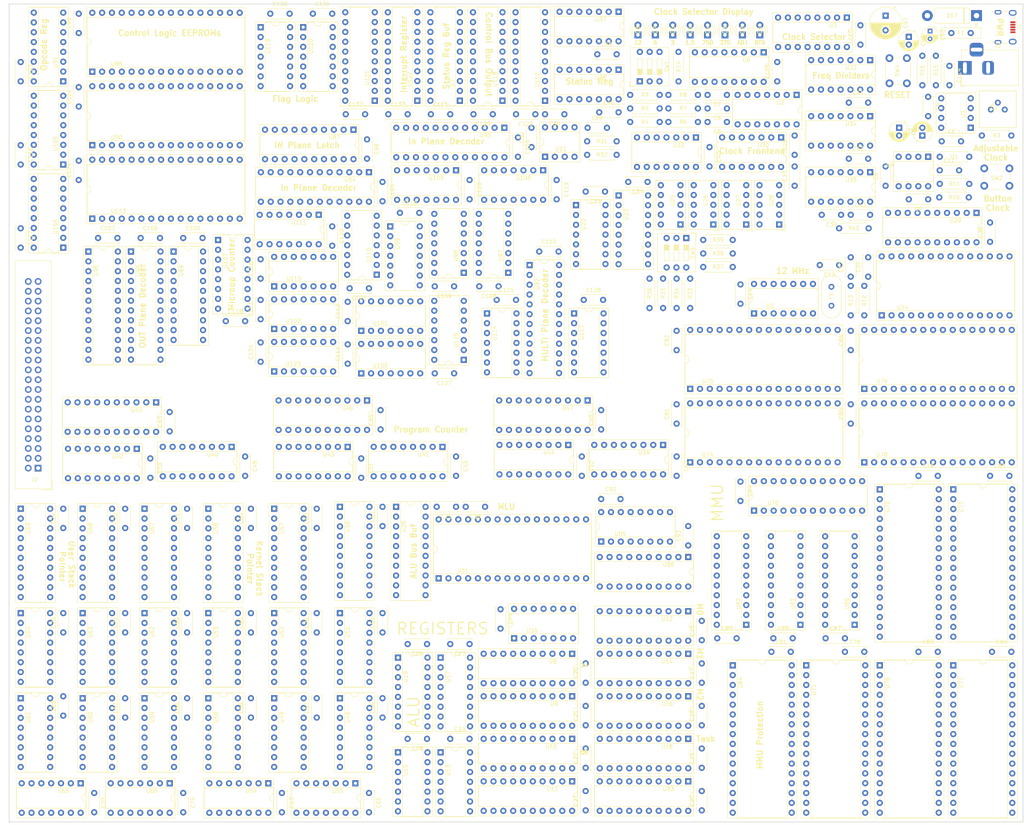
<source format=kicad_pcb>
(kicad_pcb (version 20171130) (host pcbnew "(5.0.0-rc2-83-gda392728d)")
  (layers (0 F.Cu signal) (31 B.Cu signal) (34 B.Paste user) (35 F.Paste user) (36 B.SilkS user) (37 F.SilkS user) (38 B.Mask user) (39 F.Mask user) (44 Edge.Cuts user))
  (net 0 "")
  (net 1 VCC)
  (net 2 GND)
  (net 3 /Clock/AC_TR)
  (net 4 "Net-(C4-Pad1)")
  (net 5 "Net-(C5-Pad2)")
  (net 6 "Net-(C6-Pad2)")
  (net 7 "Net-(C7-Pad2)")
  (net 8 "Net-(C8-Pad1)")
  (net 9 "Net-(C11-Pad2)")
  (net 10 "Net-(C12-Pad1)")
  (net 11 "Net-(C13-Pad1)")
  (net 12 "Net-(R1-Pad2)")
  (net 13 "Net-(R4-Pad2)")
  (net 14 "Net-(R10-Pad1)")
  (net 15 "Net-(R12-Pad1)")
  (net 16 /Clock/ADJ_CLK)
  (net 17 /Clock/BTN_CLK)
  (net 18 "Net-(R5-Pad2)")
  (net 19 "Net-(R8-Pad2)")
  (net 20 "Net-(D1-Pad2)")
  (net 21 "Net-(D1-Pad1)")
  (net 22 "Net-(D2-Pad2)")
  (net 23 "Net-(D3-Pad2)")
  (net 24 "Net-(D4-Pad2)")
  (net 25 "Net-(D5-Pad2)")
  (net 26 "Net-(D6-Pad2)")
  (net 27 "Net-(D7-Pad2)")
  (net 28 "Net-(D8-Pad2)")
  (net 29 /BUS0)
  (net 30 /BUS1)
  (net 31 /BUS2)
  (net 32 /BUS3)
  (net 33 /BUS4)
  (net 34 /BUS5)
  (net 35 /BUS6)
  (net 36 /BUS7)
  (net 37 "Net-(R15-Pad1)")
  (net 38 "Net-(J1-Pad2)")
  (net 39 "Net-(J1-Pad3)")
  (net 40 "Net-(J1-Pad4)")
  (net 41 /A7)
  (net 42 /A6)
  (net 43 /A5)
  (net 44 /A4)
  (net 45 /A3)
  (net 46 /A2)
  (net 47 /A1)
  (net 48 /A0)
  (net 49 /B0)
  (net 50 /B1)
  (net 51 /B2)
  (net 52 /B3)
  (net 53 /B4)
  (net 54 /B5)
  (net 55 /B6)
  (net 56 /B7)
  (net 57 "Net-(U13-Pad8)")
  (net 58 "Net-(U13-Pad3)")
  (net 59 "Net-(U13-Pad11)")
  (net 60 "Net-(U13-Pad6)")
  (net 61 "Net-(U15-Pad6)")
  (net 62 "Net-(U15-Pad11)")
  (net 63 "Net-(U15-Pad3)")
  (net 64 "Net-(U15-Pad8)")
  (net 65 "Net-(U17-Pad13)")
  (net 66 "Net-(U17-Pad4)")
  (net 67 "Net-(U17-Pad10)")
  (net 68 "Net-(U17-Pad9)")
  (net 69 "Net-(U17-Pad1)")
  (net 70 "Net-(U19-Pad1)")
  (net 71 "Net-(U19-Pad10)")
  (net 72 "Net-(U19-Pad4)")
  (net 73 "Net-(U19-Pad13)")
  (net 74 "Net-(C29-Pad1)")
  (net 75 /Display/TR)
  (net 76 "Net-(R31-Pad2)")
  (net 77 "Net-(R33-Pad1)")
  (net 78 "Net-(R34-Pad1)")
  (net 79 "Net-(R35-Pad1)")
  (net 80 /Display/DISP_CLK)
  (net 81 /Display/C0)
  (net 82 "Net-(U22-Pad2)")
  (net 83 /Display/C1)
  (net 84 "Net-(U22-Pad6)")
  (net 85 /Display/L0)
  (net 86 /Display/L1)
  (net 87 /Display/L2)
  (net 88 /Display/L3)
  (net 89 "Net-(U24-Pad1)")
  (net 90 /Display/O3)
  (net 91 /Display/O4)
  (net 92 /Display/sheet5B043D48/O7)
  (net 93 /Display/O5)
  (net 94 /Display/sheet5B043D48/O6)
  (net 95 /Display/O6)
  (net 96 /Display/sheet5B043D48/O5)
  (net 97 /Display/O7)
  (net 98 /Display/sheet5B043D48/O4)
  (net 99 /Display/sheet5B043D48/O3)
  (net 100 /Display/sheet5B043D48/O2)
  (net 101 /Display/sheet5B043D48/O1)
  (net 102 /Display/sheet5B043D48/O0)
  (net 103 /Display/O0)
  (net 104 /Display/O1)
  (net 105 "Net-(U24-Pad26)")
  (net 106 /Display/O2)
  (net 107 "Net-(R36-Pad2)")
  (net 108 "Net-(R37-Pad2)")
  (net 109 "Net-(R38-Pad2)")
  (net 110 "Net-(R39-Pad2)")
  (net 111 "Net-(C39-Pad1)")
  (net 112 "Net-(R40-Pad2)")
  (net 113 /Clock/SEL2)
  (net 114 /Clock/SEL1)
  (net 115 "Net-(U2-Pad10)")
  (net 116 /Clock/SEL0)
  (net 117 "Net-(U2-Pad8)")
  (net 118 /Clock/750KHZ_CLK)
  (net 119 /Clock/375KHZ_CLK)
  (net 120 /Clock/12MHZ_CLK)
  (net 121 /Clock/PRE_CLK)
  (net 122 /Clock/6MHZ_CLK)
  (net 123 "Net-(U3-Pad6)")
  (net 124 /Clock/3MHZ_CLK)
  (net 125 /Clock/1.5MHZ_CLK)
  (net 126 "Net-(U30-Pad6)")
  (net 127 "Net-(U30-Pad8)")
  (net 128 "Net-(U30-Pad3)")
  (net 129 "Net-(U30-Pad11)")
  (net 130 "Net-(U32-Pad2)")
  (net 131 "Net-(U32-Pad6)")
  (net 132 "Net-(U34-Pad2)")
  (net 133 "Net-(U34-Pad6)")
  (net 134 "Net-(U35-Pad6)")
  (net 135 "Net-(U35-Pad2)")
  (net 136 "Net-(U35-Pad11)")
  (net 137 "Net-(U33-Pad13)")
  (net 138 "Net-(U33-Pad12)")
  (net 139 "Net-(U33-Pad5)")
  (net 140 "Net-(U33-Pad4)")
  (net 141 "Net-(U33-Pad10)")
  (net 142 "Net-(U33-Pad9)")
  (net 143 "Net-(U37-Pad8)")
  (net 144 "Net-(U37-Pad6)")
  (net 145 "Net-(U38-Pad6)")
  (net 146 "/Program Counter/CARRY3")
  (net 147 "/Program Counter/PC19")
  (net 148 "/Program Counter/PC18")
  (net 149 "/Program Counter/PC17")
  (net 150 "/Program Counter/PC16")
  (net 151 "/Program Counter/CARRY4")
  (net 152 "/Program Counter/CARRY0")
  (net 153 "/Program Counter/PC0")
  (net 154 "/Program Counter/PC1")
  (net 155 "/Program Counter/PC2")
  (net 156 "/Program Counter/PC3")
  (net 157 "/Program Counter/CARRY2")
  (net 158 "/Program Counter/PC8")
  (net 159 "/Program Counter/PC9")
  (net 160 "/Program Counter/PC10")
  (net 161 "/Program Counter/PC11")
  (net 162 "/Program Counter/CARRY1")
  (net 163 "/Program Counter/PC15")
  (net 164 "/Program Counter/PC14")
  (net 165 "/Program Counter/PC13")
  (net 166 "/Program Counter/PC12")
  (net 167 "Net-(U44-Pad15)")
  (net 168 "/Program Counter/PC20")
  (net 169 "/Program Counter/PC21")
  (net 170 "/Program Counter/PC22")
  (net 171 "/Program Counter/PC23")
  (net 172 "/Program Counter/PC4")
  (net 173 "/Program Counter/PC5")
  (net 174 "/Program Counter/PC6")
  (net 175 "/Program Counter/PC7")
  (net 176 /~RESET)
  (net 177 /CLK)
  (net 178 "/Status/Control Register/ZERO_FLAG")
  (net 179 "/Status/Control Register/CARRY_FLAG")
  (net 180 "/Kernel Stack Register/O1")
  (net 181 "/Kernel Stack Register/O0")
  (net 182 "/Kernel Stack Register/CARRY0")
  (net 183 "Net-(U48-Pad13)")
  (net 184 "/Kernel Stack Register/O2")
  (net 185 "/Kernel Stack Register/O3")
  (net 186 "/Kernel Stack Register/O11")
  (net 187 "/Kernel Stack Register/O10")
  (net 188 "Net-(U49-Pad13)")
  (net 189 "/Kernel Stack Register/CARRY2")
  (net 190 "/Kernel Stack Register/~ENABLE2")
  (net 191 "/Kernel Stack Register/O8")
  (net 192 "/Kernel Stack Register/O9")
  (net 193 "/Kernel Stack Register/O17")
  (net 194 "/Kernel Stack Register/O16")
  (net 195 "/Kernel Stack Register/~ENABLE4")
  (net 196 "/Kernel Stack Register/CARRY4")
  (net 197 "Net-(U50-Pad13)")
  (net 198 "/Kernel Stack Register/O18")
  (net 199 "/Kernel Stack Register/O19")
  (net 200 "/Kernel Stack Register/O5")
  (net 201 "/Kernel Stack Register/O4")
  (net 202 "/Kernel Stack Register/~ENABLE1")
  (net 203 "/Kernel Stack Register/CARRY1")
  (net 204 "Net-(U51-Pad13)")
  (net 205 "/Kernel Stack Register/O6")
  (net 206 "/Kernel Stack Register/O7")
  (net 207 "/Kernel Stack Register/O13")
  (net 208 "/Kernel Stack Register/O12")
  (net 209 "/Kernel Stack Register/~ENABLE3")
  (net 210 "/Kernel Stack Register/CARRY3")
  (net 211 "Net-(U52-Pad13)")
  (net 212 "/Kernel Stack Register/O14")
  (net 213 "/Kernel Stack Register/O15")
  (net 214 "/Kernel Stack Register/O23")
  (net 215 "/Kernel Stack Register/O22")
  (net 216 "Net-(U53-Pad13)")
  (net 217 "Net-(U53-Pad12)")
  (net 218 "/Kernel Stack Register/~ENABLE5")
  (net 219 "/Kernel Stack Register/O20")
  (net 220 "/Kernel Stack Register/O21")
  (net 221 "Net-(U54-Pad12)")
  (net 222 "Net-(U54-Pad6)")
  (net 223 "Net-(U54-Pad3)")
  (net 224 "Net-(U54-Pad11)")
  (net 225 "Net-(U55-Pad12)")
  (net 226 "/User Stack Register/O3")
  (net 227 "/User Stack Register/O2")
  (net 228 "Net-(U59-Pad13)")
  (net 229 "/User Stack Register/CARRY0")
  (net 230 "/User Stack Register/O0")
  (net 231 "/User Stack Register/O1")
  (net 232 "/User Stack Register/O11")
  (net 233 "/User Stack Register/O10")
  (net 234 "Net-(U60-Pad13)")
  (net 235 "/User Stack Register/CARRY2")
  (net 236 "/User Stack Register/~ENABLE2")
  (net 237 "/User Stack Register/O8")
  (net 238 "/User Stack Register/O9")
  (net 239 "/User Stack Register/O19")
  (net 240 "/User Stack Register/O18")
  (net 241 "Net-(U61-Pad13)")
  (net 242 "/User Stack Register/CARRY4")
  (net 243 "/User Stack Register/~ENABLE4")
  (net 244 "/User Stack Register/O16")
  (net 245 "/User Stack Register/O17")
  (net 246 "/User Stack Register/O5")
  (net 247 "/User Stack Register/O4")
  (net 248 "/User Stack Register/~ENABLE1")
  (net 249 "/User Stack Register/CARRY1")
  (net 250 "Net-(U62-Pad13)")
  (net 251 "/User Stack Register/O6")
  (net 252 "/User Stack Register/O7")
  (net 253 "/User Stack Register/O13")
  (net 254 "/User Stack Register/O12")
  (net 255 "/User Stack Register/~ENABLE3")
  (net 256 "/User Stack Register/CARRY3")
  (net 257 "Net-(U63-Pad13)")
  (net 258 "/User Stack Register/O14")
  (net 259 "/User Stack Register/O15")
  (net 260 "/User Stack Register/O23")
  (net 261 "/User Stack Register/O22")
  (net 262 "Net-(U64-Pad13)")
  (net 263 "Net-(U64-Pad12)")
  (net 264 "/User Stack Register/~ENABLE5")
  (net 265 "/User Stack Register/O20")
  (net 266 "/User Stack Register/O21")
  (net 267 "Net-(U65-Pad12)")
  (net 268 "Net-(U65-Pad6)")
  (net 269 "Net-(U65-Pad3)")
  (net 270 "Net-(U65-Pad11)")
  (net 271 "Net-(U66-Pad12)")
  (net 272 /MMU/~SEL0)
  (net 273 "Net-(U70-Pad13)")
  (net 274 /MMU/~SEL1)
  (net 275 "Net-(U70-Pad14)")
  (net 276 /MMU/~SEL2)
  (net 277 "Net-(U70-Pad15)")
  (net 278 /MMU/~SEL3)
  (net 279 "Net-(U70-Pad16)")
  (net 280 /MMU/~SEL4)
  (net 281 "Net-(U70-Pad17)")
  (net 282 /MMU/~SEL5)
  (net 283 /MMU/~SEL6)
  (net 284 /MMU/~SEL7)
  (net 285 /MMU/M20)
  (net 286 "Net-(U70-Pad9)")
  (net 287 /MMU/M19)
  (net 288 "Net-(U70-Pad10)")
  (net 289 /MMU/M18)
  (net 290 "Net-(U70-Pad11)")
  (net 291 /MMU/M17)
  (net 292 /MMU/M16)
  (net 293 /MMU/M15)
  (net 294 /MMU/M12)
  (net 295 /MMU/M7)
  (net 296 /MMU/M6)
  (net 297 /MMU/M5)
  (net 298 /MMU/M10)
  (net 299 /MMU/M4)
  (net 300 /MMU/M3)
  (net 301 /MMU/M11)
  (net 302 /MMU/M2)
  (net 303 /MMU/M9)
  (net 304 /MMU/M1)
  (net 305 /MMU/M8)
  (net 306 /MMU/M0)
  (net 307 /MMU/M13)
  (net 308 /MMU/M14)
  (net 309 /MMU/M21)
  (net 310 /MMU/M22)
  (net 311 /MMU/M23)
  (net 312 /TASK7)
  (net 313 /TASK6)
  (net 314 /TASK5)
  (net 315 /TASK4)
  (net 316 /TASK3)
  (net 317 /TASK2)
  (net 318 /TASK1)
  (net 319 /TASK0)
  (net 320 /MMU/WRITE1)
  (net 321 /MMU/READ2)
  (net 322 /MMU/WRITE2)
  (net 323 /MMU/READ3)
  (net 324 /MMU/WRITE3)
  (net 325 /MMU/READ0)
  (net 326 /MMU/WRITE0)
  (net 327 /MMU/READ1)
  (net 328 "Net-(F1-Pad1)")
  (net 329 "/Control Logic/IN plane decoder/~S4")
  (net 330 "/Control Logic/OUT plane decoder/~S4")
  (net 331 "Net-(U38-Pad9)")
  (net 332 "Net-(U38-Pad8)")
  (net 333 "/Control Logic/CTRL7")
  (net 334 "/Control Logic/CTRL6")
  (net 335 "/Control Logic/CTRL5")
  (net 336 "/Control Logic/CTRL4")
  (net 337 "/Control Logic/CTRL3")
  (net 338 "/Control Logic/CTRL2")
  (net 339 "/Control Logic/CTRL1")
  (net 340 "/Control Logic/CTRL0")
  (net 341 "/Control Logic/CTRL8")
  (net 342 "/Control Logic/CTRL9")
  (net 343 "/Control Logic/CTRL10")
  (net 344 "/Control Logic/CTRL11")
  (net 345 "/Control Logic/CTRL12")
  (net 346 "/Control Logic/CTRL13")
  (net 347 "/Control Logic/CTRL14")
  (net 348 "/Control Logic/CTRL15")
  (net 349 "Net-(U92-Pad1)")
  (net 350 "/Control Logic/~SUB_NCLK")
  (net 351 "/Control Logic/~KSP_DEC_NCLK")
  (net 352 "/Control Logic/~ALU_FLAG_SET_NCLK")
  (net 353 "/Control Logic/~RESET_UOP_COUNT_NCLK")
  (net 354 "Net-(U92-Pad16)")
  (net 355 "Net-(U92-Pad17)")
  (net 356 "/Control Logic/~PC_INC_NCLK")
  (net 357 "/Control Logic/~SP_DEC_NCLK")
  (net 358 "/Control Logic/~K1_IN_NCLK")
  (net 359 "/Control Logic/~K0_IN_NCLK")
  (net 360 "/Control Logic/~S2_IN_NCLK")
  (net 361 "/Control Logic/~S1_IN_NCLK")
  (net 362 "/Control Logic/~S0_IN_NCLK")
  (net 363 "/Control Logic/~M2_IN_NCLK")
  (net 364 "/Control Logic/~MMU0_IN_NCLK")
  (net 365 "/Control Logic/~M1_IN_NCLK")
  (net 366 "/Control Logic/~M0_IN_NCLK")
  (net 367 "/Control Logic/~B_IN_NCLK")
  (net 368 "/Control Logic/~A_IN_NCLK")
  (net 369 "/Control Logic/~K2_IN_NCLK")
  (net 370 "/Control Logic/IN plane decoder/O0")
  (net 371 "/Control Logic/~MMU1_IN_NCLK")
  (net 372 "/Control Logic/~MMU2_IN_NCLK")
  (net 373 "/Control Logic/~MMU_IN_NCLK")
  (net 374 "/Control Logic/~MMU_CONTROL_IN_NCLK")
  (net 375 "/Control Logic/~DISP_IN_NCLK")
  (net 376 "/Control Logic/~TASK_IN_NCLK")
  (net 377 "/Control Logic/OUT plane decoder/O0")
  (net 378 "/Control Logic/OUT plane decoder/O23")
  (net 379 "Net-(C114-Pad2)")
  (net 380 "Net-(U117-Pad12)")
  (net 381 "Net-(U5-Pad8)")
  (net 382 /INT0)
  (net 383 /~CLK)
  (net 384 /INTERRUPT_ENABLE_FLAG)
  (net 385 /~STATUS_OUT_NCLK)
  (net 386 /A_IN_CLK)
  (net 387 /~A_OUT_NCLK)
  (net 388 /B_IN_CLK)
  (net 389 /~B_OUT_NCLK)
  (net 390 /M0_IN_CLK)
  (net 391 /~M0_OUT_NCLK)
  (net 392 /SUB_NCLK)
  (net 393 /~M1_OUT_NCLK)
  (net 394 /M1_IN_CLK)
  (net 395 /~M2_OUT_NCLK)
  (net 396 /M2_IN_CLK)
  (net 397 /TASK_IN_CLK)
  (net 398 /CARRY)
  (net 399 /~SUM_OUT_NCLK)
  (net 400 /DISP_IN_CLK)
  (net 401 /MLU_SEL2)
  (net 402 /MLU_SEL0)
  (net 403 /~MLU_OUT_NCLK)
  (net 404 /MLU_SEL1)
  (net 405 /ZERO)
  (net 406 /ALU_FLAG_SET_CLK)
  (net 407 /~PC2_IN_NCLK)
  (net 408 /PC_INC_NCLK)
  (net 409 /~PC0_IN_NCLK)
  (net 410 /~PC1_IN_NCLK)
  (net 411 /~PC0_OUT_NCLK)
  (net 412 /~PC1_OUT_NCLK)
  (net 413 /~PC2_OUT_NCLK)
  (net 414 /~K0_IN_CLK)
  (net 415 /~KSP_COUNT_NCLK)
  (net 416 /~KSP_INC_NCLK)
  (net 417 /~K1_IN_CLK)
  (net 418 /~K2_IN_CLK)
  (net 419 /~K0_OUT_NCLK)
  (net 420 /~K1_OUT_NCLK)
  (net 421 /~K2_OUT_NCLK)
  (net 422 /~SP_INC_NCLK)
  (net 423 /~SP_COUNT_NCLK)
  (net 424 /~S0_IN_CLK)
  (net 425 /~S1_IN_CLK)
  (net 426 /~S2_IN_CLK)
  (net 427 /~S0_OUT_NCLK)
  (net 428 /~S1_OUT_NCLK)
  (net 429 /~S2_OUT_NCLK)
  (net 430 /~MMU_OUT_NCLK)
  (net 431 /MMU_IN_CLK)
  (net 432 /MMU0_IN_CLK)
  (net 433 /MMU1_IN_CLK)
  (net 434 /MMU2_IN_CLK)
  (net 435 /~TASK_OUT_NCLK)
  (net 436 /MMU_CONTROL_IN_CLK)
  (net 437 /MMU_WRITE_FAULT)
  (net 438 /MMU_READ_FAULT)
  (net 439 /~MMU_CONTROL_OUT_NCLK)
  (net 440 "/Control Logic/CTRL_IN0")
  (net 441 "/Control Logic/CTRL_IN1")
  (net 442 "/Control Logic/CTRL_IN2")
  (net 443 "/Control Logic/CTRL_IN3")
  (net 444 "/Control Logic/CTRL_IN4")
  (net 445 "/Control Logic/CTRL_MULTI0")
  (net 446 "/Control Logic/CTRL_MULTI1")
  (net 447 "/Control Logic/CTRL_MULTI2")
  (net 448 "/Control Logic/MMU_FAULT_FLAG")
  (net 449 "/Control Logic/MICROOP2")
  (net 450 "/Control Logic/MICROOP1")
  (net 451 "/Control Logic/OP0")
  (net 452 "/Control Logic/OP8")
  (net 453 "/Control Logic/OP1")
  (net 454 "/Control Logic/OP9")
  (net 455 "/Control Logic/OP2")
  (net 456 "/Control Logic/OP11")
  (net 457 "/Control Logic/OP3")
  (net 458 "/Control Logic/OP4")
  (net 459 "/Control Logic/OP10")
  (net 460 "/Control Logic/OP5")
  (net 461 "/Control Logic/OP6")
  (net 462 "/Control Logic/OP7")
  (net 463 "/Control Logic/MICROOP0")
  (net 464 "/Control Logic/MICROOP3")
  (net 465 "/Control Logic/INT_FLAG")
  (net 466 "/Control Logic/CTRL_MULTI3")
  (net 467 "/Control Logic/CTRL_OUT4")
  (net 468 "/Control Logic/CTRL_OUT3")
  (net 469 "/Control Logic/CTRL_OUT2")
  (net 470 "/Control Logic/CTRL_OUT1")
  (net 471 "/Control Logic/CTRL_OUT0")
  (net 472 "/Control Logic/~OPCODE0_IN_NCLK")
  (net 473 "/Control Logic/OPCODE0_INC_NCLK")
  (net 474 "Net-(U106-Pad10)")
  (net 475 /~RESET_NCLK)
  (net 476 "/Control Logic/~OPCODE0_INC_NCLK")
  (net 477 "/Control Logic/~OPCODE1_INC_NCLK")
  (net 478 "/Control Logic/~INT3_IN_NCLK")
  (net 479 "/Control Logic/~INT4_IN_NCLK")
  (net 480 "/Control Logic/~INT5_IN_NCLK")
  (net 481 "/Control Logic/~INT6_IN_NCLK")
  (net 482 "/Control Logic/~INT7_IN_NCLK")
  (net 483 "/Control Logic/~OPCODE1_IN_NCLK")
  (net 484 "/Control Logic/~INT0_IN_NCLK")
  (net 485 "/Control Logic/~INT1_IN_NCLK")
  (net 486 "/Control Logic/~INT2_IN_NCLK")
  (net 487 "/Control Logic/~CTRLLOGIC_OUT_NCLK")
  (net 488 /~INTERRUPT_OUT_NCLK)
  (net 489 "/Control Logic/M1_IN_NCLK")
  (net 490 "/Control Logic/B_IN_NCLK")
  (net 491 "/Control Logic/M0_IN_NCLK")
  (net 492 "/Control Logic/A_IN_NCLK")
  (net 493 "/Control Logic/M2_IN_NCLK")
  (net 494 "/Control Logic/S1_IN_CLK")
  (net 495 "/Control Logic/S1_IN_NCLK")
  (net 496 "/Control Logic/S0_IN_NCLK")
  (net 497 "/Control Logic/S2_IN_CLK")
  (net 498 "/Control Logic/S2_IN_NCLK")
  (net 499 "/Control Logic/S0_IN_CLK")
  (net 500 "/Control Logic/K1_IN_CLK")
  (net 501 "/Control Logic/MMU0_IN_NCLK")
  (net 502 "/Control Logic/K1_IN_NCLK")
  (net 503 "/Control Logic/K0_IN_CLK")
  (net 504 "/Control Logic/K2_IN_NCLK")
  (net 505 "/Control Logic/K2_IN_CLK")
  (net 506 "/Control Logic/K0_IN_NCLK")
  (net 507 "/Control Logic/MMU1_IN_NCLK")
  (net 508 "/Control Logic/MMU_IN_NCLK")
  (net 509 "/Control Logic/MMU2_IN_NCLK")
  (net 510 "/Control Logic/MMU_CONTROL_IN_NCLK")
  (net 511 "/Control Logic/INT1_IN_NCLK")
  (net 512 /INT1_IN_CLK)
  (net 513 "/Control Logic/TASK_IN_NCLK")
  (net 514 "/Control Logic/INT0_IN_NCLK")
  (net 515 /INT0_IN_CLK)
  (net 516 "/Control Logic/DISP_IN_NCLK")
  (net 517 "/Control Logic/INT2_IN_NCLK")
  (net 518 /INT4_IN_CLK)
  (net 519 "/Control Logic/INT4_IN_NCLK")
  (net 520 /INT2_IN_CLK)
  (net 521 "/Control Logic/INT3_IN_NCLK")
  (net 522 /INT5_IN_CLK)
  (net 523 "/Control Logic/INT5_IN_NCLK")
  (net 524 /INT3_IN_CLK)
  (net 525 "/Control Logic/OPCODE1_INC_NCLK")
  (net 526 "Net-(U105-Pad15)")
  (net 527 "Net-(U106-Pad15)")
  (net 528 "Net-(U107-Pad15)")
  (net 529 "/Control Logic/CTRL16")
  (net 530 "/Control Logic/CTRL_BUS7")
  (net 531 "/Control Logic/CTRL17")
  (net 532 "/Control Logic/CTRL_BUS6")
  (net 533 "/Control Logic/CTRL18")
  (net 534 "/Control Logic/CTRL_BUS5")
  (net 535 "/Control Logic/CTRL19")
  (net 536 "/Control Logic/CTRL_BUS4")
  (net 537 "/Control Logic/CTRL20")
  (net 538 "/Control Logic/CTRL_BUS3")
  (net 539 "/Control Logic/CTRL21")
  (net 540 "/Control Logic/CTRL_BUS2")
  (net 541 "/Control Logic/CTRL22")
  (net 542 "/Control Logic/CTRL_BUS1")
  (net 543 "/Control Logic/CTRL23")
  (net 544 "/Control Logic/ALU_FLAG_SET_NCLK")
  (net 545 "Net-(U114-Pad10)")
  (net 546 "Net-(U114-Pad12)")
  (net 547 "Net-(U115-Pad12)")
  (net 548 "/Control Logic/INT7_IN_NCLK")
  (net 549 "/Control Logic/INT6_IN_NCLK")
  (net 550 "/Control Logic/Flag Logic/INT_FLAG")
  (net 551 /INT7_LATCH)
  (net 552 "Net-(U119-Pad6)")
  (net 553 /INT6_LATCH)
  (net 554 /INT3_LATCH)
  (net 555 "Net-(U119-Pad11)")
  (net 556 /INT2_LATCH)
  (net 557 /INT5_LATCH)
  (net 558 "Net-(U119-Pad3)")
  (net 559 /INT4_LATCH)
  (net 560 /INT1_LATCH)
  (net 561 "Net-(U119-Pad8)")
  (net 562 /INT0_LATCH)
  (net 563 "Net-(U120-Pad3)")
  (net 564 "Net-(U120-Pad10)")
  (net 565 /INT_IN_CLK)
  (net 566 /INT1)
  (net 567 /INT2)
  (net 568 /INT3)
  (net 569 /INT4)
  (net 570 /INT5)
  (net 571 /INT6)
  (net 572 /INT7)
  (net 573 /~INT_OUT)
  (net 574 /INT6_IN_CLK)
  (net 575 "/Control Logic/IN plane ander 7/O3")
  (net 576 "/Control Logic/IN plane ander 7/I3")
  (net 577 /INT7_IN_CLK)
  (net 578 "Net-(U5-Pad10)")
  (net 579 /~SET_INT_ENABLE_ASYNC)
  (net 580 /~UNSET_INT_ENABLE_ASYNC)
  (net 581 /~INT0_OUT_NCLK)
  (net 582 /~INT1_OUT_NCLK)
  (net 583 /~INT2_OUT_NCLK)
  (net 584 /~INT3_OUT_NCLK)
  (net 585 /~INT4_OUT_NCLK)
  (net 586 /~INT5_OUT_NCLK)
  (net 587 /~INT6_OUT_NCLK)
  (net 588 /~INT7_OUT_NCLK)
  (net 589 "Net-(J3-Pad3)")
  (module Capacitor_THT:C_Disc_D6.0mm_W2.5mm_P5.00mm (layer F.Cu) (at 235 167.5)
    (fp_text reference C83 (at 2.5 -2.5) (layer F.SilkS))
    (fp_text value 0.1uF)
    (pad 2 thru_hole circle (at 5 0) (size 1.6 1.6) (drill 0.8) (layers *.Cu *.Mask) (net 1 VCC))
    (pad 1 thru_hole circle (at 0 0) (size 1.6 1.6) (drill 0.8) (layers *.Cu *.Mask) (net 2 GND))
  )
  (module Package_DIP:DIP-8_W7.62mm_Socket (layer F.Cu) (at 138.5 39.5 90)
    (fp_text reference U21 (at 2 4.075) (layer F.SilkS))
    (fp_text value LM555)
    (pad 1 thru_hole rect (at 0 0 90) (size 1.6 1.6) (drill 0.8) (layers *.Cu *.Mask) (net 2 GND))
    (pad 5 thru_hole oval (at 7.62 7.62 90) (size 1.6 1.6) (drill 0.8) (layers *.Cu *.Mask) (net 74 "Net-(C29-Pad1)"))
    (pad 2 thru_hole oval (at 0 2.54 90) (size 1.6 1.6) (drill 0.8) (layers *.Cu *.Mask) (net 75 /Display/TR))
    (pad 6 thru_hole oval (at 7.62 5.08 90) (size 1.6 1.6) (drill 0.8) (layers *.Cu *.Mask) (net 75 /Display/TR))
    (pad 3 thru_hole oval (at 0 5.08 90) (size 1.6 1.6) (drill 0.8) (layers *.Cu *.Mask) (net 80 /Display/DISP_CLK))
    (pad 7 thru_hole oval (at 7.62 2.54 90) (size 1.6 1.6) (drill 0.8) (layers *.Cu *.Mask) (net 76 "Net-(R31-Pad2)"))
    (pad 4 thru_hole oval (at 0 7.62 90) (size 1.6 1.6) (drill 0.8) (layers *.Cu *.Mask) (net 1 VCC))
    (pad 8 thru_hole oval (at 7.62 0 90) (size 1.6 1.6) (drill 0.8) (layers *.Cu *.Mask) (net 1 VCC))
  )
  (module Resistor_THT:R_Axial_DIN0207_L6.3mm_D2.5mm_P7.62mm_Horizontal (layer F.Cu) (at 240.5 39.5)
    (fp_text reference R1 (at 3.81 0) (layer F.SilkS))
    (fp_text value 1K)
    (pad 2 thru_hole oval (at 7.62 0) (size 1.6 1.6) (drill 0.8) (layers *.Cu *.Mask) (net 12 "Net-(R1-Pad2)"))
    (pad 1 thru_hole circle (at 0 0) (size 1.6 1.6) (drill 0.8) (layers *.Cu *.Mask) (net 1 VCC))
  )
  (module Resistor_THT:R_Axial_DIN0207_L6.3mm_D2.5mm_P7.62mm_Horizontal (layer F.Cu) (at 259 34 180)
    (fp_text reference R3 (at 3.81 0 180) (layer F.SilkS))
    (fp_text value 10K)
    (pad 1 thru_hole circle (at 0 0 180) (size 1.6 1.6) (drill 0.8) (layers *.Cu *.Mask) (net 12 "Net-(R1-Pad2)"))
    (pad 2 thru_hole oval (at 7.62 0 180) (size 1.6 1.6) (drill 0.8) (layers *.Cu *.Mask) (net 3 /Clock/AC_TR))
  )
  (module Resistor_THT:R_Axial_DIN0207_L6.3mm_D2.5mm_P7.62mm_Horizontal (layer F.Cu) (at 160.5 30.5)
    (fp_text reference R4 (at 3.81 0) (layer F.SilkS))
    (fp_text value 100K)
    (pad 1 thru_hole circle (at 0 0) (size 1.6 1.6) (drill 0.8) (layers *.Cu *.Mask) (net 1 VCC))
    (pad 2 thru_hole oval (at 7.62 0) (size 1.6 1.6) (drill 0.8) (layers *.Cu *.Mask) (net 13 "Net-(R4-Pad2)"))
  )
  (module Resistor_THT:R_Axial_DIN0207_L6.3mm_D2.5mm_P7.62mm_Horizontal (layer F.Cu) (at 160.5 27)
    (fp_text reference R5 (at 3.81 0) (layer F.SilkS))
    (fp_text value 100K)
    (pad 1 thru_hole circle (at 0 0) (size 1.6 1.6) (drill 0.8) (layers *.Cu *.Mask) (net 1 VCC))
    (pad 2 thru_hole oval (at 7.62 0) (size 1.6 1.6) (drill 0.8) (layers *.Cu *.Mask) (net 18 "Net-(R5-Pad2)"))
  )
  (module Resistor_THT:R_Axial_DIN0207_L6.3mm_D2.5mm_P7.62mm_Horizontal (layer F.Cu) (at 178 30.5 180)
    (fp_text reference R6 (at 3.81 0 180) (layer F.SilkS))
    (fp_text value 1M)
    (pad 1 thru_hole circle (at 0 0 180) (size 1.6 1.6) (drill 0.8) (layers *.Cu *.Mask) (net 5 "Net-(C5-Pad2)"))
    (pad 2 thru_hole oval (at 7.62 0 180) (size 1.6 1.6) (drill 0.8) (layers *.Cu *.Mask) (net 13 "Net-(R4-Pad2)"))
  )
  (module Resistor_THT:R_Axial_DIN0207_L6.3mm_D2.5mm_P7.62mm_Horizontal (layer F.Cu) (at 178 27 180)
    (fp_text reference R7 (at 3.81 0 180) (layer F.SilkS))
    (fp_text value 1M)
    (pad 2 thru_hole oval (at 7.62 0 180) (size 1.6 1.6) (drill 0.8) (layers *.Cu *.Mask) (net 18 "Net-(R5-Pad2)"))
    (pad 1 thru_hole circle (at 0 0 180) (size 1.6 1.6) (drill 0.8) (layers *.Cu *.Mask) (net 6 "Net-(C6-Pad2)"))
  )
  (module Resistor_THT:R_Axial_DIN0207_L6.3mm_D2.5mm_P7.62mm_Horizontal (layer F.Cu) (at 178 23.5 180)
    (fp_text reference R8 (at 3.81 0 180) (layer F.SilkS))
    (fp_text value 1M)
    (pad 1 thru_hole circle (at 0 0 180) (size 1.6 1.6) (drill 0.8) (layers *.Cu *.Mask) (net 7 "Net-(C7-Pad2)"))
    (pad 2 thru_hole oval (at 7.62 0 180) (size 1.6 1.6) (drill 0.8) (layers *.Cu *.Mask) (net 19 "Net-(R8-Pad2)"))
  )
  (module Resistor_THT:R_Axial_DIN0207_L6.3mm_D2.5mm_P7.62mm_Horizontal (layer F.Cu) (at 160.5 23.5)
    (fp_text reference R9 (at 3.81 0) (layer F.SilkS))
    (fp_text value 100K)
    (pad 2 thru_hole oval (at 7.62 0) (size 1.6 1.6) (drill 0.8) (layers *.Cu *.Mask) (net 19 "Net-(R8-Pad2)"))
    (pad 1 thru_hole circle (at 0 0) (size 1.6 1.6) (drill 0.8) (layers *.Cu *.Mask) (net 1 VCC))
  )
  (module Resistor_THT:R_Axial_DIN0207_L6.3mm_D2.5mm_P7.62mm_Horizontal (layer F.Cu) (at 248 50 180)
    (fp_text reference R10 (at 3.81 0 180) (layer F.SilkS))
    (fp_text value 100K)
    (pad 2 thru_hole oval (at 7.62 0 180) (size 1.6 1.6) (drill 0.8) (layers *.Cu *.Mask) (net 1 VCC))
    (pad 1 thru_hole circle (at 0 0 180) (size 1.6 1.6) (drill 0.8) (layers *.Cu *.Mask) (net 14 "Net-(R10-Pad1)"))
  )
  (module Resistor_THT:R_Axial_DIN0207_L6.3mm_D2.5mm_P7.62mm_Horizontal (layer F.Cu) (at 240.5 46.5)
    (fp_text reference R11 (at 3.81 0) (layer F.SilkS))
    (fp_text value 1M)
    (pad 1 thru_hole circle (at 0 0) (size 1.6 1.6) (drill 0.8) (layers *.Cu *.Mask) (net 1 VCC))
    (pad 2 thru_hole oval (at 7.62 0) (size 1.6 1.6) (drill 0.8) (layers *.Cu *.Mask) (net 9 "Net-(C11-Pad2)"))
  )
  (module Resistor_THT:R_Axial_DIN0207_L6.3mm_D2.5mm_P7.62mm_Horizontal (layer F.Cu) (at 221 80.5 90)
    (fp_text reference R12 (at 3.81 0 -90) (layer F.SilkS))
    (fp_text value 1M)
    (pad 1 thru_hole circle (at 0 0 90) (size 1.6 1.6) (drill 0.8) (layers *.Cu *.Mask) (net 15 "Net-(R12-Pad1)"))
    (pad 2 thru_hole oval (at 7.62 0 90) (size 1.6 1.6) (drill 0.8) (layers *.Cu *.Mask) (net 10 "Net-(C12-Pad1)"))
  )
  (module Resistor_THT:R_Axial_DIN0207_L6.3mm_D2.5mm_P7.62mm_Horizontal (layer F.Cu) (at 217.5 80.5 90)
    (fp_text reference R13 (at 3.81 0 -90) (layer F.SilkS))
    (fp_text value 1K)
    (pad 1 thru_hole circle (at 0 0 90) (size 1.6 1.6) (drill 0.8) (layers *.Cu *.Mask) (net 15 "Net-(R12-Pad1)"))
    (pad 2 thru_hole oval (at 7.62 0 90) (size 1.6 1.6) (drill 0.8) (layers *.Cu *.Mask) (net 11 "Net-(C13-Pad1)"))
  )
  (module Button_Switch_THT:SW_DIP_SPSTx03_Slide_9.78x9.8mm_W7.62mm_P2.54mm (layer F.Cu) (at 163 20 90)
    (fp_text reference SW1 (at 3.81 7 90) (layer F.SilkS))
    (fp_text value "SW_DIP_x03 - Clock Source Select")
    (pad 1 thru_hole rect (at 0 0 90) (size 1.6 1.6) (drill 0.8) (layers *.Cu *.Mask) (net 2 GND))
    (pad 4 thru_hole oval (at 7.62 5.08 90) (size 1.6 1.6) (drill 0.8) (layers *.Cu *.Mask) (net 19 "Net-(R8-Pad2)"))
    (pad 2 thru_hole oval (at 0 2.54 90) (size 1.6 1.6) (drill 0.8) (layers *.Cu *.Mask) (net 2 GND))
    (pad 5 thru_hole oval (at 7.62 2.54 90) (size 1.6 1.6) (drill 0.8) (layers *.Cu *.Mask) (net 18 "Net-(R5-Pad2)"))
    (pad 3 thru_hole oval (at 0 5.08 90) (size 1.6 1.6) (drill 0.8) (layers *.Cu *.Mask) (net 2 GND))
    (pad 6 thru_hole oval (at 7.62 0 90) (size 1.6 1.6) (drill 0.8) (layers *.Cu *.Mask) (net 13 "Net-(R4-Pad2)"))
  )
  (module Button_Switch_THT:SW_PUSH_6mm_H7.3mm (layer F.Cu) (at 252 42.5)
    (fp_text reference SW2 (at 3.25 2.5) (layer F.SilkS))
    (fp_text value SW_Push)
    (pad 2 thru_hole circle (at 0 4.5 90) (size 2 2) (drill 1.1) (layers *.Cu *.Mask) (net 14 "Net-(R10-Pad1)"))
    (pad 1 thru_hole circle (at 0 0 90) (size 2 2) (drill 1.1) (layers *.Cu *.Mask) (net 2 GND))
    (pad 2 thru_hole circle (at 6.5 4.5 90) (size 2 2) (drill 1.1) (layers *.Cu *.Mask) (net 14 "Net-(R10-Pad1)"))
    (pad 1 thru_hole circle (at 6.5 0 90) (size 2 2) (drill 1.1) (layers *.Cu *.Mask) (net 2 GND))
  )
  (module Package_DIP:DIP-8_W7.62mm_Socket (layer F.Cu) (at 248.5 32 180)
    (fp_text reference U1 (at 2 3.598809 -90) (layer F.SilkS))
    (fp_text value LM555)
    (pad 1 thru_hole rect (at 0 0 180) (size 1.6 1.6) (drill 0.8) (layers *.Cu *.Mask) (net 2 GND))
    (pad 5 thru_hole oval (at 7.62 7.62 180) (size 1.6 1.6) (drill 0.8) (layers *.Cu *.Mask) (net 4 "Net-(C4-Pad1)"))
    (pad 2 thru_hole oval (at 0 2.54 180) (size 1.6 1.6) (drill 0.8) (layers *.Cu *.Mask) (net 3 /Clock/AC_TR))
    (pad 6 thru_hole oval (at 7.62 5.08 180) (size 1.6 1.6) (drill 0.8) (layers *.Cu *.Mask) (net 3 /Clock/AC_TR))
    (pad 3 thru_hole oval (at 0 5.08 180) (size 1.6 1.6) (drill 0.8) (layers *.Cu *.Mask) (net 16 /Clock/ADJ_CLK))
    (pad 7 thru_hole oval (at 7.62 2.54 180) (size 1.6 1.6) (drill 0.8) (layers *.Cu *.Mask) (net 12 "Net-(R1-Pad2)"))
    (pad 4 thru_hole oval (at 0 7.62 180) (size 1.6 1.6) (drill 0.8) (layers *.Cu *.Mask) (net 1 VCC))
    (pad 8 thru_hole oval (at 7.62 0 180) (size 1.6 1.6) (drill 0.8) (layers *.Cu *.Mask) (net 1 VCC))
  )
  (module Package_DIP:DIP-14_W7.62mm_Socket (layer F.Cu) (at 203.5 23.5 270)
    (fp_text reference U2 (at 2 4.122619) (layer F.SilkS))
    (fp_text value 74HC14)
    (pad 14 thru_hole oval (at 7.62 0 270) (size 1.6 1.6) (drill 0.8) (layers *.Cu *.Mask) (net 1 VCC))
    (pad 7 thru_hole oval (at 0 15.24 270) (size 1.6 1.6) (drill 0.8) (layers *.Cu *.Mask) (net 2 GND))
    (pad 13 thru_hole oval (at 7.62 2.54 270) (size 1.6 1.6) (drill 0.8) (layers *.Cu *.Mask) (net 379 "Net-(C114-Pad2)"))
    (pad 6 thru_hole oval (at 0 12.7 270) (size 1.6 1.6) (drill 0.8) (layers *.Cu *.Mask) (net 113 /Clock/SEL2))
    (pad 12 thru_hole oval (at 7.62 5.08 270) (size 1.6 1.6) (drill 0.8) (layers *.Cu *.Mask) (net 380 "Net-(U117-Pad12)"))
    (pad 5 thru_hole oval (at 0 10.16 270) (size 1.6 1.6) (drill 0.8) (layers *.Cu *.Mask) (net 7 "Net-(C7-Pad2)"))
    (pad 11 thru_hole oval (at 7.62 7.62 270) (size 1.6 1.6) (drill 0.8) (layers *.Cu *.Mask) (net 111 "Net-(C39-Pad1)"))
    (pad 4 thru_hole oval (at 0 7.62 270) (size 1.6 1.6) (drill 0.8) (layers *.Cu *.Mask) (net 114 /Clock/SEL1))
    (pad 10 thru_hole oval (at 7.62 10.16 270) (size 1.6 1.6) (drill 0.8) (layers *.Cu *.Mask) (net 115 "Net-(U2-Pad10)"))
    (pad 3 thru_hole oval (at 0 5.08 270) (size 1.6 1.6) (drill 0.8) (layers *.Cu *.Mask) (net 6 "Net-(C6-Pad2)"))
    (pad 9 thru_hole oval (at 7.62 12.7 270) (size 1.6 1.6) (drill 0.8) (layers *.Cu *.Mask) (net 2 GND))
    (pad 2 thru_hole oval (at 0 2.54 270) (size 1.6 1.6) (drill 0.8) (layers *.Cu *.Mask) (net 116 /Clock/SEL0))
    (pad 8 thru_hole oval (at 7.62 15.24 270) (size 1.6 1.6) (drill 0.8) (layers *.Cu *.Mask) (net 117 "Net-(U2-Pad8)"))
    (pad 1 thru_hole rect (at 0 0 270) (size 1.6 1.6) (drill 0.8) (layers *.Cu *.Mask) (net 5 "Net-(C5-Pad2)"))
  )
  (module Package_DIP:DIP-16_W7.62mm_Socket (layer F.Cu) (at 216.5 3.5 270)
    (fp_text reference U3 (at 2 3.575) (layer F.SilkS))
    (fp_text value 74151)
    (pad 1 thru_hole rect (at 0 0 270) (size 1.6 1.6) (drill 0.8) (layers *.Cu *.Mask) (net 118 /Clock/750KHZ_CLK))
    (pad 9 thru_hole oval (at 7.62 17.78 270) (size 1.6 1.6) (drill 0.8) (layers *.Cu *.Mask) (net 113 /Clock/SEL2))
    (pad 2 thru_hole oval (at 0 2.54 270) (size 1.6 1.6) (drill 0.8) (layers *.Cu *.Mask) (net 119 /Clock/375KHZ_CLK))
    (pad 10 thru_hole oval (at 7.62 15.24 270) (size 1.6 1.6) (drill 0.8) (layers *.Cu *.Mask) (net 114 /Clock/SEL1))
    (pad 3 thru_hole oval (at 0 5.08 270) (size 1.6 1.6) (drill 0.8) (layers *.Cu *.Mask) (net 16 /Clock/ADJ_CLK))
    (pad 11 thru_hole oval (at 7.62 12.7 270) (size 1.6 1.6) (drill 0.8) (layers *.Cu *.Mask) (net 116 /Clock/SEL0))
    (pad 4 thru_hole oval (at 0 7.62 270) (size 1.6 1.6) (drill 0.8) (layers *.Cu *.Mask) (net 17 /Clock/BTN_CLK))
    (pad 12 thru_hole oval (at 7.62 10.16 270) (size 1.6 1.6) (drill 0.8) (layers *.Cu *.Mask) (net 120 /Clock/12MHZ_CLK))
    (pad 5 thru_hole oval (at 0 10.16 270) (size 1.6 1.6) (drill 0.8) (layers *.Cu *.Mask) (net 121 /Clock/PRE_CLK))
    (pad 13 thru_hole oval (at 7.62 7.62 270) (size 1.6 1.6) (drill 0.8) (layers *.Cu *.Mask) (net 122 /Clock/6MHZ_CLK))
    (pad 6 thru_hole oval (at 0 12.7 270) (size 1.6 1.6) (drill 0.8) (layers *.Cu *.Mask) (net 123 "Net-(U3-Pad6)"))
    (pad 14 thru_hole oval (at 7.62 5.08 270) (size 1.6 1.6) (drill 0.8) (layers *.Cu *.Mask) (net 124 /Clock/3MHZ_CLK))
    (pad 7 thru_hole oval (at 0 15.24 270) (size 1.6 1.6) (drill 0.8) (layers *.Cu *.Mask) (net 2 GND))
    (pad 15 thru_hole oval (at 7.62 2.54 270) (size 1.6 1.6) (drill 0.8) (layers *.Cu *.Mask) (net 125 /Clock/1.5MHZ_CLK))
    (pad 8 thru_hole oval (at 0 17.78 270) (size 1.6 1.6) (drill 0.8) (layers *.Cu *.Mask) (net 2 GND))
    (pad 16 thru_hole oval (at 7.62 0 270) (size 1.6 1.6) (drill 0.8) (layers *.Cu *.Mask) (net 1 VCC))
  )
  (module Package_DIP:DIP-8_W7.62mm_Socket (layer F.Cu) (at 237.5 39.5 270)
    (fp_text reference U4 (at 2 9.836905) (layer F.SilkS))
    (fp_text value "LM555 - Button Clock")
    (pad 8 thru_hole oval (at 7.62 0 270) (size 1.6 1.6) (drill 0.8) (layers *.Cu *.Mask) (net 1 VCC))
    (pad 4 thru_hole oval (at 0 7.62 270) (size 1.6 1.6) (drill 0.8) (layers *.Cu *.Mask) (net 1 VCC))
    (pad 7 thru_hole oval (at 7.62 2.54 270) (size 1.6 1.6) (drill 0.8) (layers *.Cu *.Mask) (net 9 "Net-(C11-Pad2)"))
    (pad 3 thru_hole oval (at 0 5.08 270) (size 1.6 1.6) (drill 0.8) (layers *.Cu *.Mask) (net 17 /Clock/BTN_CLK))
    (pad 6 thru_hole oval (at 7.62 5.08 270) (size 1.6 1.6) (drill 0.8) (layers *.Cu *.Mask) (net 9 "Net-(C11-Pad2)"))
    (pad 2 thru_hole oval (at 0 2.54 270) (size 1.6 1.6) (drill 0.8) (layers *.Cu *.Mask) (net 14 "Net-(R10-Pad1)"))
    (pad 5 thru_hole oval (at 7.62 7.62 270) (size 1.6 1.6) (drill 0.8) (layers *.Cu *.Mask) (net 8 "Net-(C8-Pad1)"))
    (pad 1 thru_hole rect (at 0 0 270) (size 1.6 1.6) (drill 0.8) (layers *.Cu *.Mask) (net 2 GND))
  )
  (module Package_DIP:DIP-14_W7.62mm_Socket (layer F.Cu) (at 192.5 80 90)
    (fp_text reference U5 (at 2 4.122619) (layer F.SilkS))
    (fp_text value 74HC04)
    (pad 14 thru_hole oval (at 7.62 0 90) (size 1.6 1.6) (drill 0.8) (layers *.Cu *.Mask) (net 1 VCC))
    (pad 7 thru_hole oval (at 0 15.24 90) (size 1.6 1.6) (drill 0.8) (layers *.Cu *.Mask) (net 2 GND))
    (pad 13 thru_hole oval (at 7.62 2.54 90) (size 1.6 1.6) (drill 0.8) (layers *.Cu *.Mask) (net 177 /CLK))
    (pad 6 thru_hole oval (at 0 12.7 90) (size 1.6 1.6) (drill 0.8) (layers *.Cu *.Mask) (net 136 "Net-(U35-Pad11)"))
    (pad 12 thru_hole oval (at 7.62 5.08 90) (size 1.6 1.6) (drill 0.8) (layers *.Cu *.Mask) (net 383 /~CLK))
    (pad 5 thru_hole oval (at 0 10.16 90) (size 1.6 1.6) (drill 0.8) (layers *.Cu *.Mask) (net 126 "Net-(U30-Pad6)"))
    (pad 11 thru_hole oval (at 7.62 7.62 90) (size 1.6 1.6) (drill 0.8) (layers *.Cu *.Mask) (net 2 GND))
    (pad 4 thru_hole oval (at 0 7.62 90) (size 1.6 1.6) (drill 0.8) (layers *.Cu *.Mask) (net 120 /Clock/12MHZ_CLK))
    (pad 10 thru_hole oval (at 7.62 10.16 90) (size 1.6 1.6) (drill 0.8) (layers *.Cu *.Mask) (net 578 "Net-(U5-Pad10)"))
    (pad 3 thru_hole oval (at 0 5.08 90) (size 1.6 1.6) (drill 0.8) (layers *.Cu *.Mask) (net 15 "Net-(R12-Pad1)"))
    (pad 9 thru_hole oval (at 7.62 12.7 90) (size 1.6 1.6) (drill 0.8) (layers *.Cu *.Mask) (net 2 GND))
    (pad 2 thru_hole oval (at 0 2.54 90) (size 1.6 1.6) (drill 0.8) (layers *.Cu *.Mask) (net 15 "Net-(R12-Pad1)"))
    (pad 8 thru_hole oval (at 7.62 15.24 90) (size 1.6 1.6) (drill 0.8) (layers *.Cu *.Mask) (net 381 "Net-(U5-Pad8)"))
    (pad 1 thru_hole rect (at 0 0 90) (size 1.6 1.6) (drill 0.8) (layers *.Cu *.Mask) (net 10 "Net-(C12-Pad1)"))
  )
  (module Crystal:Crystal_HC49-U_Vertical (layer F.Cu) (at 212.5 78 90)
    (fp_text reference Y1 (at 2.44 0 90) (layer F.SilkS))
    (fp_text value 12MHz)
    (pad 1 thru_hole circle (at 0 0 90) (size 1.5 1.5) (drill 0.8) (layers *.Cu *.Mask) (net 10 "Net-(C12-Pad1)"))
    (pad 2 thru_hole circle (at 4.88 0 90) (size 1.5 1.5) (drill 0.8) (layers *.Cu *.Mask) (net 11 "Net-(C13-Pad1)"))
  )
  (module LED_THT:LED_D3.0mm (layer F.Cu) (at 194 8 90)
    (fp_text reference D1 (at 1.275 0 -90) (layer F.SilkS))
    (fp_text value LED)
    (pad 2 thru_hole circle (at 2.54 0 90) (size 1.8 1.8) (drill 0.9) (layers *.Cu *.Mask) (net 20 "Net-(D1-Pad2)"))
    (pad 1 thru_hole rect (at 0 0 90) (size 1.8 1.8) (drill 0.9) (layers *.Cu *.Mask) (net 21 "Net-(D1-Pad1)"))
  )
  (module LED_THT:LED_D3.0mm (layer F.Cu) (at 189.5 8 90)
    (fp_text reference D2 (at 1.275 0 -90) (layer F.SilkS))
    (fp_text value LED)
    (pad 1 thru_hole rect (at 0 0 90) (size 1.8 1.8) (drill 0.9) (layers *.Cu *.Mask) (net 21 "Net-(D1-Pad1)"))
    (pad 2 thru_hole circle (at 2.54 0 90) (size 1.8 1.8) (drill 0.9) (layers *.Cu *.Mask) (net 22 "Net-(D2-Pad2)"))
  )
  (module LED_THT:LED_D3.0mm (layer F.Cu) (at 185 8 90)
    (fp_text reference D3 (at 1.275 0 -90) (layer F.SilkS))
    (fp_text value LED)
    (pad 2 thru_hole circle (at 2.54 0 90) (size 1.8 1.8) (drill 0.9) (layers *.Cu *.Mask) (net 23 "Net-(D3-Pad2)"))
    (pad 1 thru_hole rect (at 0 0 90) (size 1.8 1.8) (drill 0.9) (layers *.Cu *.Mask) (net 21 "Net-(D1-Pad1)"))
  )
  (module LED_THT:LED_D3.0mm (layer F.Cu) (at 180.5 8 90)
    (fp_text reference D4 (at 1.275 0 -90) (layer F.SilkS))
    (fp_text value LED)
    (pad 1 thru_hole rect (at 0 0 90) (size 1.8 1.8) (drill 0.9) (layers *.Cu *.Mask) (net 21 "Net-(D1-Pad1)"))
    (pad 2 thru_hole circle (at 2.54 0 90) (size 1.8 1.8) (drill 0.9) (layers *.Cu *.Mask) (net 24 "Net-(D4-Pad2)"))
  )
  (module LED_THT:LED_D3.0mm (layer F.Cu) (at 176 8 90)
    (fp_text reference D5 (at 1.275 0 -90) (layer F.SilkS))
    (fp_text value LED)
    (pad 2 thru_hole circle (at 2.54 0 90) (size 1.8 1.8) (drill 0.9) (layers *.Cu *.Mask) (net 25 "Net-(D5-Pad2)"))
    (pad 1 thru_hole rect (at 0 0 90) (size 1.8 1.8) (drill 0.9) (layers *.Cu *.Mask) (net 21 "Net-(D1-Pad1)"))
  )
  (module LED_THT:LED_D3.0mm (layer F.Cu) (at 171.5 8 90)
    (fp_text reference D6 (at 1.275 0 -90) (layer F.SilkS))
    (fp_text value LED)
    (pad 2 thru_hole circle (at 2.54 0 90) (size 1.8 1.8) (drill 0.9) (layers *.Cu *.Mask) (net 26 "Net-(D6-Pad2)"))
    (pad 1 thru_hole rect (at 0 0 90) (size 1.8 1.8) (drill 0.9) (layers *.Cu *.Mask) (net 21 "Net-(D1-Pad1)"))
  )
  (module LED_THT:LED_D3.0mm (layer F.Cu) (at 167 8 90)
    (fp_text reference D7 (at 1.275 0 -90) (layer F.SilkS))
    (fp_text value LED)
    (pad 1 thru_hole rect (at 0 0 90) (size 1.8 1.8) (drill 0.9) (layers *.Cu *.Mask) (net 21 "Net-(D1-Pad1)"))
    (pad 2 thru_hole circle (at 2.54 0 90) (size 1.8 1.8) (drill 0.9) (layers *.Cu *.Mask) (net 27 "Net-(D7-Pad2)"))
  )
  (module LED_THT:LED_D3.0mm (layer F.Cu) (at 162.5 8 90)
    (fp_text reference D8 (at 1.275 0 -90) (layer F.SilkS))
    (fp_text value LED)
    (pad 1 thru_hole rect (at 0 0 90) (size 1.8 1.8) (drill 0.9) (layers *.Cu *.Mask) (net 21 "Net-(D1-Pad1)"))
    (pad 2 thru_hole circle (at 2.54 0 90) (size 1.8 1.8) (drill 0.9) (layers *.Cu *.Mask) (net 28 "Net-(D8-Pad2)"))
  )
  (module Resistor_THT:R_Axial_DIN0207_L6.3mm_D2.5mm_P7.62mm_Horizontal (layer F.Cu) (at 173 20 90)
    (fp_text reference R14 (at 3.81 0 -90) (layer F.SilkS))
    (fp_text value 1K)
    (pad 1 thru_hole circle (at 0 0 90) (size 1.6 1.6) (drill 0.8) (layers *.Cu *.Mask) (net 1 VCC))
    (pad 2 thru_hole oval (at 7.62 0 90) (size 1.6 1.6) (drill 0.8) (layers *.Cu *.Mask) (net 21 "Net-(D1-Pad1)"))
  )
  (module Package_DIP:DIP-16_W7.62mm_Socket (layer F.Cu) (at 195 12.5 270)
    (fp_text reference U6 (at 2 4.455952) (layer F.SilkS))
    (fp_text value 74LS138)
    (pad 16 thru_hole oval (at 7.62 0 270) (size 1.6 1.6) (drill 0.8) (layers *.Cu *.Mask) (net 1 VCC))
    (pad 8 thru_hole oval (at 0 17.78 270) (size 1.6 1.6) (drill 0.8) (layers *.Cu *.Mask) (net 2 GND))
    (pad 15 thru_hole oval (at 7.62 2.54 270) (size 1.6 1.6) (drill 0.8) (layers *.Cu *.Mask) (net 20 "Net-(D1-Pad2)"))
    (pad 7 thru_hole oval (at 0 15.24 270) (size 1.6 1.6) (drill 0.8) (layers *.Cu *.Mask) (net 28 "Net-(D8-Pad2)"))
    (pad 14 thru_hole oval (at 7.62 5.08 270) (size 1.6 1.6) (drill 0.8) (layers *.Cu *.Mask) (net 22 "Net-(D2-Pad2)"))
    (pad 6 thru_hole oval (at 0 12.7 270) (size 1.6 1.6) (drill 0.8) (layers *.Cu *.Mask) (net 1 VCC))
    (pad 13 thru_hole oval (at 7.62 7.62 270) (size 1.6 1.6) (drill 0.8) (layers *.Cu *.Mask) (net 23 "Net-(D3-Pad2)"))
    (pad 5 thru_hole oval (at 0 10.16 270) (size 1.6 1.6) (drill 0.8) (layers *.Cu *.Mask) (net 2 GND))
    (pad 12 thru_hole oval (at 7.62 10.16 270) (size 1.6 1.6) (drill 0.8) (layers *.Cu *.Mask) (net 24 "Net-(D4-Pad2)"))
    (pad 4 thru_hole oval (at 0 7.62 270) (size 1.6 1.6) (drill 0.8) (layers *.Cu *.Mask) (net 2 GND))
    (pad 11 thru_hole oval (at 7.62 12.7 270) (size 1.6 1.6) (drill 0.8) (layers *.Cu *.Mask) (net 25 "Net-(D5-Pad2)"))
    (pad 3 thru_hole oval (at 0 5.08 270) (size 1.6 1.6) (drill 0.8) (layers *.Cu *.Mask) (net 113 /Clock/SEL2))
    (pad 10 thru_hole oval (at 7.62 15.24 270) (size 1.6 1.6) (drill 0.8) (layers *.Cu *.Mask) (net 26 "Net-(D6-Pad2)"))
    (pad 2 thru_hole oval (at 0 2.54 270) (size 1.6 1.6) (drill 0.8) (layers *.Cu *.Mask) (net 114 /Clock/SEL1))
    (pad 9 thru_hole oval (at 7.62 17.78 270) (size 1.6 1.6) (drill 0.8) (layers *.Cu *.Mask) (net 27 "Net-(D7-Pad2)"))
    (pad 1 thru_hole rect (at 0 0 270) (size 1.6 1.6) (drill 0.8) (layers *.Cu *.Mask) (net 116 /Clock/SEL0))
  )
  (module Resistor_THT:R_Axial_DIN0207_L6.3mm_D2.5mm_P7.62mm_Horizontal (layer F.Cu) (at 239.5 21 90)
    (fp_text reference R15 (at 3.81 0 -90) (layer F.SilkS))
    (fp_text value 100K)
    (pad 1 thru_hole circle (at 0 0 90) (size 1.6 1.6) (drill 0.8) (layers *.Cu *.Mask) (net 37 "Net-(R15-Pad1)"))
    (pad 2 thru_hole oval (at 7.62 0 90) (size 1.6 1.6) (drill 0.8) (layers *.Cu *.Mask) (net 2 GND))
  )
  (module Resistor_THT:R_Axial_DIN0207_L6.3mm_D2.5mm_P7.62mm_Horizontal (layer F.Cu) (at 236 21 90)
    (fp_text reference R16 (at 3.81 0 -90) (layer F.SilkS))
    (fp_text value 1M)
    (pad 2 thru_hole oval (at 7.62 0 90) (size 1.6 1.6) (drill 0.8) (layers *.Cu *.Mask) (net 37 "Net-(R15-Pad1)"))
    (pad 1 thru_hole circle (at 0 0 90) (size 1.6 1.6) (drill 0.8) (layers *.Cu *.Mask) (net 379 "Net-(C114-Pad2)"))
  )
  (module Package_DIP:DIP-20_W7.62mm_Socket (layer F.Cu) (at 116.5 25 180)
    (fp_text reference U7 (at 2 4.598809 -90) (layer F.SilkS))
    (fp_text value 74HC245)
    (pad 1 thru_hole rect (at 0 0 180) (size 1.6 1.6) (drill 0.8) (layers *.Cu *.Mask) (net 1 VCC))
    (pad 11 thru_hole oval (at 7.62 22.86 180) (size 1.6 1.6) (drill 0.8) (layers *.Cu *.Mask) (net 36 /BUS7))
    (pad 2 thru_hole oval (at 0 2.54 180) (size 1.6 1.6) (drill 0.8) (layers *.Cu *.Mask) (net 384 /INTERRUPT_ENABLE_FLAG))
    (pad 12 thru_hole oval (at 7.62 20.32 180) (size 1.6 1.6) (drill 0.8) (layers *.Cu *.Mask) (net 35 /BUS6))
    (pad 3 thru_hole oval (at 0 5.08 180) (size 1.6 1.6) (drill 0.8) (layers *.Cu *.Mask) (net 179 "/Status/Control Register/CARRY_FLAG"))
    (pad 13 thru_hole oval (at 7.62 17.78 180) (size 1.6 1.6) (drill 0.8) (layers *.Cu *.Mask) (net 34 /BUS5))
    (pad 4 thru_hole oval (at 0 7.62 180) (size 1.6 1.6) (drill 0.8) (layers *.Cu *.Mask) (net 178 "/Status/Control Register/ZERO_FLAG"))
    (pad 14 thru_hole oval (at 7.62 15.24 180) (size 1.6 1.6) (drill 0.8) (layers *.Cu *.Mask) (net 33 /BUS4))
    (pad 5 thru_hole oval (at 0 10.16 180) (size 1.6 1.6) (drill 0.8) (layers *.Cu *.Mask) (net 2 GND))
    (pad 15 thru_hole oval (at 7.62 12.7 180) (size 1.6 1.6) (drill 0.8) (layers *.Cu *.Mask) (net 32 /BUS3))
    (pad 6 thru_hole oval (at 0 12.7 180) (size 1.6 1.6) (drill 0.8) (layers *.Cu *.Mask) (net 2 GND))
    (pad 16 thru_hole oval (at 7.62 10.16 180) (size 1.6 1.6) (drill 0.8) (layers *.Cu *.Mask) (net 31 /BUS2))
    (pad 7 thru_hole oval (at 0 15.24 180) (size 1.6 1.6) (drill 0.8) (layers *.Cu *.Mask) (net 2 GND))
    (pad 17 thru_hole oval (at 7.62 7.62 180) (size 1.6 1.6) (drill 0.8) (layers *.Cu *.Mask) (net 30 /BUS1))
    (pad 8 thru_hole oval (at 0 17.78 180) (size 1.6 1.6) (drill 0.8) (layers *.Cu *.Mask) (net 2 GND))
    (pad 18 thru_hole oval (at 7.62 5.08 180) (size 1.6 1.6) (drill 0.8) (layers *.Cu *.Mask) (net 29 /BUS0))
    (pad 9 thru_hole oval (at 0 20.32 180) (size 1.6 1.6) (drill 0.8) (layers *.Cu *.Mask) (net 2 GND))
    (pad 19 thru_hole oval (at 7.62 2.54 180) (size 1.6 1.6) (drill 0.8) (layers *.Cu *.Mask) (net 385 /~STATUS_OUT_NCLK))
    (pad 10 thru_hole oval (at 0 22.86 180) (size 1.6 1.6) (drill 0.8) (layers *.Cu *.Mask) (net 2 GND))
    (pad 20 thru_hole oval (at 7.62 0 180) (size 1.6 1.6) (drill 0.8) (layers *.Cu *.Mask) (net 1 VCC))
  )
  (module Package_DIP:DIP-20_W7.62mm_Socket (layer F.Cu) (at 145.5 168 270)
    (fp_text reference U8 (at 2 4.979762) (layer F.SilkS))
    (fp_text value 74HCT574)
    (pad 1 thru_hole rect (at 0 0 270) (size 1.6 1.6) (drill 0.8) (layers *.Cu *.Mask) (net 2 GND))
    (pad 11 thru_hole oval (at 7.62 22.86 270) (size 1.6 1.6) (drill 0.8) (layers *.Cu *.Mask) (net 386 /A_IN_CLK))
    (pad 2 thru_hole oval (at 0 2.54 270) (size 1.6 1.6) (drill 0.8) (layers *.Cu *.Mask) (net 29 /BUS0))
    (pad 12 thru_hole oval (at 7.62 20.32 270) (size 1.6 1.6) (drill 0.8) (layers *.Cu *.Mask) (net 41 /A7))
    (pad 3 thru_hole oval (at 0 5.08 270) (size 1.6 1.6) (drill 0.8) (layers *.Cu *.Mask) (net 30 /BUS1))
    (pad 13 thru_hole oval (at 7.62 17.78 270) (size 1.6 1.6) (drill 0.8) (layers *.Cu *.Mask) (net 42 /A6))
    (pad 4 thru_hole oval (at 0 7.62 270) (size 1.6 1.6) (drill 0.8) (layers *.Cu *.Mask) (net 31 /BUS2))
    (pad 14 thru_hole oval (at 7.62 15.24 270) (size 1.6 1.6) (drill 0.8) (layers *.Cu *.Mask) (net 43 /A5))
    (pad 5 thru_hole oval (at 0 10.16 270) (size 1.6 1.6) (drill 0.8) (layers *.Cu *.Mask) (net 32 /BUS3))
    (pad 15 thru_hole oval (at 7.62 12.7 270) (size 1.6 1.6) (drill 0.8) (layers *.Cu *.Mask) (net 44 /A4))
    (pad 6 thru_hole oval (at 0 12.7 270) (size 1.6 1.6) (drill 0.8) (layers *.Cu *.Mask) (net 33 /BUS4))
    (pad 16 thru_hole oval (at 7.62 10.16 270) (size 1.6 1.6) (drill 0.8) (layers *.Cu *.Mask) (net 45 /A3))
    (pad 7 thru_hole oval (at 0 15.24 270) (size 1.6 1.6) (drill 0.8) (layers *.Cu *.Mask) (net 34 /BUS5))
    (pad 17 thru_hole oval (at 7.62 7.62 270) (size 1.6 1.6) (drill 0.8) (layers *.Cu *.Mask) (net 46 /A2))
    (pad 8 thru_hole oval (at 0 17.78 270) (size 1.6 1.6) (drill 0.8) (layers *.Cu *.Mask) (net 35 /BUS6))
    (pad 18 thru_hole oval (at 7.62 5.08 270) (size 1.6 1.6) (drill 0.8) (layers *.Cu *.Mask) (net 47 /A1))
    (pad 9 thru_hole oval (at 0 20.32 270) (size 1.6 1.6) (drill 0.8) (layers *.Cu *.Mask) (net 36 /BUS7))
    (pad 19 thru_hole oval (at 7.62 2.54 270) (size 1.6 1.6) (drill 0.8) (layers *.Cu *.Mask) (net 48 /A0))
    (pad 10 thru_hole oval (at 0 22.86 270) (size 1.6 1.6) (drill 0.8) (layers *.Cu *.Mask) (net 2 GND))
    (pad 20 thru_hole oval (at 7.62 0 270) (size 1.6 1.6) (drill 0.8) (layers *.Cu *.Mask) (net 1 VCC))
  )
  (module Package_DIP:DIP-20_W7.62mm_Socket (layer F.Cu) (at 145.5 190 270)
    (fp_text reference U10 (at 2 5.455952) (layer F.SilkS))
    (fp_text value 74HCT574)
    (pad 20 thru_hole oval (at 7.62 0 270) (size 1.6 1.6) (drill 0.8) (layers *.Cu *.Mask) (net 1 VCC))
    (pad 10 thru_hole oval (at 0 22.86 270) (size 1.6 1.6) (drill 0.8) (layers *.Cu *.Mask) (net 2 GND))
    (pad 19 thru_hole oval (at 7.62 2.54 270) (size 1.6 1.6) (drill 0.8) (layers *.Cu *.Mask) (net 49 /B0))
    (pad 9 thru_hole oval (at 0 20.32 270) (size 1.6 1.6) (drill 0.8) (layers *.Cu *.Mask) (net 36 /BUS7))
    (pad 18 thru_hole oval (at 7.62 5.08 270) (size 1.6 1.6) (drill 0.8) (layers *.Cu *.Mask) (net 50 /B1))
    (pad 8 thru_hole oval (at 0 17.78 270) (size 1.6 1.6) (drill 0.8) (layers *.Cu *.Mask) (net 35 /BUS6))
    (pad 17 thru_hole oval (at 7.62 7.62 270) (size 1.6 1.6) (drill 0.8) (layers *.Cu *.Mask) (net 51 /B2))
    (pad 7 thru_hole oval (at 0 15.24 270) (size 1.6 1.6) (drill 0.8) (layers *.Cu *.Mask) (net 34 /BUS5))
    (pad 16 thru_hole oval (at 7.62 10.16 270) (size 1.6 1.6) (drill 0.8) (layers *.Cu *.Mask) (net 52 /B3))
    (pad 6 thru_hole oval (at 0 12.7 270) (size 1.6 1.6) (drill 0.8) (layers *.Cu *.Mask) (net 33 /BUS4))
    (pad 15 thru_hole oval (at 7.62 12.7 270) (size 1.6 1.6) (drill 0.8) (layers *.Cu *.Mask) (net 53 /B4))
    (pad 5 thru_hole oval (at 0 10.16 270) (size 1.6 1.6) (drill 0.8) (layers *.Cu *.Mask) (net 32 /BUS3))
    (pad 14 thru_hole oval (at 7.62 15.24 270) (size 1.6 1.6) (drill 0.8) (layers *.Cu *.Mask) (net 54 /B5))
    (pad 4 thru_hole oval (at 0 7.62 270) (size 1.6 1.6) (drill 0.8) (layers *.Cu *.Mask) (net 31 /BUS2))
    (pad 13 thru_hole oval (at 7.62 17.78 270) (size 1.6 1.6) (drill 0.8) (layers *.Cu *.Mask) (net 55 /B6))
    (pad 3 thru_hole oval (at 0 5.08 270) (size 1.6 1.6) (drill 0.8) (layers *.Cu *.Mask) (net 30 /BUS1))
    (pad 12 thru_hole oval (at 7.62 20.32 270) (size 1.6 1.6) (drill 0.8) (layers *.Cu *.Mask) (net 56 /B7))
    (pad 2 thru_hole oval (at 0 2.54 270) (size 1.6 1.6) (drill 0.8) (layers *.Cu *.Mask) (net 29 /BUS0))
    (pad 11 thru_hole oval (at 7.62 22.86 270) (size 1.6 1.6) (drill 0.8) (layers *.Cu *.Mask) (net 388 /B_IN_CLK))
    (pad 1 thru_hole rect (at 0 0 270) (size 1.6 1.6) (drill 0.8) (layers *.Cu *.Mask) (net 2 GND))
  )
  (module Package_DIP:DIP-20_W7.62mm_Socket (layer F.Cu) (at 175.5 157 270)
    (fp_text reference U12 (at 2 5.455952) (layer F.SilkS))
    (fp_text value 74HCT574)
    (pad 20 thru_hole oval (at 7.62 0 270) (size 1.6 1.6) (drill 0.8) (layers *.Cu *.Mask) (net 1 VCC))
    (pad 10 thru_hole oval (at 0 22.86 270) (size 1.6 1.6) (drill 0.8) (layers *.Cu *.Mask) (net 2 GND))
    (pad 19 thru_hole oval (at 7.62 2.54 270) (size 1.6 1.6) (drill 0.8) (layers *.Cu *.Mask) (net 29 /BUS0))
    (pad 9 thru_hole oval (at 0 20.32 270) (size 1.6 1.6) (drill 0.8) (layers *.Cu *.Mask) (net 36 /BUS7))
    (pad 18 thru_hole oval (at 7.62 5.08 270) (size 1.6 1.6) (drill 0.8) (layers *.Cu *.Mask) (net 30 /BUS1))
    (pad 8 thru_hole oval (at 0 17.78 270) (size 1.6 1.6) (drill 0.8) (layers *.Cu *.Mask) (net 35 /BUS6))
    (pad 17 thru_hole oval (at 7.62 7.62 270) (size 1.6 1.6) (drill 0.8) (layers *.Cu *.Mask) (net 31 /BUS2))
    (pad 7 thru_hole oval (at 0 15.24 270) (size 1.6 1.6) (drill 0.8) (layers *.Cu *.Mask) (net 34 /BUS5))
    (pad 16 thru_hole oval (at 7.62 10.16 270) (size 1.6 1.6) (drill 0.8) (layers *.Cu *.Mask) (net 32 /BUS3))
    (pad 6 thru_hole oval (at 0 12.7 270) (size 1.6 1.6) (drill 0.8) (layers *.Cu *.Mask) (net 33 /BUS4))
    (pad 15 thru_hole oval (at 7.62 12.7 270) (size 1.6 1.6) (drill 0.8) (layers *.Cu *.Mask) (net 33 /BUS4))
    (pad 5 thru_hole oval (at 0 10.16 270) (size 1.6 1.6) (drill 0.8) (layers *.Cu *.Mask) (net 32 /BUS3))
    (pad 14 thru_hole oval (at 7.62 15.24 270) (size 1.6 1.6) (drill 0.8) (layers *.Cu *.Mask) (net 34 /BUS5))
    (pad 4 thru_hole oval (at 0 7.62 270) (size 1.6 1.6) (drill 0.8) (layers *.Cu *.Mask) (net 31 /BUS2))
    (pad 13 thru_hole oval (at 7.62 17.78 270) (size 1.6 1.6) (drill 0.8) (layers *.Cu *.Mask) (net 35 /BUS6))
    (pad 3 thru_hole oval (at 0 5.08 270) (size 1.6 1.6) (drill 0.8) (layers *.Cu *.Mask) (net 30 /BUS1))
    (pad 12 thru_hole oval (at 7.62 20.32 270) (size 1.6 1.6) (drill 0.8) (layers *.Cu *.Mask) (net 36 /BUS7))
    (pad 2 thru_hole oval (at 0 2.54 270) (size 1.6 1.6) (drill 0.8) (layers *.Cu *.Mask) (net 29 /BUS0))
    (pad 11 thru_hole oval (at 7.62 22.86 270) (size 1.6 1.6) (drill 0.8) (layers *.Cu *.Mask) (net 390 /M0_IN_CLK))
    (pad 1 thru_hole rect (at 0 0 270) (size 1.6 1.6) (drill 0.8) (layers *.Cu *.Mask) (net 391 /~M0_OUT_NCLK))
  )
  (module Package_DIP:DIP-20_W7.62mm_Socket (layer F.Cu) (at 175.5 168 270)
    (fp_text reference U14 (at 2 5.455952) (layer F.SilkS))
    (fp_text value 74HCT574)
    (pad 1 thru_hole rect (at 0 0 270) (size 1.6 1.6) (drill 0.8) (layers *.Cu *.Mask) (net 393 /~M1_OUT_NCLK))
    (pad 11 thru_hole oval (at 7.62 22.86 270) (size 1.6 1.6) (drill 0.8) (layers *.Cu *.Mask) (net 394 /M1_IN_CLK))
    (pad 2 thru_hole oval (at 0 2.54 270) (size 1.6 1.6) (drill 0.8) (layers *.Cu *.Mask) (net 29 /BUS0))
    (pad 12 thru_hole oval (at 7.62 20.32 270) (size 1.6 1.6) (drill 0.8) (layers *.Cu *.Mask) (net 36 /BUS7))
    (pad 3 thru_hole oval (at 0 5.08 270) (size 1.6 1.6) (drill 0.8) (layers *.Cu *.Mask) (net 30 /BUS1))
    (pad 13 thru_hole oval (at 7.62 17.78 270) (size 1.6 1.6) (drill 0.8) (layers *.Cu *.Mask) (net 35 /BUS6))
    (pad 4 thru_hole oval (at 0 7.62 270) (size 1.6 1.6) (drill 0.8) (layers *.Cu *.Mask) (net 31 /BUS2))
    (pad 14 thru_hole oval (at 7.62 15.24 270) (size 1.6 1.6) (drill 0.8) (layers *.Cu *.Mask) (net 34 /BUS5))
    (pad 5 thru_hole oval (at 0 10.16 270) (size 1.6 1.6) (drill 0.8) (layers *.Cu *.Mask) (net 32 /BUS3))
    (pad 15 thru_hole oval (at 7.62 12.7 270) (size 1.6 1.6) (drill 0.8) (layers *.Cu *.Mask) (net 33 /BUS4))
    (pad 6 thru_hole oval (at 0 12.7 270) (size 1.6 1.6) (drill 0.8) (layers *.Cu *.Mask) (net 33 /BUS4))
    (pad 16 thru_hole oval (at 7.62 10.16 270) (size 1.6 1.6) (drill 0.8) (layers *.Cu *.Mask) (net 32 /BUS3))
    (pad 7 thru_hole oval (at 0 15.24 270) (size 1.6 1.6) (drill 0.8) (layers *.Cu *.Mask) (net 34 /BUS5))
    (pad 17 thru_hole oval (at 7.62 7.62 270) (size 1.6 1.6) (drill 0.8) (layers *.Cu *.Mask) (net 31 /BUS2))
    (pad 8 thru_hole oval (at 0 17.78 270) (size 1.6 1.6) (drill 0.8) (layers *.Cu *.Mask) (net 35 /BUS6))
    (pad 18 thru_hole oval (at 7.62 5.08 270) (size 1.6 1.6) (drill 0.8) (layers *.Cu *.Mask) (net 30 /BUS1))
    (pad 9 thru_hole oval (at 0 20.32 270) (size 1.6 1.6) (drill 0.8) (layers *.Cu *.Mask) (net 36 /BUS7))
    (pad 19 thru_hole oval (at 7.62 2.54 270) (size 1.6 1.6) (drill 0.8) (layers *.Cu *.Mask) (net 29 /BUS0))
    (pad 10 thru_hole oval (at 0 22.86 270) (size 1.6 1.6) (drill 0.8) (layers *.Cu *.Mask) (net 2 GND))
    (pad 20 thru_hole oval (at 7.62 0 270) (size 1.6 1.6) (drill 0.8) (layers *.Cu *.Mask) (net 1 VCC))
  )
  (module Package_DIP:DIP-20_W7.62mm_Socket (layer F.Cu) (at 175.5 179 270)
    (fp_text reference U16 (at 2 5.455952) (layer F.SilkS))
    (fp_text value 74HCT574)
    (pad 1 thru_hole rect (at 0 0 270) (size 1.6 1.6) (drill 0.8) (layers *.Cu *.Mask) (net 395 /~M2_OUT_NCLK))
    (pad 11 thru_hole oval (at 7.62 22.86 270) (size 1.6 1.6) (drill 0.8) (layers *.Cu *.Mask) (net 396 /M2_IN_CLK))
    (pad 2 thru_hole oval (at 0 2.54 270) (size 1.6 1.6) (drill 0.8) (layers *.Cu *.Mask) (net 29 /BUS0))
    (pad 12 thru_hole oval (at 7.62 20.32 270) (size 1.6 1.6) (drill 0.8) (layers *.Cu *.Mask) (net 36 /BUS7))
    (pad 3 thru_hole oval (at 0 5.08 270) (size 1.6 1.6) (drill 0.8) (layers *.Cu *.Mask) (net 30 /BUS1))
    (pad 13 thru_hole oval (at 7.62 17.78 270) (size 1.6 1.6) (drill 0.8) (layers *.Cu *.Mask) (net 35 /BUS6))
    (pad 4 thru_hole oval (at 0 7.62 270) (size 1.6 1.6) (drill 0.8) (layers *.Cu *.Mask) (net 31 /BUS2))
    (pad 14 thru_hole oval (at 7.62 15.24 270) (size 1.6 1.6) (drill 0.8) (layers *.Cu *.Mask) (net 34 /BUS5))
    (pad 5 thru_hole oval (at 0 10.16 270) (size 1.6 1.6) (drill 0.8) (layers *.Cu *.Mask) (net 32 /BUS3))
    (pad 15 thru_hole oval (at 7.62 12.7 270) (size 1.6 1.6) (drill 0.8) (layers *.Cu *.Mask) (net 33 /BUS4))
    (pad 6 thru_hole oval (at 0 12.7 270) (size 1.6 1.6) (drill 0.8) (layers *.Cu *.Mask) (net 33 /BUS4))
    (pad 16 thru_hole oval (at 7.62 10.16 270) (size 1.6 1.6) (drill 0.8) (layers *.Cu *.Mask) (net 32 /BUS3))
    (pad 7 thru_hole oval (at 0 15.24 270) (size 1.6 1.6) (drill 0.8) (layers *.Cu *.Mask) (net 34 /BUS5))
    (pad 17 thru_hole oval (at 7.62 7.62 270) (size 1.6 1.6) (drill 0.8) (layers *.Cu *.Mask) (net 31 /BUS2))
    (pad 8 thru_hole oval (at 0 17.78 270) (size 1.6 1.6) (drill 0.8) (layers *.Cu *.Mask) (net 35 /BUS6))
    (pad 18 thru_hole oval (at 7.62 5.08 270) (size 1.6 1.6) (drill 0.8) (layers *.Cu *.Mask) (net 30 /BUS1))
    (pad 9 thru_hole oval (at 0 20.32 270) (size 1.6 1.6) (drill 0.8) (layers *.Cu *.Mask) (net 36 /BUS7))
    (pad 19 thru_hole oval (at 7.62 2.54 270) (size 1.6 1.6) (drill 0.8) (layers *.Cu *.Mask) (net 29 /BUS0))
    (pad 10 thru_hole oval (at 0 22.86 270) (size 1.6 1.6) (drill 0.8) (layers *.Cu *.Mask) (net 2 GND))
    (pad 20 thru_hole oval (at 7.62 0 270) (size 1.6 1.6) (drill 0.8) (layers *.Cu *.Mask) (net 1 VCC))
  )
  (module Connector_USB:USB_Micro-B_Wuerth_629105150521 (layer F.Cu) (at 257.5 6 270)
    (fp_text reference J1 (at 0 -3.5 270) (layer F.SilkS))
    (fp_text value Conn_01x05)
    (pad 1 smd rect (at -1.3 -1.9 270) (size 0.45 1.3) (layers F.Cu F.Paste F.Mask) (net 328 "Net-(F1-Pad1)"))
    (pad 2 smd rect (at -0.65 -1.9 270) (size 0.45 1.3) (layers F.Cu F.Paste F.Mask) (net 38 "Net-(J1-Pad2)"))
    (pad 3 smd rect (at 0 -1.9 270) (size 0.45 1.3) (layers F.Cu F.Paste F.Mask) (net 39 "Net-(J1-Pad3)"))
    (pad 4 smd rect (at 0.65 -1.9 270) (size 0.45 1.3) (layers F.Cu F.Paste F.Mask) (net 40 "Net-(J1-Pad4)"))
    (pad 5 smd rect (at 1.3 -1.9 270) (size 0.45 1.3) (layers F.Cu F.Paste F.Mask) (net 2 GND))
    (pad 6 thru_hole oval (at -3.725 -1.85 270) (size 1.45 2) (drill oval 0.85 1.4) (layers *.Cu *.Mask))
    (pad 6 thru_hole oval (at 3.725 -1.85 270) (size 1.45 2) (drill oval 0.85 1.4) (layers *.Cu *.Mask))
    (pad 6 thru_hole oval (at -3.875 1.95 270) (size 1.15 1.8) (drill oval 0.55 1.2) (layers *.Cu *.Mask))
    (pad 6 thru_hole oval (at 3.875 1.95 270) (size 1.15 1.8) (drill oval 0.55 1.2) (layers *.Cu *.Mask))
    (pad "" np_thru_hole oval (at -2.5 -0.8 270) (size 0.8 0.8) (drill 0.8) (layers *.Cu *.Mask))
    (pad "" np_thru_hole oval (at 2.5 -0.8 270) (size 0.8 0.8) (drill 0.8) (layers *.Cu *.Mask))
  )
  (module Package_DIP:DIP-20_W7.62mm_Socket (layer F.Cu) (at 175.5 190 270)
    (fp_text reference U18 (at 2 5.455952) (layer F.SilkS))
    (fp_text value 74HCT574)
    (pad 1 thru_hole rect (at 0 0 270) (size 1.6 1.6) (drill 0.8) (layers *.Cu *.Mask) (net 2 GND))
    (pad 11 thru_hole oval (at 7.62 22.86 270) (size 1.6 1.6) (drill 0.8) (layers *.Cu *.Mask) (net 397 /TASK_IN_CLK))
    (pad 2 thru_hole oval (at 0 2.54 270) (size 1.6 1.6) (drill 0.8) (layers *.Cu *.Mask) (net 29 /BUS0))
    (pad 12 thru_hole oval (at 7.62 20.32 270) (size 1.6 1.6) (drill 0.8) (layers *.Cu *.Mask) (net 312 /TASK7))
    (pad 3 thru_hole oval (at 0 5.08 270) (size 1.6 1.6) (drill 0.8) (layers *.Cu *.Mask) (net 30 /BUS1))
    (pad 13 thru_hole oval (at 7.62 17.78 270) (size 1.6 1.6) (drill 0.8) (layers *.Cu *.Mask) (net 313 /TASK6))
    (pad 4 thru_hole oval (at 0 7.62 270) (size 1.6 1.6) (drill 0.8) (layers *.Cu *.Mask) (net 31 /BUS2))
    (pad 14 thru_hole oval (at 7.62 15.24 270) (size 1.6 1.6) (drill 0.8) (layers *.Cu *.Mask) (net 314 /TASK5))
    (pad 5 thru_hole oval (at 0 10.16 270) (size 1.6 1.6) (drill 0.8) (layers *.Cu *.Mask) (net 32 /BUS3))
    (pad 15 thru_hole oval (at 7.62 12.7 270) (size 1.6 1.6) (drill 0.8) (layers *.Cu *.Mask) (net 315 /TASK4))
    (pad 6 thru_hole oval (at 0 12.7 270) (size 1.6 1.6) (drill 0.8) (layers *.Cu *.Mask) (net 33 /BUS4))
    (pad 16 thru_hole oval (at 7.62 10.16 270) (size 1.6 1.6) (drill 0.8) (layers *.Cu *.Mask) (net 316 /TASK3))
    (pad 7 thru_hole oval (at 0 15.24 270) (size 1.6 1.6) (drill 0.8) (layers *.Cu *.Mask) (net 34 /BUS5))
    (pad 17 thru_hole oval (at 7.62 7.62 270) (size 1.6 1.6) (drill 0.8) (layers *.Cu *.Mask) (net 317 /TASK2))
    (pad 8 thru_hole oval (at 0 17.78 270) (size 1.6 1.6) (drill 0.8) (layers *.Cu *.Mask) (net 35 /BUS6))
    (pad 18 thru_hole oval (at 7.62 5.08 270) (size 1.6 1.6) (drill 0.8) (layers *.Cu *.Mask) (net 318 /TASK1))
    (pad 9 thru_hole oval (at 0 20.32 270) (size 1.6 1.6) (drill 0.8) (layers *.Cu *.Mask) (net 36 /BUS7))
    (pad 19 thru_hole oval (at 7.62 2.54 270) (size 1.6 1.6) (drill 0.8) (layers *.Cu *.Mask) (net 319 /TASK0))
    (pad 10 thru_hole oval (at 0 22.86 270) (size 1.6 1.6) (drill 0.8) (layers *.Cu *.Mask) (net 2 GND))
    (pad 20 thru_hole oval (at 7.62 0 270) (size 1.6 1.6) (drill 0.8) (layers *.Cu *.Mask) (net 1 VCC))
  )
  (module Package_DIP:DIP-20_W7.62mm_Socket (layer F.Cu) (at 145.5 179 270)
    (fp_text reference U9 (at 2 4.598809) (layer F.SilkS))
    (fp_text value 74HC245)
    (pad 20 thru_hole oval (at 7.62 0 270) (size 1.6 1.6) (drill 0.8) (layers *.Cu *.Mask) (net 1 VCC))
    (pad 10 thru_hole oval (at 0 22.86 270) (size 1.6 1.6) (drill 0.8) (layers *.Cu *.Mask) (net 2 GND))
    (pad 19 thru_hole oval (at 7.62 2.54 270) (size 1.6 1.6) (drill 0.8) (layers *.Cu *.Mask) (net 387 /~A_OUT_NCLK))
    (pad 9 thru_hole oval (at 0 20.32 270) (size 1.6 1.6) (drill 0.8) (layers *.Cu *.Mask) (net 41 /A7))
    (pad 18 thru_hole oval (at 7.62 5.08 270) (size 1.6 1.6) (drill 0.8) (layers *.Cu *.Mask) (net 29 /BUS0))
    (pad 8 thru_hole oval (at 0 17.78 270) (size 1.6 1.6) (drill 0.8) (layers *.Cu *.Mask) (net 42 /A6))
    (pad 17 thru_hole oval (at 7.62 7.62 270) (size 1.6 1.6) (drill 0.8) (layers *.Cu *.Mask) (net 30 /BUS1))
    (pad 7 thru_hole oval (at 0 15.24 270) (size 1.6 1.6) (drill 0.8) (layers *.Cu *.Mask) (net 43 /A5))
    (pad 16 thru_hole oval (at 7.62 10.16 270) (size 1.6 1.6) (drill 0.8) (layers *.Cu *.Mask) (net 31 /BUS2))
    (pad 6 thru_hole oval (at 0 12.7 270) (size 1.6 1.6) (drill 0.8) (layers *.Cu *.Mask) (net 44 /A4))
    (pad 15 thru_hole oval (at 7.62 12.7 270) (size 1.6 1.6) (drill 0.8) (layers *.Cu *.Mask) (net 32 /BUS3))
    (pad 5 thru_hole oval (at 0 10.16 270) (size 1.6 1.6) (drill 0.8) (layers *.Cu *.Mask) (net 45 /A3))
    (pad 14 thru_hole oval (at 7.62 15.24 270) (size 1.6 1.6) (drill 0.8) (layers *.Cu *.Mask) (net 33 /BUS4))
    (pad 4 thru_hole oval (at 0 7.62 270) (size 1.6 1.6) (drill 0.8) (layers *.Cu *.Mask) (net 46 /A2))
    (pad 13 thru_hole oval (at 7.62 17.78 270) (size 1.6 1.6) (drill 0.8) (layers *.Cu *.Mask) (net 34 /BUS5))
    (pad 3 thru_hole oval (at 0 5.08 270) (size 1.6 1.6) (drill 0.8) (layers *.Cu *.Mask) (net 47 /A1))
    (pad 12 thru_hole oval (at 7.62 20.32 270) (size 1.6 1.6) (drill 0.8) (layers *.Cu *.Mask) (net 35 /BUS6))
    (pad 2 thru_hole oval (at 0 2.54 270) (size 1.6 1.6) (drill 0.8) (layers *.Cu *.Mask) (net 48 /A0))
    (pad 11 thru_hole oval (at 7.62 22.86 270) (size 1.6 1.6) (drill 0.8) (layers *.Cu *.Mask) (net 36 /BUS7))
    (pad 1 thru_hole rect (at 0 0 270) (size 1.6 1.6) (drill 0.8) (layers *.Cu *.Mask) (net 1 VCC))
  )
  (module Package_DIP:DIP-20_W7.62mm_Socket (layer F.Cu) (at 145.5 201 270)
    (fp_text reference U11 (at 2 5.075) (layer F.SilkS))
    (fp_text value 74HC245)
    (pad 1 thru_hole rect (at 0 0 270) (size 1.6 1.6) (drill 0.8) (layers *.Cu *.Mask) (net 1 VCC))
    (pad 11 thru_hole oval (at 7.62 22.86 270) (size 1.6 1.6) (drill 0.8) (layers *.Cu *.Mask) (net 36 /BUS7))
    (pad 2 thru_hole oval (at 0 2.54 270) (size 1.6 1.6) (drill 0.8) (layers *.Cu *.Mask) (net 49 /B0))
    (pad 12 thru_hole oval (at 7.62 20.32 270) (size 1.6 1.6) (drill 0.8) (layers *.Cu *.Mask) (net 35 /BUS6))
    (pad 3 thru_hole oval (at 0 5.08 270) (size 1.6 1.6) (drill 0.8) (layers *.Cu *.Mask) (net 50 /B1))
    (pad 13 thru_hole oval (at 7.62 17.78 270) (size 1.6 1.6) (drill 0.8) (layers *.Cu *.Mask) (net 34 /BUS5))
    (pad 4 thru_hole oval (at 0 7.62 270) (size 1.6 1.6) (drill 0.8) (layers *.Cu *.Mask) (net 51 /B2))
    (pad 14 thru_hole oval (at 7.62 15.24 270) (size 1.6 1.6) (drill 0.8) (layers *.Cu *.Mask) (net 33 /BUS4))
    (pad 5 thru_hole oval (at 0 10.16 270) (size 1.6 1.6) (drill 0.8) (layers *.Cu *.Mask) (net 52 /B3))
    (pad 15 thru_hole oval (at 7.62 12.7 270) (size 1.6 1.6) (drill 0.8) (layers *.Cu *.Mask) (net 32 /BUS3))
    (pad 6 thru_hole oval (at 0 12.7 270) (size 1.6 1.6) (drill 0.8) (layers *.Cu *.Mask) (net 53 /B4))
    (pad 16 thru_hole oval (at 7.62 10.16 270) (size 1.6 1.6) (drill 0.8) (layers *.Cu *.Mask) (net 31 /BUS2))
    (pad 7 thru_hole oval (at 0 15.24 270) (size 1.6 1.6) (drill 0.8) (layers *.Cu *.Mask) (net 54 /B5))
    (pad 17 thru_hole oval (at 7.62 7.62 270) (size 1.6 1.6) (drill 0.8) (layers *.Cu *.Mask) (net 30 /BUS1))
    (pad 8 thru_hole oval (at 0 17.78 270) (size 1.6 1.6) (drill 0.8) (layers *.Cu *.Mask) (net 55 /B6))
    (pad 18 thru_hole oval (at 7.62 5.08 270) (size 1.6 1.6) (drill 0.8) (layers *.Cu *.Mask) (net 29 /BUS0))
    (pad 9 thru_hole oval (at 0 20.32 270) (size 1.6 1.6) (drill 0.8) (layers *.Cu *.Mask) (net 56 /B7))
    (pad 19 thru_hole oval (at 7.62 2.54 270) (size 1.6 1.6) (drill 0.8) (layers *.Cu *.Mask) (net 389 /~B_OUT_NCLK))
    (pad 10 thru_hole oval (at 0 22.86 270) (size 1.6 1.6) (drill 0.8) (layers *.Cu *.Mask) (net 2 GND))
    (pad 20 thru_hole oval (at 7.62 0 270) (size 1.6 1.6) (drill 0.8) (layers *.Cu *.Mask) (net 1 VCC))
  )
  (module Package_DIP:DIP-14_W7.62mm_Socket (layer F.Cu) (at 111.5 193.5)
    (fp_text reference U13 (at 2 4.598809 90) (layer F.SilkS))
    (fp_text value 74HC86)
    (pad 1 thru_hole rect (at 0 0) (size 1.6 1.6) (drill 0.8) (layers *.Cu *.Mask) (net 49 /B0))
    (pad 8 thru_hole oval (at 7.62 15.24) (size 1.6 1.6) (drill 0.8) (layers *.Cu *.Mask) (net 57 "Net-(U13-Pad8)"))
    (pad 2 thru_hole oval (at 0 2.54) (size 1.6 1.6) (drill 0.8) (layers *.Cu *.Mask) (net 392 /SUB_NCLK))
    (pad 9 thru_hole oval (at 7.62 12.7) (size 1.6 1.6) (drill 0.8) (layers *.Cu *.Mask) (net 51 /B2))
    (pad 3 thru_hole oval (at 0 5.08) (size 1.6 1.6) (drill 0.8) (layers *.Cu *.Mask) (net 58 "Net-(U13-Pad3)"))
    (pad 10 thru_hole oval (at 7.62 10.16) (size 1.6 1.6) (drill 0.8) (layers *.Cu *.Mask) (net 392 /SUB_NCLK))
    (pad 4 thru_hole oval (at 0 7.62) (size 1.6 1.6) (drill 0.8) (layers *.Cu *.Mask) (net 50 /B1))
    (pad 11 thru_hole oval (at 7.62 7.62) (size 1.6 1.6) (drill 0.8) (layers *.Cu *.Mask) (net 59 "Net-(U13-Pad11)"))
    (pad 5 thru_hole oval (at 0 10.16) (size 1.6 1.6) (drill 0.8) (layers *.Cu *.Mask) (net 392 /SUB_NCLK))
    (pad 12 thru_hole oval (at 7.62 5.08) (size 1.6 1.6) (drill 0.8) (layers *.Cu *.Mask) (net 52 /B3))
    (pad 6 thru_hole oval (at 0 12.7) (size 1.6 1.6) (drill 0.8) (layers *.Cu *.Mask) (net 60 "Net-(U13-Pad6)"))
    (pad 13 thru_hole oval (at 7.62 2.54) (size 1.6 1.6) (drill 0.8) (layers *.Cu *.Mask) (net 392 /SUB_NCLK))
    (pad 7 thru_hole oval (at 0 15.24) (size 1.6 1.6) (drill 0.8) (layers *.Cu *.Mask) (net 2 GND))
    (pad 14 thru_hole oval (at 7.62 0) (size 1.6 1.6) (drill 0.8) (layers *.Cu *.Mask) (net 1 VCC))
  )
  (module Package_DIP:DIP-14_W7.62mm_Socket (layer F.Cu) (at 100.5 193.5)
    (fp_text reference U15 (at 2 4.598809 90) (layer F.SilkS))
    (fp_text value 74HC86)
    (pad 1 thru_hole rect (at 0 0) (size 1.6 1.6) (drill 0.8) (layers *.Cu *.Mask) (net 53 /B4))
    (pad 8 thru_hole oval (at 7.62 15.24) (size 1.6 1.6) (drill 0.8) (layers *.Cu *.Mask) (net 64 "Net-(U15-Pad8)"))
    (pad 2 thru_hole oval (at 0 2.54) (size 1.6 1.6) (drill 0.8) (layers *.Cu *.Mask) (net 392 /SUB_NCLK))
    (pad 9 thru_hole oval (at 7.62 12.7) (size 1.6 1.6) (drill 0.8) (layers *.Cu *.Mask) (net 55 /B6))
    (pad 3 thru_hole oval (at 0 5.08) (size 1.6 1.6) (drill 0.8) (layers *.Cu *.Mask) (net 63 "Net-(U15-Pad3)"))
    (pad 10 thru_hole oval (at 7.62 10.16) (size 1.6 1.6) (drill 0.8) (layers *.Cu *.Mask) (net 392 /SUB_NCLK))
    (pad 4 thru_hole oval (at 0 7.62) (size 1.6 1.6) (drill 0.8) (layers *.Cu *.Mask) (net 54 /B5))
    (pad 11 thru_hole oval (at 7.62 7.62) (size 1.6 1.6) (drill 0.8) (layers *.Cu *.Mask) (net 62 "Net-(U15-Pad11)"))
    (pad 5 thru_hole oval (at 0 10.16) (size 1.6 1.6) (drill 0.8) (layers *.Cu *.Mask) (net 392 /SUB_NCLK))
    (pad 12 thru_hole oval (at 7.62 5.08) (size 1.6 1.6) (drill 0.8) (layers *.Cu *.Mask) (net 56 /B7))
    (pad 6 thru_hole oval (at 0 12.7) (size 1.6 1.6) (drill 0.8) (layers *.Cu *.Mask) (net 61 "Net-(U15-Pad6)"))
    (pad 13 thru_hole oval (at 7.62 2.54) (size 1.6 1.6) (drill 0.8) (layers *.Cu *.Mask) (net 392 /SUB_NCLK))
    (pad 7 thru_hole oval (at 0 15.24) (size 1.6 1.6) (drill 0.8) (layers *.Cu *.Mask) (net 2 GND))
    (pad 14 thru_hole oval (at 7.62 0) (size 1.6 1.6) (drill 0.8) (layers *.Cu *.Mask) (net 1 VCC))
  )
  (module Package_DIP:DIP-16_W7.62mm_Socket (layer F.Cu) (at 111.5 169)
    (fp_text reference U17 (at 2 4.932143 90) (layer F.SilkS))
    (fp_text value 74LS283)
    (pad 16 thru_hole oval (at 7.62 0) (size 1.6 1.6) (drill 0.8) (layers *.Cu *.Mask) (net 1 VCC))
    (pad 8 thru_hole oval (at 0 17.78) (size 1.6 1.6) (drill 0.8) (layers *.Cu *.Mask) (net 2 GND))
    (pad 15 thru_hole oval (at 7.62 2.54) (size 1.6 1.6) (drill 0.8) (layers *.Cu *.Mask) (net 57 "Net-(U13-Pad8)"))
    (pad 7 thru_hole oval (at 0 15.24) (size 1.6 1.6) (drill 0.8) (layers *.Cu *.Mask) (net 392 /SUB_NCLK))
    (pad 14 thru_hole oval (at 7.62 5.08) (size 1.6 1.6) (drill 0.8) (layers *.Cu *.Mask) (net 46 /A2))
    (pad 6 thru_hole oval (at 0 12.7) (size 1.6 1.6) (drill 0.8) (layers *.Cu *.Mask) (net 58 "Net-(U13-Pad3)"))
    (pad 13 thru_hole oval (at 7.62 7.62) (size 1.6 1.6) (drill 0.8) (layers *.Cu *.Mask) (net 65 "Net-(U17-Pad13)"))
    (pad 5 thru_hole oval (at 0 10.16) (size 1.6 1.6) (drill 0.8) (layers *.Cu *.Mask) (net 48 /A0))
    (pad 12 thru_hole oval (at 7.62 10.16) (size 1.6 1.6) (drill 0.8) (layers *.Cu *.Mask) (net 45 /A3))
    (pad 4 thru_hole oval (at 0 7.62) (size 1.6 1.6) (drill 0.8) (layers *.Cu *.Mask) (net 66 "Net-(U17-Pad4)"))
    (pad 11 thru_hole oval (at 7.62 12.7) (size 1.6 1.6) (drill 0.8) (layers *.Cu *.Mask) (net 59 "Net-(U13-Pad11)"))
    (pad 3 thru_hole oval (at 0 5.08) (size 1.6 1.6) (drill 0.8) (layers *.Cu *.Mask) (net 47 /A1))
    (pad 10 thru_hole oval (at 7.62 15.24) (size 1.6 1.6) (drill 0.8) (layers *.Cu *.Mask) (net 67 "Net-(U17-Pad10)"))
    (pad 2 thru_hole oval (at 0 2.54) (size 1.6 1.6) (drill 0.8) (layers *.Cu *.Mask) (net 60 "Net-(U13-Pad6)"))
    (pad 9 thru_hole oval (at 7.62 17.78) (size 1.6 1.6) (drill 0.8) (layers *.Cu *.Mask) (net 68 "Net-(U17-Pad9)"))
    (pad 1 thru_hole rect (at 0 0) (size 1.6 1.6) (drill 0.8) (layers *.Cu *.Mask) (net 69 "Net-(U17-Pad1)"))
  )
  (module Package_DIP:DIP-16_W7.62mm_Socket (layer F.Cu) (at 100.5 169)
    (fp_text reference U19 (at 2 4.932143 90) (layer F.SilkS))
    (fp_text value 74LS283)
    (pad 1 thru_hole rect (at 0 0) (size 1.6 1.6) (drill 0.8) (layers *.Cu *.Mask) (net 70 "Net-(U19-Pad1)"))
    (pad 9 thru_hole oval (at 7.62 17.78) (size 1.6 1.6) (drill 0.8) (layers *.Cu *.Mask) (net 398 /CARRY))
    (pad 2 thru_hole oval (at 0 2.54) (size 1.6 1.6) (drill 0.8) (layers *.Cu *.Mask) (net 61 "Net-(U15-Pad6)"))
    (pad 10 thru_hole oval (at 7.62 15.24) (size 1.6 1.6) (drill 0.8) (layers *.Cu *.Mask) (net 71 "Net-(U19-Pad10)"))
    (pad 3 thru_hole oval (at 0 5.08) (size 1.6 1.6) (drill 0.8) (layers *.Cu *.Mask) (net 43 /A5))
    (pad 11 thru_hole oval (at 7.62 12.7) (size 1.6 1.6) (drill 0.8) (layers *.Cu *.Mask) (net 62 "Net-(U15-Pad11)"))
    (pad 4 thru_hole oval (at 0 7.62) (size 1.6 1.6) (drill 0.8) (layers *.Cu *.Mask) (net 72 "Net-(U19-Pad4)"))
    (pad 12 thru_hole oval (at 7.62 10.16) (size 1.6 1.6) (drill 0.8) (layers *.Cu *.Mask) (net 41 /A7))
    (pad 5 thru_hole oval (at 0 10.16) (size 1.6 1.6) (drill 0.8) (layers *.Cu *.Mask) (net 44 /A4))
    (pad 13 thru_hole oval (at 7.62 7.62) (size 1.6 1.6) (drill 0.8) (layers *.Cu *.Mask) (net 73 "Net-(U19-Pad13)"))
    (pad 6 thru_hole oval (at 0 12.7) (size 1.6 1.6) (drill 0.8) (layers *.Cu *.Mask) (net 63 "Net-(U15-Pad3)"))
    (pad 14 thru_hole oval (at 7.62 5.08) (size 1.6 1.6) (drill 0.8) (layers *.Cu *.Mask) (net 42 /A6))
    (pad 7 thru_hole oval (at 0 15.24) (size 1.6 1.6) (drill 0.8) (layers *.Cu *.Mask) (net 68 "Net-(U17-Pad9)"))
    (pad 15 thru_hole oval (at 7.62 2.54) (size 1.6 1.6) (drill 0.8) (layers *.Cu *.Mask) (net 64 "Net-(U15-Pad8)"))
    (pad 8 thru_hole oval (at 0 17.78) (size 1.6 1.6) (drill 0.8) (layers *.Cu *.Mask) (net 2 GND))
    (pad 16 thru_hole oval (at 7.62 0) (size 1.6 1.6) (drill 0.8) (layers *.Cu *.Mask) (net 1 VCC))
  )
  (module Package_DIP:DIP-20_W7.62mm_Socket (layer F.Cu) (at 100 130)
    (fp_text reference U20 (at 2 5.075 90) (layer F.SilkS))
    (fp_text value 74HC245)
    (pad 1 thru_hole rect (at 0 0) (size 1.6 1.6) (drill 0.8) (layers *.Cu *.Mask) (net 1 VCC))
    (pad 11 thru_hole oval (at 7.62 22.86) (size 1.6 1.6) (drill 0.8) (layers *.Cu *.Mask) (net 36 /BUS7))
    (pad 2 thru_hole oval (at 0 2.54) (size 1.6 1.6) (drill 0.8) (layers *.Cu *.Mask) (net 66 "Net-(U17-Pad4)"))
    (pad 12 thru_hole oval (at 7.62 20.32) (size 1.6 1.6) (drill 0.8) (layers *.Cu *.Mask) (net 35 /BUS6))
    (pad 3 thru_hole oval (at 0 5.08) (size 1.6 1.6) (drill 0.8) (layers *.Cu *.Mask) (net 69 "Net-(U17-Pad1)"))
    (pad 13 thru_hole oval (at 7.62 17.78) (size 1.6 1.6) (drill 0.8) (layers *.Cu *.Mask) (net 34 /BUS5))
    (pad 4 thru_hole oval (at 0 7.62) (size 1.6 1.6) (drill 0.8) (layers *.Cu *.Mask) (net 65 "Net-(U17-Pad13)"))
    (pad 14 thru_hole oval (at 7.62 15.24) (size 1.6 1.6) (drill 0.8) (layers *.Cu *.Mask) (net 33 /BUS4))
    (pad 5 thru_hole oval (at 0 10.16) (size 1.6 1.6) (drill 0.8) (layers *.Cu *.Mask) (net 67 "Net-(U17-Pad10)"))
    (pad 15 thru_hole oval (at 7.62 12.7) (size 1.6 1.6) (drill 0.8) (layers *.Cu *.Mask) (net 32 /BUS3))
    (pad 6 thru_hole oval (at 0 12.7) (size 1.6 1.6) (drill 0.8) (layers *.Cu *.Mask) (net 72 "Net-(U19-Pad4)"))
    (pad 16 thru_hole oval (at 7.62 10.16) (size 1.6 1.6) (drill 0.8) (layers *.Cu *.Mask) (net 31 /BUS2))
    (pad 7 thru_hole oval (at 0 15.24) (size 1.6 1.6) (drill 0.8) (layers *.Cu *.Mask) (net 70 "Net-(U19-Pad1)"))
    (pad 17 thru_hole oval (at 7.62 7.62) (size 1.6 1.6) (drill 0.8) (layers *.Cu *.Mask) (net 30 /BUS1))
    (pad 8 thru_hole oval (at 0 17.78) (size 1.6 1.6) (drill 0.8) (layers *.Cu *.Mask) (net 73 "Net-(U19-Pad13)"))
    (pad 18 thru_hole oval (at 7.62 5.08) (size 1.6 1.6) (drill 0.8) (layers *.Cu *.Mask) (net 29 /BUS0))
    (pad 9 thru_hole oval (at 0 20.32) (size 1.6 1.6) (drill 0.8) (layers *.Cu *.Mask) (net 71 "Net-(U19-Pad10)"))
    (pad 19 thru_hole oval (at 7.62 2.54) (size 1.6 1.6) (drill 0.8) (layers *.Cu *.Mask) (net 399 /~SUM_OUT_NCLK))
    (pad 10 thru_hole oval (at 0 22.86) (size 1.6 1.6) (drill 0.8) (layers *.Cu *.Mask) (net 2 GND))
    (pad 20 thru_hole oval (at 7.62 0) (size 1.6 1.6) (drill 0.8) (layers *.Cu *.Mask) (net 1 VCC))
  )
  (module Resistor_THT:R_Axial_DIN0207_L6.3mm_D2.5mm_P7.62mm_Horizontal (layer F.Cu) (at 157 35.5 180)
    (fp_text reference R31 (at 3.81 0 180) (layer F.SilkS))
    (fp_text value 10K)
    (pad 2 thru_hole oval (at 7.62 0 180) (size 1.6 1.6) (drill 0.8) (layers *.Cu *.Mask) (net 76 "Net-(R31-Pad2)"))
    (pad 1 thru_hole circle (at 0 0 180) (size 1.6 1.6) (drill 0.8) (layers *.Cu *.Mask) (net 1 VCC))
  )
  (module Resistor_THT:R_Axial_DIN0207_L6.3mm_D2.5mm_P7.62mm_Horizontal (layer F.Cu) (at 157 39 180)
    (fp_text reference R32 (at 3.81 0 180) (layer F.SilkS))
    (fp_text value 1M)
    (pad 1 thru_hole circle (at 0 0 180) (size 1.6 1.6) (drill 0.8) (layers *.Cu *.Mask) (net 76 "Net-(R31-Pad2)"))
    (pad 2 thru_hole oval (at 7.62 0 180) (size 1.6 1.6) (drill 0.8) (layers *.Cu *.Mask) (net 75 /Display/TR))
  )
  (module Resistor_THT:R_Axial_DIN0207_L6.3mm_D2.5mm_P7.62mm_Horizontal (layer F.Cu) (at 176 71 270)
    (fp_text reference R33 (at 3.81 0 270) (layer F.SilkS))
    (fp_text value 100K)
    (pad 1 thru_hole circle (at 0 0 270) (size 1.6 1.6) (drill 0.8) (layers *.Cu *.Mask) (net 77 "Net-(R33-Pad1)"))
    (pad 2 thru_hole oval (at 7.62 0 270) (size 1.6 1.6) (drill 0.8) (layers *.Cu *.Mask) (net 2 GND))
  )
  (module Resistor_THT:R_Axial_DIN0207_L6.3mm_D2.5mm_P7.62mm_Horizontal (layer F.Cu) (at 172.5 71 270)
    (fp_text reference R34 (at 3.81 0 270) (layer F.SilkS))
    (fp_text value 100K)
    (pad 2 thru_hole oval (at 7.62 0 270) (size 1.6 1.6) (drill 0.8) (layers *.Cu *.Mask) (net 2 GND))
    (pad 1 thru_hole circle (at 0 0 270) (size 1.6 1.6) (drill 0.8) (layers *.Cu *.Mask) (net 78 "Net-(R34-Pad1)"))
  )
  (module Resistor_THT:R_Axial_DIN0207_L6.3mm_D2.5mm_P7.62mm_Horizontal (layer F.Cu) (at 169 71 270)
    (fp_text reference R35 (at 3.81 0 270) (layer F.SilkS))
    (fp_text value 100K)
    (pad 1 thru_hole circle (at 0 0 270) (size 1.6 1.6) (drill 0.8) (layers *.Cu *.Mask) (net 79 "Net-(R35-Pad1)"))
    (pad 2 thru_hole oval (at 7.62 0 270) (size 1.6 1.6) (drill 0.8) (layers *.Cu *.Mask) (net 2 GND))
  )
  (module Button_Switch_THT:SW_DIP_SPSTx03_Slide_9.78x9.8mm_W7.62mm_P2.54mm (layer F.Cu) (at 175 60.5 270)
    (fp_text reference SW5 (at 3.880453 -1.667834 270) (layer F.SilkS))
    (fp_text value SW_DIP_x03)
    (pad 1 thru_hole rect (at 0 0 270) (size 1.6 1.6) (drill 0.8) (layers *.Cu *.Mask) (net 77 "Net-(R33-Pad1)"))
    (pad 4 thru_hole oval (at 7.62 5.08 270) (size 1.6 1.6) (drill 0.8) (layers *.Cu *.Mask) (net 1 VCC))
    (pad 2 thru_hole oval (at 0 2.54 270) (size 1.6 1.6) (drill 0.8) (layers *.Cu *.Mask) (net 78 "Net-(R34-Pad1)"))
    (pad 5 thru_hole oval (at 7.62 2.54 270) (size 1.6 1.6) (drill 0.8) (layers *.Cu *.Mask) (net 1 VCC))
    (pad 3 thru_hole oval (at 0 5.08 270) (size 1.6 1.6) (drill 0.8) (layers *.Cu *.Mask) (net 79 "Net-(R35-Pad1)"))
    (pad 6 thru_hole oval (at 7.62 0 270) (size 1.6 1.6) (drill 0.8) (layers *.Cu *.Mask) (net 1 VCC))
  )
  (module Package_DIP:DIP-14_W7.62mm_Socket (layer F.Cu) (at 146.5 52)
    (fp_text reference U22 (at 2 4.932143 90) (layer F.SilkS))
    (fp_text value 74LS107)
    (pad 1 thru_hole rect (at 0 0) (size 1.6 1.6) (drill 0.8) (layers *.Cu *.Mask) (net 1 VCC))
    (pad 8 thru_hole oval (at 7.62 15.24) (size 1.6 1.6) (drill 0.8) (layers *.Cu *.Mask) (net 81 /Display/C0))
    (pad 2 thru_hole oval (at 0 2.54) (size 1.6 1.6) (drill 0.8) (layers *.Cu *.Mask) (net 82 "Net-(U22-Pad2)"))
    (pad 9 thru_hole oval (at 7.62 12.7) (size 1.6 1.6) (drill 0.8) (layers *.Cu *.Mask) (net 80 /Display/DISP_CLK))
    (pad 3 thru_hole oval (at 0 5.08) (size 1.6 1.6) (drill 0.8) (layers *.Cu *.Mask) (net 81 /Display/C0))
    (pad 10 thru_hole oval (at 7.62 10.16) (size 1.6 1.6) (drill 0.8) (layers *.Cu *.Mask) (net 1 VCC))
    (pad 4 thru_hole oval (at 0 7.62) (size 1.6 1.6) (drill 0.8) (layers *.Cu *.Mask) (net 1 VCC))
    (pad 11 thru_hole oval (at 7.62 7.62) (size 1.6 1.6) (drill 0.8) (layers *.Cu *.Mask) (net 81 /Display/C0))
    (pad 5 thru_hole oval (at 0 10.16) (size 1.6 1.6) (drill 0.8) (layers *.Cu *.Mask) (net 83 /Display/C1))
    (pad 12 thru_hole oval (at 7.62 5.08) (size 1.6 1.6) (drill 0.8) (layers *.Cu *.Mask) (net 80 /Display/DISP_CLK))
    (pad 6 thru_hole oval (at 0 12.7) (size 1.6 1.6) (drill 0.8) (layers *.Cu *.Mask) (net 84 "Net-(U22-Pad6)"))
    (pad 13 thru_hole oval (at 7.62 2.54) (size 1.6 1.6) (drill 0.8) (layers *.Cu *.Mask) (net 1 VCC))
    (pad 7 thru_hole oval (at 0 15.24) (size 1.6 1.6) (drill 0.8) (layers *.Cu *.Mask) (net 2 GND))
    (pad 14 thru_hole oval (at 7.62 0) (size 1.6 1.6) (drill 0.8) (layers *.Cu *.Mask) (net 1 VCC))
  )
  (module Package_DIP:DIP-16_W7.62mm_Socket (layer F.Cu) (at 157.5 49.5)
    (fp_text reference U23 (at 2 4.932143 90) (layer F.SilkS))
    (fp_text value 74LS139)
    (pad 1 thru_hole rect (at 0 0) (size 1.6 1.6) (drill 0.8) (layers *.Cu *.Mask) (net 2 GND))
    (pad 9 thru_hole oval (at 7.62 17.78) (size 1.6 1.6) (drill 0.8) (layers *.Cu *.Mask))
    (pad 2 thru_hole oval (at 0 2.54) (size 1.6 1.6) (drill 0.8) (layers *.Cu *.Mask) (net 81 /Display/C0))
    (pad 10 thru_hole oval (at 7.62 15.24) (size 1.6 1.6) (drill 0.8) (layers *.Cu *.Mask))
    (pad 3 thru_hole oval (at 0 5.08) (size 1.6 1.6) (drill 0.8) (layers *.Cu *.Mask) (net 83 /Display/C1))
    (pad 11 thru_hole oval (at 7.62 12.7) (size 1.6 1.6) (drill 0.8) (layers *.Cu *.Mask))
    (pad 4 thru_hole oval (at 0 7.62) (size 1.6 1.6) (drill 0.8) (layers *.Cu *.Mask) (net 107 "Net-(R36-Pad2)"))
    (pad 12 thru_hole oval (at 7.62 10.16) (size 1.6 1.6) (drill 0.8) (layers *.Cu *.Mask))
    (pad 5 thru_hole oval (at 0 10.16) (size 1.6 1.6) (drill 0.8) (layers *.Cu *.Mask) (net 108 "Net-(R37-Pad2)"))
    (pad 13 thru_hole oval (at 7.62 7.62) (size 1.6 1.6) (drill 0.8) (layers *.Cu *.Mask))
    (pad 6 thru_hole oval (at 0 12.7) (size 1.6 1.6) (drill 0.8) (layers *.Cu *.Mask) (net 109 "Net-(R38-Pad2)"))
    (pad 14 thru_hole oval (at 7.62 5.08) (size 1.6 1.6) (drill 0.8) (layers *.Cu *.Mask))
    (pad 7 thru_hole oval (at 0 15.24) (size 1.6 1.6) (drill 0.8) (layers *.Cu *.Mask) (net 110 "Net-(R39-Pad2)"))
    (pad 15 thru_hole oval (at 7.62 2.54) (size 1.6 1.6) (drill 0.8) (layers *.Cu *.Mask))
    (pad 8 thru_hole oval (at 0 17.78) (size 1.6 1.6) (drill 0.8) (layers *.Cu *.Mask) (net 2 GND))
    (pad 16 thru_hole oval (at 7.62 0) (size 1.6 1.6) (drill 0.8) (layers *.Cu *.Mask) (net 1 VCC))
  )
  (module Package_DIP:DIP-28_W15.24mm_Socket (layer F.Cu) (at 225.5 80.5 90)
    (fp_text reference U24 (at 2 5.384524) (layer F.SilkS))
    (fp_text value AT28C64B)
    (pad 1 thru_hole rect (at 0 0 90) (size 1.6 1.6) (drill 0.8) (layers *.Cu *.Mask) (net 89 "Net-(U24-Pad1)"))
    (pad 15 thru_hole oval (at 15.24 33.02 90) (size 1.6 1.6) (drill 0.8) (layers *.Cu *.Mask) (net 90 /Display/O3))
    (pad 2 thru_hole oval (at 0 2.54 90) (size 1.6 1.6) (drill 0.8) (layers *.Cu *.Mask) (net 79 "Net-(R35-Pad1)"))
    (pad 16 thru_hole oval (at 15.24 30.48 90) (size 1.6 1.6) (drill 0.8) (layers *.Cu *.Mask) (net 91 /Display/O4))
    (pad 3 thru_hole oval (at 0 5.08 90) (size 1.6 1.6) (drill 0.8) (layers *.Cu *.Mask) (net 92 /Display/sheet5B043D48/O7))
    (pad 17 thru_hole oval (at 15.24 27.94 90) (size 1.6 1.6) (drill 0.8) (layers *.Cu *.Mask) (net 93 /Display/O5))
    (pad 4 thru_hole oval (at 0 7.62 90) (size 1.6 1.6) (drill 0.8) (layers *.Cu *.Mask) (net 94 /Display/sheet5B043D48/O6))
    (pad 18 thru_hole oval (at 15.24 25.4 90) (size 1.6 1.6) (drill 0.8) (layers *.Cu *.Mask) (net 95 /Display/O6))
    (pad 5 thru_hole oval (at 0 10.16 90) (size 1.6 1.6) (drill 0.8) (layers *.Cu *.Mask) (net 96 /Display/sheet5B043D48/O5))
    (pad 19 thru_hole oval (at 15.24 22.86 90) (size 1.6 1.6) (drill 0.8) (layers *.Cu *.Mask) (net 97 /Display/O7))
    (pad 6 thru_hole oval (at 0 12.7 90) (size 1.6 1.6) (drill 0.8) (layers *.Cu *.Mask) (net 98 /Display/sheet5B043D48/O4))
    (pad 20 thru_hole oval (at 15.24 20.32 90) (size 1.6 1.6) (drill 0.8) (layers *.Cu *.Mask) (net 2 GND))
    (pad 7 thru_hole oval (at 0 15.24 90) (size 1.6 1.6) (drill 0.8) (layers *.Cu *.Mask) (net 99 /Display/sheet5B043D48/O3))
    (pad 21 thru_hole oval (at 15.24 17.78 90) (size 1.6 1.6) (drill 0.8) (layers *.Cu *.Mask) (net 77 "Net-(R33-Pad1)"))
    (pad 8 thru_hole oval (at 0 17.78 90) (size 1.6 1.6) (drill 0.8) (layers *.Cu *.Mask) (net 100 /Display/sheet5B043D48/O2))
    (pad 22 thru_hole oval (at 15.24 15.24 90) (size 1.6 1.6) (drill 0.8) (layers *.Cu *.Mask) (net 2 GND))
    (pad 9 thru_hole oval (at 0 20.32 90) (size 1.6 1.6) (drill 0.8) (layers *.Cu *.Mask) (net 101 /Display/sheet5B043D48/O1))
    (pad 23 thru_hole oval (at 15.24 12.7 90) (size 1.6 1.6) (drill 0.8) (layers *.Cu *.Mask) (net 78 "Net-(R34-Pad1)"))
    (pad 10 thru_hole oval (at 0 22.86 90) (size 1.6 1.6) (drill 0.8) (layers *.Cu *.Mask) (net 102 /Display/sheet5B043D48/O0))
    (pad 24 thru_hole oval (at 15.24 10.16 90) (size 1.6 1.6) (drill 0.8) (layers *.Cu *.Mask) (net 83 /Display/C1))
    (pad 11 thru_hole oval (at 0 25.4 90) (size 1.6 1.6) (drill 0.8) (layers *.Cu *.Mask) (net 103 /Display/O0))
    (pad 25 thru_hole oval (at 15.24 7.62 90) (size 1.6 1.6) (drill 0.8) (layers *.Cu *.Mask) (net 81 /Display/C0))
    (pad 12 thru_hole oval (at 0 27.94 90) (size 1.6 1.6) (drill 0.8) (layers *.Cu *.Mask) (net 104 /Display/O1))
    (pad 26 thru_hole oval (at 15.24 5.08 90) (size 1.6 1.6) (drill 0.8) (layers *.Cu *.Mask) (net 105 "Net-(U24-Pad26)"))
    (pad 13 thru_hole oval (at 0 30.48 90) (size 1.6 1.6) (drill 0.8) (layers *.Cu *.Mask) (net 106 /Display/O2))
    (pad 27 thru_hole oval (at 15.24 2.54 90) (size 1.6 1.6) (drill 0.8) (layers *.Cu *.Mask) (net 1 VCC))
    (pad 14 thru_hole oval (at 0 33.02 90) (size 1.6 1.6) (drill 0.8) (layers *.Cu *.Mask) (net 2 GND))
    (pad 28 thru_hole oval (at 15.24 0 90) (size 1.6 1.6) (drill 0.8) (layers *.Cu *.Mask) (net 1 VCC))
  )
  (module Display_7Segment:HDSP-7801 (layer F.Cu) (at 173.5 57 180)
    (fp_text reference U25 (at 2 6.194047 -90) (layer F.SilkS))
    (fp_text value HDSP-7803)
    (pad 1 thru_hole rect (at 0 0 180) (size 1.6 1.6) (drill 0.8) (layers *.Cu *.Mask) (net 85 /Display/L0))
    (pad 2 thru_hole circle (at 0 2.54 180) (size 1.6 1.6) (drill 0.8) (layers *.Cu *.Mask) (net 93 /Display/O5))
    (pad 3 thru_hole circle (at 0 5.08 180) (size 1.6 1.6) (drill 0.8) (layers *.Cu *.Mask) (net 95 /Display/O6))
    (pad 4 thru_hole circle (at 0 7.62 180) (size 1.6 1.6) (drill 0.8) (layers *.Cu *.Mask) (net 91 /Display/O4))
    (pad 5 thru_hole circle (at 0 10.16 180) (size 1.6 1.6) (drill 0.8) (layers *.Cu *.Mask) (net 90 /Display/O3))
    (pad 6 thru_hole circle (at 5.08 10.16 180) (size 1.6 1.6) (drill 0.8) (layers *.Cu *.Mask) (net 85 /Display/L0))
    (pad 7 thru_hole circle (at 5.08 7.62 180) (size 1.6 1.6) (drill 0.8) (layers *.Cu *.Mask) (net 97 /Display/O7))
    (pad 8 thru_hole circle (at 5.08 5.08 180) (size 1.6 1.6) (drill 0.8) (layers *.Cu *.Mask) (net 106 /Display/O2))
    (pad 9 thru_hole circle (at 5.08 2.54 180) (size 1.6 1.6) (drill 0.8) (layers *.Cu *.Mask) (net 104 /Display/O1))
    (pad 10 thru_hole circle (at 5.08 0 180) (size 1.6 1.6) (drill 0.8) (layers *.Cu *.Mask) (net 103 /Display/O0))
  )
  (module Display_7Segment:HDSP-7801 (layer F.Cu) (at 182 57 180)
    (fp_text reference U26 (at 2 6.194047 -90) (layer F.SilkS))
    (fp_text value HDSP-7803)
    (pad 10 thru_hole circle (at 5.08 0 180) (size 1.6 1.6) (drill 0.8) (layers *.Cu *.Mask) (net 103 /Display/O0))
    (pad 9 thru_hole circle (at 5.08 2.54 180) (size 1.6 1.6) (drill 0.8) (layers *.Cu *.Mask) (net 104 /Display/O1))
    (pad 8 thru_hole circle (at 5.08 5.08 180) (size 1.6 1.6) (drill 0.8) (layers *.Cu *.Mask) (net 106 /Display/O2))
    (pad 7 thru_hole circle (at 5.08 7.62 180) (size 1.6 1.6) (drill 0.8) (layers *.Cu *.Mask) (net 97 /Display/O7))
    (pad 6 thru_hole circle (at 5.08 10.16 180) (size 1.6 1.6) (drill 0.8) (layers *.Cu *.Mask) (net 86 /Display/L1))
    (pad 5 thru_hole circle (at 0 10.16 180) (size 1.6 1.6) (drill 0.8) (layers *.Cu *.Mask) (net 90 /Display/O3))
    (pad 4 thru_hole circle (at 0 7.62 180) (size 1.6 1.6) (drill 0.8) (layers *.Cu *.Mask) (net 91 /Display/O4))
    (pad 3 thru_hole circle (at 0 5.08 180) (size 1.6 1.6) (drill 0.8) (layers *.Cu *.Mask) (net 95 /Display/O6))
    (pad 2 thru_hole circle (at 0 2.54 180) (size 1.6 1.6) (drill 0.8) (layers *.Cu *.Mask) (net 93 /Display/O5))
    (pad 1 thru_hole rect (at 0 0 180) (size 1.6 1.6) (drill 0.8) (layers *.Cu *.Mask) (net 86 /Display/L1))
  )
  (module Display_7Segment:HDSP-7801 (layer F.Cu) (at 190.5 57 180)
    (fp_text reference U27 (at 2 6.194047 -90) (layer F.SilkS))
    (fp_text value HDSP-7803)
    (pad 1 thru_hole rect (at 0 0 180) (size 1.6 1.6) (drill 0.8) (layers *.Cu *.Mask) (net 87 /Display/L2))
    (pad 2 thru_hole circle (at 0 2.54 180) (size 1.6 1.6) (drill 0.8) (layers *.Cu *.Mask) (net 93 /Display/O5))
    (pad 3 thru_hole circle (at 0 5.08 180) (size 1.6 1.6) (drill 0.8) (layers *.Cu *.Mask) (net 95 /Display/O6))
    (pad 4 thru_hole circle (at 0 7.62 180) (size 1.6 1.6) (drill 0.8) (layers *.Cu *.Mask) (net 91 /Display/O4))
    (pad 5 thru_hole circle (at 0 10.16 180) (size 1.6 1.6) (drill 0.8) (layers *.Cu *.Mask) (net 90 /Display/O3))
    (pad 6 thru_hole circle (at 5.08 10.16 180) (size 1.6 1.6) (drill 0.8) (layers *.Cu *.Mask) (net 87 /Display/L2))
    (pad 7 thru_hole circle (at 5.08 7.62 180) (size 1.6 1.6) (drill 0.8) (layers *.Cu *.Mask) (net 97 /Display/O7))
    (pad 8 thru_hole circle (at 5.08 5.08 180) (size 1.6 1.6) (drill 0.8) (layers *.Cu *.Mask) (net 106 /Display/O2))
    (pad 9 thru_hole circle (at 5.08 2.54 180) (size 1.6 1.6) (drill 0.8) (layers *.Cu *.Mask) (net 104 /Display/O1))
    (pad 10 thru_hole circle (at 5.08 0 180) (size 1.6 1.6) (drill 0.8) (layers *.Cu *.Mask) (net 103 /Display/O0))
  )
  (module Display_7Segment:HDSP-7801 (layer F.Cu) (at 199 57 180)
    (fp_text reference U28 (at 2 6.194047 -90) (layer F.SilkS))
    (fp_text value HDSP-7803)
    (pad 10 thru_hole circle (at 5.08 0 180) (size 1.6 1.6) (drill 0.8) (layers *.Cu *.Mask) (net 103 /Display/O0))
    (pad 9 thru_hole circle (at 5.08 2.54 180) (size 1.6 1.6) (drill 0.8) (layers *.Cu *.Mask) (net 104 /Display/O1))
    (pad 8 thru_hole circle (at 5.08 5.08 180) (size 1.6 1.6) (drill 0.8) (layers *.Cu *.Mask) (net 106 /Display/O2))
    (pad 7 thru_hole circle (at 5.08 7.62 180) (size 1.6 1.6) (drill 0.8) (layers *.Cu *.Mask) (net 97 /Display/O7))
    (pad 6 thru_hole circle (at 5.08 10.16 180) (size 1.6 1.6) (drill 0.8) (layers *.Cu *.Mask) (net 88 /Display/L3))
    (pad 5 thru_hole circle (at 0 10.16 180) (size 1.6 1.6) (drill 0.8) (layers *.Cu *.Mask) (net 90 /Display/O3))
    (pad 4 thru_hole circle (at 0 7.62 180) (size 1.6 1.6) (drill 0.8) (layers *.Cu *.Mask) (net 91 /Display/O4))
    (pad 3 thru_hole circle (at 0 5.08 180) (size 1.6 1.6) (drill 0.8) (layers *.Cu *.Mask) (net 95 /Display/O6))
    (pad 2 thru_hole circle (at 0 2.54 180) (size 1.6 1.6) (drill 0.8) (layers *.Cu *.Mask) (net 93 /Display/O5))
    (pad 1 thru_hole rect (at 0 0 180) (size 1.6 1.6) (drill 0.8) (layers *.Cu *.Mask) (net 88 /Display/L3))
  )
  (module Package_DIP:DIP-20_W7.62mm_Socket (layer F.Cu) (at 250 54 270)
    (fp_text reference U29 (at 2 5.455952) (layer F.SilkS))
    (fp_text value 74HCT574)
    (pad 20 thru_hole oval (at 7.62 0 270) (size 1.6 1.6) (drill 0.8) (layers *.Cu *.Mask) (net 1 VCC))
    (pad 10 thru_hole oval (at 0 22.86 270) (size 1.6 1.6) (drill 0.8) (layers *.Cu *.Mask) (net 2 GND))
    (pad 19 thru_hole oval (at 7.62 2.54 270) (size 1.6 1.6) (drill 0.8) (layers *.Cu *.Mask) (net 102 /Display/sheet5B043D48/O0))
    (pad 9 thru_hole oval (at 0 20.32 270) (size 1.6 1.6) (drill 0.8) (layers *.Cu *.Mask) (net 36 /BUS7))
    (pad 18 thru_hole oval (at 7.62 5.08 270) (size 1.6 1.6) (drill 0.8) (layers *.Cu *.Mask) (net 101 /Display/sheet5B043D48/O1))
    (pad 8 thru_hole oval (at 0 17.78 270) (size 1.6 1.6) (drill 0.8) (layers *.Cu *.Mask) (net 35 /BUS6))
    (pad 17 thru_hole oval (at 7.62 7.62 270) (size 1.6 1.6) (drill 0.8) (layers *.Cu *.Mask) (net 100 /Display/sheet5B043D48/O2))
    (pad 7 thru_hole oval (at 0 15.24 270) (size 1.6 1.6) (drill 0.8) (layers *.Cu *.Mask) (net 34 /BUS5))
    (pad 16 thru_hole oval (at 7.62 10.16 270) (size 1.6 1.6) (drill 0.8) (layers *.Cu *.Mask) (net 99 /Display/sheet5B043D48/O3))
    (pad 6 thru_hole oval (at 0 12.7 270) (size 1.6 1.6) (drill 0.8) (layers *.Cu *.Mask) (net 33 /BUS4))
    (pad 15 thru_hole oval (at 7.62 12.7 270) (size 1.6 1.6) (drill 0.8) (layers *.Cu *.Mask) (net 98 /Display/sheet5B043D48/O4))
    (pad 5 thru_hole oval (at 0 10.16 270) (size 1.6 1.6) (drill 0.8) (layers *.Cu *.Mask) (net 32 /BUS3))
    (pad 14 thru_hole oval (at 7.62 15.24 270) (size 1.6 1.6) (drill 0.8) (layers *.Cu *.Mask) (net 96 /Display/sheet5B043D48/O5))
    (pad 4 thru_hole oval (at 0 7.62 270) (size 1.6 1.6) (drill 0.8) (layers *.Cu *.Mask) (net 31 /BUS2))
    (pad 13 thru_hole oval (at 7.62 17.78 270) (size 1.6 1.6) (drill 0.8) (layers *.Cu *.Mask) (net 94 /Display/sheet5B043D48/O6))
    (pad 3 thru_hole oval (at 0 5.08 270) (size 1.6 1.6) (drill 0.8) (layers *.Cu *.Mask) (net 30 /BUS1))
    (pad 12 thru_hole oval (at 7.62 20.32 270) (size 1.6 1.6) (drill 0.8) (layers *.Cu *.Mask) (net 92 /Display/sheet5B043D48/O7))
    (pad 2 thru_hole oval (at 0 2.54 270) (size 1.6 1.6) (drill 0.8) (layers *.Cu *.Mask) (net 29 /BUS0))
    (pad 11 thru_hole oval (at 7.62 22.86 270) (size 1.6 1.6) (drill 0.8) (layers *.Cu *.Mask) (net 400 /DISP_IN_CLK))
    (pad 1 thru_hole rect (at 0 0 270) (size 1.6 1.6) (drill 0.8) (layers *.Cu *.Mask) (net 2 GND))
  )
  (module Resistor_THT:R_Axial_DIN0207_L6.3mm_D2.5mm_P7.62mm_Horizontal (layer F.Cu) (at 165.5 71 270)
    (fp_text reference R36 (at 3.81 0 270) (layer F.SilkS))
    (fp_text value 100)
    (pad 1 thru_hole circle (at 0 0 270) (size 1.6 1.6) (drill 0.8) (layers *.Cu *.Mask) (net 85 /Display/L0))
    (pad 2 thru_hole oval (at 7.62 0 270) (size 1.6 1.6) (drill 0.8) (layers *.Cu *.Mask) (net 107 "Net-(R36-Pad2)"))
  )
  (module Resistor_THT:R_Axial_DIN0207_L6.3mm_D2.5mm_P7.62mm_Horizontal (layer F.Cu) (at 187 68 180)
    (fp_text reference R37 (at 3.81 0 180) (layer F.SilkS))
    (fp_text value 100)
    (pad 2 thru_hole oval (at 7.62 0 180) (size 1.6 1.6) (drill 0.8) (layers *.Cu *.Mask) (net 108 "Net-(R37-Pad2)"))
    (pad 1 thru_hole circle (at 0 0 180) (size 1.6 1.6) (drill 0.8) (layers *.Cu *.Mask) (net 86 /Display/L1))
  )
  (module Resistor_THT:R_Axial_DIN0207_L6.3mm_D2.5mm_P7.62mm_Horizontal (layer F.Cu) (at 187 64.5 180)
    (fp_text reference R38 (at 3.81 0 180) (layer F.SilkS))
    (fp_text value 100)
    (pad 1 thru_hole circle (at 0 0 180) (size 1.6 1.6) (drill 0.8) (layers *.Cu *.Mask) (net 87 /Display/L2))
    (pad 2 thru_hole oval (at 7.62 0 180) (size 1.6 1.6) (drill 0.8) (layers *.Cu *.Mask) (net 109 "Net-(R38-Pad2)"))
  )
  (module Resistor_THT:R_Axial_DIN0207_L6.3mm_D2.5mm_P7.62mm_Horizontal (layer F.Cu) (at 187 61 180)
    (fp_text reference R39 (at 3.81 0) (layer F.SilkS))
    (fp_text value 100)
    (pad 2 thru_hole oval (at 7.62 0 180) (size 1.6 1.6) (drill 0.8) (layers *.Cu *.Mask) (net 110 "Net-(R39-Pad2)"))
    (pad 1 thru_hole circle (at 0 0 180) (size 1.6 1.6) (drill 0.8) (layers *.Cu *.Mask) (net 88 /Display/L3))
  )
  (module Resistor_THT:R_Axial_DIN0207_L6.3mm_D2.5mm_P7.62mm_Horizontal (layer F.Cu) (at 214.5 58)
    (fp_text reference R40 (at 3.81 0) (layer F.SilkS))
    (fp_text value 1M)
    (pad 1 thru_hole circle (at 0 0) (size 1.6 1.6) (drill 0.8) (layers *.Cu *.Mask) (net 111 "Net-(C39-Pad1)"))
    (pad 2 thru_hole oval (at 7.62 0) (size 1.6 1.6) (drill 0.8) (layers *.Cu *.Mask) (net 112 "Net-(R40-Pad2)"))
  )
  (module Package_DIP:DIP-14_W7.62mm_Socket (layer F.Cu) (at 199.5 34.5 270)
    (fp_text reference U30 (at 2 4.598809 180) (layer F.SilkS))
    (fp_text value 74HC86)
    (pad 1 thru_hole rect (at 0 0 270) (size 1.6 1.6) (drill 0.8) (layers *.Cu *.Mask) (net 116 /Clock/SEL0))
    (pad 8 thru_hole oval (at 7.62 15.24 270) (size 1.6 1.6) (drill 0.8) (layers *.Cu *.Mask) (net 127 "Net-(U30-Pad8)"))
    (pad 2 thru_hole oval (at 0 2.54 270) (size 1.6 1.6) (drill 0.8) (layers *.Cu *.Mask) (net 114 /Clock/SEL1))
    (pad 9 thru_hole oval (at 7.62 12.7 270) (size 1.6 1.6) (drill 0.8) (layers *.Cu *.Mask) (net 112 "Net-(R40-Pad2)"))
    (pad 3 thru_hole oval (at 0 5.08 270) (size 1.6 1.6) (drill 0.8) (layers *.Cu *.Mask) (net 128 "Net-(U30-Pad3)"))
    (pad 10 thru_hole oval (at 7.62 10.16 270) (size 1.6 1.6) (drill 0.8) (layers *.Cu *.Mask) (net 115 "Net-(U2-Pad10)"))
    (pad 4 thru_hole oval (at 0 7.62 270) (size 1.6 1.6) (drill 0.8) (layers *.Cu *.Mask) (net 128 "Net-(U30-Pad3)"))
    (pad 11 thru_hole oval (at 7.62 7.62 270) (size 1.6 1.6) (drill 0.8) (layers *.Cu *.Mask) (net 129 "Net-(U30-Pad11)"))
    (pad 5 thru_hole oval (at 0 10.16 270) (size 1.6 1.6) (drill 0.8) (layers *.Cu *.Mask) (net 129 "Net-(U30-Pad11)"))
    (pad 12 thru_hole oval (at 7.62 5.08 270) (size 1.6 1.6) (drill 0.8) (layers *.Cu *.Mask) (net 113 /Clock/SEL2))
    (pad 6 thru_hole oval (at 0 12.7 270) (size 1.6 1.6) (drill 0.8) (layers *.Cu *.Mask) (net 126 "Net-(U30-Pad6)"))
    (pad 13 thru_hole oval (at 7.62 2.54 270) (size 1.6 1.6) (drill 0.8) (layers *.Cu *.Mask) (net 176 /~RESET))
    (pad 7 thru_hole oval (at 0 15.24 270) (size 1.6 1.6) (drill 0.8) (layers *.Cu *.Mask) (net 2 GND))
    (pad 14 thru_hole oval (at 7.62 0 270) (size 1.6 1.6) (drill 0.8) (layers *.Cu *.Mask) (net 1 VCC))
  )
  (module Package_DIP:DIP-14_W7.62mm_Socket (layer F.Cu) (at 222.5 14.5 270)
    (fp_text reference U32 (at 2 4.932143) (layer F.SilkS))
    (fp_text value 74LS107)
    (pad 1 thru_hole rect (at 0 0 270) (size 1.6 1.6) (drill 0.8) (layers *.Cu *.Mask) (net 1 VCC))
    (pad 8 thru_hole oval (at 7.62 15.24 270) (size 1.6 1.6) (drill 0.8) (layers *.Cu *.Mask) (net 1 VCC))
    (pad 2 thru_hole oval (at 0 2.54 270) (size 1.6 1.6) (drill 0.8) (layers *.Cu *.Mask) (net 130 "Net-(U32-Pad2)"))
    (pad 9 thru_hole oval (at 7.62 12.7 270) (size 1.6 1.6) (drill 0.8) (layers *.Cu *.Mask) (net 122 /Clock/6MHZ_CLK))
    (pad 3 thru_hole oval (at 0 5.08 270) (size 1.6 1.6) (drill 0.8) (layers *.Cu *.Mask) (net 122 /Clock/6MHZ_CLK))
    (pad 10 thru_hole oval (at 7.62 10.16 270) (size 1.6 1.6) (drill 0.8) (layers *.Cu *.Mask) (net 176 /~RESET))
    (pad 4 thru_hole oval (at 0 7.62 270) (size 1.6 1.6) (drill 0.8) (layers *.Cu *.Mask) (net 1 VCC))
    (pad 11 thru_hole oval (at 7.62 7.62 270) (size 1.6 1.6) (drill 0.8) (layers *.Cu *.Mask) (net 1 VCC))
    (pad 5 thru_hole oval (at 0 10.16 270) (size 1.6 1.6) (drill 0.8) (layers *.Cu *.Mask) (net 124 /Clock/3MHZ_CLK))
    (pad 12 thru_hole oval (at 7.62 5.08 270) (size 1.6 1.6) (drill 0.8) (layers *.Cu *.Mask) (net 120 /Clock/12MHZ_CLK))
    (pad 6 thru_hole oval (at 0 12.7 270) (size 1.6 1.6) (drill 0.8) (layers *.Cu *.Mask) (net 131 "Net-(U32-Pad6)"))
    (pad 13 thru_hole oval (at 7.62 2.54 270) (size 1.6 1.6) (drill 0.8) (layers *.Cu *.Mask) (net 176 /~RESET))
    (pad 7 thru_hole oval (at 0 15.24 270) (size 1.6 1.6) (drill 0.8) (layers *.Cu *.Mask) (net 2 GND))
    (pad 14 thru_hole oval (at 7.62 0 270) (size 1.6 1.6) (drill 0.8) (layers *.Cu *.Mask) (net 1 VCC))
  )
  (module Package_DIP:DIP-14_W7.62mm_Socket (layer F.Cu) (at 177.5 34.5 270)
    (fp_text reference U33 (at 2 4.455952) (layer F.SilkS))
    (fp_text value 74LS08)
    (pad 14 thru_hole oval (at 7.62 0 270) (size 1.6 1.6) (drill 0.8) (layers *.Cu *.Mask) (net 1 VCC))
    (pad 7 thru_hole oval (at 0 15.24 270) (size 1.6 1.6) (drill 0.8) (layers *.Cu *.Mask) (net 2 GND))
    (pad 13 thru_hole oval (at 7.62 2.54 270) (size 1.6 1.6) (drill 0.8) (layers *.Cu *.Mask) (net 137 "Net-(U33-Pad13)"))
    (pad 6 thru_hole oval (at 0 12.7 270) (size 1.6 1.6) (drill 0.8) (layers *.Cu *.Mask) (net 138 "Net-(U33-Pad12)"))
    (pad 12 thru_hole oval (at 7.62 5.08 270) (size 1.6 1.6) (drill 0.8) (layers *.Cu *.Mask) (net 138 "Net-(U33-Pad12)"))
    (pad 5 thru_hole oval (at 0 10.16 270) (size 1.6 1.6) (drill 0.8) (layers *.Cu *.Mask) (net 139 "Net-(U33-Pad5)"))
    (pad 11 thru_hole oval (at 7.62 7.62 270) (size 1.6 1.6) (drill 0.8) (layers *.Cu *.Mask) (net 405 /ZERO))
    (pad 4 thru_hole oval (at 0 7.62 270) (size 1.6 1.6) (drill 0.8) (layers *.Cu *.Mask) (net 140 "Net-(U33-Pad4)"))
    (pad 10 thru_hole oval (at 7.62 10.16 270) (size 1.6 1.6) (drill 0.8) (layers *.Cu *.Mask) (net 141 "Net-(U33-Pad10)"))
    (pad 3 thru_hole oval (at 0 5.08 270) (size 1.6 1.6) (drill 0.8) (layers *.Cu *.Mask) (net 177 /CLK))
    (pad 9 thru_hole oval (at 7.62 12.7 270) (size 1.6 1.6) (drill 0.8) (layers *.Cu *.Mask) (net 142 "Net-(U33-Pad9)"))
    (pad 2 thru_hole oval (at 0 2.54 270) (size 1.6 1.6) (drill 0.8) (layers *.Cu *.Mask) (net 127 "Net-(U30-Pad8)"))
    (pad 8 thru_hole oval (at 7.62 15.24 270) (size 1.6 1.6) (drill 0.8) (layers *.Cu *.Mask) (net 137 "Net-(U33-Pad13)"))
    (pad 1 thru_hole rect (at 0 0 270) (size 1.6 1.6) (drill 0.8) (layers *.Cu *.Mask) (net 121 /Clock/PRE_CLK))
  )
  (module Package_DIP:DIP-14_W7.62mm_Socket (layer F.Cu) (at 222.5 29 270)
    (fp_text reference U34 (at 2 4.932143) (layer F.SilkS))
    (fp_text value 74LS107)
    (pad 1 thru_hole rect (at 0 0 270) (size 1.6 1.6) (drill 0.8) (layers *.Cu *.Mask) (net 1 VCC))
    (pad 8 thru_hole oval (at 7.62 15.24 270) (size 1.6 1.6) (drill 0.8) (layers *.Cu *.Mask) (net 1 VCC))
    (pad 2 thru_hole oval (at 0 2.54 270) (size 1.6 1.6) (drill 0.8) (layers *.Cu *.Mask) (net 132 "Net-(U34-Pad2)"))
    (pad 9 thru_hole oval (at 7.62 12.7 270) (size 1.6 1.6) (drill 0.8) (layers *.Cu *.Mask) (net 125 /Clock/1.5MHZ_CLK))
    (pad 3 thru_hole oval (at 0 5.08 270) (size 1.6 1.6) (drill 0.8) (layers *.Cu *.Mask) (net 125 /Clock/1.5MHZ_CLK))
    (pad 10 thru_hole oval (at 7.62 10.16 270) (size 1.6 1.6) (drill 0.8) (layers *.Cu *.Mask) (net 176 /~RESET))
    (pad 4 thru_hole oval (at 0 7.62 270) (size 1.6 1.6) (drill 0.8) (layers *.Cu *.Mask) (net 1 VCC))
    (pad 11 thru_hole oval (at 7.62 7.62 270) (size 1.6 1.6) (drill 0.8) (layers *.Cu *.Mask) (net 1 VCC))
    (pad 5 thru_hole oval (at 0 10.16 270) (size 1.6 1.6) (drill 0.8) (layers *.Cu *.Mask) (net 118 /Clock/750KHZ_CLK))
    (pad 12 thru_hole oval (at 7.62 5.08 270) (size 1.6 1.6) (drill 0.8) (layers *.Cu *.Mask) (net 124 /Clock/3MHZ_CLK))
    (pad 6 thru_hole oval (at 0 12.7 270) (size 1.6 1.6) (drill 0.8) (layers *.Cu *.Mask) (net 133 "Net-(U34-Pad6)"))
    (pad 13 thru_hole oval (at 7.62 2.54 270) (size 1.6 1.6) (drill 0.8) (layers *.Cu *.Mask) (net 176 /~RESET))
    (pad 7 thru_hole oval (at 0 15.24 270) (size 1.6 1.6) (drill 0.8) (layers *.Cu *.Mask) (net 2 GND))
    (pad 14 thru_hole oval (at 7.62 0 270) (size 1.6 1.6) (drill 0.8) (layers *.Cu *.Mask) (net 1 VCC))
  )
  (module Package_DIP:DIP-14_W7.62mm_Socket (layer F.Cu) (at 222.5 43.5 270)
    (fp_text reference U35 (at 2 4.932143) (layer F.SilkS))
    (fp_text value 74LS107)
    (pad 14 thru_hole oval (at 7.62 0 270) (size 1.6 1.6) (drill 0.8) (layers *.Cu *.Mask) (net 1 VCC))
    (pad 7 thru_hole oval (at 0 15.24 270) (size 1.6 1.6) (drill 0.8) (layers *.Cu *.Mask) (net 2 GND))
    (pad 13 thru_hole oval (at 7.62 2.54 270) (size 1.6 1.6) (drill 0.8) (layers *.Cu *.Mask) (net 176 /~RESET))
    (pad 6 thru_hole oval (at 0 12.7 270) (size 1.6 1.6) (drill 0.8) (layers *.Cu *.Mask) (net 134 "Net-(U35-Pad6)"))
    (pad 12 thru_hole oval (at 7.62 5.08 270) (size 1.6 1.6) (drill 0.8) (layers *.Cu *.Mask) (net 118 /Clock/750KHZ_CLK))
    (pad 5 thru_hole oval (at 0 10.16 270) (size 1.6 1.6) (drill 0.8) (layers *.Cu *.Mask) (net 112 "Net-(R40-Pad2)"))
    (pad 11 thru_hole oval (at 7.62 7.62 270) (size 1.6 1.6) (drill 0.8) (layers *.Cu *.Mask) (net 136 "Net-(U35-Pad11)"))
    (pad 4 thru_hole oval (at 0 7.62 270) (size 1.6 1.6) (drill 0.8) (layers *.Cu *.Mask) (net 1 VCC))
    (pad 10 thru_hole oval (at 7.62 10.16 270) (size 1.6 1.6) (drill 0.8) (layers *.Cu *.Mask) (net 1 VCC))
    (pad 3 thru_hole oval (at 0 5.08 270) (size 1.6 1.6) (drill 0.8) (layers *.Cu *.Mask) (net 119 /Clock/375KHZ_CLK))
    (pad 9 thru_hole oval (at 7.62 12.7 270) (size 1.6 1.6) (drill 0.8) (layers *.Cu *.Mask) (net 121 /Clock/PRE_CLK))
    (pad 2 thru_hole oval (at 0 2.54 270) (size 1.6 1.6) (drill 0.8) (layers *.Cu *.Mask) (net 135 "Net-(U35-Pad2)"))
    (pad 8 thru_hole oval (at 7.62 15.24 270) (size 1.6 1.6) (drill 0.8) (layers *.Cu *.Mask) (net 126 "Net-(U30-Pad6)"))
    (pad 1 thru_hole rect (at 0 0 270) (size 1.6 1.6) (drill 0.8) (layers *.Cu *.Mask) (net 1 VCC))
  )
  (module Package_DIP:DIP-32_W15.24mm_Socket (layer F.Cu) (at 111 148.5 90)
    (fp_text reference U31 (at 2 6.289285) (layer F.SilkS))
    (fp_text value SST39SF040)
    (pad 1 thru_hole rect (at 0 0 90) (size 1.6 1.6) (drill 0.8) (layers *.Cu *.Mask) (net 401 /MLU_SEL2))
    (pad 17 thru_hole oval (at 15.24 38.1 90) (size 1.6 1.6) (drill 0.8) (layers *.Cu *.Mask) (net 32 /BUS3))
    (pad 2 thru_hole oval (at 0 2.54 90) (size 1.6 1.6) (drill 0.8) (layers *.Cu *.Mask) (net 402 /MLU_SEL0))
    (pad 18 thru_hole oval (at 15.24 35.56 90) (size 1.6 1.6) (drill 0.8) (layers *.Cu *.Mask) (net 33 /BUS4))
    (pad 3 thru_hole oval (at 0 5.08 90) (size 1.6 1.6) (drill 0.8) (layers *.Cu *.Mask) (net 56 /B7))
    (pad 19 thru_hole oval (at 15.24 33.02 90) (size 1.6 1.6) (drill 0.8) (layers *.Cu *.Mask) (net 34 /BUS5))
    (pad 4 thru_hole oval (at 0 7.62 90) (size 1.6 1.6) (drill 0.8) (layers *.Cu *.Mask) (net 53 /B4))
    (pad 20 thru_hole oval (at 15.24 30.48 90) (size 1.6 1.6) (drill 0.8) (layers *.Cu *.Mask) (net 35 /BUS6))
    (pad 5 thru_hole oval (at 0 10.16 90) (size 1.6 1.6) (drill 0.8) (layers *.Cu *.Mask) (net 41 /A7))
    (pad 21 thru_hole oval (at 15.24 27.94 90) (size 1.6 1.6) (drill 0.8) (layers *.Cu *.Mask) (net 36 /BUS7))
    (pad 6 thru_hole oval (at 0 12.7 90) (size 1.6 1.6) (drill 0.8) (layers *.Cu *.Mask) (net 42 /A6))
    (pad 22 thru_hole oval (at 15.24 25.4 90) (size 1.6 1.6) (drill 0.8) (layers *.Cu *.Mask) (net 2 GND))
    (pad 7 thru_hole oval (at 0 15.24 90) (size 1.6 1.6) (drill 0.8) (layers *.Cu *.Mask) (net 43 /A5))
    (pad 23 thru_hole oval (at 15.24 22.86 90) (size 1.6 1.6) (drill 0.8) (layers *.Cu *.Mask) (net 51 /B2))
    (pad 8 thru_hole oval (at 0 17.78 90) (size 1.6 1.6) (drill 0.8) (layers *.Cu *.Mask) (net 44 /A4))
    (pad 24 thru_hole oval (at 15.24 20.32 90) (size 1.6 1.6) (drill 0.8) (layers *.Cu *.Mask) (net 403 /~MLU_OUT_NCLK))
    (pad 9 thru_hole oval (at 0 20.32 90) (size 1.6 1.6) (drill 0.8) (layers *.Cu *.Mask) (net 45 /A3))
    (pad 25 thru_hole oval (at 15.24 17.78 90) (size 1.6 1.6) (drill 0.8) (layers *.Cu *.Mask) (net 52 /B3))
    (pad 10 thru_hole oval (at 0 22.86 90) (size 1.6 1.6) (drill 0.8) (layers *.Cu *.Mask) (net 46 /A2))
    (pad 26 thru_hole oval (at 15.24 15.24 90) (size 1.6 1.6) (drill 0.8) (layers *.Cu *.Mask) (net 50 /B1))
    (pad 11 thru_hole oval (at 0 25.4 90) (size 1.6 1.6) (drill 0.8) (layers *.Cu *.Mask) (net 47 /A1))
    (pad 27 thru_hole oval (at 15.24 12.7 90) (size 1.6 1.6) (drill 0.8) (layers *.Cu *.Mask) (net 49 /B0))
    (pad 12 thru_hole oval (at 0 27.94 90) (size 1.6 1.6) (drill 0.8) (layers *.Cu *.Mask) (net 48 /A0))
    (pad 28 thru_hole oval (at 15.24 10.16 90) (size 1.6 1.6) (drill 0.8) (layers *.Cu *.Mask) (net 54 /B5))
    (pad 13 thru_hole oval (at 0 30.48 90) (size 1.6 1.6) (drill 0.8) (layers *.Cu *.Mask) (net 29 /BUS0))
    (pad 29 thru_hole oval (at 15.24 7.62 90) (size 1.6 1.6) (drill 0.8) (layers *.Cu *.Mask) (net 55 /B6))
    (pad 14 thru_hole oval (at 0 33.02 90) (size 1.6 1.6) (drill 0.8) (layers *.Cu *.Mask) (net 30 /BUS1))
    (pad 30 thru_hole oval (at 15.24 5.08 90) (size 1.6 1.6) (drill 0.8) (layers *.Cu *.Mask) (net 404 /MLU_SEL1))
    (pad 15 thru_hole oval (at 0 35.56 90) (size 1.6 1.6) (drill 0.8) (layers *.Cu *.Mask) (net 31 /BUS2))
    (pad 31 thru_hole oval (at 15.24 2.54 90) (size 1.6 1.6) (drill 0.8) (layers *.Cu *.Mask) (net 1 VCC))
    (pad 16 thru_hole oval (at 0 38.1 90) (size 1.6 1.6) (drill 0.8) (layers *.Cu *.Mask) (net 2 GND))
    (pad 32 thru_hole oval (at 15.24 0 90) (size 1.6 1.6) (drill 0.8) (layers *.Cu *.Mask) (net 1 VCC))
  )
  (module Package_DIP:DIP-14_W7.62mm_Socket (layer F.Cu) (at 130.5 164 90)
    (fp_text reference U36 (at 2 4.598809) (layer F.SilkS))
    (fp_text value 74HC00)
    (pad 1 thru_hole rect (at 0 0 90) (size 1.6 1.6) (drill 0.8) (layers *.Cu *.Mask) (net 48 /A0))
    (pad 8 thru_hole oval (at 7.62 15.24 90) (size 1.6 1.6) (drill 0.8) (layers *.Cu *.Mask) (net 142 "Net-(U33-Pad9)"))
    (pad 2 thru_hole oval (at 0 2.54 90) (size 1.6 1.6) (drill 0.8) (layers *.Cu *.Mask) (net 47 /A1))
    (pad 9 thru_hole oval (at 7.62 12.7 90) (size 1.6 1.6) (drill 0.8) (layers *.Cu *.Mask) (net 44 /A4))
    (pad 3 thru_hole oval (at 0 5.08 90) (size 1.6 1.6) (drill 0.8) (layers *.Cu *.Mask) (net 140 "Net-(U33-Pad4)"))
    (pad 10 thru_hole oval (at 7.62 10.16 90) (size 1.6 1.6) (drill 0.8) (layers *.Cu *.Mask) (net 43 /A5))
    (pad 4 thru_hole oval (at 0 7.62 90) (size 1.6 1.6) (drill 0.8) (layers *.Cu *.Mask) (net 46 /A2))
    (pad 11 thru_hole oval (at 7.62 7.62 90) (size 1.6 1.6) (drill 0.8) (layers *.Cu *.Mask) (net 141 "Net-(U33-Pad10)"))
    (pad 5 thru_hole oval (at 0 10.16 90) (size 1.6 1.6) (drill 0.8) (layers *.Cu *.Mask) (net 45 /A3))
    (pad 12 thru_hole oval (at 7.62 5.08 90) (size 1.6 1.6) (drill 0.8) (layers *.Cu *.Mask) (net 42 /A6))
    (pad 6 thru_hole oval (at 0 12.7 90) (size 1.6 1.6) (drill 0.8) (layers *.Cu *.Mask) (net 139 "Net-(U33-Pad5)"))
    (pad 13 thru_hole oval (at 7.62 2.54 90) (size 1.6 1.6) (drill 0.8) (layers *.Cu *.Mask) (net 41 /A7))
    (pad 7 thru_hole oval (at 0 15.24 90) (size 1.6 1.6) (drill 0.8) (layers *.Cu *.Mask) (net 2 GND))
    (pad 14 thru_hole oval (at 7.62 0 90) (size 1.6 1.6) (drill 0.8) (layers *.Cu *.Mask) (net 1 VCC))
  )
  (module Package_DIP:DIP-14_W7.62mm_Socket (layer F.Cu) (at 157.5 2 270)
    (fp_text reference U37 (at 2 4.598809) (layer F.SilkS))
    (fp_text value 74HC74)
    (pad 1 thru_hole rect (at 0 0 270) (size 1.6 1.6) (drill 0.8) (layers *.Cu *.Mask) (net 176 /~RESET))
    (pad 8 thru_hole oval (at 7.62 15.24 270) (size 1.6 1.6) (drill 0.8) (layers *.Cu *.Mask) (net 143 "Net-(U37-Pad8)"))
    (pad 2 thru_hole oval (at 0 2.54 270) (size 1.6 1.6) (drill 0.8) (layers *.Cu *.Mask) (net 398 /CARRY))
    (pad 9 thru_hole oval (at 7.62 12.7 270) (size 1.6 1.6) (drill 0.8) (layers *.Cu *.Mask) (net 178 "/Status/Control Register/ZERO_FLAG"))
    (pad 3 thru_hole oval (at 0 5.08 270) (size 1.6 1.6) (drill 0.8) (layers *.Cu *.Mask) (net 406 /ALU_FLAG_SET_CLK))
    (pad 10 thru_hole oval (at 7.62 10.16 270) (size 1.6 1.6) (drill 0.8) (layers *.Cu *.Mask) (net 1 VCC))
    (pad 4 thru_hole oval (at 0 7.62 270) (size 1.6 1.6) (drill 0.8) (layers *.Cu *.Mask) (net 1 VCC))
    (pad 11 thru_hole oval (at 7.62 7.62 270) (size 1.6 1.6) (drill 0.8) (layers *.Cu *.Mask) (net 406 /ALU_FLAG_SET_CLK))
    (pad 5 thru_hole oval (at 0 10.16 270) (size 1.6 1.6) (drill 0.8) (layers *.Cu *.Mask) (net 179 "/Status/Control Register/CARRY_FLAG"))
    (pad 12 thru_hole oval (at 7.62 5.08 270) (size 1.6 1.6) (drill 0.8) (layers *.Cu *.Mask) (net 405 /ZERO))
    (pad 6 thru_hole oval (at 0 12.7 270) (size 1.6 1.6) (drill 0.8) (layers *.Cu *.Mask) (net 144 "Net-(U37-Pad6)"))
    (pad 13 thru_hole oval (at 7.62 2.54 270) (size 1.6 1.6) (drill 0.8) (layers *.Cu *.Mask) (net 176 /~RESET))
    (pad 7 thru_hole oval (at 0 15.24 270) (size 1.6 1.6) (drill 0.8) (layers *.Cu *.Mask) (net 2 GND))
    (pad 14 thru_hole oval (at 7.62 0 270) (size 1.6 1.6) (drill 0.8) (layers *.Cu *.Mask) (net 1 VCC))
  )
  (module Package_DIP:DIP-14_W7.62mm_Socket (layer F.Cu) (at 157.5 17 270)
    (fp_text reference U38 (at 2 4.598809) (layer F.SilkS))
    (fp_text value 74HC74)
    (pad 14 thru_hole oval (at 7.62 0 270) (size 1.6 1.6) (drill 0.8) (layers *.Cu *.Mask) (net 1 VCC))
    (pad 7 thru_hole oval (at 0 15.24 270) (size 1.6 1.6) (drill 0.8) (layers *.Cu *.Mask) (net 2 GND))
    (pad 13 thru_hole oval (at 7.62 2.54 270) (size 1.6 1.6) (drill 0.8) (layers *.Cu *.Mask) (net 1 VCC))
    (pad 6 thru_hole oval (at 0 12.7 270) (size 1.6 1.6) (drill 0.8) (layers *.Cu *.Mask) (net 145 "Net-(U38-Pad6)"))
    (pad 12 thru_hole oval (at 7.62 5.08 270) (size 1.6 1.6) (drill 0.8) (layers *.Cu *.Mask) (net 2 GND))
    (pad 5 thru_hole oval (at 0 10.16 270) (size 1.6 1.6) (drill 0.8) (layers *.Cu *.Mask) (net 384 /INTERRUPT_ENABLE_FLAG))
    (pad 11 thru_hole oval (at 7.62 7.62 270) (size 1.6 1.6) (drill 0.8) (layers *.Cu *.Mask) (net 2 GND))
    (pad 4 thru_hole oval (at 0 7.62 270) (size 1.6 1.6) (drill 0.8) (layers *.Cu *.Mask) (net 579 /~SET_INT_ENABLE_ASYNC))
    (pad 10 thru_hole oval (at 7.62 10.16 270) (size 1.6 1.6) (drill 0.8) (layers *.Cu *.Mask) (net 1 VCC))
    (pad 3 thru_hole oval (at 0 5.08 270) (size 1.6 1.6) (drill 0.8) (layers *.Cu *.Mask) (net 2 GND))
    (pad 9 thru_hole oval (at 7.62 12.7 270) (size 1.6 1.6) (drill 0.8) (layers *.Cu *.Mask) (net 331 "Net-(U38-Pad9)"))
    (pad 2 thru_hole oval (at 0 2.54 270) (size 1.6 1.6) (drill 0.8) (layers *.Cu *.Mask) (net 2 GND))
    (pad 8 thru_hole oval (at 7.62 15.24 270) (size 1.6 1.6) (drill 0.8) (layers *.Cu *.Mask) (net 332 "Net-(U38-Pad8)"))
    (pad 1 thru_hole rect (at 0 0 270) (size 1.6 1.6) (drill 0.8) (layers *.Cu *.Mask) (net 580 /~UNSET_INT_ENABLE_ASYNC))
  )
  (module Package_DIP:DIP-16_W7.62mm_Socket (layer F.Cu) (at 169 114 270)
    (fp_text reference U39 (at 2 4.932143) (layer F.SilkS))
    (fp_text value 74LS161)
    (pad 1 thru_hole rect (at 0 0 270) (size 1.6 1.6) (drill 0.8) (layers *.Cu *.Mask) (net 176 /~RESET))
    (pad 9 thru_hole oval (at 7.62 17.78 270) (size 1.6 1.6) (drill 0.8) (layers *.Cu *.Mask) (net 407 /~PC2_IN_NCLK))
    (pad 2 thru_hole oval (at 0 2.54 270) (size 1.6 1.6) (drill 0.8) (layers *.Cu *.Mask) (net 177 /CLK))
    (pad 10 thru_hole oval (at 7.62 15.24 270) (size 1.6 1.6) (drill 0.8) (layers *.Cu *.Mask) (net 146 "/Program Counter/CARRY3"))
    (pad 3 thru_hole oval (at 0 5.08 270) (size 1.6 1.6) (drill 0.8) (layers *.Cu *.Mask) (net 29 /BUS0))
    (pad 11 thru_hole oval (at 7.62 12.7 270) (size 1.6 1.6) (drill 0.8) (layers *.Cu *.Mask) (net 147 "/Program Counter/PC19"))
    (pad 4 thru_hole oval (at 0 7.62 270) (size 1.6 1.6) (drill 0.8) (layers *.Cu *.Mask) (net 30 /BUS1))
    (pad 12 thru_hole oval (at 7.62 10.16 270) (size 1.6 1.6) (drill 0.8) (layers *.Cu *.Mask) (net 148 "/Program Counter/PC18"))
    (pad 5 thru_hole oval (at 0 10.16 270) (size 1.6 1.6) (drill 0.8) (layers *.Cu *.Mask) (net 31 /BUS2))
    (pad 13 thru_hole oval (at 7.62 7.62 270) (size 1.6 1.6) (drill 0.8) (layers *.Cu *.Mask) (net 149 "/Program Counter/PC17"))
    (pad 6 thru_hole oval (at 0 12.7 270) (size 1.6 1.6) (drill 0.8) (layers *.Cu *.Mask) (net 32 /BUS3))
    (pad 14 thru_hole oval (at 7.62 5.08 270) (size 1.6 1.6) (drill 0.8) (layers *.Cu *.Mask) (net 150 "/Program Counter/PC16"))
    (pad 7 thru_hole oval (at 0 15.24 270) (size 1.6 1.6) (drill 0.8) (layers *.Cu *.Mask) (net 408 /PC_INC_NCLK))
    (pad 15 thru_hole oval (at 7.62 2.54 270) (size 1.6 1.6) (drill 0.8) (layers *.Cu *.Mask) (net 151 "/Program Counter/CARRY4"))
    (pad 8 thru_hole oval (at 0 17.78 270) (size 1.6 1.6) (drill 0.8) (layers *.Cu *.Mask) (net 2 GND))
    (pad 16 thru_hole oval (at 7.62 0 270) (size 1.6 1.6) (drill 0.8) (layers *.Cu *.Mask) (net 1 VCC))
  )
  (module Package_DIP:DIP-16_W7.62mm_Socket (layer F.Cu) (at 57.5 114.5 270)
    (fp_text reference U40 (at 2 4.932143) (layer F.SilkS))
    (fp_text value 74LS161)
    (pad 16 thru_hole oval (at 7.62 0 270) (size 1.6 1.6) (drill 0.8) (layers *.Cu *.Mask) (net 1 VCC))
    (pad 8 thru_hole oval (at 0 17.78 270) (size 1.6 1.6) (drill 0.8) (layers *.Cu *.Mask) (net 2 GND))
    (pad 15 thru_hole oval (at 7.62 2.54 270) (size 1.6 1.6) (drill 0.8) (layers *.Cu *.Mask) (net 152 "/Program Counter/CARRY0"))
    (pad 7 thru_hole oval (at 0 15.24 270) (size 1.6 1.6) (drill 0.8) (layers *.Cu *.Mask) (net 408 /PC_INC_NCLK))
    (pad 14 thru_hole oval (at 7.62 5.08 270) (size 1.6 1.6) (drill 0.8) (layers *.Cu *.Mask) (net 153 "/Program Counter/PC0"))
    (pad 6 thru_hole oval (at 0 12.7 270) (size 1.6 1.6) (drill 0.8) (layers *.Cu *.Mask) (net 32 /BUS3))
    (pad 13 thru_hole oval (at 7.62 7.62 270) (size 1.6 1.6) (drill 0.8) (layers *.Cu *.Mask) (net 154 "/Program Counter/PC1"))
    (pad 5 thru_hole oval (at 0 10.16 270) (size 1.6 1.6) (drill 0.8) (layers *.Cu *.Mask) (net 31 /BUS2))
    (pad 12 thru_hole oval (at 7.62 10.16 270) (size 1.6 1.6) (drill 0.8) (layers *.Cu *.Mask) (net 155 "/Program Counter/PC2"))
    (pad 4 thru_hole oval (at 0 7.62 270) (size 1.6 1.6) (drill 0.8) (layers *.Cu *.Mask) (net 30 /BUS1))
    (pad 11 thru_hole oval (at 7.62 12.7 270) (size 1.6 1.6) (drill 0.8) (layers *.Cu *.Mask) (net 156 "/Program Counter/PC3"))
    (pad 3 thru_hole oval (at 0 5.08 270) (size 1.6 1.6) (drill 0.8) (layers *.Cu *.Mask) (net 29 /BUS0))
    (pad 10 thru_hole oval (at 7.62 15.24 270) (size 1.6 1.6) (drill 0.8) (layers *.Cu *.Mask) (net 1 VCC))
    (pad 2 thru_hole oval (at 0 2.54 270) (size 1.6 1.6) (drill 0.8) (layers *.Cu *.Mask) (net 177 /CLK))
    (pad 9 thru_hole oval (at 7.62 17.78 270) (size 1.6 1.6) (drill 0.8) (layers *.Cu *.Mask) (net 409 /~PC0_IN_NCLK))
    (pad 1 thru_hole rect (at 0 0 270) (size 1.6 1.6) (drill 0.8) (layers *.Cu *.Mask) (net 176 /~RESET))
  )
  (module Package_DIP:DIP-16_W7.62mm_Socket (layer F.Cu) (at 112 114.5 270)
    (fp_text reference U41 (at 2 4.932143) (layer F.SilkS))
    (fp_text value 74LS161)
    (pad 16 thru_hole oval (at 7.62 0 270) (size 1.6 1.6) (drill 0.8) (layers *.Cu *.Mask) (net 1 VCC))
    (pad 8 thru_hole oval (at 0 17.78 270) (size 1.6 1.6) (drill 0.8) (layers *.Cu *.Mask) (net 2 GND))
    (pad 15 thru_hole oval (at 7.62 2.54 270) (size 1.6 1.6) (drill 0.8) (layers *.Cu *.Mask) (net 157 "/Program Counter/CARRY2"))
    (pad 7 thru_hole oval (at 0 15.24 270) (size 1.6 1.6) (drill 0.8) (layers *.Cu *.Mask) (net 408 /PC_INC_NCLK))
    (pad 14 thru_hole oval (at 7.62 5.08 270) (size 1.6 1.6) (drill 0.8) (layers *.Cu *.Mask) (net 158 "/Program Counter/PC8"))
    (pad 6 thru_hole oval (at 0 12.7 270) (size 1.6 1.6) (drill 0.8) (layers *.Cu *.Mask) (net 32 /BUS3))
    (pad 13 thru_hole oval (at 7.62 7.62 270) (size 1.6 1.6) (drill 0.8) (layers *.Cu *.Mask) (net 159 "/Program Counter/PC9"))
    (pad 5 thru_hole oval (at 0 10.16 270) (size 1.6 1.6) (drill 0.8) (layers *.Cu *.Mask) (net 31 /BUS2))
    (pad 12 thru_hole oval (at 7.62 10.16 270) (size 1.6 1.6) (drill 0.8) (layers *.Cu *.Mask) (net 160 "/Program Counter/PC10"))
    (pad 4 thru_hole oval (at 0 7.62 270) (size 1.6 1.6) (drill 0.8) (layers *.Cu *.Mask) (net 30 /BUS1))
    (pad 11 thru_hole oval (at 7.62 12.7 270) (size 1.6 1.6) (drill 0.8) (layers *.Cu *.Mask) (net 161 "/Program Counter/PC11"))
    (pad 3 thru_hole oval (at 0 5.08 270) (size 1.6 1.6) (drill 0.8) (layers *.Cu *.Mask) (net 29 /BUS0))
    (pad 10 thru_hole oval (at 7.62 15.24 270) (size 1.6 1.6) (drill 0.8) (layers *.Cu *.Mask) (net 162 "/Program Counter/CARRY1"))
    (pad 2 thru_hole oval (at 0 2.54 270) (size 1.6 1.6) (drill 0.8) (layers *.Cu *.Mask) (net 177 /CLK))
    (pad 9 thru_hole oval (at 7.62 17.78 270) (size 1.6 1.6) (drill 0.8) (layers *.Cu *.Mask) (net 410 /~PC1_IN_NCLK))
    (pad 1 thru_hole rect (at 0 0 270) (size 1.6 1.6) (drill 0.8) (layers *.Cu *.Mask) (net 176 /~RESET))
  )
  (module Package_DIP:DIP-16_W7.62mm_Socket (layer F.Cu) (at 33 115 270)
    (fp_text reference U42 (at 2 4.932143) (layer F.SilkS))
    (fp_text value 74LS161)
    (pad 1 thru_hole rect (at 0 0 270) (size 1.6 1.6) (drill 0.8) (layers *.Cu *.Mask) (net 176 /~RESET))
    (pad 9 thru_hole oval (at 7.62 17.78 270) (size 1.6 1.6) (drill 0.8) (layers *.Cu *.Mask) (net 409 /~PC0_IN_NCLK))
    (pad 2 thru_hole oval (at 0 2.54 270) (size 1.6 1.6) (drill 0.8) (layers *.Cu *.Mask) (net 177 /CLK))
    (pad 10 thru_hole oval (at 7.62 15.24 270) (size 1.6 1.6) (drill 0.8) (layers *.Cu *.Mask) (net 152 "/Program Counter/CARRY0"))
    (pad 3 thru_hole oval (at 0 5.08 270) (size 1.6 1.6) (drill 0.8) (layers *.Cu *.Mask) (net 33 /BUS4))
    (pad 11 thru_hole oval (at 7.62 12.7 270) (size 1.6 1.6) (drill 0.8) (layers *.Cu *.Mask) (net 175 "/Program Counter/PC7"))
    (pad 4 thru_hole oval (at 0 7.62 270) (size 1.6 1.6) (drill 0.8) (layers *.Cu *.Mask) (net 34 /BUS5))
    (pad 12 thru_hole oval (at 7.62 10.16 270) (size 1.6 1.6) (drill 0.8) (layers *.Cu *.Mask) (net 174 "/Program Counter/PC6"))
    (pad 5 thru_hole oval (at 0 10.16 270) (size 1.6 1.6) (drill 0.8) (layers *.Cu *.Mask) (net 35 /BUS6))
    (pad 13 thru_hole oval (at 7.62 7.62 270) (size 1.6 1.6) (drill 0.8) (layers *.Cu *.Mask) (net 173 "/Program Counter/PC5"))
    (pad 6 thru_hole oval (at 0 12.7 270) (size 1.6 1.6) (drill 0.8) (layers *.Cu *.Mask) (net 36 /BUS7))
    (pad 14 thru_hole oval (at 7.62 5.08 270) (size 1.6 1.6) (drill 0.8) (layers *.Cu *.Mask) (net 172 "/Program Counter/PC4"))
    (pad 7 thru_hole oval (at 0 15.24 270) (size 1.6 1.6) (drill 0.8) (layers *.Cu *.Mask) (net 408 /PC_INC_NCLK))
    (pad 15 thru_hole oval (at 7.62 2.54 270) (size 1.6 1.6) (drill 0.8) (layers *.Cu *.Mask) (net 162 "/Program Counter/CARRY1"))
    (pad 8 thru_hole oval (at 0 17.78 270) (size 1.6 1.6) (drill 0.8) (layers *.Cu *.Mask) (net 2 GND))
    (pad 16 thru_hole oval (at 7.62 0 270) (size 1.6 1.6) (drill 0.8) (layers *.Cu *.Mask) (net 1 VCC))
  )
  (module Package_DIP:DIP-16_W7.62mm_Socket (layer F.Cu) (at 87.5 114.5 270)
    (fp_text reference U43 (at 2 4.932143) (layer F.SilkS))
    (fp_text value 74LS161)
    (pad 1 thru_hole rect (at 0 0 270) (size 1.6 1.6) (drill 0.8) (layers *.Cu *.Mask) (net 176 /~RESET))
    (pad 9 thru_hole oval (at 7.62 17.78 270) (size 1.6 1.6) (drill 0.8) (layers *.Cu *.Mask) (net 410 /~PC1_IN_NCLK))
    (pad 2 thru_hole oval (at 0 2.54 270) (size 1.6 1.6) (drill 0.8) (layers *.Cu *.Mask) (net 177 /CLK))
    (pad 10 thru_hole oval (at 7.62 15.24 270) (size 1.6 1.6) (drill 0.8) (layers *.Cu *.Mask) (net 157 "/Program Counter/CARRY2"))
    (pad 3 thru_hole oval (at 0 5.08 270) (size 1.6 1.6) (drill 0.8) (layers *.Cu *.Mask) (net 33 /BUS4))
    (pad 11 thru_hole oval (at 7.62 12.7 270) (size 1.6 1.6) (drill 0.8) (layers *.Cu *.Mask) (net 163 "/Program Counter/PC15"))
    (pad 4 thru_hole oval (at 0 7.62 270) (size 1.6 1.6) (drill 0.8) (layers *.Cu *.Mask) (net 34 /BUS5))
    (pad 12 thru_hole oval (at 7.62 10.16 270) (size 1.6 1.6) (drill 0.8) (layers *.Cu *.Mask) (net 164 "/Program Counter/PC14"))
    (pad 5 thru_hole oval (at 0 10.16 270) (size 1.6 1.6) (drill 0.8) (layers *.Cu *.Mask) (net 35 /BUS6))
    (pad 13 thru_hole oval (at 7.62 7.62 270) (size 1.6 1.6) (drill 0.8) (layers *.Cu *.Mask) (net 165 "/Program Counter/PC13"))
    (pad 6 thru_hole oval (at 0 12.7 270) (size 1.6 1.6) (drill 0.8) (layers *.Cu *.Mask) (net 36 /BUS7))
    (pad 14 thru_hole oval (at 7.62 5.08 270) (size 1.6 1.6) (drill 0.8) (layers *.Cu *.Mask) (net 166 "/Program Counter/PC12"))
    (pad 7 thru_hole oval (at 0 15.24 270) (size 1.6 1.6) (drill 0.8) (layers *.Cu *.Mask) (net 408 /PC_INC_NCLK))
    (pad 15 thru_hole oval (at 7.62 2.54 270) (size 1.6 1.6) (drill 0.8) (layers *.Cu *.Mask) (net 146 "/Program Counter/CARRY3"))
    (pad 8 thru_hole oval (at 0 17.78 270) (size 1.6 1.6) (drill 0.8) (layers *.Cu *.Mask) (net 2 GND))
    (pad 16 thru_hole oval (at 7.62 0 270) (size 1.6 1.6) (drill 0.8) (layers *.Cu *.Mask) (net 1 VCC))
  )
  (module Package_DIP:DIP-16_W7.62mm_Socket (layer F.Cu) (at 144.5 114 270)
    (fp_text reference U44 (at 2 4.932143) (layer F.SilkS))
    (fp_text value 74LS161)
    (pad 16 thru_hole oval (at 7.62 0 270) (size 1.6 1.6) (drill 0.8) (layers *.Cu *.Mask) (net 1 VCC))
    (pad 8 thru_hole oval (at 0 17.78 270) (size 1.6 1.6) (drill 0.8) (layers *.Cu *.Mask) (net 2 GND))
    (pad 15 thru_hole oval (at 7.62 2.54 270) (size 1.6 1.6) (drill 0.8) (layers *.Cu *.Mask) (net 167 "Net-(U44-Pad15)"))
    (pad 7 thru_hole oval (at 0 15.24 270) (size 1.6 1.6) (drill 0.8) (layers *.Cu *.Mask) (net 408 /PC_INC_NCLK))
    (pad 14 thru_hole oval (at 7.62 5.08 270) (size 1.6 1.6) (drill 0.8) (layers *.Cu *.Mask) (net 168 "/Program Counter/PC20"))
    (pad 6 thru_hole oval (at 0 12.7 270) (size 1.6 1.6) (drill 0.8) (layers *.Cu *.Mask) (net 36 /BUS7))
    (pad 13 thru_hole oval (at 7.62 7.62 270) (size 1.6 1.6) (drill 0.8) (layers *.Cu *.Mask) (net 169 "/Program Counter/PC21"))
    (pad 5 thru_hole oval (at 0 10.16 270) (size 1.6 1.6) (drill 0.8) (layers *.Cu *.Mask) (net 35 /BUS6))
    (pad 12 thru_hole oval (at 7.62 10.16 270) (size 1.6 1.6) (drill 0.8) (layers *.Cu *.Mask) (net 170 "/Program Counter/PC22"))
    (pad 4 thru_hole oval (at 0 7.62 270) (size 1.6 1.6) (drill 0.8) (layers *.Cu *.Mask) (net 34 /BUS5))
    (pad 11 thru_hole oval (at 7.62 12.7 270) (size 1.6 1.6) (drill 0.8) (layers *.Cu *.Mask) (net 171 "/Program Counter/PC23"))
    (pad 3 thru_hole oval (at 0 5.08 270) (size 1.6 1.6) (drill 0.8) (layers *.Cu *.Mask) (net 33 /BUS4))
    (pad 10 thru_hole oval (at 7.62 15.24 270) (size 1.6 1.6) (drill 0.8) (layers *.Cu *.Mask) (net 151 "/Program Counter/CARRY4"))
    (pad 2 thru_hole oval (at 0 2.54 270) (size 1.6 1.6) (drill 0.8) (layers *.Cu *.Mask) (net 177 /CLK))
    (pad 9 thru_hole oval (at 7.62 17.78 270) (size 1.6 1.6) (drill 0.8) (layers *.Cu *.Mask) (net 407 /~PC2_IN_NCLK))
    (pad 1 thru_hole rect (at 0 0 270) (size 1.6 1.6) (drill 0.8) (layers *.Cu *.Mask) (net 176 /~RESET))
  )
  (module Package_DIP:DIP-20_W7.62mm_Socket (layer F.Cu) (at 38 103 270)
    (fp_text reference U45 (at 2 5.075) (layer F.SilkS))
    (fp_text value 74HC245)
    (pad 1 thru_hole rect (at 0 0 270) (size 1.6 1.6) (drill 0.8) (layers *.Cu *.Mask) (net 1 VCC))
    (pad 11 thru_hole oval (at 7.62 22.86 270) (size 1.6 1.6) (drill 0.8) (layers *.Cu *.Mask) (net 36 /BUS7))
    (pad 2 thru_hole oval (at 0 2.54 270) (size 1.6 1.6) (drill 0.8) (layers *.Cu *.Mask) (net 153 "/Program Counter/PC0"))
    (pad 12 thru_hole oval (at 7.62 20.32 270) (size 1.6 1.6) (drill 0.8) (layers *.Cu *.Mask) (net 35 /BUS6))
    (pad 3 thru_hole oval (at 0 5.08 270) (size 1.6 1.6) (drill 0.8) (layers *.Cu *.Mask) (net 154 "/Program Counter/PC1"))
    (pad 13 thru_hole oval (at 7.62 17.78 270) (size 1.6 1.6) (drill 0.8) (layers *.Cu *.Mask) (net 34 /BUS5))
    (pad 4 thru_hole oval (at 0 7.62 270) (size 1.6 1.6) (drill 0.8) (layers *.Cu *.Mask) (net 155 "/Program Counter/PC2"))
    (pad 14 thru_hole oval (at 7.62 15.24 270) (size 1.6 1.6) (drill 0.8) (layers *.Cu *.Mask) (net 33 /BUS4))
    (pad 5 thru_hole oval (at 0 10.16 270) (size 1.6 1.6) (drill 0.8) (layers *.Cu *.Mask) (net 156 "/Program Counter/PC3"))
    (pad 15 thru_hole oval (at 7.62 12.7 270) (size 1.6 1.6) (drill 0.8) (layers *.Cu *.Mask) (net 32 /BUS3))
    (pad 6 thru_hole oval (at 0 12.7 270) (size 1.6 1.6) (drill 0.8) (layers *.Cu *.Mask) (net 172 "/Program Counter/PC4"))
    (pad 16 thru_hole oval (at 7.62 10.16 270) (size 1.6 1.6) (drill 0.8) (layers *.Cu *.Mask) (net 31 /BUS2))
    (pad 7 thru_hole oval (at 0 15.24 270) (size 1.6 1.6) (drill 0.8) (layers *.Cu *.Mask) (net 173 "/Program Counter/PC5"))
    (pad 17 thru_hole oval (at 7.62 7.62 270) (size 1.6 1.6) (drill 0.8) (layers *.Cu *.Mask) (net 30 /BUS1))
    (pad 8 thru_hole oval (at 0 17.78 270) (size 1.6 1.6) (drill 0.8) (layers *.Cu *.Mask) (net 174 "/Program Counter/PC6"))
    (pad 18 thru_hole oval (at 7.62 5.08 270) (size 1.6 1.6) (drill 0.8) (layers *.Cu *.Mask) (net 29 /BUS0))
    (pad 9 thru_hole oval (at 0 20.32 270) (size 1.6 1.6) (drill 0.8) (layers *.Cu *.Mask) (net 175 "/Program Counter/PC7"))
    (pad 19 thru_hole oval (at 7.62 2.54 270) (size 1.6 1.6) (drill 0.8) (layers *.Cu *.Mask) (net 411 /~PC0_OUT_NCLK))
    (pad 10 thru_hole oval (at 0 22.86 270) (size 1.6 1.6) (drill 0.8) (layers *.Cu *.Mask) (net 2 GND))
    (pad 20 thru_hole oval (at 7.62 0 270) (size 1.6 1.6) (drill 0.8) (layers *.Cu *.Mask) (net 1 VCC))
  )
  (module Package_DIP:DIP-20_W7.62mm_Socket (layer F.Cu) (at 92.5 102.5 270)
    (fp_text reference U46 (at 2 5.075) (layer F.SilkS))
    (fp_text value 74HC245)
    (pad 20 thru_hole oval (at 7.62 0 270) (size 1.6 1.6) (drill 0.8) (layers *.Cu *.Mask) (net 1 VCC))
    (pad 10 thru_hole oval (at 0 22.86 270) (size 1.6 1.6) (drill 0.8) (layers *.Cu *.Mask) (net 2 GND))
    (pad 19 thru_hole oval (at 7.62 2.54 270) (size 1.6 1.6) (drill 0.8) (layers *.Cu *.Mask) (net 412 /~PC1_OUT_NCLK))
    (pad 9 thru_hole oval (at 0 20.32 270) (size 1.6 1.6) (drill 0.8) (layers *.Cu *.Mask) (net 163 "/Program Counter/PC15"))
    (pad 18 thru_hole oval (at 7.62 5.08 270) (size 1.6 1.6) (drill 0.8) (layers *.Cu *.Mask) (net 29 /BUS0))
    (pad 8 thru_hole oval (at 0 17.78 270) (size 1.6 1.6) (drill 0.8) (layers *.Cu *.Mask) (net 164 "/Program Counter/PC14"))
    (pad 17 thru_hole oval (at 7.62 7.62 270) (size 1.6 1.6) (drill 0.8) (layers *.Cu *.Mask) (net 30 /BUS1))
    (pad 7 thru_hole oval (at 0 15.24 270) (size 1.6 1.6) (drill 0.8) (layers *.Cu *.Mask) (net 165 "/Program Counter/PC13"))
    (pad 16 thru_hole oval (at 7.62 10.16 270) (size 1.6 1.6) (drill 0.8) (layers *.Cu *.Mask) (net 31 /BUS2))
    (pad 6 thru_hole oval (at 0 12.7 270) (size 1.6 1.6) (drill 0.8) (layers *.Cu *.Mask) (net 166 "/Program Counter/PC12"))
    (pad 15 thru_hole oval (at 7.62 12.7 270) (size 1.6 1.6) (drill 0.8) (layers *.Cu *.Mask) (net 32 /BUS3))
    (pad 5 thru_hole oval (at 0 10.16 270) (size 1.6 1.6) (drill 0.8) (layers *.Cu *.Mask) (net 161 "/Program Counter/PC11"))
    (pad 14 thru_hole oval (at 7.62 15.24 270) (size 1.6 1.6) (drill 0.8) (layers *.Cu *.Mask) (net 33 /BUS4))
    (pad 4 thru_hole oval (at 0 7.62 270) (size 1.6 1.6) (drill 0.8) (layers *.Cu *.Mask) (net 160 "/Program Counter/PC10"))
    (pad 13 thru_hole oval (at 7.62 17.78 270) (size 1.6 1.6) (drill 0.8) (layers *.Cu *.Mask) (net 34 /BUS5))
    (pad 3 thru_hole oval (at 0 5.08 270) (size 1.6 1.6) (drill 0.8) (layers *.Cu *.Mask) (net 159 "/Program Counter/PC9"))
    (pad 12 thru_hole oval (at 7.62 20.32 270) (size 1.6 1.6) (drill 0.8) (layers *.Cu *.Mask) (net 35 /BUS6))
    (pad 2 thru_hole oval (at 0 2.54 270) (size 1.6 1.6) (drill 0.8) (layers *.Cu *.Mask) (net 158 "/Program Counter/PC8"))
    (pad 11 thru_hole oval (at 7.62 22.86 270) (size 1.6 1.6) (drill 0.8) (layers *.Cu *.Mask) (net 36 /BUS7))
    (pad 1 thru_hole rect (at 0 0 270) (size 1.6 1.6) (drill 0.8) (layers *.Cu *.Mask) (net 1 VCC))
  )
  (module Package_DIP:DIP-20_W7.62mm_Socket (layer F.Cu) (at 149.5 102.5 270)
    (fp_text reference U47 (at 2 5.075) (layer F.SilkS))
    (fp_text value 74HC245)
    (pad 1 thru_hole rect (at 0 0 270) (size 1.6 1.6) (drill 0.8) (layers *.Cu *.Mask) (net 1 VCC))
    (pad 11 thru_hole oval (at 7.62 22.86 270) (size 1.6 1.6) (drill 0.8) (layers *.Cu *.Mask) (net 36 /BUS7))
    (pad 2 thru_hole oval (at 0 2.54 270) (size 1.6 1.6) (drill 0.8) (layers *.Cu *.Mask) (net 150 "/Program Counter/PC16"))
    (pad 12 thru_hole oval (at 7.62 20.32 270) (size 1.6 1.6) (drill 0.8) (layers *.Cu *.Mask) (net 35 /BUS6))
    (pad 3 thru_hole oval (at 0 5.08 270) (size 1.6 1.6) (drill 0.8) (layers *.Cu *.Mask) (net 149 "/Program Counter/PC17"))
    (pad 13 thru_hole oval (at 7.62 17.78 270) (size 1.6 1.6) (drill 0.8) (layers *.Cu *.Mask) (net 34 /BUS5))
    (pad 4 thru_hole oval (at 0 7.62 270) (size 1.6 1.6) (drill 0.8) (layers *.Cu *.Mask) (net 148 "/Program Counter/PC18"))
    (pad 14 thru_hole oval (at 7.62 15.24 270) (size 1.6 1.6) (drill 0.8) (layers *.Cu *.Mask) (net 33 /BUS4))
    (pad 5 thru_hole oval (at 0 10.16 270) (size 1.6 1.6) (drill 0.8) (layers *.Cu *.Mask) (net 147 "/Program Counter/PC19"))
    (pad 15 thru_hole oval (at 7.62 12.7 270) (size 1.6 1.6) (drill 0.8) (layers *.Cu *.Mask) (net 32 /BUS3))
    (pad 6 thru_hole oval (at 0 12.7 270) (size 1.6 1.6) (drill 0.8) (layers *.Cu *.Mask) (net 168 "/Program Counter/PC20"))
    (pad 16 thru_hole oval (at 7.62 10.16 270) (size 1.6 1.6) (drill 0.8) (layers *.Cu *.Mask) (net 31 /BUS2))
    (pad 7 thru_hole oval (at 0 15.24 270) (size 1.6 1.6) (drill 0.8) (layers *.Cu *.Mask) (net 169 "/Program Counter/PC21"))
    (pad 17 thru_hole oval (at 7.62 7.62 270) (size 1.6 1.6) (drill 0.8) (layers *.Cu *.Mask) (net 30 /BUS1))
    (pad 8 thru_hole oval (at 0 17.78 270) (size 1.6 1.6) (drill 0.8) (layers *.Cu *.Mask) (net 170 "/Program Counter/PC22"))
    (pad 18 thru_hole oval (at 7.62 5.08 270) (size 1.6 1.6) (drill 0.8) (layers *.Cu *.Mask) (net 29 /BUS0))
    (pad 9 thru_hole oval (at 0 20.32 270) (size 1.6 1.6) (drill 0.8) (layers *.Cu *.Mask) (net 171 "/Program Counter/PC23"))
    (pad 19 thru_hole oval (at 7.62 2.54 270) (size 1.6 1.6) (drill 0.8) (layers *.Cu *.Mask) (net 413 /~PC2_OUT_NCLK))
    (pad 10 thru_hole oval (at 0 22.86 270) (size 1.6 1.6) (drill 0.8) (layers *.Cu *.Mask) (net 2 GND))
    (pad 20 thru_hole oval (at 7.62 0 270) (size 1.6 1.6) (drill 0.8) (layers *.Cu *.Mask) (net 1 VCC))
  )
  (module Package_DIP:DIP-16_W7.62mm_Socket (layer F.Cu) (at 85.5 179.5)
    (fp_text reference U48 (at 2 4.932143 90) (layer F.SilkS))
    (fp_text value 74LS191)
    (pad 1 thru_hole rect (at 0 0) (size 1.6 1.6) (drill 0.8) (layers *.Cu *.Mask) (net 30 /BUS1))
    (pad 9 thru_hole oval (at 7.62 17.78) (size 1.6 1.6) (drill 0.8) (layers *.Cu *.Mask) (net 32 /BUS3))
    (pad 2 thru_hole oval (at 0 2.54) (size 1.6 1.6) (drill 0.8) (layers *.Cu *.Mask) (net 180 "/Kernel Stack Register/O1"))
    (pad 10 thru_hole oval (at 7.62 15.24) (size 1.6 1.6) (drill 0.8) (layers *.Cu *.Mask) (net 31 /BUS2))
    (pad 3 thru_hole oval (at 0 5.08) (size 1.6 1.6) (drill 0.8) (layers *.Cu *.Mask) (net 181 "/Kernel Stack Register/O0"))
    (pad 11 thru_hole oval (at 7.62 12.7) (size 1.6 1.6) (drill 0.8) (layers *.Cu *.Mask) (net 414 /~K0_IN_CLK))
    (pad 4 thru_hole oval (at 0 7.62) (size 1.6 1.6) (drill 0.8) (layers *.Cu *.Mask) (net 415 /~KSP_COUNT_NCLK))
    (pad 12 thru_hole oval (at 7.62 10.16) (size 1.6 1.6) (drill 0.8) (layers *.Cu *.Mask) (net 182 "/Kernel Stack Register/CARRY0"))
    (pad 5 thru_hole oval (at 0 10.16) (size 1.6 1.6) (drill 0.8) (layers *.Cu *.Mask) (net 416 /~KSP_INC_NCLK))
    (pad 13 thru_hole oval (at 7.62 7.62) (size 1.6 1.6) (drill 0.8) (layers *.Cu *.Mask) (net 183 "Net-(U48-Pad13)"))
    (pad 6 thru_hole oval (at 0 12.7) (size 1.6 1.6) (drill 0.8) (layers *.Cu *.Mask) (net 184 "/Kernel Stack Register/O2"))
    (pad 14 thru_hole oval (at 7.62 5.08) (size 1.6 1.6) (drill 0.8) (layers *.Cu *.Mask) (net 177 /CLK))
    (pad 7 thru_hole oval (at 0 15.24) (size 1.6 1.6) (drill 0.8) (layers *.Cu *.Mask) (net 185 "/Kernel Stack Register/O3"))
    (pad 15 thru_hole oval (at 7.62 2.54) (size 1.6 1.6) (drill 0.8) (layers *.Cu *.Mask) (net 29 /BUS0))
    (pad 8 thru_hole oval (at 0 17.78) (size 1.6 1.6) (drill 0.8) (layers *.Cu *.Mask) (net 2 GND))
    (pad 16 thru_hole oval (at 7.62 0) (size 1.6 1.6) (drill 0.8) (layers *.Cu *.Mask) (net 1 VCC))
  )
  (module Package_DIP:DIP-16_W7.62mm_Socket (layer F.Cu) (at 68.5 179.5)
    (fp_text reference U49 (at 2 4.932143 90) (layer F.SilkS))
    (fp_text value 74LS191)
    (pad 16 thru_hole oval (at 7.62 0) (size 1.6 1.6) (drill 0.8) (layers *.Cu *.Mask) (net 1 VCC))
    (pad 8 thru_hole oval (at 0 17.78) (size 1.6 1.6) (drill 0.8) (layers *.Cu *.Mask) (net 2 GND))
    (pad 15 thru_hole oval (at 7.62 2.54) (size 1.6 1.6) (drill 0.8) (layers *.Cu *.Mask) (net 29 /BUS0))
    (pad 7 thru_hole oval (at 0 15.24) (size 1.6 1.6) (drill 0.8) (layers *.Cu *.Mask) (net 186 "/Kernel Stack Register/O11"))
    (pad 14 thru_hole oval (at 7.62 5.08) (size 1.6 1.6) (drill 0.8) (layers *.Cu *.Mask) (net 177 /CLK))
    (pad 6 thru_hole oval (at 0 12.7) (size 1.6 1.6) (drill 0.8) (layers *.Cu *.Mask) (net 187 "/Kernel Stack Register/O10"))
    (pad 13 thru_hole oval (at 7.62 7.62) (size 1.6 1.6) (drill 0.8) (layers *.Cu *.Mask) (net 188 "Net-(U49-Pad13)"))
    (pad 5 thru_hole oval (at 0 10.16) (size 1.6 1.6) (drill 0.8) (layers *.Cu *.Mask) (net 416 /~KSP_INC_NCLK))
    (pad 12 thru_hole oval (at 7.62 10.16) (size 1.6 1.6) (drill 0.8) (layers *.Cu *.Mask) (net 189 "/Kernel Stack Register/CARRY2"))
    (pad 4 thru_hole oval (at 0 7.62) (size 1.6 1.6) (drill 0.8) (layers *.Cu *.Mask) (net 190 "/Kernel Stack Register/~ENABLE2"))
    (pad 11 thru_hole oval (at 7.62 12.7) (size 1.6 1.6) (drill 0.8) (layers *.Cu *.Mask) (net 417 /~K1_IN_CLK))
    (pad 3 thru_hole oval (at 0 5.08) (size 1.6 1.6) (drill 0.8) (layers *.Cu *.Mask) (net 191 "/Kernel Stack Register/O8"))
    (pad 10 thru_hole oval (at 7.62 15.24) (size 1.6 1.6) (drill 0.8) (layers *.Cu *.Mask) (net 31 /BUS2))
    (pad 2 thru_hole oval (at 0 2.54) (size 1.6 1.6) (drill 0.8) (layers *.Cu *.Mask) (net 192 "/Kernel Stack Register/O9"))
    (pad 9 thru_hole oval (at 7.62 17.78) (size 1.6 1.6) (drill 0.8) (layers *.Cu *.Mask) (net 32 /BUS3))
    (pad 1 thru_hole rect (at 0 0) (size 1.6 1.6) (drill 0.8) (layers *.Cu *.Mask) (net 30 /BUS1))
  )
  (module Package_DIP:DIP-16_W7.62mm_Socket (layer F.Cu) (at 51.5 179.5)
    (fp_text reference U50 (at 2 4.932143 90) (layer F.SilkS))
    (fp_text value 74LS191)
    (pad 1 thru_hole rect (at 0 0) (size 1.6 1.6) (drill 0.8) (layers *.Cu *.Mask) (net 30 /BUS1))
    (pad 9 thru_hole oval (at 7.62 17.78) (size 1.6 1.6) (drill 0.8) (layers *.Cu *.Mask) (net 32 /BUS3))
    (pad 2 thru_hole oval (at 0 2.54) (size 1.6 1.6) (drill 0.8) (layers *.Cu *.Mask) (net 193 "/Kernel Stack Register/O17"))
    (pad 10 thru_hole oval (at 7.62 15.24) (size 1.6 1.6) (drill 0.8) (layers *.Cu *.Mask) (net 31 /BUS2))
    (pad 3 thru_hole oval (at 0 5.08) (size 1.6 1.6) (drill 0.8) (layers *.Cu *.Mask) (net 194 "/Kernel Stack Register/O16"))
    (pad 11 thru_hole oval (at 7.62 12.7) (size 1.6 1.6) (drill 0.8) (layers *.Cu *.Mask) (net 418 /~K2_IN_CLK))
    (pad 4 thru_hole oval (at 0 7.62) (size 1.6 1.6) (drill 0.8) (layers *.Cu *.Mask) (net 195 "/Kernel Stack Register/~ENABLE4"))
    (pad 12 thru_hole oval (at 7.62 10.16) (size 1.6 1.6) (drill 0.8) (layers *.Cu *.Mask) (net 196 "/Kernel Stack Register/CARRY4"))
    (pad 5 thru_hole oval (at 0 10.16) (size 1.6 1.6) (drill 0.8) (layers *.Cu *.Mask) (net 416 /~KSP_INC_NCLK))
    (pad 13 thru_hole oval (at 7.62 7.62) (size 1.6 1.6) (drill 0.8) (layers *.Cu *.Mask) (net 197 "Net-(U50-Pad13)"))
    (pad 6 thru_hole oval (at 0 12.7) (size 1.6 1.6) (drill 0.8) (layers *.Cu *.Mask) (net 198 "/Kernel Stack Register/O18"))
    (pad 14 thru_hole oval (at 7.62 5.08) (size 1.6 1.6) (drill 0.8) (layers *.Cu *.Mask) (net 177 /CLK))
    (pad 7 thru_hole oval (at 0 15.24) (size 1.6 1.6) (drill 0.8) (layers *.Cu *.Mask) (net 199 "/Kernel Stack Register/O19"))
    (pad 15 thru_hole oval (at 7.62 2.54) (size 1.6 1.6) (drill 0.8) (layers *.Cu *.Mask) (net 29 /BUS0))
    (pad 8 thru_hole oval (at 0 17.78) (size 1.6 1.6) (drill 0.8) (layers *.Cu *.Mask) (net 2 GND))
    (pad 16 thru_hole oval (at 7.62 0) (size 1.6 1.6) (drill 0.8) (layers *.Cu *.Mask) (net 1 VCC))
  )
  (module Package_DIP:DIP-16_W7.62mm_Socket (layer F.Cu) (at 85.5 157.5)
    (fp_text reference U51 (at 2 4.932143 90) (layer F.SilkS))
    (fp_text value 74LS191)
    (pad 1 thru_hole rect (at 0 0) (size 1.6 1.6) (drill 0.8) (layers *.Cu *.Mask) (net 34 /BUS5))
    (pad 9 thru_hole oval (at 7.62 17.78) (size 1.6 1.6) (drill 0.8) (layers *.Cu *.Mask) (net 36 /BUS7))
    (pad 2 thru_hole oval (at 0 2.54) (size 1.6 1.6) (drill 0.8) (layers *.Cu *.Mask) (net 200 "/Kernel Stack Register/O5"))
    (pad 10 thru_hole oval (at 7.62 15.24) (size 1.6 1.6) (drill 0.8) (layers *.Cu *.Mask) (net 35 /BUS6))
    (pad 3 thru_hole oval (at 0 5.08) (size 1.6 1.6) (drill 0.8) (layers *.Cu *.Mask) (net 201 "/Kernel Stack Register/O4"))
    (pad 11 thru_hole oval (at 7.62 12.7) (size 1.6 1.6) (drill 0.8) (layers *.Cu *.Mask) (net 414 /~K0_IN_CLK))
    (pad 4 thru_hole oval (at 0 7.62) (size 1.6 1.6) (drill 0.8) (layers *.Cu *.Mask) (net 202 "/Kernel Stack Register/~ENABLE1"))
    (pad 12 thru_hole oval (at 7.62 10.16) (size 1.6 1.6) (drill 0.8) (layers *.Cu *.Mask) (net 203 "/Kernel Stack Register/CARRY1"))
    (pad 5 thru_hole oval (at 0 10.16) (size 1.6 1.6) (drill 0.8) (layers *.Cu *.Mask) (net 416 /~KSP_INC_NCLK))
    (pad 13 thru_hole oval (at 7.62 7.62) (size 1.6 1.6) (drill 0.8) (layers *.Cu *.Mask) (net 204 "Net-(U51-Pad13)"))
    (pad 6 thru_hole oval (at 0 12.7) (size 1.6 1.6) (drill 0.8) (layers *.Cu *.Mask) (net 205 "/Kernel Stack Register/O6"))
    (pad 14 thru_hole oval (at 7.62 5.08) (size 1.6 1.6) (drill 0.8) (layers *.Cu *.Mask) (net 177 /CLK))
    (pad 7 thru_hole oval (at 0 15.24) (size 1.6 1.6) (drill 0.8) (layers *.Cu *.Mask) (net 206 "/Kernel Stack Register/O7"))
    (pad 15 thru_hole oval (at 7.62 2.54) (size 1.6 1.6) (drill 0.8) (layers *.Cu *.Mask) (net 33 /BUS4))
    (pad 8 thru_hole oval (at 0 17.78) (size 1.6 1.6) (drill 0.8) (layers *.Cu *.Mask) (net 2 GND))
    (pad 16 thru_hole oval (at 7.62 0) (size 1.6 1.6) (drill 0.8) (layers *.Cu *.Mask) (net 1 VCC))
  )
  (module Package_DIP:DIP-16_W7.62mm_Socket (layer F.Cu) (at 68.5 157.5)
    (fp_text reference U52 (at 2 4.932143 90) (layer F.SilkS))
    (fp_text value 74LS191)
    (pad 1 thru_hole rect (at 0 0) (size 1.6 1.6) (drill 0.8) (layers *.Cu *.Mask) (net 34 /BUS5))
    (pad 9 thru_hole oval (at 7.62 17.78) (size 1.6 1.6) (drill 0.8) (layers *.Cu *.Mask) (net 36 /BUS7))
    (pad 2 thru_hole oval (at 0 2.54) (size 1.6 1.6) (drill 0.8) (layers *.Cu *.Mask) (net 207 "/Kernel Stack Register/O13"))
    (pad 10 thru_hole oval (at 7.62 15.24) (size 1.6 1.6) (drill 0.8) (layers *.Cu *.Mask) (net 35 /BUS6))
    (pad 3 thru_hole oval (at 0 5.08) (size 1.6 1.6) (drill 0.8) (layers *.Cu *.Mask) (net 208 "/Kernel Stack Register/O12"))
    (pad 11 thru_hole oval (at 7.62 12.7) (size 1.6 1.6) (drill 0.8) (layers *.Cu *.Mask) (net 417 /~K1_IN_CLK))
    (pad 4 thru_hole oval (at 0 7.62) (size 1.6 1.6) (drill 0.8) (layers *.Cu *.Mask) (net 209 "/Kernel Stack Register/~ENABLE3"))
    (pad 12 thru_hole oval (at 7.62 10.16) (size 1.6 1.6) (drill 0.8) (layers *.Cu *.Mask) (net 210 "/Kernel Stack Register/CARRY3"))
    (pad 5 thru_hole oval (at 0 10.16) (size 1.6 1.6) (drill 0.8) (layers *.Cu *.Mask) (net 416 /~KSP_INC_NCLK))
    (pad 13 thru_hole oval (at 7.62 7.62) (size 1.6 1.6) (drill 0.8) (layers *.Cu *.Mask) (net 211 "Net-(U52-Pad13)"))
    (pad 6 thru_hole oval (at 0 12.7) (size 1.6 1.6) (drill 0.8) (layers *.Cu *.Mask) (net 212 "/Kernel Stack Register/O14"))
    (pad 14 thru_hole oval (at 7.62 5.08) (size 1.6 1.6) (drill 0.8) (layers *.Cu *.Mask) (net 177 /CLK))
    (pad 7 thru_hole oval (at 0 15.24) (size 1.6 1.6) (drill 0.8) (layers *.Cu *.Mask) (net 213 "/Kernel Stack Register/O15"))
    (pad 15 thru_hole oval (at 7.62 2.54) (size 1.6 1.6) (drill 0.8) (layers *.Cu *.Mask) (net 33 /BUS4))
    (pad 8 thru_hole oval (at 0 17.78) (size 1.6 1.6) (drill 0.8) (layers *.Cu *.Mask) (net 2 GND))
    (pad 16 thru_hole oval (at 7.62 0) (size 1.6 1.6) (drill 0.8) (layers *.Cu *.Mask) (net 1 VCC))
  )
  (module Package_DIP:DIP-16_W7.62mm_Socket (layer F.Cu) (at 51.5 157.5)
    (fp_text reference U53 (at 2 4.932143 90) (layer F.SilkS))
    (fp_text value 74LS191)
    (pad 16 thru_hole oval (at 7.62 0) (size 1.6 1.6) (drill 0.8) (layers *.Cu *.Mask) (net 1 VCC))
    (pad 8 thru_hole oval (at 0 17.78) (size 1.6 1.6) (drill 0.8) (layers *.Cu *.Mask) (net 2 GND))
    (pad 15 thru_hole oval (at 7.62 2.54) (size 1.6 1.6) (drill 0.8) (layers *.Cu *.Mask) (net 33 /BUS4))
    (pad 7 thru_hole oval (at 0 15.24) (size 1.6 1.6) (drill 0.8) (layers *.Cu *.Mask) (net 214 "/Kernel Stack Register/O23"))
    (pad 14 thru_hole oval (at 7.62 5.08) (size 1.6 1.6) (drill 0.8) (layers *.Cu *.Mask) (net 177 /CLK))
    (pad 6 thru_hole oval (at 0 12.7) (size 1.6 1.6) (drill 0.8) (layers *.Cu *.Mask) (net 215 "/Kernel Stack Register/O22"))
    (pad 13 thru_hole oval (at 7.62 7.62) (size 1.6 1.6) (drill 0.8) (layers *.Cu *.Mask) (net 216 "Net-(U53-Pad13)"))
    (pad 5 thru_hole oval (at 0 10.16) (size 1.6 1.6) (drill 0.8) (layers *.Cu *.Mask) (net 416 /~KSP_INC_NCLK))
    (pad 12 thru_hole oval (at 7.62 10.16) (size 1.6 1.6) (drill 0.8) (layers *.Cu *.Mask) (net 217 "Net-(U53-Pad12)"))
    (pad 4 thru_hole oval (at 0 7.62) (size 1.6 1.6) (drill 0.8) (layers *.Cu *.Mask) (net 218 "/Kernel Stack Register/~ENABLE5"))
    (pad 11 thru_hole oval (at 7.62 12.7) (size 1.6 1.6) (drill 0.8) (layers *.Cu *.Mask) (net 418 /~K2_IN_CLK))
    (pad 3 thru_hole oval (at 0 5.08) (size 1.6 1.6) (drill 0.8) (layers *.Cu *.Mask) (net 219 "/Kernel Stack Register/O20"))
    (pad 10 thru_hole oval (at 7.62 15.24) (size 1.6 1.6) (drill 0.8) (layers *.Cu *.Mask) (net 35 /BUS6))
    (pad 2 thru_hole oval (at 0 2.54) (size 1.6 1.6) (drill 0.8) (layers *.Cu *.Mask) (net 220 "/Kernel Stack Register/O21"))
    (pad 9 thru_hole oval (at 7.62 17.78) (size 1.6 1.6) (drill 0.8) (layers *.Cu *.Mask) (net 36 /BUS7))
    (pad 1 thru_hole rect (at 0 0) (size 1.6 1.6) (drill 0.8) (layers *.Cu *.Mask) (net 34 /BUS5))
  )
  (module Package_DIP:DIP-14_W7.62mm_Socket (layer F.Cu) (at 67 201.5 270)
    (fp_text reference U54 (at 2 4.455952) (layer F.SilkS))
    (fp_text value 74LS08)
    (pad 1 thru_hole rect (at 0 0 270) (size 1.6 1.6) (drill 0.8) (layers *.Cu *.Mask) (net 182 "/Kernel Stack Register/CARRY0"))
    (pad 8 thru_hole oval (at 7.62 15.24 270) (size 1.6 1.6) (drill 0.8) (layers *.Cu *.Mask) (net 221 "Net-(U54-Pad12)"))
    (pad 2 thru_hole oval (at 0 2.54 270) (size 1.6 1.6) (drill 0.8) (layers *.Cu *.Mask) (net 203 "/Kernel Stack Register/CARRY1"))
    (pad 9 thru_hole oval (at 7.62 12.7 270) (size 1.6 1.6) (drill 0.8) (layers *.Cu *.Mask) (net 222 "Net-(U54-Pad6)"))
    (pad 3 thru_hole oval (at 0 5.08 270) (size 1.6 1.6) (drill 0.8) (layers *.Cu *.Mask) (net 223 "Net-(U54-Pad3)"))
    (pad 10 thru_hole oval (at 7.62 10.16 270) (size 1.6 1.6) (drill 0.8) (layers *.Cu *.Mask) (net 210 "/Kernel Stack Register/CARRY3"))
    (pad 4 thru_hole oval (at 0 7.62 270) (size 1.6 1.6) (drill 0.8) (layers *.Cu *.Mask) (net 223 "Net-(U54-Pad3)"))
    (pad 11 thru_hole oval (at 7.62 7.62 270) (size 1.6 1.6) (drill 0.8) (layers *.Cu *.Mask) (net 224 "Net-(U54-Pad11)"))
    (pad 5 thru_hole oval (at 0 10.16 270) (size 1.6 1.6) (drill 0.8) (layers *.Cu *.Mask) (net 189 "/Kernel Stack Register/CARRY2"))
    (pad 12 thru_hole oval (at 7.62 5.08 270) (size 1.6 1.6) (drill 0.8) (layers *.Cu *.Mask) (net 221 "Net-(U54-Pad12)"))
    (pad 6 thru_hole oval (at 0 12.7 270) (size 1.6 1.6) (drill 0.8) (layers *.Cu *.Mask) (net 222 "Net-(U54-Pad6)"))
    (pad 13 thru_hole oval (at 7.62 2.54 270) (size 1.6 1.6) (drill 0.8) (layers *.Cu *.Mask) (net 196 "/Kernel Stack Register/CARRY4"))
    (pad 7 thru_hole oval (at 0 15.24 270) (size 1.6 1.6) (drill 0.8) (layers *.Cu *.Mask) (net 2 GND))
    (pad 14 thru_hole oval (at 7.62 0 270) (size 1.6 1.6) (drill 0.8) (layers *.Cu *.Mask) (net 1 VCC))
  )
  (module Package_DIP:DIP-14_W7.62mm_Socket (layer F.Cu) (at 89.5 201.5 270)
    (fp_text reference U55 (at 2 4.598809) (layer F.SilkS))
    (fp_text value 74HC04)
    (pad 14 thru_hole oval (at 7.62 0 270) (size 1.6 1.6) (drill 0.8) (layers *.Cu *.Mask) (net 1 VCC))
    (pad 7 thru_hole oval (at 0 15.24 270) (size 1.6 1.6) (drill 0.8) (layers *.Cu *.Mask) (net 2 GND))
    (pad 13 thru_hole oval (at 7.62 2.54 270) (size 1.6 1.6) (drill 0.8) (layers *.Cu *.Mask) (net 2 GND))
    (pad 6 thru_hole oval (at 0 12.7 270) (size 1.6 1.6) (drill 0.8) (layers *.Cu *.Mask) (net 209 "/Kernel Stack Register/~ENABLE3"))
    (pad 12 thru_hole oval (at 7.62 5.08 270) (size 1.6 1.6) (drill 0.8) (layers *.Cu *.Mask) (net 225 "Net-(U55-Pad12)"))
    (pad 5 thru_hole oval (at 0 10.16 270) (size 1.6 1.6) (drill 0.8) (layers *.Cu *.Mask) (net 222 "Net-(U54-Pad6)"))
    (pad 11 thru_hole oval (at 7.62 7.62 270) (size 1.6 1.6) (drill 0.8) (layers *.Cu *.Mask) (net 224 "Net-(U54-Pad11)"))
    (pad 4 thru_hole oval (at 0 7.62 270) (size 1.6 1.6) (drill 0.8) (layers *.Cu *.Mask) (net 190 "/Kernel Stack Register/~ENABLE2"))
    (pad 10 thru_hole oval (at 7.62 10.16 270) (size 1.6 1.6) (drill 0.8) (layers *.Cu *.Mask) (net 218 "/Kernel Stack Register/~ENABLE5"))
    (pad 3 thru_hole oval (at 0 5.08 270) (size 1.6 1.6) (drill 0.8) (layers *.Cu *.Mask) (net 223 "Net-(U54-Pad3)"))
    (pad 9 thru_hole oval (at 7.62 12.7 270) (size 1.6 1.6) (drill 0.8) (layers *.Cu *.Mask) (net 221 "Net-(U54-Pad12)"))
    (pad 2 thru_hole oval (at 0 2.54 270) (size 1.6 1.6) (drill 0.8) (layers *.Cu *.Mask) (net 202 "/Kernel Stack Register/~ENABLE1"))
    (pad 8 thru_hole oval (at 7.62 15.24 270) (size 1.6 1.6) (drill 0.8) (layers *.Cu *.Mask) (net 195 "/Kernel Stack Register/~ENABLE4"))
    (pad 1 thru_hole rect (at 0 0 270) (size 1.6 1.6) (drill 0.8) (layers *.Cu *.Mask) (net 182 "/Kernel Stack Register/CARRY0"))
  )
  (module Package_DIP:DIP-20_W7.62mm_Socket (layer F.Cu) (at 85.5 130)
    (fp_text reference U56 (at 2 5.075 90) (layer F.SilkS))
    (fp_text value 74HC245)
    (pad 20 thru_hole oval (at 7.62 0) (size 1.6 1.6) (drill 0.8) (layers *.Cu *.Mask) (net 1 VCC))
    (pad 10 thru_hole oval (at 0 22.86) (size 1.6 1.6) (drill 0.8) (layers *.Cu *.Mask) (net 2 GND))
    (pad 19 thru_hole oval (at 7.62 2.54) (size 1.6 1.6) (drill 0.8) (layers *.Cu *.Mask) (net 419 /~K0_OUT_NCLK))
    (pad 9 thru_hole oval (at 0 20.32) (size 1.6 1.6) (drill 0.8) (layers *.Cu *.Mask) (net 206 "/Kernel Stack Register/O7"))
    (pad 18 thru_hole oval (at 7.62 5.08) (size 1.6 1.6) (drill 0.8) (layers *.Cu *.Mask) (net 29 /BUS0))
    (pad 8 thru_hole oval (at 0 17.78) (size 1.6 1.6) (drill 0.8) (layers *.Cu *.Mask) (net 205 "/Kernel Stack Register/O6"))
    (pad 17 thru_hole oval (at 7.62 7.62) (size 1.6 1.6) (drill 0.8) (layers *.Cu *.Mask) (net 30 /BUS1))
    (pad 7 thru_hole oval (at 0 15.24) (size 1.6 1.6) (drill 0.8) (layers *.Cu *.Mask) (net 200 "/Kernel Stack Register/O5"))
    (pad 16 thru_hole oval (at 7.62 10.16) (size 1.6 1.6) (drill 0.8) (layers *.Cu *.Mask) (net 31 /BUS2))
    (pad 6 thru_hole oval (at 0 12.7) (size 1.6 1.6) (drill 0.8) (layers *.Cu *.Mask) (net 201 "/Kernel Stack Register/O4"))
    (pad 15 thru_hole oval (at 7.62 12.7) (size 1.6 1.6) (drill 0.8) (layers *.Cu *.Mask) (net 32 /BUS3))
    (pad 5 thru_hole oval (at 0 10.16) (size 1.6 1.6) (drill 0.8) (layers *.Cu *.Mask) (net 185 "/Kernel Stack Register/O3"))
    (pad 14 thru_hole oval (at 7.62 15.24) (size 1.6 1.6) (drill 0.8) (layers *.Cu *.Mask) (net 33 /BUS4))
    (pad 4 thru_hole oval (at 0 7.62) (size 1.6 1.6) (drill 0.8) (layers *.Cu *.Mask) (net 184 "/Kernel Stack Register/O2"))
    (pad 13 thru_hole oval (at 7.62 17.78) (size 1.6 1.6) (drill 0.8) (layers *.Cu *.Mask) (net 34 /BUS5))
    (pad 3 thru_hole oval (at 0 5.08) (size 1.6 1.6) (drill 0.8) (layers *.Cu *.Mask) (net 180 "/Kernel Stack Register/O1"))
    (pad 12 thru_hole oval (at 7.62 20.32) (size 1.6 1.6) (drill 0.8) (layers *.Cu *.Mask) (net 35 /BUS6))
    (pad 2 thru_hole oval (at 0 2.54) (size 1.6 1.6) (drill 0.8) (layers *.Cu *.Mask) (net 181 "/Kernel Stack Register/O0"))
    (pad 11 thru_hole oval (at 7.62 22.86) (size 1.6 1.6) (drill 0.8) (layers *.Cu *.Mask) (net 36 /BUS7))
    (pad 1 thru_hole rect (at 0 0) (size 1.6 1.6) (drill 0.8) (layers *.Cu *.Mask) (net 1 VCC))
  )
  (module Package_DIP:DIP-20_W7.62mm_Socket (layer F.Cu) (at 68.5 130.5)
    (fp_text reference U57 (at 2 5.075 90) (layer F.SilkS))
    (fp_text value 74HC245)
    (pad 20 thru_hole oval (at 7.62 0) (size 1.6 1.6) (drill 0.8) (layers *.Cu *.Mask) (net 1 VCC))
    (pad 10 thru_hole oval (at 0 22.86) (size 1.6 1.6) (drill 0.8) (layers *.Cu *.Mask) (net 2 GND))
    (pad 19 thru_hole oval (at 7.62 2.54) (size 1.6 1.6) (drill 0.8) (layers *.Cu *.Mask) (net 420 /~K1_OUT_NCLK))
    (pad 9 thru_hole oval (at 0 20.32) (size 1.6 1.6) (drill 0.8) (layers *.Cu *.Mask) (net 213 "/Kernel Stack Register/O15"))
    (pad 18 thru_hole oval (at 7.62 5.08) (size 1.6 1.6) (drill 0.8) (layers *.Cu *.Mask) (net 29 /BUS0))
    (pad 8 thru_hole oval (at 0 17.78) (size 1.6 1.6) (drill 0.8) (layers *.Cu *.Mask) (net 212 "/Kernel Stack Register/O14"))
    (pad 17 thru_hole oval (at 7.62 7.62) (size 1.6 1.6) (drill 0.8) (layers *.Cu *.Mask) (net 30 /BUS1))
    (pad 7 thru_hole oval (at 0 15.24) (size 1.6 1.6) (drill 0.8) (layers *.Cu *.Mask) (net 207 "/Kernel Stack Register/O13"))
    (pad 16 thru_hole oval (at 7.62 10.16) (size 1.6 1.6) (drill 0.8) (layers *.Cu *.Mask) (net 31 /BUS2))
    (pad 6 thru_hole oval (at 0 12.7) (size 1.6 1.6) (drill 0.8) (layers *.Cu *.Mask) (net 208 "/Kernel Stack Register/O12"))
    (pad 15 thru_hole oval (at 7.62 12.7) (size 1.6 1.6) (drill 0.8) (layers *.Cu *.Mask) (net 32 /BUS3))
    (pad 5 thru_hole oval (at 0 10.16) (size 1.6 1.6) (drill 0.8) (layers *.Cu *.Mask) (net 186 "/Kernel Stack Register/O11"))
    (pad 14 thru_hole oval (at 7.62 15.24) (size 1.6 1.6) (drill 0.8) (layers *.Cu *.Mask) (net 33 /BUS4))
    (pad 4 thru_hole oval (at 0 7.62) (size 1.6 1.6) (drill 0.8) (layers *.Cu *.Mask) (net 187 "/Kernel Stack Register/O10"))
    (pad 13 thru_hole oval (at 7.62 17.78) (size 1.6 1.6) (drill 0.8) (layers *.Cu *.Mask) (net 34 /BUS5))
    (pad 3 thru_hole oval (at 0 5.08) (size 1.6 1.6) (drill 0.8) (layers *.Cu *.Mask) (net 192 "/Kernel Stack Register/O9"))
    (pad 12 thru_hole oval (at 7.62 20.32) (size 1.6 1.6) (drill 0.8) (layers *.Cu *.Mask) (net 35 /BUS6))
    (pad 2 thru_hole oval (at 0 2.54) (size 1.6 1.6) (drill 0.8) (layers *.Cu *.Mask) (net 191 "/Kernel Stack Register/O8"))
    (pad 11 thru_hole oval (at 7.62 22.86) (size 1.6 1.6) (drill 0.8) (layers *.Cu *.Mask) (net 36 /BUS7))
    (pad 1 thru_hole rect (at 0 0) (size 1.6 1.6) (drill 0.8) (layers *.Cu *.Mask) (net 1 VCC))
  )
  (module Package_DIP:DIP-20_W7.62mm_Socket (layer F.Cu) (at 51.5 130.5)
    (fp_text reference U58 (at 2 5.075 90) (layer F.SilkS))
    (fp_text value 74HC245)
    (pad 1 thru_hole rect (at 0 0) (size 1.6 1.6) (drill 0.8) (layers *.Cu *.Mask) (net 1 VCC))
    (pad 11 thru_hole oval (at 7.62 22.86) (size 1.6 1.6) (drill 0.8) (layers *.Cu *.Mask) (net 36 /BUS7))
    (pad 2 thru_hole oval (at 0 2.54) (size 1.6 1.6) (drill 0.8) (layers *.Cu *.Mask) (net 194 "/Kernel Stack Register/O16"))
    (pad 12 thru_hole oval (at 7.62 20.32) (size 1.6 1.6) (drill 0.8) (layers *.Cu *.Mask) (net 35 /BUS6))
    (pad 3 thru_hole oval (at 0 5.08) (size 1.6 1.6) (drill 0.8) (layers *.Cu *.Mask) (net 193 "/Kernel Stack Register/O17"))
    (pad 13 thru_hole oval (at 7.62 17.78) (size 1.6 1.6) (drill 0.8) (layers *.Cu *.Mask) (net 34 /BUS5))
    (pad 4 thru_hole oval (at 0 7.62) (size 1.6 1.6) (drill 0.8) (layers *.Cu *.Mask) (net 198 "/Kernel Stack Register/O18"))
    (pad 14 thru_hole oval (at 7.62 15.24) (size 1.6 1.6) (drill 0.8) (layers *.Cu *.Mask) (net 33 /BUS4))
    (pad 5 thru_hole oval (at 0 10.16) (size 1.6 1.6) (drill 0.8) (layers *.Cu *.Mask) (net 199 "/Kernel Stack Register/O19"))
    (pad 15 thru_hole oval (at 7.62 12.7) (size 1.6 1.6) (drill 0.8) (layers *.Cu *.Mask) (net 32 /BUS3))
    (pad 6 thru_hole oval (at 0 12.7) (size 1.6 1.6) (drill 0.8) (layers *.Cu *.Mask) (net 219 "/Kernel Stack Register/O20"))
    (pad 16 thru_hole oval (at 7.62 10.16) (size 1.6 1.6) (drill 0.8) (layers *.Cu *.Mask) (net 31 /BUS2))
    (pad 7 thru_hole oval (at 0 15.24) (size 1.6 1.6) (drill 0.8) (layers *.Cu *.Mask) (net 220 "/Kernel Stack Register/O21"))
    (pad 17 thru_hole oval (at 7.62 7.62) (size 1.6 1.6) (drill 0.8) (layers *.Cu *.Mask) (net 30 /BUS1))
    (pad 8 thru_hole oval (at 0 17.78) (size 1.6 1.6) (drill 0.8) (layers *.Cu *.Mask) (net 215 "/Kernel Stack Register/O22"))
    (pad 18 thru_hole oval (at 7.62 5.08) (size 1.6 1.6) (drill 0.8) (layers *.Cu *.Mask) (net 29 /BUS0))
    (pad 9 thru_hole oval (at 0 20.32) (size 1.6 1.6) (drill 0.8) (layers *.Cu *.Mask) (net 214 "/Kernel Stack Register/O23"))
    (pad 19 thru_hole oval (at 7.62 2.54) (size 1.6 1.6) (drill 0.8) (layers *.Cu *.Mask) (net 421 /~K2_OUT_NCLK))
    (pad 10 thru_hole oval (at 0 22.86) (size 1.6 1.6) (drill 0.8) (layers *.Cu *.Mask) (net 2 GND))
    (pad 20 thru_hole oval (at 7.62 0) (size 1.6 1.6) (drill 0.8) (layers *.Cu *.Mask) (net 1 VCC))
  )
  (module Package_DIP:DIP-16_W7.62mm_Socket (layer F.Cu) (at 35 179.5)
    (fp_text reference U59 (at 2 4.932143 90) (layer F.SilkS))
    (fp_text value 74LS191)
    (pad 16 thru_hole oval (at 7.62 0) (size 1.6 1.6) (drill 0.8) (layers *.Cu *.Mask) (net 1 VCC))
    (pad 8 thru_hole oval (at 0 17.78) (size 1.6 1.6) (drill 0.8) (layers *.Cu *.Mask) (net 2 GND))
    (pad 15 thru_hole oval (at 7.62 2.54) (size 1.6 1.6) (drill 0.8) (layers *.Cu *.Mask) (net 29 /BUS0))
    (pad 7 thru_hole oval (at 0 15.24) (size 1.6 1.6) (drill 0.8) (layers *.Cu *.Mask) (net 226 "/User Stack Register/O3"))
    (pad 14 thru_hole oval (at 7.62 5.08) (size 1.6 1.6) (drill 0.8) (layers *.Cu *.Mask) (net 177 /CLK))
    (pad 6 thru_hole oval (at 0 12.7) (size 1.6 1.6) (drill 0.8) (layers *.Cu *.Mask) (net 227 "/User Stack Register/O2"))
    (pad 13 thru_hole oval (at 7.62 7.62) (size 1.6 1.6) (drill 0.8) (layers *.Cu *.Mask) (net 228 "Net-(U59-Pad13)"))
    (pad 5 thru_hole oval (at 0 10.16) (size 1.6 1.6) (drill 0.8) (layers *.Cu *.Mask) (net 422 /~SP_INC_NCLK))
    (pad 12 thru_hole oval (at 7.62 10.16) (size 1.6 1.6) (drill 0.8) (layers *.Cu *.Mask) (net 229 "/User Stack Register/CARRY0"))
    (pad 4 thru_hole oval (at 0 7.62) (size 1.6 1.6) (drill 0.8) (layers *.Cu *.Mask) (net 423 /~SP_COUNT_NCLK))
    (pad 11 thru_hole oval (at 7.62 12.7) (size 1.6 1.6) (drill 0.8) (layers *.Cu *.Mask) (net 424 /~S0_IN_CLK))
    (pad 3 thru_hole oval (at 0 5.08) (size 1.6 1.6) (drill 0.8) (layers *.Cu *.Mask) (net 230 "/User Stack Register/O0"))
    (pad 10 thru_hole oval (at 7.62 15.24) (size 1.6 1.6) (drill 0.8) (layers *.Cu *.Mask) (net 31 /BUS2))
    (pad 2 thru_hole oval (at 0 2.54) (size 1.6 1.6) (drill 0.8) (layers *.Cu *.Mask) (net 231 "/User Stack Register/O1"))
    (pad 9 thru_hole oval (at 7.62 17.78) (size 1.6 1.6) (drill 0.8) (layers *.Cu *.Mask) (net 32 /BUS3))
    (pad 1 thru_hole rect (at 0 0) (size 1.6 1.6) (drill 0.8) (layers *.Cu *.Mask) (net 30 /BUS1))
  )
  (module Package_DIP:DIP-16_W7.62mm_Socket (layer F.Cu) (at 19 179.5)
    (fp_text reference U60 (at 2 4.932143 90) (layer F.SilkS))
    (fp_text value 74LS191)
    (pad 16 thru_hole oval (at 7.62 0) (size 1.6 1.6) (drill 0.8) (layers *.Cu *.Mask) (net 1 VCC))
    (pad 8 thru_hole oval (at 0 17.78) (size 1.6 1.6) (drill 0.8) (layers *.Cu *.Mask) (net 2 GND))
    (pad 15 thru_hole oval (at 7.62 2.54) (size 1.6 1.6) (drill 0.8) (layers *.Cu *.Mask) (net 29 /BUS0))
    (pad 7 thru_hole oval (at 0 15.24) (size 1.6 1.6) (drill 0.8) (layers *.Cu *.Mask) (net 232 "/User Stack Register/O11"))
    (pad 14 thru_hole oval (at 7.62 5.08) (size 1.6 1.6) (drill 0.8) (layers *.Cu *.Mask) (net 177 /CLK))
    (pad 6 thru_hole oval (at 0 12.7) (size 1.6 1.6) (drill 0.8) (layers *.Cu *.Mask) (net 233 "/User Stack Register/O10"))
    (pad 13 thru_hole oval (at 7.62 7.62) (size 1.6 1.6) (drill 0.8) (layers *.Cu *.Mask) (net 234 "Net-(U60-Pad13)"))
    (pad 5 thru_hole oval (at 0 10.16) (size 1.6 1.6) (drill 0.8) (layers *.Cu *.Mask) (net 422 /~SP_INC_NCLK))
    (pad 12 thru_hole oval (at 7.62 10.16) (size 1.6 1.6) (drill 0.8) (layers *.Cu *.Mask) (net 235 "/User Stack Register/CARRY2"))
    (pad 4 thru_hole oval (at 0 7.62) (size 1.6 1.6) (drill 0.8) (layers *.Cu *.Mask) (net 236 "/User Stack Register/~ENABLE2"))
    (pad 11 thru_hole oval (at 7.62 12.7) (size 1.6 1.6) (drill 0.8) (layers *.Cu *.Mask) (net 425 /~S1_IN_CLK))
    (pad 3 thru_hole oval (at 0 5.08) (size 1.6 1.6) (drill 0.8) (layers *.Cu *.Mask) (net 237 "/User Stack Register/O8"))
    (pad 10 thru_hole oval (at 7.62 15.24) (size 1.6 1.6) (drill 0.8) (layers *.Cu *.Mask) (net 31 /BUS2))
    (pad 2 thru_hole oval (at 0 2.54) (size 1.6 1.6) (drill 0.8) (layers *.Cu *.Mask) (net 238 "/User Stack Register/O9"))
    (pad 9 thru_hole oval (at 7.62 17.78) (size 1.6 1.6) (drill 0.8) (layers *.Cu *.Mask) (net 32 /BUS3))
    (pad 1 thru_hole rect (at 0 0) (size 1.6 1.6) (drill 0.8) (layers *.Cu *.Mask) (net 30 /BUS1))
  )
  (module Package_DIP:DIP-16_W7.62mm_Socket (layer F.Cu) (at 3 179.5)
    (fp_text reference U61 (at 2 4.932143 90) (layer F.SilkS))
    (fp_text value 74LS191)
    (pad 16 thru_hole oval (at 7.62 0) (size 1.6 1.6) (drill 0.8) (layers *.Cu *.Mask) (net 1 VCC))
    (pad 8 thru_hole oval (at 0 17.78) (size 1.6 1.6) (drill 0.8) (layers *.Cu *.Mask) (net 2 GND))
    (pad 15 thru_hole oval (at 7.62 2.54) (size 1.6 1.6) (drill 0.8) (layers *.Cu *.Mask) (net 29 /BUS0))
    (pad 7 thru_hole oval (at 0 15.24) (size 1.6 1.6) (drill 0.8) (layers *.Cu *.Mask) (net 239 "/User Stack Register/O19"))
    (pad 14 thru_hole oval (at 7.62 5.08) (size 1.6 1.6) (drill 0.8) (layers *.Cu *.Mask) (net 177 /CLK))
    (pad 6 thru_hole oval (at 0 12.7) (size 1.6 1.6) (drill 0.8) (layers *.Cu *.Mask) (net 240 "/User Stack Register/O18"))
    (pad 13 thru_hole oval (at 7.62 7.62) (size 1.6 1.6) (drill 0.8) (layers *.Cu *.Mask) (net 241 "Net-(U61-Pad13)"))
    (pad 5 thru_hole oval (at 0 10.16) (size 1.6 1.6) (drill 0.8) (layers *.Cu *.Mask) (net 422 /~SP_INC_NCLK))
    (pad 12 thru_hole oval (at 7.62 10.16) (size 1.6 1.6) (drill 0.8) (layers *.Cu *.Mask) (net 242 "/User Stack Register/CARRY4"))
    (pad 4 thru_hole oval (at 0 7.62) (size 1.6 1.6) (drill 0.8) (layers *.Cu *.Mask) (net 243 "/User Stack Register/~ENABLE4"))
    (pad 11 thru_hole oval (at 7.62 12.7) (size 1.6 1.6) (drill 0.8) (layers *.Cu *.Mask) (net 426 /~S2_IN_CLK))
    (pad 3 thru_hole oval (at 0 5.08) (size 1.6 1.6) (drill 0.8) (layers *.Cu *.Mask) (net 244 "/User Stack Register/O16"))
    (pad 10 thru_hole oval (at 7.62 15.24) (size 1.6 1.6) (drill 0.8) (layers *.Cu *.Mask) (net 31 /BUS2))
    (pad 2 thru_hole oval (at 0 2.54) (size 1.6 1.6) (drill 0.8) (layers *.Cu *.Mask) (net 245 "/User Stack Register/O17"))
    (pad 9 thru_hole oval (at 7.62 17.78) (size 1.6 1.6) (drill 0.8) (layers *.Cu *.Mask) (net 32 /BUS3))
    (pad 1 thru_hole rect (at 0 0) (size 1.6 1.6) (drill 0.8) (layers *.Cu *.Mask) (net 30 /BUS1))
  )
  (module Package_DIP:DIP-16_W7.62mm_Socket (layer F.Cu) (at 35 157.5)
    (fp_text reference U62 (at 2 4.932143 90) (layer F.SilkS))
    (fp_text value 74LS191)
    (pad 1 thru_hole rect (at 0 0) (size 1.6 1.6) (drill 0.8) (layers *.Cu *.Mask) (net 34 /BUS5))
    (pad 9 thru_hole oval (at 7.62 17.78) (size 1.6 1.6) (drill 0.8) (layers *.Cu *.Mask) (net 36 /BUS7))
    (pad 2 thru_hole oval (at 0 2.54) (size 1.6 1.6) (drill 0.8) (layers *.Cu *.Mask) (net 246 "/User Stack Register/O5"))
    (pad 10 thru_hole oval (at 7.62 15.24) (size 1.6 1.6) (drill 0.8) (layers *.Cu *.Mask) (net 35 /BUS6))
    (pad 3 thru_hole oval (at 0 5.08) (size 1.6 1.6) (drill 0.8) (layers *.Cu *.Mask) (net 247 "/User Stack Register/O4"))
    (pad 11 thru_hole oval (at 7.62 12.7) (size 1.6 1.6) (drill 0.8) (layers *.Cu *.Mask) (net 424 /~S0_IN_CLK))
    (pad 4 thru_hole oval (at 0 7.62) (size 1.6 1.6) (drill 0.8) (layers *.Cu *.Mask) (net 248 "/User Stack Register/~ENABLE1"))
    (pad 12 thru_hole oval (at 7.62 10.16) (size 1.6 1.6) (drill 0.8) (layers *.Cu *.Mask) (net 249 "/User Stack Register/CARRY1"))
    (pad 5 thru_hole oval (at 0 10.16) (size 1.6 1.6) (drill 0.8) (layers *.Cu *.Mask) (net 422 /~SP_INC_NCLK))
    (pad 13 thru_hole oval (at 7.62 7.62) (size 1.6 1.6) (drill 0.8) (layers *.Cu *.Mask) (net 250 "Net-(U62-Pad13)"))
    (pad 6 thru_hole oval (at 0 12.7) (size 1.6 1.6) (drill 0.8) (layers *.Cu *.Mask) (net 251 "/User Stack Register/O6"))
    (pad 14 thru_hole oval (at 7.62 5.08) (size 1.6 1.6) (drill 0.8) (layers *.Cu *.Mask) (net 177 /CLK))
    (pad 7 thru_hole oval (at 0 15.24) (size 1.6 1.6) (drill 0.8) (layers *.Cu *.Mask) (net 252 "/User Stack Register/O7"))
    (pad 15 thru_hole oval (at 7.62 2.54) (size 1.6 1.6) (drill 0.8) (layers *.Cu *.Mask) (net 33 /BUS4))
    (pad 8 thru_hole oval (at 0 17.78) (size 1.6 1.6) (drill 0.8) (layers *.Cu *.Mask) (net 2 GND))
    (pad 16 thru_hole oval (at 7.62 0) (size 1.6 1.6) (drill 0.8) (layers *.Cu *.Mask) (net 1 VCC))
  )
  (module Package_DIP:DIP-16_W7.62mm_Socket (layer F.Cu) (at 19 157.5)
    (fp_text reference U63 (at 2 4.932143 90) (layer F.SilkS))
    (fp_text value 74LS191)
    (pad 1 thru_hole rect (at 0 0) (size 1.6 1.6) (drill 0.8) (layers *.Cu *.Mask) (net 34 /BUS5))
    (pad 9 thru_hole oval (at 7.62 17.78) (size 1.6 1.6) (drill 0.8) (layers *.Cu *.Mask) (net 36 /BUS7))
    (pad 2 thru_hole oval (at 0 2.54) (size 1.6 1.6) (drill 0.8) (layers *.Cu *.Mask) (net 253 "/User Stack Register/O13"))
    (pad 10 thru_hole oval (at 7.62 15.24) (size 1.6 1.6) (drill 0.8) (layers *.Cu *.Mask) (net 35 /BUS6))
    (pad 3 thru_hole oval (at 0 5.08) (size 1.6 1.6) (drill 0.8) (layers *.Cu *.Mask) (net 254 "/User Stack Register/O12"))
    (pad 11 thru_hole oval (at 7.62 12.7) (size 1.6 1.6) (drill 0.8) (layers *.Cu *.Mask) (net 425 /~S1_IN_CLK))
    (pad 4 thru_hole oval (at 0 7.62) (size 1.6 1.6) (drill 0.8) (layers *.Cu *.Mask) (net 255 "/User Stack Register/~ENABLE3"))
    (pad 12 thru_hole oval (at 7.62 10.16) (size 1.6 1.6) (drill 0.8) (layers *.Cu *.Mask) (net 256 "/User Stack Register/CARRY3"))
    (pad 5 thru_hole oval (at 0 10.16) (size 1.6 1.6) (drill 0.8) (layers *.Cu *.Mask) (net 422 /~SP_INC_NCLK))
    (pad 13 thru_hole oval (at 7.62 7.62) (size 1.6 1.6) (drill 0.8) (layers *.Cu *.Mask) (net 257 "Net-(U63-Pad13)"))
    (pad 6 thru_hole oval (at 0 12.7) (size 1.6 1.6) (drill 0.8) (layers *.Cu *.Mask) (net 258 "/User Stack Register/O14"))
    (pad 14 thru_hole oval (at 7.62 5.08) (size 1.6 1.6) (drill 0.8) (layers *.Cu *.Mask) (net 177 /CLK))
    (pad 7 thru_hole oval (at 0 15.24) (size 1.6 1.6) (drill 0.8) (layers *.Cu *.Mask) (net 259 "/User Stack Register/O15"))
    (pad 15 thru_hole oval (at 7.62 2.54) (size 1.6 1.6) (drill 0.8) (layers *.Cu *.Mask) (net 33 /BUS4))
    (pad 8 thru_hole oval (at 0 17.78) (size 1.6 1.6) (drill 0.8) (layers *.Cu *.Mask) (net 2 GND))
    (pad 16 thru_hole oval (at 7.62 0) (size 1.6 1.6) (drill 0.8) (layers *.Cu *.Mask) (net 1 VCC))
  )
  (module Package_DIP:DIP-16_W7.62mm_Socket (layer F.Cu) (at 3 157.5)
    (fp_text reference U64 (at 2 4.932143 90) (layer F.SilkS))
    (fp_text value 74LS191)
    (pad 16 thru_hole oval (at 7.62 0) (size 1.6 1.6) (drill 0.8) (layers *.Cu *.Mask) (net 1 VCC))
    (pad 8 thru_hole oval (at 0 17.78) (size 1.6 1.6) (drill 0.8) (layers *.Cu *.Mask) (net 2 GND))
    (pad 15 thru_hole oval (at 7.62 2.54) (size 1.6 1.6) (drill 0.8) (layers *.Cu *.Mask) (net 33 /BUS4))
    (pad 7 thru_hole oval (at 0 15.24) (size 1.6 1.6) (drill 0.8) (layers *.Cu *.Mask) (net 260 "/User Stack Register/O23"))
    (pad 14 thru_hole oval (at 7.62 5.08) (size 1.6 1.6) (drill 0.8) (layers *.Cu *.Mask) (net 177 /CLK))
    (pad 6 thru_hole oval (at 0 12.7) (size 1.6 1.6) (drill 0.8) (layers *.Cu *.Mask) (net 261 "/User Stack Register/O22"))
    (pad 13 thru_hole oval (at 7.62 7.62) (size 1.6 1.6) (drill 0.8) (layers *.Cu *.Mask) (net 262 "Net-(U64-Pad13)"))
    (pad 5 thru_hole oval (at 0 10.16) (size 1.6 1.6) (drill 0.8) (layers *.Cu *.Mask) (net 422 /~SP_INC_NCLK))
    (pad 12 thru_hole oval (at 7.62 10.16) (size 1.6 1.6) (drill 0.8) (layers *.Cu *.Mask) (net 263 "Net-(U64-Pad12)"))
    (pad 4 thru_hole oval (at 0 7.62) (size 1.6 1.6) (drill 0.8) (layers *.Cu *.Mask) (net 264 "/User Stack Register/~ENABLE5"))
    (pad 11 thru_hole oval (at 7.62 12.7) (size 1.6 1.6) (drill 0.8) (layers *.Cu *.Mask) (net 426 /~S2_IN_CLK))
    (pad 3 thru_hole oval (at 0 5.08) (size 1.6 1.6) (drill 0.8) (layers *.Cu *.Mask) (net 265 "/User Stack Register/O20"))
    (pad 10 thru_hole oval (at 7.62 15.24) (size 1.6 1.6) (drill 0.8) (layers *.Cu *.Mask) (net 35 /BUS6))
    (pad 2 thru_hole oval (at 0 2.54) (size 1.6 1.6) (drill 0.8) (layers *.Cu *.Mask) (net 266 "/User Stack Register/O21"))
    (pad 9 thru_hole oval (at 7.62 17.78) (size 1.6 1.6) (drill 0.8) (layers *.Cu *.Mask) (net 36 /BUS7))
    (pad 1 thru_hole rect (at 0 0) (size 1.6 1.6) (drill 0.8) (layers *.Cu *.Mask) (net 34 /BUS5))
  )
  (module Package_DIP:DIP-14_W7.62mm_Socket (layer F.Cu) (at 18.5 201.5 270)
    (fp_text reference U65 (at 2 4.455952) (layer F.SilkS))
    (fp_text value 74LS08)
    (pad 1 thru_hole rect (at 0 0 270) (size 1.6 1.6) (drill 0.8) (layers *.Cu *.Mask) (net 229 "/User Stack Register/CARRY0"))
    (pad 8 thru_hole oval (at 7.62 15.24 270) (size 1.6 1.6) (drill 0.8) (layers *.Cu *.Mask) (net 267 "Net-(U65-Pad12)"))
    (pad 2 thru_hole oval (at 0 2.54 270) (size 1.6 1.6) (drill 0.8) (layers *.Cu *.Mask) (net 249 "/User Stack Register/CARRY1"))
    (pad 9 thru_hole oval (at 7.62 12.7 270) (size 1.6 1.6) (drill 0.8) (layers *.Cu *.Mask) (net 268 "Net-(U65-Pad6)"))
    (pad 3 thru_hole oval (at 0 5.08 270) (size 1.6 1.6) (drill 0.8) (layers *.Cu *.Mask) (net 269 "Net-(U65-Pad3)"))
    (pad 10 thru_hole oval (at 7.62 10.16 270) (size 1.6 1.6) (drill 0.8) (layers *.Cu *.Mask) (net 256 "/User Stack Register/CARRY3"))
    (pad 4 thru_hole oval (at 0 7.62 270) (size 1.6 1.6) (drill 0.8) (layers *.Cu *.Mask) (net 269 "Net-(U65-Pad3)"))
    (pad 11 thru_hole oval (at 7.62 7.62 270) (size 1.6 1.6) (drill 0.8) (layers *.Cu *.Mask) (net 270 "Net-(U65-Pad11)"))
    (pad 5 thru_hole oval (at 0 10.16 270) (size 1.6 1.6) (drill 0.8) (layers *.Cu *.Mask) (net 235 "/User Stack Register/CARRY2"))
    (pad 12 thru_hole oval (at 7.62 5.08 270) (size 1.6 1.6) (drill 0.8) (layers *.Cu *.Mask) (net 267 "Net-(U65-Pad12)"))
    (pad 6 thru_hole oval (at 0 12.7 270) (size 1.6 1.6) (drill 0.8) (layers *.Cu *.Mask) (net 268 "Net-(U65-Pad6)"))
    (pad 13 thru_hole oval (at 7.62 2.54 270) (size 1.6 1.6) (drill 0.8) (layers *.Cu *.Mask) (net 242 "/User Stack Register/CARRY4"))
    (pad 7 thru_hole oval (at 0 15.24 270) (size 1.6 1.6) (drill 0.8) (layers *.Cu *.Mask) (net 2 GND))
    (pad 14 thru_hole oval (at 7.62 0 270) (size 1.6 1.6) (drill 0.8) (layers *.Cu *.Mask) (net 1 VCC))
  )
  (module Package_DIP:DIP-14_W7.62mm_Socket (layer F.Cu) (at 41.5 201.5 270)
    (fp_text reference U66 (at 2 4.598809) (layer F.SilkS))
    (fp_text value 74HC04)
    (pad 14 thru_hole oval (at 7.62 0 270) (size 1.6 1.6) (drill 0.8) (layers *.Cu *.Mask) (net 1 VCC))
    (pad 7 thru_hole oval (at 0 15.24 270) (size 1.6 1.6) (drill 0.8) (layers *.Cu *.Mask) (net 2 GND))
    (pad 13 thru_hole oval (at 7.62 2.54 270) (size 1.6 1.6) (drill 0.8) (layers *.Cu *.Mask) (net 2 GND))
    (pad 6 thru_hole oval (at 0 12.7 270) (size 1.6 1.6) (drill 0.8) (layers *.Cu *.Mask) (net 255 "/User Stack Register/~ENABLE3"))
    (pad 12 thru_hole oval (at 7.62 5.08 270) (size 1.6 1.6) (drill 0.8) (layers *.Cu *.Mask) (net 271 "Net-(U66-Pad12)"))
    (pad 5 thru_hole oval (at 0 10.16 270) (size 1.6 1.6) (drill 0.8) (layers *.Cu *.Mask) (net 268 "Net-(U65-Pad6)"))
    (pad 11 thru_hole oval (at 7.62 7.62 270) (size 1.6 1.6) (drill 0.8) (layers *.Cu *.Mask) (net 270 "Net-(U65-Pad11)"))
    (pad 4 thru_hole oval (at 0 7.62 270) (size 1.6 1.6) (drill 0.8) (layers *.Cu *.Mask) (net 236 "/User Stack Register/~ENABLE2"))
    (pad 10 thru_hole oval (at 7.62 10.16 270) (size 1.6 1.6) (drill 0.8) (layers *.Cu *.Mask) (net 264 "/User Stack Register/~ENABLE5"))
    (pad 3 thru_hole oval (at 0 5.08 270) (size 1.6 1.6) (drill 0.8) (layers *.Cu *.Mask) (net 269 "Net-(U65-Pad3)"))
    (pad 9 thru_hole oval (at 7.62 12.7 270) (size 1.6 1.6) (drill 0.8) (layers *.Cu *.Mask) (net 267 "Net-(U65-Pad12)"))
    (pad 2 thru_hole oval (at 0 2.54 270) (size 1.6 1.6) (drill 0.8) (layers *.Cu *.Mask) (net 248 "/User Stack Register/~ENABLE1"))
    (pad 8 thru_hole oval (at 7.62 15.24 270) (size 1.6 1.6) (drill 0.8) (layers *.Cu *.Mask) (net 243 "/User Stack Register/~ENABLE4"))
    (pad 1 thru_hole rect (at 0 0 270) (size 1.6 1.6) (drill 0.8) (layers *.Cu *.Mask) (net 229 "/User Stack Register/CARRY0"))
  )
  (module Package_DIP:DIP-20_W7.62mm_Socket (layer F.Cu) (at 35 130.5)
    (fp_text reference U67 (at 2 5.075 90) (layer F.SilkS))
    (fp_text value 74HC245)
    (pad 20 thru_hole oval (at 7.62 0) (size 1.6 1.6) (drill 0.8) (layers *.Cu *.Mask) (net 1 VCC))
    (pad 10 thru_hole oval (at 0 22.86) (size 1.6 1.6) (drill 0.8) (layers *.Cu *.Mask) (net 2 GND))
    (pad 19 thru_hole oval (at 7.62 2.54) (size 1.6 1.6) (drill 0.8) (layers *.Cu *.Mask) (net 427 /~S0_OUT_NCLK))
    (pad 9 thru_hole oval (at 0 20.32) (size 1.6 1.6) (drill 0.8) (layers *.Cu *.Mask) (net 252 "/User Stack Register/O7"))
    (pad 18 thru_hole oval (at 7.62 5.08) (size 1.6 1.6) (drill 0.8) (layers *.Cu *.Mask) (net 29 /BUS0))
    (pad 8 thru_hole oval (at 0 17.78) (size 1.6 1.6) (drill 0.8) (layers *.Cu *.Mask) (net 251 "/User Stack Register/O6"))
    (pad 17 thru_hole oval (at 7.62 7.62) (size 1.6 1.6) (drill 0.8) (layers *.Cu *.Mask) (net 30 /BUS1))
    (pad 7 thru_hole oval (at 0 15.24) (size 1.6 1.6) (drill 0.8) (layers *.Cu *.Mask) (net 246 "/User Stack Register/O5"))
    (pad 16 thru_hole oval (at 7.62 10.16) (size 1.6 1.6) (drill 0.8) (layers *.Cu *.Mask) (net 31 /BUS2))
    (pad 6 thru_hole oval (at 0 12.7) (size 1.6 1.6) (drill 0.8) (layers *.Cu *.Mask) (net 247 "/User Stack Register/O4"))
    (pad 15 thru_hole oval (at 7.62 12.7) (size 1.6 1.6) (drill 0.8) (layers *.Cu *.Mask) (net 32 /BUS3))
    (pad 5 thru_hole oval (at 0 10.16) (size 1.6 1.6) (drill 0.8) (layers *.Cu *.Mask) (net 226 "/User Stack Register/O3"))
    (pad 14 thru_hole oval (at 7.62 15.24) (size 1.6 1.6) (drill 0.8) (layers *.Cu *.Mask) (net 33 /BUS4))
    (pad 4 thru_hole oval (at 0 7.62) (size 1.6 1.6) (drill 0.8) (layers *.Cu *.Mask) (net 227 "/User Stack Register/O2"))
    (pad 13 thru_hole oval (at 7.62 17.78) (size 1.6 1.6) (drill 0.8) (layers *.Cu *.Mask) (net 34 /BUS5))
    (pad 3 thru_hole oval (at 0 5.08) (size 1.6 1.6) (drill 0.8) (layers *.Cu *.Mask) (net 231 "/User Stack Register/O1"))
    (pad 12 thru_hole oval (at 7.62 20.32) (size 1.6 1.6) (drill 0.8) (layers *.Cu *.Mask) (net 35 /BUS6))
    (pad 2 thru_hole oval (at 0 2.54) (size 1.6 1.6) (drill 0.8) (layers *.Cu *.Mask) (net 230 "/User Stack Register/O0"))
    (pad 11 thru_hole oval (at 7.62 22.86) (size 1.6 1.6) (drill 0.8) (layers *.Cu *.Mask) (net 36 /BUS7))
    (pad 1 thru_hole rect (at 0 0) (size 1.6 1.6) (drill 0.8) (layers *.Cu *.Mask) (net 1 VCC))
  )
  (module Package_DIP:DIP-20_W7.62mm_Socket (layer F.Cu) (at 19 130.5)
    (fp_text reference U68 (at 2 5.075 90) (layer F.SilkS))
    (fp_text value 74HC245)
    (pad 1 thru_hole rect (at 0 0) (size 1.6 1.6) (drill 0.8) (layers *.Cu *.Mask) (net 1 VCC))
    (pad 11 thru_hole oval (at 7.62 22.86) (size 1.6 1.6) (drill 0.8) (layers *.Cu *.Mask) (net 36 /BUS7))
    (pad 2 thru_hole oval (at 0 2.54) (size 1.6 1.6) (drill 0.8) (layers *.Cu *.Mask) (net 237 "/User Stack Register/O8"))
    (pad 12 thru_hole oval (at 7.62 20.32) (size 1.6 1.6) (drill 0.8) (layers *.Cu *.Mask) (net 35 /BUS6))
    (pad 3 thru_hole oval (at 0 5.08) (size 1.6 1.6) (drill 0.8) (layers *.Cu *.Mask) (net 238 "/User Stack Register/O9"))
    (pad 13 thru_hole oval (at 7.62 17.78) (size 1.6 1.6) (drill 0.8) (layers *.Cu *.Mask) (net 34 /BUS5))
    (pad 4 thru_hole oval (at 0 7.62) (size 1.6 1.6) (drill 0.8) (layers *.Cu *.Mask) (net 233 "/User Stack Register/O10"))
    (pad 14 thru_hole oval (at 7.62 15.24) (size 1.6 1.6) (drill 0.8) (layers *.Cu *.Mask) (net 33 /BUS4))
    (pad 5 thru_hole oval (at 0 10.16) (size 1.6 1.6) (drill 0.8) (layers *.Cu *.Mask) (net 232 "/User Stack Register/O11"))
    (pad 15 thru_hole oval (at 7.62 12.7) (size 1.6 1.6) (drill 0.8) (layers *.Cu *.Mask) (net 32 /BUS3))
    (pad 6 thru_hole oval (at 0 12.7) (size 1.6 1.6) (drill 0.8) (layers *.Cu *.Mask) (net 254 "/User Stack Register/O12"))
    (pad 16 thru_hole oval (at 7.62 10.16) (size 1.6 1.6) (drill 0.8) (layers *.Cu *.Mask) (net 31 /BUS2))
    (pad 7 thru_hole oval (at 0 15.24) (size 1.6 1.6) (drill 0.8) (layers *.Cu *.Mask) (net 253 "/User Stack Register/O13"))
    (pad 17 thru_hole oval (at 7.62 7.62) (size 1.6 1.6) (drill 0.8) (layers *.Cu *.Mask) (net 30 /BUS1))
    (pad 8 thru_hole oval (at 0 17.78) (size 1.6 1.6) (drill 0.8) (layers *.Cu *.Mask) (net 258 "/User Stack Register/O14"))
    (pad 18 thru_hole oval (at 7.62 5.08) (size 1.6 1.6) (drill 0.8) (layers *.Cu *.Mask) (net 29 /BUS0))
    (pad 9 thru_hole oval (at 0 20.32) (size 1.6 1.6) (drill 0.8) (layers *.Cu *.Mask) (net 259 "/User Stack Register/O15"))
    (pad 19 thru_hole oval (at 7.62 2.54) (size 1.6 1.6) (drill 0.8) (layers *.Cu *.Mask) (net 428 /~S1_OUT_NCLK))
    (pad 10 thru_hole oval (at 0 22.86) (size 1.6 1.6) (drill 0.8) (layers *.Cu *.Mask) (net 2 GND))
    (pad 20 thru_hole oval (at 7.62 0) (size 1.6 1.6) (drill 0.8) (layers *.Cu *.Mask) (net 1 VCC))
  )
  (module Package_DIP:DIP-20_W7.62mm_Socket (layer F.Cu) (at 3 130.5)
    (fp_text reference U69 (at 2 5.075 90) (layer F.SilkS))
    (fp_text value 74HC245)
    (pad 1 thru_hole rect (at 0 0) (size 1.6 1.6) (drill 0.8) (layers *.Cu *.Mask) (net 1 VCC))
    (pad 11 thru_hole oval (at 7.62 22.86) (size 1.6 1.6) (drill 0.8) (layers *.Cu *.Mask) (net 36 /BUS7))
    (pad 2 thru_hole oval (at 0 2.54) (size 1.6 1.6) (drill 0.8) (layers *.Cu *.Mask) (net 244 "/User Stack Register/O16"))
    (pad 12 thru_hole oval (at 7.62 20.32) (size 1.6 1.6) (drill 0.8) (layers *.Cu *.Mask) (net 35 /BUS6))
    (pad 3 thru_hole oval (at 0 5.08) (size 1.6 1.6) (drill 0.8) (layers *.Cu *.Mask) (net 245 "/User Stack Register/O17"))
    (pad 13 thru_hole oval (at 7.62 17.78) (size 1.6 1.6) (drill 0.8) (layers *.Cu *.Mask) (net 34 /BUS5))
    (pad 4 thru_hole oval (at 0 7.62) (size 1.6 1.6) (drill 0.8) (layers *.Cu *.Mask) (net 240 "/User Stack Register/O18"))
    (pad 14 thru_hole oval (at 7.62 15.24) (size 1.6 1.6) (drill 0.8) (layers *.Cu *.Mask) (net 33 /BUS4))
    (pad 5 thru_hole oval (at 0 10.16) (size 1.6 1.6) (drill 0.8) (layers *.Cu *.Mask) (net 239 "/User Stack Register/O19"))
    (pad 15 thru_hole oval (at 7.62 12.7) (size 1.6 1.6) (drill 0.8) (layers *.Cu *.Mask) (net 32 /BUS3))
    (pad 6 thru_hole oval (at 0 12.7) (size 1.6 1.6) (drill 0.8) (layers *.Cu *.Mask) (net 265 "/User Stack Register/O20"))
    (pad 16 thru_hole oval (at 7.62 10.16) (size 1.6 1.6) (drill 0.8) (layers *.Cu *.Mask) (net 31 /BUS2))
    (pad 7 thru_hole oval (at 0 15.24) (size 1.6 1.6) (drill 0.8) (layers *.Cu *.Mask) (net 266 "/User Stack Register/O21"))
    (pad 17 thru_hole oval (at 7.62 7.62) (size 1.6 1.6) (drill 0.8) (layers *.Cu *.Mask) (net 30 /BUS1))
    (pad 8 thru_hole oval (at 0 17.78) (size 1.6 1.6) (drill 0.8) (layers *.Cu *.Mask) (net 261 "/User Stack Register/O22"))
    (pad 18 thru_hole oval (at 7.62 5.08) (size 1.6 1.6) (drill 0.8) (layers *.Cu *.Mask) (net 29 /BUS0))
    (pad 9 thru_hole oval (at 0 20.32) (size 1.6 1.6) (drill 0.8) (layers *.Cu *.Mask) (net 260 "/User Stack Register/O23"))
    (pad 19 thru_hole oval (at 7.62 2.54) (size 1.6 1.6) (drill 0.8) (layers *.Cu *.Mask) (net 429 /~S2_OUT_NCLK))
    (pad 10 thru_hole oval (at 0 22.86) (size 1.6 1.6) (drill 0.8) (layers *.Cu *.Mask) (net 2 GND))
    (pad 20 thru_hole oval (at 7.62 0) (size 1.6 1.6) (drill 0.8) (layers *.Cu *.Mask) (net 1 VCC))
  )
  (module Package_DIP:DIP-24_W7.62mm_Socket (layer F.Cu) (at 192.5 131 90)
    (fp_text reference U70 (at 2 4.932143) (layer F.SilkS))
    (fp_text value 74LS154)
    (pad 24 thru_hole oval (at 7.62 0 90) (size 1.6 1.6) (drill 0.8) (layers *.Cu *.Mask) (net 1 VCC))
    (pad 12 thru_hole oval (at 0 27.94 90) (size 1.6 1.6) (drill 0.8) (layers *.Cu *.Mask) (net 2 GND))
    (pad 23 thru_hole oval (at 7.62 2.54 90) (size 1.6 1.6) (drill 0.8) (layers *.Cu *.Mask) (net 291 /MMU/M17))
    (pad 11 thru_hole oval (at 0 25.4 90) (size 1.6 1.6) (drill 0.8) (layers *.Cu *.Mask) (net 290 "Net-(U70-Pad11)"))
    (pad 22 thru_hole oval (at 7.62 5.08 90) (size 1.6 1.6) (drill 0.8) (layers *.Cu *.Mask) (net 289 /MMU/M18))
    (pad 10 thru_hole oval (at 0 22.86 90) (size 1.6 1.6) (drill 0.8) (layers *.Cu *.Mask) (net 288 "Net-(U70-Pad10)"))
    (pad 21 thru_hole oval (at 7.62 7.62 90) (size 1.6 1.6) (drill 0.8) (layers *.Cu *.Mask) (net 287 /MMU/M19))
    (pad 9 thru_hole oval (at 0 20.32 90) (size 1.6 1.6) (drill 0.8) (layers *.Cu *.Mask) (net 286 "Net-(U70-Pad9)"))
    (pad 20 thru_hole oval (at 7.62 10.16 90) (size 1.6 1.6) (drill 0.8) (layers *.Cu *.Mask) (net 285 /MMU/M20))
    (pad 8 thru_hole oval (at 0 17.78 90) (size 1.6 1.6) (drill 0.8) (layers *.Cu *.Mask) (net 284 /MMU/~SEL7))
    (pad 19 thru_hole oval (at 7.62 12.7 90) (size 1.6 1.6) (drill 0.8) (layers *.Cu *.Mask) (net 2 GND))
    (pad 7 thru_hole oval (at 0 15.24 90) (size 1.6 1.6) (drill 0.8) (layers *.Cu *.Mask) (net 283 /MMU/~SEL6))
    (pad 18 thru_hole oval (at 7.62 15.24 90) (size 1.6 1.6) (drill 0.8) (layers *.Cu *.Mask) (net 2 GND))
    (pad 6 thru_hole oval (at 0 12.7 90) (size 1.6 1.6) (drill 0.8) (layers *.Cu *.Mask) (net 282 /MMU/~SEL5))
    (pad 17 thru_hole oval (at 7.62 17.78 90) (size 1.6 1.6) (drill 0.8) (layers *.Cu *.Mask) (net 281 "Net-(U70-Pad17)"))
    (pad 5 thru_hole oval (at 0 10.16 90) (size 1.6 1.6) (drill 0.8) (layers *.Cu *.Mask) (net 280 /MMU/~SEL4))
    (pad 16 thru_hole oval (at 7.62 20.32 90) (size 1.6 1.6) (drill 0.8) (layers *.Cu *.Mask) (net 279 "Net-(U70-Pad16)"))
    (pad 4 thru_hole oval (at 0 7.62 90) (size 1.6 1.6) (drill 0.8) (layers *.Cu *.Mask) (net 278 /MMU/~SEL3))
    (pad 15 thru_hole oval (at 7.62 22.86 90) (size 1.6 1.6) (drill 0.8) (layers *.Cu *.Mask) (net 277 "Net-(U70-Pad15)"))
    (pad 3 thru_hole oval (at 0 5.08 90) (size 1.6 1.6) (drill 0.8) (layers *.Cu *.Mask) (net 276 /MMU/~SEL2))
    (pad 14 thru_hole oval (at 7.62 25.4 90) (size 1.6 1.6) (drill 0.8) (layers *.Cu *.Mask) (net 275 "Net-(U70-Pad14)"))
    (pad 2 thru_hole oval (at 0 2.54 90) (size 1.6 1.6) (drill 0.8) (layers *.Cu *.Mask) (net 274 /MMU/~SEL1))
    (pad 13 thru_hole oval (at 7.62 27.94 90) (size 1.6 1.6) (drill 0.8) (layers *.Cu *.Mask) (net 273 "Net-(U70-Pad13)"))
    (pad 1 thru_hole rect (at 0 0 90) (size 1.6 1.6) (drill 0.8) (layers *.Cu *.Mask) (net 272 /MMU/~SEL0))
  )
  (module Package_DIP:DIP-32_W15.24mm_Socket (layer F.Cu) (at 206 171)
    (fp_text reference U71 (at 2 6.289285 90) (layer F.SilkS))
    (fp_text value SST39SF040)
    (pad 32 thru_hole oval (at 15.24 0) (size 1.6 1.6) (drill 0.8) (layers *.Cu *.Mask) (net 1 VCC))
    (pad 16 thru_hole oval (at 0 38.1) (size 1.6 1.6) (drill 0.8) (layers *.Cu *.Mask) (net 2 GND))
    (pad 31 thru_hole oval (at 15.24 2.54) (size 1.6 1.6) (drill 0.8) (layers *.Cu *.Mask) (net 1 VCC))
    (pad 15 thru_hole oval (at 0 35.56) (size 1.6 1.6) (drill 0.8) (layers *.Cu *.Mask) (net 31 /BUS2))
    (pad 30 thru_hole oval (at 15.24 5.08) (size 1.6 1.6) (drill 0.8) (layers *.Cu *.Mask) (net 291 /MMU/M17))
    (pad 14 thru_hole oval (at 0 33.02) (size 1.6 1.6) (drill 0.8) (layers *.Cu *.Mask) (net 30 /BUS1))
    (pad 29 thru_hole oval (at 15.24 7.62) (size 1.6 1.6) (drill 0.8) (layers *.Cu *.Mask) (net 308 /MMU/M14))
    (pad 13 thru_hole oval (at 0 30.48) (size 1.6 1.6) (drill 0.8) (layers *.Cu *.Mask) (net 29 /BUS0))
    (pad 28 thru_hole oval (at 15.24 10.16) (size 1.6 1.6) (drill 0.8) (layers *.Cu *.Mask) (net 307 /MMU/M13))
    (pad 12 thru_hole oval (at 0 27.94) (size 1.6 1.6) (drill 0.8) (layers *.Cu *.Mask) (net 306 /MMU/M0))
    (pad 27 thru_hole oval (at 15.24 12.7) (size 1.6 1.6) (drill 0.8) (layers *.Cu *.Mask) (net 305 /MMU/M8))
    (pad 11 thru_hole oval (at 0 25.4) (size 1.6 1.6) (drill 0.8) (layers *.Cu *.Mask) (net 304 /MMU/M1))
    (pad 26 thru_hole oval (at 15.24 15.24) (size 1.6 1.6) (drill 0.8) (layers *.Cu *.Mask) (net 303 /MMU/M9))
    (pad 10 thru_hole oval (at 0 22.86) (size 1.6 1.6) (drill 0.8) (layers *.Cu *.Mask) (net 302 /MMU/M2))
    (pad 25 thru_hole oval (at 15.24 17.78) (size 1.6 1.6) (drill 0.8) (layers *.Cu *.Mask) (net 301 /MMU/M11))
    (pad 9 thru_hole oval (at 0 20.32) (size 1.6 1.6) (drill 0.8) (layers *.Cu *.Mask) (net 300 /MMU/M3))
    (pad 24 thru_hole oval (at 15.24 20.32) (size 1.6 1.6) (drill 0.8) (layers *.Cu *.Mask) (net 285 /MMU/M20))
    (pad 8 thru_hole oval (at 0 17.78) (size 1.6 1.6) (drill 0.8) (layers *.Cu *.Mask) (net 299 /MMU/M4))
    (pad 23 thru_hole oval (at 15.24 22.86) (size 1.6 1.6) (drill 0.8) (layers *.Cu *.Mask) (net 298 /MMU/M10))
    (pad 7 thru_hole oval (at 0 15.24) (size 1.6 1.6) (drill 0.8) (layers *.Cu *.Mask) (net 297 /MMU/M5))
    (pad 22 thru_hole oval (at 15.24 25.4) (size 1.6 1.6) (drill 0.8) (layers *.Cu *.Mask) (net 430 /~MMU_OUT_NCLK))
    (pad 6 thru_hole oval (at 0 12.7) (size 1.6 1.6) (drill 0.8) (layers *.Cu *.Mask) (net 296 /MMU/M6))
    (pad 21 thru_hole oval (at 15.24 27.94) (size 1.6 1.6) (drill 0.8) (layers *.Cu *.Mask) (net 36 /BUS7))
    (pad 5 thru_hole oval (at 0 10.16) (size 1.6 1.6) (drill 0.8) (layers *.Cu *.Mask) (net 295 /MMU/M7))
    (pad 20 thru_hole oval (at 15.24 30.48) (size 1.6 1.6) (drill 0.8) (layers *.Cu *.Mask) (net 35 /BUS6))
    (pad 4 thru_hole oval (at 0 7.62) (size 1.6 1.6) (drill 0.8) (layers *.Cu *.Mask) (net 294 /MMU/M12))
    (pad 19 thru_hole oval (at 15.24 33.02) (size 1.6 1.6) (drill 0.8) (layers *.Cu *.Mask) (net 34 /BUS5))
    (pad 3 thru_hole oval (at 0 5.08) (size 1.6 1.6) (drill 0.8) (layers *.Cu *.Mask) (net 293 /MMU/M15))
    (pad 18 thru_hole oval (at 15.24 35.56) (size 1.6 1.6) (drill 0.8) (layers *.Cu *.Mask) (net 33 /BUS4))
    (pad 2 thru_hole oval (at 0 2.54) (size 1.6 1.6) (drill 0.8) (layers *.Cu *.Mask) (net 292 /MMU/M16))
    (pad 17 thru_hole oval (at 15.24 38.1) (size 1.6 1.6) (drill 0.8) (layers *.Cu *.Mask) (net 32 /BUS3))
    (pad 1 thru_hole rect (at 0 0) (size 1.6 1.6) (drill 0.8) (layers *.Cu *.Mask) (net 289 /MMU/M18))
  )
  (module Package_DIP:DIP-32_W15.24mm_Socket (layer F.Cu) (at 225 125.5)
    (fp_text reference U72 (at 2 4.527381 90) (layer F.SilkS))
    (fp_text value 628128)
    (pad 1 thru_hole rect (at 0 0) (size 1.6 1.6) (drill 0.8) (layers *.Cu *.Mask))
    (pad 17 thru_hole oval (at 15.24 38.1) (size 1.6 1.6) (drill 0.8) (layers *.Cu *.Mask) (net 32 /BUS3))
    (pad 2 thru_hole oval (at 0 2.54) (size 1.6 1.6) (drill 0.8) (layers *.Cu *.Mask) (net 292 /MMU/M16))
    (pad 18 thru_hole oval (at 15.24 35.56) (size 1.6 1.6) (drill 0.8) (layers *.Cu *.Mask) (net 33 /BUS4))
    (pad 3 thru_hole oval (at 0 5.08) (size 1.6 1.6) (drill 0.8) (layers *.Cu *.Mask) (net 308 /MMU/M14))
    (pad 19 thru_hole oval (at 15.24 33.02) (size 1.6 1.6) (drill 0.8) (layers *.Cu *.Mask) (net 34 /BUS5))
    (pad 4 thru_hole oval (at 0 7.62) (size 1.6 1.6) (drill 0.8) (layers *.Cu *.Mask) (net 294 /MMU/M12))
    (pad 20 thru_hole oval (at 15.24 30.48) (size 1.6 1.6) (drill 0.8) (layers *.Cu *.Mask) (net 35 /BUS6))
    (pad 5 thru_hole oval (at 0 10.16) (size 1.6 1.6) (drill 0.8) (layers *.Cu *.Mask) (net 295 /MMU/M7))
    (pad 21 thru_hole oval (at 15.24 27.94) (size 1.6 1.6) (drill 0.8) (layers *.Cu *.Mask) (net 36 /BUS7))
    (pad 6 thru_hole oval (at 0 12.7) (size 1.6 1.6) (drill 0.8) (layers *.Cu *.Mask) (net 296 /MMU/M6))
    (pad 22 thru_hole oval (at 15.24 25.4) (size 1.6 1.6) (drill 0.8) (layers *.Cu *.Mask) (net 272 /MMU/~SEL0))
    (pad 7 thru_hole oval (at 0 15.24) (size 1.6 1.6) (drill 0.8) (layers *.Cu *.Mask) (net 297 /MMU/M5))
    (pad 23 thru_hole oval (at 15.24 22.86) (size 1.6 1.6) (drill 0.8) (layers *.Cu *.Mask) (net 298 /MMU/M10))
    (pad 8 thru_hole oval (at 0 17.78) (size 1.6 1.6) (drill 0.8) (layers *.Cu *.Mask) (net 299 /MMU/M4))
    (pad 24 thru_hole oval (at 15.24 20.32) (size 1.6 1.6) (drill 0.8) (layers *.Cu *.Mask) (net 430 /~MMU_OUT_NCLK))
    (pad 9 thru_hole oval (at 0 20.32) (size 1.6 1.6) (drill 0.8) (layers *.Cu *.Mask) (net 300 /MMU/M3))
    (pad 25 thru_hole oval (at 15.24 17.78) (size 1.6 1.6) (drill 0.8) (layers *.Cu *.Mask) (net 301 /MMU/M11))
    (pad 10 thru_hole oval (at 0 22.86) (size 1.6 1.6) (drill 0.8) (layers *.Cu *.Mask) (net 302 /MMU/M2))
    (pad 26 thru_hole oval (at 15.24 15.24) (size 1.6 1.6) (drill 0.8) (layers *.Cu *.Mask) (net 303 /MMU/M9))
    (pad 11 thru_hole oval (at 0 25.4) (size 1.6 1.6) (drill 0.8) (layers *.Cu *.Mask) (net 304 /MMU/M1))
    (pad 27 thru_hole oval (at 15.24 12.7) (size 1.6 1.6) (drill 0.8) (layers *.Cu *.Mask) (net 305 /MMU/M8))
    (pad 12 thru_hole oval (at 0 27.94) (size 1.6 1.6) (drill 0.8) (layers *.Cu *.Mask) (net 306 /MMU/M0))
    (pad 28 thru_hole oval (at 15.24 10.16) (size 1.6 1.6) (drill 0.8) (layers *.Cu *.Mask) (net 307 /MMU/M13))
    (pad 13 thru_hole oval (at 0 30.48) (size 1.6 1.6) (drill 0.8) (layers *.Cu *.Mask) (net 29 /BUS0))
    (pad 29 thru_hole oval (at 15.24 7.62) (size 1.6 1.6) (drill 0.8) (layers *.Cu *.Mask) (net 431 /MMU_IN_CLK))
    (pad 14 thru_hole oval (at 0 33.02) (size 1.6 1.6) (drill 0.8) (layers *.Cu *.Mask) (net 30 /BUS1))
    (pad 30 thru_hole oval (at 15.24 5.08) (size 1.6 1.6) (drill 0.8) (layers *.Cu *.Mask) (net 1 VCC))
    (pad 15 thru_hole oval (at 0 35.56) (size 1.6 1.6) (drill 0.8) (layers *.Cu *.Mask) (net 31 /BUS2))
    (pad 31 thru_hole oval (at 15.24 2.54) (size 1.6 1.6) (drill 0.8) (layers *.Cu *.Mask) (net 293 /MMU/M15))
    (pad 16 thru_hole oval (at 0 38.1) (size 1.6 1.6) (drill 0.8) (layers *.Cu *.Mask) (net 2 GND))
    (pad 32 thru_hole oval (at 15.24 0) (size 1.6 1.6) (drill 0.8) (layers *.Cu *.Mask) (net 1 VCC))
  )
  (module Package_DIP:DIP-32_W15.24mm_Socket (layer F.Cu) (at 244 125.5)
    (fp_text reference U73 (at 2 4.527381 90) (layer F.SilkS))
    (fp_text value 628128)
    (pad 1 thru_hole rect (at 0 0) (size 1.6 1.6) (drill 0.8) (layers *.Cu *.Mask))
    (pad 17 thru_hole oval (at 15.24 38.1) (size 1.6 1.6) (drill 0.8) (layers *.Cu *.Mask) (net 32 /BUS3))
    (pad 2 thru_hole oval (at 0 2.54) (size 1.6 1.6) (drill 0.8) (layers *.Cu *.Mask) (net 292 /MMU/M16))
    (pad 18 thru_hole oval (at 15.24 35.56) (size 1.6 1.6) (drill 0.8) (layers *.Cu *.Mask) (net 33 /BUS4))
    (pad 3 thru_hole oval (at 0 5.08) (size 1.6 1.6) (drill 0.8) (layers *.Cu *.Mask) (net 308 /MMU/M14))
    (pad 19 thru_hole oval (at 15.24 33.02) (size 1.6 1.6) (drill 0.8) (layers *.Cu *.Mask) (net 34 /BUS5))
    (pad 4 thru_hole oval (at 0 7.62) (size 1.6 1.6) (drill 0.8) (layers *.Cu *.Mask) (net 294 /MMU/M12))
    (pad 20 thru_hole oval (at 15.24 30.48) (size 1.6 1.6) (drill 0.8) (layers *.Cu *.Mask) (net 35 /BUS6))
    (pad 5 thru_hole oval (at 0 10.16) (size 1.6 1.6) (drill 0.8) (layers *.Cu *.Mask) (net 295 /MMU/M7))
    (pad 21 thru_hole oval (at 15.24 27.94) (size 1.6 1.6) (drill 0.8) (layers *.Cu *.Mask) (net 36 /BUS7))
    (pad 6 thru_hole oval (at 0 12.7) (size 1.6 1.6) (drill 0.8) (layers *.Cu *.Mask) (net 296 /MMU/M6))
    (pad 22 thru_hole oval (at 15.24 25.4) (size 1.6 1.6) (drill 0.8) (layers *.Cu *.Mask) (net 280 /MMU/~SEL4))
    (pad 7 thru_hole oval (at 0 15.24) (size 1.6 1.6) (drill 0.8) (layers *.Cu *.Mask) (net 297 /MMU/M5))
    (pad 23 thru_hole oval (at 15.24 22.86) (size 1.6 1.6) (drill 0.8) (layers *.Cu *.Mask) (net 298 /MMU/M10))
    (pad 8 thru_hole oval (at 0 17.78) (size 1.6 1.6) (drill 0.8) (layers *.Cu *.Mask) (net 299 /MMU/M4))
    (pad 24 thru_hole oval (at 15.24 20.32) (size 1.6 1.6) (drill 0.8) (layers *.Cu *.Mask) (net 430 /~MMU_OUT_NCLK))
    (pad 9 thru_hole oval (at 0 20.32) (size 1.6 1.6) (drill 0.8) (layers *.Cu *.Mask) (net 300 /MMU/M3))
    (pad 25 thru_hole oval (at 15.24 17.78) (size 1.6 1.6) (drill 0.8) (layers *.Cu *.Mask) (net 301 /MMU/M11))
    (pad 10 thru_hole oval (at 0 22.86) (size 1.6 1.6) (drill 0.8) (layers *.Cu *.Mask) (net 302 /MMU/M2))
    (pad 26 thru_hole oval (at 15.24 15.24) (size 1.6 1.6) (drill 0.8) (layers *.Cu *.Mask) (net 303 /MMU/M9))
    (pad 11 thru_hole oval (at 0 25.4) (size 1.6 1.6) (drill 0.8) (layers *.Cu *.Mask) (net 304 /MMU/M1))
    (pad 27 thru_hole oval (at 15.24 12.7) (size 1.6 1.6) (drill 0.8) (layers *.Cu *.Mask) (net 305 /MMU/M8))
    (pad 12 thru_hole oval (at 0 27.94) (size 1.6 1.6) (drill 0.8) (layers *.Cu *.Mask) (net 306 /MMU/M0))
    (pad 28 thru_hole oval (at 15.24 10.16) (size 1.6 1.6) (drill 0.8) (layers *.Cu *.Mask) (net 307 /MMU/M13))
    (pad 13 thru_hole oval (at 0 30.48) (size 1.6 1.6) (drill 0.8) (layers *.Cu *.Mask) (net 29 /BUS0))
    (pad 29 thru_hole oval (at 15.24 7.62) (size 1.6 1.6) (drill 0.8) (layers *.Cu *.Mask) (net 431 /MMU_IN_CLK))
    (pad 14 thru_hole oval (at 0 33.02) (size 1.6 1.6) (drill 0.8) (layers *.Cu *.Mask) (net 30 /BUS1))
    (pad 30 thru_hole oval (at 15.24 5.08) (size 1.6 1.6) (drill 0.8) (layers *.Cu *.Mask) (net 1 VCC))
    (pad 15 thru_hole oval (at 0 35.56) (size 1.6 1.6) (drill 0.8) (layers *.Cu *.Mask) (net 31 /BUS2))
    (pad 31 thru_hole oval (at 15.24 2.54) (size 1.6 1.6) (drill 0.8) (layers *.Cu *.Mask) (net 293 /MMU/M15))
    (pad 16 thru_hole oval (at 0 38.1) (size 1.6 1.6) (drill 0.8) (layers *.Cu *.Mask) (net 2 GND))
    (pad 32 thru_hole oval (at 15.24 0) (size 1.6 1.6) (drill 0.8) (layers *.Cu *.Mask) (net 1 VCC))
  )
  (module Package_DIP:DIP-32_W15.24mm_Socket (layer F.Cu) (at 176 118.5 90)
    (fp_text reference U74 (at 2 4.527381) (layer F.SilkS))
    (fp_text value 628128)
    (pad 32 thru_hole oval (at 15.24 0 90) (size 1.6 1.6) (drill 0.8) (layers *.Cu *.Mask) (net 1 VCC))
    (pad 16 thru_hole oval (at 0 38.1 90) (size 1.6 1.6) (drill 0.8) (layers *.Cu *.Mask) (net 2 GND))
    (pad 31 thru_hole oval (at 15.24 2.54 90) (size 1.6 1.6) (drill 0.8) (layers *.Cu *.Mask) (net 293 /MMU/M15))
    (pad 15 thru_hole oval (at 0 35.56 90) (size 1.6 1.6) (drill 0.8) (layers *.Cu *.Mask) (net 31 /BUS2))
    (pad 30 thru_hole oval (at 15.24 5.08 90) (size 1.6 1.6) (drill 0.8) (layers *.Cu *.Mask) (net 1 VCC))
    (pad 14 thru_hole oval (at 0 33.02 90) (size 1.6 1.6) (drill 0.8) (layers *.Cu *.Mask) (net 30 /BUS1))
    (pad 29 thru_hole oval (at 15.24 7.62 90) (size 1.6 1.6) (drill 0.8) (layers *.Cu *.Mask) (net 431 /MMU_IN_CLK))
    (pad 13 thru_hole oval (at 0 30.48 90) (size 1.6 1.6) (drill 0.8) (layers *.Cu *.Mask) (net 29 /BUS0))
    (pad 28 thru_hole oval (at 15.24 10.16 90) (size 1.6 1.6) (drill 0.8) (layers *.Cu *.Mask) (net 307 /MMU/M13))
    (pad 12 thru_hole oval (at 0 27.94 90) (size 1.6 1.6) (drill 0.8) (layers *.Cu *.Mask) (net 306 /MMU/M0))
    (pad 27 thru_hole oval (at 15.24 12.7 90) (size 1.6 1.6) (drill 0.8) (layers *.Cu *.Mask) (net 305 /MMU/M8))
    (pad 11 thru_hole oval (at 0 25.4 90) (size 1.6 1.6) (drill 0.8) (layers *.Cu *.Mask) (net 304 /MMU/M1))
    (pad 26 thru_hole oval (at 15.24 15.24 90) (size 1.6 1.6) (drill 0.8) (layers *.Cu *.Mask) (net 303 /MMU/M9))
    (pad 10 thru_hole oval (at 0 22.86 90) (size 1.6 1.6) (drill 0.8) (layers *.Cu *.Mask) (net 302 /MMU/M2))
    (pad 25 thru_hole oval (at 15.24 17.78 90) (size 1.6 1.6) (drill 0.8) (layers *.Cu *.Mask) (net 301 /MMU/M11))
    (pad 9 thru_hole oval (at 0 20.32 90) (size 1.6 1.6) (drill 0.8) (layers *.Cu *.Mask) (net 300 /MMU/M3))
    (pad 24 thru_hole oval (at 15.24 20.32 90) (size 1.6 1.6) (drill 0.8) (layers *.Cu *.Mask) (net 430 /~MMU_OUT_NCLK))
    (pad 8 thru_hole oval (at 0 17.78 90) (size 1.6 1.6) (drill 0.8) (layers *.Cu *.Mask) (net 299 /MMU/M4))
    (pad 23 thru_hole oval (at 15.24 22.86 90) (size 1.6 1.6) (drill 0.8) (layers *.Cu *.Mask) (net 298 /MMU/M10))
    (pad 7 thru_hole oval (at 0 15.24 90) (size 1.6 1.6) (drill 0.8) (layers *.Cu *.Mask) (net 297 /MMU/M5))
    (pad 22 thru_hole oval (at 15.24 25.4 90) (size 1.6 1.6) (drill 0.8) (layers *.Cu *.Mask) (net 274 /MMU/~SEL1))
    (pad 6 thru_hole oval (at 0 12.7 90) (size 1.6 1.6) (drill 0.8) (layers *.Cu *.Mask) (net 296 /MMU/M6))
    (pad 21 thru_hole oval (at 15.24 27.94 90) (size 1.6 1.6) (drill 0.8) (layers *.Cu *.Mask) (net 36 /BUS7))
    (pad 5 thru_hole oval (at 0 10.16 90) (size 1.6 1.6) (drill 0.8) (layers *.Cu *.Mask) (net 295 /MMU/M7))
    (pad 20 thru_hole oval (at 15.24 30.48 90) (size 1.6 1.6) (drill 0.8) (layers *.Cu *.Mask) (net 35 /BUS6))
    (pad 4 thru_hole oval (at 0 7.62 90) (size 1.6 1.6) (drill 0.8) (layers *.Cu *.Mask) (net 294 /MMU/M12))
    (pad 19 thru_hole oval (at 15.24 33.02 90) (size 1.6 1.6) (drill 0.8) (layers *.Cu *.Mask) (net 34 /BUS5))
    (pad 3 thru_hole oval (at 0 5.08 90) (size 1.6 1.6) (drill 0.8) (layers *.Cu *.Mask) (net 308 /MMU/M14))
    (pad 18 thru_hole oval (at 15.24 35.56 90) (size 1.6 1.6) (drill 0.8) (layers *.Cu *.Mask) (net 33 /BUS4))
    (pad 2 thru_hole oval (at 0 2.54 90) (size 1.6 1.6) (drill 0.8) (layers *.Cu *.Mask) (net 292 /MMU/M16))
    (pad 17 thru_hole oval (at 15.24 38.1 90) (size 1.6 1.6) (drill 0.8) (layers *.Cu *.Mask) (net 32 /BUS3))
    (pad 1 thru_hole rect (at 0 0 90) (size 1.6 1.6) (drill 0.8) (layers *.Cu *.Mask))
  )
  (module Package_DIP:DIP-32_W15.24mm_Socket (layer F.Cu) (at 176 99.5 90)
    (fp_text reference U75 (at 2 4.527381) (layer F.SilkS))
    (fp_text value 628128)
    (pad 32 thru_hole oval (at 15.24 0 90) (size 1.6 1.6) (drill 0.8) (layers *.Cu *.Mask) (net 1 VCC))
    (pad 16 thru_hole oval (at 0 38.1 90) (size 1.6 1.6) (drill 0.8) (layers *.Cu *.Mask) (net 2 GND))
    (pad 31 thru_hole oval (at 15.24 2.54 90) (size 1.6 1.6) (drill 0.8) (layers *.Cu *.Mask) (net 293 /MMU/M15))
    (pad 15 thru_hole oval (at 0 35.56 90) (size 1.6 1.6) (drill 0.8) (layers *.Cu *.Mask) (net 31 /BUS2))
    (pad 30 thru_hole oval (at 15.24 5.08 90) (size 1.6 1.6) (drill 0.8) (layers *.Cu *.Mask) (net 1 VCC))
    (pad 14 thru_hole oval (at 0 33.02 90) (size 1.6 1.6) (drill 0.8) (layers *.Cu *.Mask) (net 30 /BUS1))
    (pad 29 thru_hole oval (at 15.24 7.62 90) (size 1.6 1.6) (drill 0.8) (layers *.Cu *.Mask) (net 431 /MMU_IN_CLK))
    (pad 13 thru_hole oval (at 0 30.48 90) (size 1.6 1.6) (drill 0.8) (layers *.Cu *.Mask) (net 29 /BUS0))
    (pad 28 thru_hole oval (at 15.24 10.16 90) (size 1.6 1.6) (drill 0.8) (layers *.Cu *.Mask) (net 307 /MMU/M13))
    (pad 12 thru_hole oval (at 0 27.94 90) (size 1.6 1.6) (drill 0.8) (layers *.Cu *.Mask) (net 306 /MMU/M0))
    (pad 27 thru_hole oval (at 15.24 12.7 90) (size 1.6 1.6) (drill 0.8) (layers *.Cu *.Mask) (net 305 /MMU/M8))
    (pad 11 thru_hole oval (at 0 25.4 90) (size 1.6 1.6) (drill 0.8) (layers *.Cu *.Mask) (net 304 /MMU/M1))
    (pad 26 thru_hole oval (at 15.24 15.24 90) (size 1.6 1.6) (drill 0.8) (layers *.Cu *.Mask) (net 303 /MMU/M9))
    (pad 10 thru_hole oval (at 0 22.86 90) (size 1.6 1.6) (drill 0.8) (layers *.Cu *.Mask) (net 302 /MMU/M2))
    (pad 25 thru_hole oval (at 15.24 17.78 90) (size 1.6 1.6) (drill 0.8) (layers *.Cu *.Mask) (net 301 /MMU/M11))
    (pad 9 thru_hole oval (at 0 20.32 90) (size 1.6 1.6) (drill 0.8) (layers *.Cu *.Mask) (net 300 /MMU/M3))
    (pad 24 thru_hole oval (at 15.24 20.32 90) (size 1.6 1.6) (drill 0.8) (layers *.Cu *.Mask) (net 430 /~MMU_OUT_NCLK))
    (pad 8 thru_hole oval (at 0 17.78 90) (size 1.6 1.6) (drill 0.8) (layers *.Cu *.Mask) (net 299 /MMU/M4))
    (pad 23 thru_hole oval (at 15.24 22.86 90) (size 1.6 1.6) (drill 0.8) (layers *.Cu *.Mask) (net 298 /MMU/M10))
    (pad 7 thru_hole oval (at 0 15.24 90) (size 1.6 1.6) (drill 0.8) (layers *.Cu *.Mask) (net 297 /MMU/M5))
    (pad 22 thru_hole oval (at 15.24 25.4 90) (size 1.6 1.6) (drill 0.8) (layers *.Cu *.Mask) (net 282 /MMU/~SEL5))
    (pad 6 thru_hole oval (at 0 12.7 90) (size 1.6 1.6) (drill 0.8) (layers *.Cu *.Mask) (net 296 /MMU/M6))
    (pad 21 thru_hole oval (at 15.24 27.94 90) (size 1.6 1.6) (drill 0.8) (layers *.Cu *.Mask) (net 36 /BUS7))
    (pad 5 thru_hole oval (at 0 10.16 90) (size 1.6 1.6) (drill 0.8) (layers *.Cu *.Mask) (net 295 /MMU/M7))
    (pad 20 thru_hole oval (at 15.24 30.48 90) (size 1.6 1.6) (drill 0.8) (layers *.Cu *.Mask) (net 35 /BUS6))
    (pad 4 thru_hole oval (at 0 7.62 90) (size 1.6 1.6) (drill 0.8) (layers *.Cu *.Mask) (net 294 /MMU/M12))
    (pad 19 thru_hole oval (at 15.24 33.02 90) (size 1.6 1.6) (drill 0.8) (layers *.Cu *.Mask) (net 34 /BUS5))
    (pad 3 thru_hole oval (at 0 5.08 90) (size 1.6 1.6) (drill 0.8) (layers *.Cu *.Mask) (net 308 /MMU/M14))
    (pad 18 thru_hole oval (at 15.24 35.56 90) (size 1.6 1.6) (drill 0.8) (layers *.Cu *.Mask) (net 33 /BUS4))
    (pad 2 thru_hole oval (at 0 2.54 90) (size 1.6 1.6) (drill 0.8) (layers *.Cu *.Mask) (net 292 /MMU/M16))
    (pad 17 thru_hole oval (at 15.24 38.1 90) (size 1.6 1.6) (drill 0.8) (layers *.Cu *.Mask) (net 32 /BUS3))
    (pad 1 thru_hole rect (at 0 0 90) (size 1.6 1.6) (drill 0.8) (layers *.Cu *.Mask))
  )
  (module Package_DIP:DIP-32_W15.24mm_Socket (layer F.Cu) (at 225 171)
    (fp_text reference U76 (at 2 4.527381 90) (layer F.SilkS))
    (fp_text value 628128)
    (pad 1 thru_hole rect (at 0 0) (size 1.6 1.6) (drill 0.8) (layers *.Cu *.Mask))
    (pad 17 thru_hole oval (at 15.24 38.1) (size 1.6 1.6) (drill 0.8) (layers *.Cu *.Mask) (net 32 /BUS3))
    (pad 2 thru_hole oval (at 0 2.54) (size 1.6 1.6) (drill 0.8) (layers *.Cu *.Mask) (net 292 /MMU/M16))
    (pad 18 thru_hole oval (at 15.24 35.56) (size 1.6 1.6) (drill 0.8) (layers *.Cu *.Mask) (net 33 /BUS4))
    (pad 3 thru_hole oval (at 0 5.08) (size 1.6 1.6) (drill 0.8) (layers *.Cu *.Mask) (net 308 /MMU/M14))
    (pad 19 thru_hole oval (at 15.24 33.02) (size 1.6 1.6) (drill 0.8) (layers *.Cu *.Mask) (net 34 /BUS5))
    (pad 4 thru_hole oval (at 0 7.62) (size 1.6 1.6) (drill 0.8) (layers *.Cu *.Mask) (net 294 /MMU/M12))
    (pad 20 thru_hole oval (at 15.24 30.48) (size 1.6 1.6) (drill 0.8) (layers *.Cu *.Mask) (net 35 /BUS6))
    (pad 5 thru_hole oval (at 0 10.16) (size 1.6 1.6) (drill 0.8) (layers *.Cu *.Mask) (net 295 /MMU/M7))
    (pad 21 thru_hole oval (at 15.24 27.94) (size 1.6 1.6) (drill 0.8) (layers *.Cu *.Mask) (net 36 /BUS7))
    (pad 6 thru_hole oval (at 0 12.7) (size 1.6 1.6) (drill 0.8) (layers *.Cu *.Mask) (net 296 /MMU/M6))
    (pad 22 thru_hole oval (at 15.24 25.4) (size 1.6 1.6) (drill 0.8) (layers *.Cu *.Mask) (net 276 /MMU/~SEL2))
    (pad 7 thru_hole oval (at 0 15.24) (size 1.6 1.6) (drill 0.8) (layers *.Cu *.Mask) (net 297 /MMU/M5))
    (pad 23 thru_hole oval (at 15.24 22.86) (size 1.6 1.6) (drill 0.8) (layers *.Cu *.Mask) (net 298 /MMU/M10))
    (pad 8 thru_hole oval (at 0 17.78) (size 1.6 1.6) (drill 0.8) (layers *.Cu *.Mask) (net 299 /MMU/M4))
    (pad 24 thru_hole oval (at 15.24 20.32) (size 1.6 1.6) (drill 0.8) (layers *.Cu *.Mask) (net 430 /~MMU_OUT_NCLK))
    (pad 9 thru_hole oval (at 0 20.32) (size 1.6 1.6) (drill 0.8) (layers *.Cu *.Mask) (net 300 /MMU/M3))
    (pad 25 thru_hole oval (at 15.24 17.78) (size 1.6 1.6) (drill 0.8) (layers *.Cu *.Mask) (net 301 /MMU/M11))
    (pad 10 thru_hole oval (at 0 22.86) (size 1.6 1.6) (drill 0.8) (layers *.Cu *.Mask) (net 302 /MMU/M2))
    (pad 26 thru_hole oval (at 15.24 15.24) (size 1.6 1.6) (drill 0.8) (layers *.Cu *.Mask) (net 303 /MMU/M9))
    (pad 11 thru_hole oval (at 0 25.4) (size 1.6 1.6) (drill 0.8) (layers *.Cu *.Mask) (net 304 /MMU/M1))
    (pad 27 thru_hole oval (at 15.24 12.7) (size 1.6 1.6) (drill 0.8) (layers *.Cu *.Mask) (net 305 /MMU/M8))
    (pad 12 thru_hole oval (at 0 27.94) (size 1.6 1.6) (drill 0.8) (layers *.Cu *.Mask) (net 306 /MMU/M0))
    (pad 28 thru_hole oval (at 15.24 10.16) (size 1.6 1.6) (drill 0.8) (layers *.Cu *.Mask) (net 307 /MMU/M13))
    (pad 13 thru_hole oval (at 0 30.48) (size 1.6 1.6) (drill 0.8) (layers *.Cu *.Mask) (net 29 /BUS0))
    (pad 29 thru_hole oval (at 15.24 7.62) (size 1.6 1.6) (drill 0.8) (layers *.Cu *.Mask) (net 431 /MMU_IN_CLK))
    (pad 14 thru_hole oval (at 0 33.02) (size 1.6 1.6) (drill 0.8) (layers *.Cu *.Mask) (net 30 /BUS1))
    (pad 30 thru_hole oval (at 15.24 5.08) (size 1.6 1.6) (drill 0.8) (layers *.Cu *.Mask) (net 1 VCC))
    (pad 15 thru_hole oval (at 0 35.56) (size 1.6 1.6) (drill 0.8) (layers *.Cu *.Mask) (net 31 /BUS2))
    (pad 31 thru_hole oval (at 15.24 2.54) (size 1.6 1.6) (drill 0.8) (layers *.Cu *.Mask) (net 293 /MMU/M15))
    (pad 16 thru_hole oval (at 0 38.1) (size 1.6 1.6) (drill 0.8) (layers *.Cu *.Mask) (net 2 GND))
    (pad 32 thru_hole oval (at 15.24 0) (size 1.6 1.6) (drill 0.8) (layers *.Cu *.Mask) (net 1 VCC))
  )
  (module Package_DIP:DIP-32_W15.24mm_Socket (layer F.Cu) (at 244 171)
    (fp_text reference U77 (at 2 4.527381 90) (layer F.SilkS))
    (fp_text value 628128)
    (pad 32 thru_hole oval (at 15.24 0) (size 1.6 1.6) (drill 0.8) (layers *.Cu *.Mask) (net 1 VCC))
    (pad 16 thru_hole oval (at 0 38.1) (size 1.6 1.6) (drill 0.8) (layers *.Cu *.Mask) (net 2 GND))
    (pad 31 thru_hole oval (at 15.24 2.54) (size 1.6 1.6) (drill 0.8) (layers *.Cu *.Mask) (net 293 /MMU/M15))
    (pad 15 thru_hole oval (at 0 35.56) (size 1.6 1.6) (drill 0.8) (layers *.Cu *.Mask) (net 31 /BUS2))
    (pad 30 thru_hole oval (at 15.24 5.08) (size 1.6 1.6) (drill 0.8) (layers *.Cu *.Mask) (net 1 VCC))
    (pad 14 thru_hole oval (at 0 33.02) (size 1.6 1.6) (drill 0.8) (layers *.Cu *.Mask) (net 30 /BUS1))
    (pad 29 thru_hole oval (at 15.24 7.62) (size 1.6 1.6) (drill 0.8) (layers *.Cu *.Mask) (net 431 /MMU_IN_CLK))
    (pad 13 thru_hole oval (at 0 30.48) (size 1.6 1.6) (drill 0.8) (layers *.Cu *.Mask) (net 29 /BUS0))
    (pad 28 thru_hole oval (at 15.24 10.16) (size 1.6 1.6) (drill 0.8) (layers *.Cu *.Mask) (net 307 /MMU/M13))
    (pad 12 thru_hole oval (at 0 27.94) (size 1.6 1.6) (drill 0.8) (layers *.Cu *.Mask) (net 306 /MMU/M0))
    (pad 27 thru_hole oval (at 15.24 12.7) (size 1.6 1.6) (drill 0.8) (layers *.Cu *.Mask) (net 305 /MMU/M8))
    (pad 11 thru_hole oval (at 0 25.4) (size 1.6 1.6) (drill 0.8) (layers *.Cu *.Mask) (net 304 /MMU/M1))
    (pad 26 thru_hole oval (at 15.24 15.24) (size 1.6 1.6) (drill 0.8) (layers *.Cu *.Mask) (net 303 /MMU/M9))
    (pad 10 thru_hole oval (at 0 22.86) (size 1.6 1.6) (drill 0.8) (layers *.Cu *.Mask) (net 302 /MMU/M2))
    (pad 25 thru_hole oval (at 15.24 17.78) (size 1.6 1.6) (drill 0.8) (layers *.Cu *.Mask) (net 301 /MMU/M11))
    (pad 9 thru_hole oval (at 0 20.32) (size 1.6 1.6) (drill 0.8) (layers *.Cu *.Mask) (net 300 /MMU/M3))
    (pad 24 thru_hole oval (at 15.24 20.32) (size 1.6 1.6) (drill 0.8) (layers *.Cu *.Mask) (net 430 /~MMU_OUT_NCLK))
    (pad 8 thru_hole oval (at 0 17.78) (size 1.6 1.6) (drill 0.8) (layers *.Cu *.Mask) (net 299 /MMU/M4))
    (pad 23 thru_hole oval (at 15.24 22.86) (size 1.6 1.6) (drill 0.8) (layers *.Cu *.Mask) (net 298 /MMU/M10))
    (pad 7 thru_hole oval (at 0 15.24) (size 1.6 1.6) (drill 0.8) (layers *.Cu *.Mask) (net 297 /MMU/M5))
    (pad 22 thru_hole oval (at 15.24 25.4) (size 1.6 1.6) (drill 0.8) (layers *.Cu *.Mask) (net 283 /MMU/~SEL6))
    (pad 6 thru_hole oval (at 0 12.7) (size 1.6 1.6) (drill 0.8) (layers *.Cu *.Mask) (net 296 /MMU/M6))
    (pad 21 thru_hole oval (at 15.24 27.94) (size 1.6 1.6) (drill 0.8) (layers *.Cu *.Mask) (net 36 /BUS7))
    (pad 5 thru_hole oval (at 0 10.16) (size 1.6 1.6) (drill 0.8) (layers *.Cu *.Mask) (net 295 /MMU/M7))
    (pad 20 thru_hole oval (at 15.24 30.48) (size 1.6 1.6) (drill 0.8) (layers *.Cu *.Mask) (net 35 /BUS6))
    (pad 4 thru_hole oval (at 0 7.62) (size 1.6 1.6) (drill 0.8) (layers *.Cu *.Mask) (net 294 /MMU/M12))
    (pad 19 thru_hole oval (at 15.24 33.02) (size 1.6 1.6) (drill 0.8) (layers *.Cu *.Mask) (net 34 /BUS5))
    (pad 3 thru_hole oval (at 0 5.08) (size 1.6 1.6) (drill 0.8) (layers *.Cu *.Mask) (net 308 /MMU/M14))
    (pad 18 thru_hole oval (at 15.24 35.56) (size 1.6 1.6) (drill 0.8) (layers *.Cu *.Mask) (net 33 /BUS4))
    (pad 2 thru_hole oval (at 0 2.54) (size 1.6 1.6) (drill 0.8) (layers *.Cu *.Mask) (net 292 /MMU/M16))
    (pad 17 thru_hole oval (at 15.24 38.1) (size 1.6 1.6) (drill 0.8) (layers *.Cu *.Mask) (net 32 /BUS3))
    (pad 1 thru_hole rect (at 0 0) (size 1.6 1.6) (drill 0.8) (layers *.Cu *.Mask))
  )
  (module Package_DIP:DIP-32_W15.24mm_Socket (layer F.Cu) (at 221 118.5 90)
    (fp_text reference U78 (at 2 4.527381) (layer F.SilkS))
    (fp_text value 628128)
    (pad 1 thru_hole rect (at 0 0 90) (size 1.6 1.6) (drill 0.8) (layers *.Cu *.Mask))
    (pad 17 thru_hole oval (at 15.24 38.1 90) (size 1.6 1.6) (drill 0.8) (layers *.Cu *.Mask) (net 32 /BUS3))
    (pad 2 thru_hole oval (at 0 2.54 90) (size 1.6 1.6) (drill 0.8) (layers *.Cu *.Mask) (net 292 /MMU/M16))
    (pad 18 thru_hole oval (at 15.24 35.56 90) (size 1.6 1.6) (drill 0.8) (layers *.Cu *.Mask) (net 33 /BUS4))
    (pad 3 thru_hole oval (at 0 5.08 90) (size 1.6 1.6) (drill 0.8) (layers *.Cu *.Mask) (net 308 /MMU/M14))
    (pad 19 thru_hole oval (at 15.24 33.02 90) (size 1.6 1.6) (drill 0.8) (layers *.Cu *.Mask) (net 34 /BUS5))
    (pad 4 thru_hole oval (at 0 7.62 90) (size 1.6 1.6) (drill 0.8) (layers *.Cu *.Mask) (net 294 /MMU/M12))
    (pad 20 thru_hole oval (at 15.24 30.48 90) (size 1.6 1.6) (drill 0.8) (layers *.Cu *.Mask) (net 35 /BUS6))
    (pad 5 thru_hole oval (at 0 10.16 90) (size 1.6 1.6) (drill 0.8) (layers *.Cu *.Mask) (net 295 /MMU/M7))
    (pad 21 thru_hole oval (at 15.24 27.94 90) (size 1.6 1.6) (drill 0.8) (layers *.Cu *.Mask) (net 36 /BUS7))
    (pad 6 thru_hole oval (at 0 12.7 90) (size 1.6 1.6) (drill 0.8) (layers *.Cu *.Mask) (net 296 /MMU/M6))
    (pad 22 thru_hole oval (at 15.24 25.4 90) (size 1.6 1.6) (drill 0.8) (layers *.Cu *.Mask) (net 278 /MMU/~SEL3))
    (pad 7 thru_hole oval (at 0 15.24 90) (size 1.6 1.6) (drill 0.8) (layers *.Cu *.Mask) (net 297 /MMU/M5))
    (pad 23 thru_hole oval (at 15.24 22.86 90) (size 1.6 1.6) (drill 0.8) (layers *.Cu *.Mask) (net 298 /MMU/M10))
    (pad 8 thru_hole oval (at 0 17.78 90) (size 1.6 1.6) (drill 0.8) (layers *.Cu *.Mask) (net 299 /MMU/M4))
    (pad 24 thru_hole oval (at 15.24 20.32 90) (size 1.6 1.6) (drill 0.8) (layers *.Cu *.Mask) (net 430 /~MMU_OUT_NCLK))
    (pad 9 thru_hole oval (at 0 20.32 90) (size 1.6 1.6) (drill 0.8) (layers *.Cu *.Mask) (net 300 /MMU/M3))
    (pad 25 thru_hole oval (at 15.24 17.78 90) (size 1.6 1.6) (drill 0.8) (layers *.Cu *.Mask) (net 301 /MMU/M11))
    (pad 10 thru_hole oval (at 0 22.86 90) (size 1.6 1.6) (drill 0.8) (layers *.Cu *.Mask) (net 302 /MMU/M2))
    (pad 26 thru_hole oval (at 15.24 15.24 90) (size 1.6 1.6) (drill 0.8) (layers *.Cu *.Mask) (net 303 /MMU/M9))
    (pad 11 thru_hole oval (at 0 25.4 90) (size 1.6 1.6) (drill 0.8) (layers *.Cu *.Mask) (net 304 /MMU/M1))
    (pad 27 thru_hole oval (at 15.24 12.7 90) (size 1.6 1.6) (drill 0.8) (layers *.Cu *.Mask) (net 305 /MMU/M8))
    (pad 12 thru_hole oval (at 0 27.94 90) (size 1.6 1.6) (drill 0.8) (layers *.Cu *.Mask) (net 306 /MMU/M0))
    (pad 28 thru_hole oval (at 15.24 10.16 90) (size 1.6 1.6) (drill 0.8) (layers *.Cu *.Mask) (net 307 /MMU/M13))
    (pad 13 thru_hole oval (at 0 30.48 90) (size 1.6 1.6) (drill 0.8) (layers *.Cu *.Mask) (net 29 /BUS0))
    (pad 29 thru_hole oval (at 15.24 7.62 90) (size 1.6 1.6) (drill 0.8) (layers *.Cu *.Mask) (net 431 /MMU_IN_CLK))
    (pad 14 thru_hole oval (at 0 33.02 90) (size 1.6 1.6) (drill 0.8) (layers *.Cu *.Mask) (net 30 /BUS1))
    (pad 30 thru_hole oval (at 15.24 5.08 90) (size 1.6 1.6) (drill 0.8) (layers *.Cu *.Mask) (net 1 VCC))
    (pad 15 thru_hole oval (at 0 35.56 90) (size 1.6 1.6) (drill 0.8) (layers *.Cu *.Mask) (net 31 /BUS2))
    (pad 31 thru_hole oval (at 15.24 2.54 90) (size 1.6 1.6) (drill 0.8) (layers *.Cu *.Mask) (net 293 /MMU/M15))
    (pad 16 thru_hole oval (at 0 38.1 90) (size 1.6 1.6) (drill 0.8) (layers *.Cu *.Mask) (net 2 GND))
    (pad 32 thru_hole oval (at 15.24 0 90) (size 1.6 1.6) (drill 0.8) (layers *.Cu *.Mask) (net 1 VCC))
  )
  (module Package_DIP:DIP-32_W15.24mm_Socket (layer F.Cu) (at 221 99.5 90)
    (fp_text reference U79 (at 2 4.527381) (layer F.SilkS))
    (fp_text value 628128)
    (pad 32 thru_hole oval (at 15.24 0 90) (size 1.6 1.6) (drill 0.8) (layers *.Cu *.Mask) (net 1 VCC))
    (pad 16 thru_hole oval (at 0 38.1 90) (size 1.6 1.6) (drill 0.8) (layers *.Cu *.Mask) (net 2 GND))
    (pad 31 thru_hole oval (at 15.24 2.54 90) (size 1.6 1.6) (drill 0.8) (layers *.Cu *.Mask) (net 293 /MMU/M15))
    (pad 15 thru_hole oval (at 0 35.56 90) (size 1.6 1.6) (drill 0.8) (layers *.Cu *.Mask) (net 31 /BUS2))
    (pad 30 thru_hole oval (at 15.24 5.08 90) (size 1.6 1.6) (drill 0.8) (layers *.Cu *.Mask) (net 1 VCC))
    (pad 14 thru_hole oval (at 0 33.02 90) (size 1.6 1.6) (drill 0.8) (layers *.Cu *.Mask) (net 30 /BUS1))
    (pad 29 thru_hole oval (at 15.24 7.62 90) (size 1.6 1.6) (drill 0.8) (layers *.Cu *.Mask) (net 431 /MMU_IN_CLK))
    (pad 13 thru_hole oval (at 0 30.48 90) (size 1.6 1.6) (drill 0.8) (layers *.Cu *.Mask) (net 29 /BUS0))
    (pad 28 thru_hole oval (at 15.24 10.16 90) (size 1.6 1.6) (drill 0.8) (layers *.Cu *.Mask) (net 307 /MMU/M13))
    (pad 12 thru_hole oval (at 0 27.94 90) (size 1.6 1.6) (drill 0.8) (layers *.Cu *.Mask) (net 306 /MMU/M0))
    (pad 27 thru_hole oval (at 15.24 12.7 90) (size 1.6 1.6) (drill 0.8) (layers *.Cu *.Mask) (net 305 /MMU/M8))
    (pad 11 thru_hole oval (at 0 25.4 90) (size 1.6 1.6) (drill 0.8) (layers *.Cu *.Mask) (net 304 /MMU/M1))
    (pad 26 thru_hole oval (at 15.24 15.24 90) (size 1.6 1.6) (drill 0.8) (layers *.Cu *.Mask) (net 303 /MMU/M9))
    (pad 10 thru_hole oval (at 0 22.86 90) (size 1.6 1.6) (drill 0.8) (layers *.Cu *.Mask) (net 302 /MMU/M2))
    (pad 25 thru_hole oval (at 15.24 17.78 90) (size 1.6 1.6) (drill 0.8) (layers *.Cu *.Mask) (net 301 /MMU/M11))
    (pad 9 thru_hole oval (at 0 20.32 90) (size 1.6 1.6) (drill 0.8) (layers *.Cu *.Mask) (net 300 /MMU/M3))
    (pad 24 thru_hole oval (at 15.24 20.32 90) (size 1.6 1.6) (drill 0.8) (layers *.Cu *.Mask) (net 430 /~MMU_OUT_NCLK))
    (pad 8 thru_hole oval (at 0 17.78 90) (size 1.6 1.6) (drill 0.8) (layers *.Cu *.Mask) (net 299 /MMU/M4))
    (pad 23 thru_hole oval (at 15.24 22.86 90) (size 1.6 1.6) (drill 0.8) (layers *.Cu *.Mask) (net 298 /MMU/M10))
    (pad 7 thru_hole oval (at 0 15.24 90) (size 1.6 1.6) (drill 0.8) (layers *.Cu *.Mask) (net 297 /MMU/M5))
    (pad 22 thru_hole oval (at 15.24 25.4 90) (size 1.6 1.6) (drill 0.8) (layers *.Cu *.Mask) (net 284 /MMU/~SEL7))
    (pad 6 thru_hole oval (at 0 12.7 90) (size 1.6 1.6) (drill 0.8) (layers *.Cu *.Mask) (net 296 /MMU/M6))
    (pad 21 thru_hole oval (at 15.24 27.94 90) (size 1.6 1.6) (drill 0.8) (layers *.Cu *.Mask) (net 36 /BUS7))
    (pad 5 thru_hole oval (at 0 10.16 90) (size 1.6 1.6) (drill 0.8) (layers *.Cu *.Mask) (net 295 /MMU/M7))
    (pad 20 thru_hole oval (at 15.24 30.48 90) (size 1.6 1.6) (drill 0.8) (layers *.Cu *.Mask) (net 35 /BUS6))
    (pad 4 thru_hole oval (at 0 7.62 90) (size 1.6 1.6) (drill 0.8) (layers *.Cu *.Mask) (net 294 /MMU/M12))
    (pad 19 thru_hole oval (at 15.24 33.02 90) (size 1.6 1.6) (drill 0.8) (layers *.Cu *.Mask) (net 34 /BUS5))
    (pad 3 thru_hole oval (at 0 5.08 90) (size 1.6 1.6) (drill 0.8) (layers *.Cu *.Mask) (net 308 /MMU/M14))
    (pad 18 thru_hole oval (at 15.24 35.56 90) (size 1.6 1.6) (drill 0.8) (layers *.Cu *.Mask) (net 33 /BUS4))
    (pad 2 thru_hole oval (at 0 2.54 90) (size 1.6 1.6) (drill 0.8) (layers *.Cu *.Mask) (net 292 /MMU/M16))
    (pad 17 thru_hole oval (at 15.24 38.1 90) (size 1.6 1.6) (drill 0.8) (layers *.Cu *.Mask) (net 32 /BUS3))
    (pad 1 thru_hole rect (at 0 0 90) (size 1.6 1.6) (drill 0.8) (layers *.Cu *.Mask))
  )
  (module Package_DIP:DIP-20_W7.62mm_Socket (layer F.Cu) (at 218.5 160.5 180)
    (fp_text reference U80 (at 2 5.455952 -90) (layer F.SilkS))
    (fp_text value 74HCT574)
    (pad 1 thru_hole rect (at 0 0 180) (size 1.6 1.6) (drill 0.8) (layers *.Cu *.Mask) (net 2 GND))
    (pad 11 thru_hole oval (at 7.62 22.86 180) (size 1.6 1.6) (drill 0.8) (layers *.Cu *.Mask) (net 432 /MMU0_IN_CLK))
    (pad 2 thru_hole oval (at 0 2.54 180) (size 1.6 1.6) (drill 0.8) (layers *.Cu *.Mask) (net 29 /BUS0))
    (pad 12 thru_hole oval (at 7.62 20.32 180) (size 1.6 1.6) (drill 0.8) (layers *.Cu *.Mask) (net 295 /MMU/M7))
    (pad 3 thru_hole oval (at 0 5.08 180) (size 1.6 1.6) (drill 0.8) (layers *.Cu *.Mask) (net 30 /BUS1))
    (pad 13 thru_hole oval (at 7.62 17.78 180) (size 1.6 1.6) (drill 0.8) (layers *.Cu *.Mask) (net 296 /MMU/M6))
    (pad 4 thru_hole oval (at 0 7.62 180) (size 1.6 1.6) (drill 0.8) (layers *.Cu *.Mask) (net 31 /BUS2))
    (pad 14 thru_hole oval (at 7.62 15.24 180) (size 1.6 1.6) (drill 0.8) (layers *.Cu *.Mask) (net 297 /MMU/M5))
    (pad 5 thru_hole oval (at 0 10.16 180) (size 1.6 1.6) (drill 0.8) (layers *.Cu *.Mask) (net 32 /BUS3))
    (pad 15 thru_hole oval (at 7.62 12.7 180) (size 1.6 1.6) (drill 0.8) (layers *.Cu *.Mask) (net 299 /MMU/M4))
    (pad 6 thru_hole oval (at 0 12.7 180) (size 1.6 1.6) (drill 0.8) (layers *.Cu *.Mask) (net 33 /BUS4))
    (pad 16 thru_hole oval (at 7.62 10.16 180) (size 1.6 1.6) (drill 0.8) (layers *.Cu *.Mask) (net 300 /MMU/M3))
    (pad 7 thru_hole oval (at 0 15.24 180) (size 1.6 1.6) (drill 0.8) (layers *.Cu *.Mask) (net 34 /BUS5))
    (pad 17 thru_hole oval (at 7.62 7.62 180) (size 1.6 1.6) (drill 0.8) (layers *.Cu *.Mask) (net 302 /MMU/M2))
    (pad 8 thru_hole oval (at 0 17.78 180) (size 1.6 1.6) (drill 0.8) (layers *.Cu *.Mask) (net 35 /BUS6))
    (pad 18 thru_hole oval (at 7.62 5.08 180) (size 1.6 1.6) (drill 0.8) (layers *.Cu *.Mask) (net 304 /MMU/M1))
    (pad 9 thru_hole oval (at 0 20.32 180) (size 1.6 1.6) (drill 0.8) (layers *.Cu *.Mask) (net 36 /BUS7))
    (pad 19 thru_hole oval (at 7.62 2.54 180) (size 1.6 1.6) (drill 0.8) (layers *.Cu *.Mask) (net 306 /MMU/M0))
    (pad 10 thru_hole oval (at 0 22.86 180) (size 1.6 1.6) (drill 0.8) (layers *.Cu *.Mask) (net 2 GND))
    (pad 20 thru_hole oval (at 7.62 0 180) (size 1.6 1.6) (drill 0.8) (layers *.Cu *.Mask) (net 1 VCC))
  )
  (module Package_DIP:DIP-20_W7.62mm_Socket (layer F.Cu) (at 204.5 160.5 180)
    (fp_text reference U81 (at 2 5.455952 -90) (layer F.SilkS))
    (fp_text value 74HCT574)
    (pad 20 thru_hole oval (at 7.62 0 180) (size 1.6 1.6) (drill 0.8) (layers *.Cu *.Mask) (net 1 VCC))
    (pad 10 thru_hole oval (at 0 22.86 180) (size 1.6 1.6) (drill 0.8) (layers *.Cu *.Mask) (net 2 GND))
    (pad 19 thru_hole oval (at 7.62 2.54 180) (size 1.6 1.6) (drill 0.8) (layers *.Cu *.Mask) (net 305 /MMU/M8))
    (pad 9 thru_hole oval (at 0 20.32 180) (size 1.6 1.6) (drill 0.8) (layers *.Cu *.Mask) (net 36 /BUS7))
    (pad 18 thru_hole oval (at 7.62 5.08 180) (size 1.6 1.6) (drill 0.8) (layers *.Cu *.Mask) (net 303 /MMU/M9))
    (pad 8 thru_hole oval (at 0 17.78 180) (size 1.6 1.6) (drill 0.8) (layers *.Cu *.Mask) (net 35 /BUS6))
    (pad 17 thru_hole oval (at 7.62 7.62 180) (size 1.6 1.6) (drill 0.8) (layers *.Cu *.Mask) (net 298 /MMU/M10))
    (pad 7 thru_hole oval (at 0 15.24 180) (size 1.6 1.6) (drill 0.8) (layers *.Cu *.Mask) (net 34 /BUS5))
    (pad 16 thru_hole oval (at 7.62 10.16 180) (size 1.6 1.6) (drill 0.8) (layers *.Cu *.Mask) (net 301 /MMU/M11))
    (pad 6 thru_hole oval (at 0 12.7 180) (size 1.6 1.6) (drill 0.8) (layers *.Cu *.Mask) (net 33 /BUS4))
    (pad 15 thru_hole oval (at 7.62 12.7 180) (size 1.6 1.6) (drill 0.8) (layers *.Cu *.Mask) (net 294 /MMU/M12))
    (pad 5 thru_hole oval (at 0 10.16 180) (size 1.6 1.6) (drill 0.8) (layers *.Cu *.Mask) (net 32 /BUS3))
    (pad 14 thru_hole oval (at 7.62 15.24 180) (size 1.6 1.6) (drill 0.8) (layers *.Cu *.Mask) (net 307 /MMU/M13))
    (pad 4 thru_hole oval (at 0 7.62 180) (size 1.6 1.6) (drill 0.8) (layers *.Cu *.Mask) (net 31 /BUS2))
    (pad 13 thru_hole oval (at 7.62 17.78 180) (size 1.6 1.6) (drill 0.8) (layers *.Cu *.Mask) (net 308 /MMU/M14))
    (pad 3 thru_hole oval (at 0 5.08 180) (size 1.6 1.6) (drill 0.8) (layers *.Cu *.Mask) (net 30 /BUS1))
    (pad 12 thru_hole oval (at 7.62 20.32 180) (size 1.6 1.6) (drill 0.8) (layers *.Cu *.Mask) (net 293 /MMU/M15))
    (pad 2 thru_hole oval (at 0 2.54 180) (size 1.6 1.6) (drill 0.8) (layers *.Cu *.Mask) (net 29 /BUS0))
    (pad 11 thru_hole oval (at 7.62 22.86 180) (size 1.6 1.6) (drill 0.8) (layers *.Cu *.Mask) (net 433 /MMU1_IN_CLK))
    (pad 1 thru_hole rect (at 0 0 180) (size 1.6 1.6) (drill 0.8) (layers *.Cu *.Mask) (net 2 GND))
  )
  (module Package_DIP:DIP-20_W7.62mm_Socket (layer F.Cu) (at 190.5 160.5 180)
    (fp_text reference U82 (at 2 5.455952 -90) (layer F.SilkS))
    (fp_text value 74HCT574)
    (pad 1 thru_hole rect (at 0 0 180) (size 1.6 1.6) (drill 0.8) (layers *.Cu *.Mask) (net 2 GND))
    (pad 11 thru_hole oval (at 7.62 22.86 180) (size 1.6 1.6) (drill 0.8) (layers *.Cu *.Mask) (net 434 /MMU2_IN_CLK))
    (pad 2 thru_hole oval (at 0 2.54 180) (size 1.6 1.6) (drill 0.8) (layers *.Cu *.Mask) (net 29 /BUS0))
    (pad 12 thru_hole oval (at 7.62 20.32 180) (size 1.6 1.6) (drill 0.8) (layers *.Cu *.Mask) (net 311 /MMU/M23))
    (pad 3 thru_hole oval (at 0 5.08 180) (size 1.6 1.6) (drill 0.8) (layers *.Cu *.Mask) (net 30 /BUS1))
    (pad 13 thru_hole oval (at 7.62 17.78 180) (size 1.6 1.6) (drill 0.8) (layers *.Cu *.Mask) (net 310 /MMU/M22))
    (pad 4 thru_hole oval (at 0 7.62 180) (size 1.6 1.6) (drill 0.8) (layers *.Cu *.Mask) (net 31 /BUS2))
    (pad 14 thru_hole oval (at 7.62 15.24 180) (size 1.6 1.6) (drill 0.8) (layers *.Cu *.Mask) (net 309 /MMU/M21))
    (pad 5 thru_hole oval (at 0 10.16 180) (size 1.6 1.6) (drill 0.8) (layers *.Cu *.Mask) (net 32 /BUS3))
    (pad 15 thru_hole oval (at 7.62 12.7 180) (size 1.6 1.6) (drill 0.8) (layers *.Cu *.Mask) (net 285 /MMU/M20))
    (pad 6 thru_hole oval (at 0 12.7 180) (size 1.6 1.6) (drill 0.8) (layers *.Cu *.Mask) (net 33 /BUS4))
    (pad 16 thru_hole oval (at 7.62 10.16 180) (size 1.6 1.6) (drill 0.8) (layers *.Cu *.Mask) (net 287 /MMU/M19))
    (pad 7 thru_hole oval (at 0 15.24 180) (size 1.6 1.6) (drill 0.8) (layers *.Cu *.Mask) (net 34 /BUS5))
    (pad 17 thru_hole oval (at 7.62 7.62 180) (size 1.6 1.6) (drill 0.8) (layers *.Cu *.Mask) (net 289 /MMU/M18))
    (pad 8 thru_hole oval (at 0 17.78 180) (size 1.6 1.6) (drill 0.8) (layers *.Cu *.Mask) (net 35 /BUS6))
    (pad 18 thru_hole oval (at 7.62 5.08 180) (size 1.6 1.6) (drill 0.8) (layers *.Cu *.Mask) (net 291 /MMU/M17))
    (pad 9 thru_hole oval (at 0 20.32 180) (size 1.6 1.6) (drill 0.8) (layers *.Cu *.Mask) (net 36 /BUS7))
    (pad 19 thru_hole oval (at 7.62 2.54 180) (size 1.6 1.6) (drill 0.8) (layers *.Cu *.Mask) (net 292 /MMU/M16))
    (pad 10 thru_hole oval (at 0 22.86 180) (size 1.6 1.6) (drill 0.8) (layers *.Cu *.Mask) (net 2 GND))
    (pad 20 thru_hole oval (at 7.62 0 180) (size 1.6 1.6) (drill 0.8) (layers *.Cu *.Mask) (net 1 VCC))
  )
  (module Package_DIP:DIP-20_W7.62mm_Socket (layer F.Cu) (at 175.5 201 270)
    (fp_text reference U83 (at 2 5.075 180) (layer F.SilkS))
    (fp_text value 74HC245)
    (pad 20 thru_hole oval (at 7.62 0 270) (size 1.6 1.6) (drill 0.8) (layers *.Cu *.Mask) (net 1 VCC))
    (pad 10 thru_hole oval (at 0 22.86 270) (size 1.6 1.6) (drill 0.8) (layers *.Cu *.Mask) (net 2 GND))
    (pad 19 thru_hole oval (at 7.62 2.54 270) (size 1.6 1.6) (drill 0.8) (layers *.Cu *.Mask) (net 435 /~TASK_OUT_NCLK))
    (pad 9 thru_hole oval (at 0 20.32 270) (size 1.6 1.6) (drill 0.8) (layers *.Cu *.Mask) (net 312 /TASK7))
    (pad 18 thru_hole oval (at 7.62 5.08 270) (size 1.6 1.6) (drill 0.8) (layers *.Cu *.Mask) (net 29 /BUS0))
    (pad 8 thru_hole oval (at 0 17.78 270) (size 1.6 1.6) (drill 0.8) (layers *.Cu *.Mask) (net 313 /TASK6))
    (pad 17 thru_hole oval (at 7.62 7.62 270) (size 1.6 1.6) (drill 0.8) (layers *.Cu *.Mask) (net 30 /BUS1))
    (pad 7 thru_hole oval (at 0 15.24 270) (size 1.6 1.6) (drill 0.8) (layers *.Cu *.Mask) (net 314 /TASK5))
    (pad 16 thru_hole oval (at 7.62 10.16 270) (size 1.6 1.6) (drill 0.8) (layers *.Cu *.Mask) (net 31 /BUS2))
    (pad 6 thru_hole oval (at 0 12.7 270) (size 1.6 1.6) (drill 0.8) (layers *.Cu *.Mask) (net 315 /TASK4))
    (pad 15 thru_hole oval (at 7.62 12.7 270) (size 1.6 1.6) (drill 0.8) (layers *.Cu *.Mask) (net 32 /BUS3))
    (pad 5 thru_hole oval (at 0 10.16 270) (size 1.6 1.6) (drill 0.8) (layers *.Cu *.Mask) (net 316 /TASK3))
    (pad 14 thru_hole oval (at 7.62 15.24 270) (size 1.6 1.6) (drill 0.8) (layers *.Cu *.Mask) (net 33 /BUS4))
    (pad 4 thru_hole oval (at 0 7.62 270) (size 1.6 1.6) (drill 0.8) (layers *.Cu *.Mask) (net 317 /TASK2))
    (pad 13 thru_hole oval (at 7.62 17.78 270) (size 1.6 1.6) (drill 0.8) (layers *.Cu *.Mask) (net 34 /BUS5))
    (pad 3 thru_hole oval (at 0 5.08 270) (size 1.6 1.6) (drill 0.8) (layers *.Cu *.Mask) (net 318 /TASK1))
    (pad 12 thru_hole oval (at 7.62 20.32 270) (size 1.6 1.6) (drill 0.8) (layers *.Cu *.Mask) (net 35 /BUS6))
    (pad 2 thru_hole oval (at 0 2.54 270) (size 1.6 1.6) (drill 0.8) (layers *.Cu *.Mask) (net 319 /TASK0))
    (pad 11 thru_hole oval (at 7.62 22.86 270) (size 1.6 1.6) (drill 0.8) (layers *.Cu *.Mask) (net 36 /BUS7))
    (pad 1 thru_hole rect (at 0 0 270) (size 1.6 1.6) (drill 0.8) (layers *.Cu *.Mask) (net 1 VCC))
  )
  (module Package_DIP:DIP-32_W15.24mm_Socket (layer F.Cu) (at 187 171)
    (fp_text reference U84 (at 2 4.527381 90) (layer F.SilkS))
    (fp_text value 628128)
    (pad 1 thru_hole rect (at 0 0) (size 1.6 1.6) (drill 0.8) (layers *.Cu *.Mask))
    (pad 17 thru_hole oval (at 15.24 38.1) (size 1.6 1.6) (drill 0.8) (layers *.Cu *.Mask) (net 320 /MMU/WRITE1))
    (pad 2 thru_hole oval (at 0 2.54) (size 1.6 1.6) (drill 0.8) (layers *.Cu *.Mask) (net 312 /TASK7))
    (pad 18 thru_hole oval (at 15.24 35.56) (size 1.6 1.6) (drill 0.8) (layers *.Cu *.Mask) (net 321 /MMU/READ2))
    (pad 3 thru_hole oval (at 0 5.08) (size 1.6 1.6) (drill 0.8) (layers *.Cu *.Mask) (net 314 /TASK5))
    (pad 19 thru_hole oval (at 15.24 33.02) (size 1.6 1.6) (drill 0.8) (layers *.Cu *.Mask) (net 322 /MMU/WRITE2))
    (pad 4 thru_hole oval (at 0 7.62) (size 1.6 1.6) (drill 0.8) (layers *.Cu *.Mask) (net 316 /TASK3))
    (pad 20 thru_hole oval (at 15.24 30.48) (size 1.6 1.6) (drill 0.8) (layers *.Cu *.Mask) (net 323 /MMU/READ3))
    (pad 5 thru_hole oval (at 0 10.16) (size 1.6 1.6) (drill 0.8) (layers *.Cu *.Mask) (net 287 /MMU/M19))
    (pad 21 thru_hole oval (at 15.24 27.94) (size 1.6 1.6) (drill 0.8) (layers *.Cu *.Mask) (net 324 /MMU/WRITE3))
    (pad 6 thru_hole oval (at 0 12.7) (size 1.6 1.6) (drill 0.8) (layers *.Cu *.Mask) (net 289 /MMU/M18))
    (pad 22 thru_hole oval (at 15.24 25.4) (size 1.6 1.6) (drill 0.8) (layers *.Cu *.Mask) (net 2 GND))
    (pad 7 thru_hole oval (at 0 15.24) (size 1.6 1.6) (drill 0.8) (layers *.Cu *.Mask) (net 291 /MMU/M17))
    (pad 23 thru_hole oval (at 15.24 22.86) (size 1.6 1.6) (drill 0.8) (layers *.Cu *.Mask) (net 318 /TASK1))
    (pad 8 thru_hole oval (at 0 17.78) (size 1.6 1.6) (drill 0.8) (layers *.Cu *.Mask) (net 292 /MMU/M16))
    (pad 24 thru_hole oval (at 15.24 20.32) (size 1.6 1.6) (drill 0.8) (layers *.Cu *.Mask) (net 2 GND))
    (pad 9 thru_hole oval (at 0 20.32) (size 1.6 1.6) (drill 0.8) (layers *.Cu *.Mask) (net 293 /MMU/M15))
    (pad 25 thru_hole oval (at 15.24 17.78) (size 1.6 1.6) (drill 0.8) (layers *.Cu *.Mask) (net 317 /TASK2))
    (pad 10 thru_hole oval (at 0 22.86) (size 1.6 1.6) (drill 0.8) (layers *.Cu *.Mask) (net 308 /MMU/M14))
    (pad 26 thru_hole oval (at 15.24 15.24) (size 1.6 1.6) (drill 0.8) (layers *.Cu *.Mask) (net 319 /TASK0))
    (pad 11 thru_hole oval (at 0 25.4) (size 1.6 1.6) (drill 0.8) (layers *.Cu *.Mask) (net 307 /MMU/M13))
    (pad 27 thru_hole oval (at 15.24 12.7) (size 1.6 1.6) (drill 0.8) (layers *.Cu *.Mask) (net 285 /MMU/M20))
    (pad 12 thru_hole oval (at 0 27.94) (size 1.6 1.6) (drill 0.8) (layers *.Cu *.Mask) (net 294 /MMU/M12))
    (pad 28 thru_hole oval (at 15.24 10.16) (size 1.6 1.6) (drill 0.8) (layers *.Cu *.Mask) (net 315 /TASK4))
    (pad 13 thru_hole oval (at 0 30.48) (size 1.6 1.6) (drill 0.8) (layers *.Cu *.Mask) (net 325 /MMU/READ0))
    (pad 29 thru_hole oval (at 15.24 7.62) (size 1.6 1.6) (drill 0.8) (layers *.Cu *.Mask) (net 436 /MMU_CONTROL_IN_CLK))
    (pad 14 thru_hole oval (at 0 33.02) (size 1.6 1.6) (drill 0.8) (layers *.Cu *.Mask) (net 326 /MMU/WRITE0))
    (pad 30 thru_hole oval (at 15.24 5.08) (size 1.6 1.6) (drill 0.8) (layers *.Cu *.Mask) (net 1 VCC))
    (pad 15 thru_hole oval (at 0 35.56) (size 1.6 1.6) (drill 0.8) (layers *.Cu *.Mask) (net 327 /MMU/READ1))
    (pad 31 thru_hole oval (at 15.24 2.54) (size 1.6 1.6) (drill 0.8) (layers *.Cu *.Mask) (net 313 /TASK6))
    (pad 16 thru_hole oval (at 0 38.1) (size 1.6 1.6) (drill 0.8) (layers *.Cu *.Mask) (net 2 GND))
    (pad 32 thru_hole oval (at 15.24 0) (size 1.6 1.6) (drill 0.8) (layers *.Cu *.Mask) (net 1 VCC))
  )
  (module Package_DIP:DIP-16_W7.62mm_Socket (layer F.Cu) (at 153 139 90)
    (fp_text reference U85 (at 2 4.932143) (layer F.SilkS))
    (fp_text value 74LS153)
    (pad 1 thru_hole rect (at 0 0 90) (size 1.6 1.6) (drill 0.8) (layers *.Cu *.Mask) (net 2 GND))
    (pad 9 thru_hole oval (at 7.62 17.78 90) (size 1.6 1.6) (drill 0.8) (layers *.Cu *.Mask) (net 437 /MMU_WRITE_FAULT))
    (pad 2 thru_hole oval (at 0 2.54 90) (size 1.6 1.6) (drill 0.8) (layers *.Cu *.Mask) (net 301 /MMU/M11))
    (pad 10 thru_hole oval (at 7.62 15.24 90) (size 1.6 1.6) (drill 0.8) (layers *.Cu *.Mask) (net 326 /MMU/WRITE0))
    (pad 3 thru_hole oval (at 0 5.08 90) (size 1.6 1.6) (drill 0.8) (layers *.Cu *.Mask) (net 323 /MMU/READ3))
    (pad 11 thru_hole oval (at 7.62 12.7 90) (size 1.6 1.6) (drill 0.8) (layers *.Cu *.Mask) (net 320 /MMU/WRITE1))
    (pad 4 thru_hole oval (at 0 7.62 90) (size 1.6 1.6) (drill 0.8) (layers *.Cu *.Mask) (net 321 /MMU/READ2))
    (pad 12 thru_hole oval (at 7.62 10.16 90) (size 1.6 1.6) (drill 0.8) (layers *.Cu *.Mask) (net 322 /MMU/WRITE2))
    (pad 5 thru_hole oval (at 0 10.16 90) (size 1.6 1.6) (drill 0.8) (layers *.Cu *.Mask) (net 327 /MMU/READ1))
    (pad 13 thru_hole oval (at 7.62 7.62 90) (size 1.6 1.6) (drill 0.8) (layers *.Cu *.Mask) (net 324 /MMU/WRITE3))
    (pad 6 thru_hole oval (at 0 12.7 90) (size 1.6 1.6) (drill 0.8) (layers *.Cu *.Mask) (net 325 /MMU/READ0))
    (pad 14 thru_hole oval (at 7.62 5.08 90) (size 1.6 1.6) (drill 0.8) (layers *.Cu *.Mask) (net 298 /MMU/M10))
    (pad 7 thru_hole oval (at 0 15.24 90) (size 1.6 1.6) (drill 0.8) (layers *.Cu *.Mask) (net 438 /MMU_READ_FAULT))
    (pad 15 thru_hole oval (at 7.62 2.54 90) (size 1.6 1.6) (drill 0.8) (layers *.Cu *.Mask) (net 2 GND))
    (pad 8 thru_hole oval (at 0 17.78 90) (size 1.6 1.6) (drill 0.8) (layers *.Cu *.Mask) (net 2 GND))
    (pad 16 thru_hole oval (at 7.62 0 90) (size 1.6 1.6) (drill 0.8) (layers *.Cu *.Mask) (net 1 VCC))
  )
  (module Package_DIP:DIP-20_W7.62mm_Socket (layer F.Cu) (at 175.5 143 270)
    (fp_text reference U86 (at 2 5.075) (layer F.SilkS))
    (fp_text value 74HC245)
    (pad 1 thru_hole rect (at 0 0 270) (size 1.6 1.6) (drill 0.8) (layers *.Cu *.Mask) (net 1 VCC))
    (pad 11 thru_hole oval (at 7.62 22.86 270) (size 1.6 1.6) (drill 0.8) (layers *.Cu *.Mask) (net 36 /BUS7))
    (pad 2 thru_hole oval (at 0 2.54 270) (size 1.6 1.6) (drill 0.8) (layers *.Cu *.Mask) (net 325 /MMU/READ0))
    (pad 12 thru_hole oval (at 7.62 20.32 270) (size 1.6 1.6) (drill 0.8) (layers *.Cu *.Mask) (net 35 /BUS6))
    (pad 3 thru_hole oval (at 0 5.08 270) (size 1.6 1.6) (drill 0.8) (layers *.Cu *.Mask) (net 326 /MMU/WRITE0))
    (pad 13 thru_hole oval (at 7.62 17.78 270) (size 1.6 1.6) (drill 0.8) (layers *.Cu *.Mask) (net 34 /BUS5))
    (pad 4 thru_hole oval (at 0 7.62 270) (size 1.6 1.6) (drill 0.8) (layers *.Cu *.Mask) (net 327 /MMU/READ1))
    (pad 14 thru_hole oval (at 7.62 15.24 270) (size 1.6 1.6) (drill 0.8) (layers *.Cu *.Mask) (net 33 /BUS4))
    (pad 5 thru_hole oval (at 0 10.16 270) (size 1.6 1.6) (drill 0.8) (layers *.Cu *.Mask) (net 320 /MMU/WRITE1))
    (pad 15 thru_hole oval (at 7.62 12.7 270) (size 1.6 1.6) (drill 0.8) (layers *.Cu *.Mask) (net 32 /BUS3))
    (pad 6 thru_hole oval (at 0 12.7 270) (size 1.6 1.6) (drill 0.8) (layers *.Cu *.Mask) (net 321 /MMU/READ2))
    (pad 16 thru_hole oval (at 7.62 10.16 270) (size 1.6 1.6) (drill 0.8) (layers *.Cu *.Mask) (net 31 /BUS2))
    (pad 7 thru_hole oval (at 0 15.24 270) (size 1.6 1.6) (drill 0.8) (layers *.Cu *.Mask) (net 322 /MMU/WRITE2))
    (pad 17 thru_hole oval (at 7.62 7.62 270) (size 1.6 1.6) (drill 0.8) (layers *.Cu *.Mask) (net 30 /BUS1))
    (pad 8 thru_hole oval (at 0 17.78 270) (size 1.6 1.6) (drill 0.8) (layers *.Cu *.Mask) (net 323 /MMU/READ3))
    (pad 18 thru_hole oval (at 7.62 5.08 270) (size 1.6 1.6) (drill 0.8) (layers *.Cu *.Mask) (net 29 /BUS0))
    (pad 9 thru_hole oval (at 0 20.32 270) (size 1.6 1.6) (drill 0.8) (layers *.Cu *.Mask) (net 324 /MMU/WRITE3))
    (pad 19 thru_hole oval (at 7.62 2.54 270) (size 1.6 1.6) (drill 0.8) (layers *.Cu *.Mask) (net 439 /~MMU_CONTROL_OUT_NCLK))
    (pad 10 thru_hole oval (at 0 22.86 270) (size 1.6 1.6) (drill 0.8) (layers *.Cu *.Mask) (net 2 GND))
    (pad 20 thru_hole oval (at 7.62 0 270) (size 1.6 1.6) (drill 0.8) (layers *.Cu *.Mask) (net 1 VCC))
  )
  (module Diode_THT:D_5W_P12.70mm_Horizontal (layer F.Cu) (at 250 3 180)
    (fp_text reference D17 (at 6.35 0) (layer F.SilkS))
    (fp_text value 5.6V)
    (fp_text user K (at 0 -2.4 180) (layer F.SilkS))
    (pad 1 thru_hole rect (at 0 0 180) (size 2.8 2.8) (drill 1.4) (layers *.Cu *.Mask) (net 1 VCC))
    (pad 2 thru_hole oval (at 12.7 0 180) (size 2.8 2.8) (drill 1.4) (layers *.Cu *.Mask) (net 2 GND))
  )
  (module Capacitor_THT:C_Disc_D10.0mm_W2.5mm_P5.00mm (layer F.Cu) (at 248.5 7.5 180)
    (fp_text reference F1 (at 2.5 0) (layer F.SilkS))
    (fp_text value 0.65A)
    (pad 1 thru_hole circle (at 0 0 180) (size 1.6 1.6) (drill 0.8) (layers *.Cu *.Mask) (net 328 "Net-(F1-Pad1)"))
    (pad 2 thru_hole circle (at 5 0 180) (size 1.6 1.6) (drill 0.8) (layers *.Cu *.Mask) (net 1 VCC))
  )
  (module Package_DIP:DIP-20_W7.62mm_Socket (layer F.Cu) (at 89 32.5 270)
    (fp_text reference U87 (at 2 4.932143 180) (layer F.SilkS))
    (fp_text value 74LS574)
    (pad 20 thru_hole oval (at 7.62 0 270) (size 1.6 1.6) (drill 0.8) (layers *.Cu *.Mask) (net 1 VCC))
    (pad 10 thru_hole oval (at 0 22.86 270) (size 1.6 1.6) (drill 0.8) (layers *.Cu *.Mask) (net 2 GND))
    (pad 19 thru_hole oval (at 7.62 2.54 270) (size 1.6 1.6) (drill 0.8) (layers *.Cu *.Mask) (net 440 "/Control Logic/CTRL_IN0"))
    (pad 9 thru_hole oval (at 0 20.32 270) (size 1.6 1.6) (drill 0.8) (layers *.Cu *.Mask) (net 333 "/Control Logic/CTRL7"))
    (pad 18 thru_hole oval (at 7.62 5.08 270) (size 1.6 1.6) (drill 0.8) (layers *.Cu *.Mask) (net 441 "/Control Logic/CTRL_IN1"))
    (pad 8 thru_hole oval (at 0 17.78 270) (size 1.6 1.6) (drill 0.8) (layers *.Cu *.Mask) (net 334 "/Control Logic/CTRL6"))
    (pad 17 thru_hole oval (at 7.62 7.62 270) (size 1.6 1.6) (drill 0.8) (layers *.Cu *.Mask) (net 442 "/Control Logic/CTRL_IN2"))
    (pad 7 thru_hole oval (at 0 15.24 270) (size 1.6 1.6) (drill 0.8) (layers *.Cu *.Mask) (net 335 "/Control Logic/CTRL5"))
    (pad 16 thru_hole oval (at 7.62 10.16 270) (size 1.6 1.6) (drill 0.8) (layers *.Cu *.Mask) (net 443 "/Control Logic/CTRL_IN3"))
    (pad 6 thru_hole oval (at 0 12.7 270) (size 1.6 1.6) (drill 0.8) (layers *.Cu *.Mask) (net 336 "/Control Logic/CTRL4"))
    (pad 15 thru_hole oval (at 7.62 12.7 270) (size 1.6 1.6) (drill 0.8) (layers *.Cu *.Mask) (net 444 "/Control Logic/CTRL_IN4"))
    (pad 5 thru_hole oval (at 0 10.16 270) (size 1.6 1.6) (drill 0.8) (layers *.Cu *.Mask) (net 337 "/Control Logic/CTRL3"))
    (pad 14 thru_hole oval (at 7.62 15.24 270) (size 1.6 1.6) (drill 0.8) (layers *.Cu *.Mask) (net 445 "/Control Logic/CTRL_MULTI0"))
    (pad 4 thru_hole oval (at 0 7.62 270) (size 1.6 1.6) (drill 0.8) (layers *.Cu *.Mask) (net 338 "/Control Logic/CTRL2"))
    (pad 13 thru_hole oval (at 7.62 17.78 270) (size 1.6 1.6) (drill 0.8) (layers *.Cu *.Mask) (net 446 "/Control Logic/CTRL_MULTI1"))
    (pad 3 thru_hole oval (at 0 5.08 270) (size 1.6 1.6) (drill 0.8) (layers *.Cu *.Mask) (net 339 "/Control Logic/CTRL1"))
    (pad 12 thru_hole oval (at 7.62 20.32 270) (size 1.6 1.6) (drill 0.8) (layers *.Cu *.Mask) (net 447 "/Control Logic/CTRL_MULTI2"))
    (pad 2 thru_hole oval (at 0 2.54 270) (size 1.6 1.6) (drill 0.8) (layers *.Cu *.Mask) (net 340 "/Control Logic/CTRL0"))
    (pad 11 thru_hole oval (at 7.62 22.86 270) (size 1.6 1.6) (drill 0.8) (layers *.Cu *.Mask) (net 383 /~CLK))
    (pad 1 thru_hole rect (at 0 0 270) (size 1.6 1.6) (drill 0.8) (layers *.Cu *.Mask) (net 2 GND))
  )
  (module Package_DIP:DIP-32_W15.24mm_Socket (layer F.Cu) (at 21.5 17.5 90)
    (fp_text reference U88 (at 2 6.289285) (layer F.SilkS))
    (fp_text value SST39SF040)
    (pad 32 thru_hole oval (at 15.24 0 90) (size 1.6 1.6) (drill 0.8) (layers *.Cu *.Mask) (net 1 VCC))
    (pad 16 thru_hole oval (at 0 38.1 90) (size 1.6 1.6) (drill 0.8) (layers *.Cu *.Mask) (net 2 GND))
    (pad 31 thru_hole oval (at 15.24 2.54 90) (size 1.6 1.6) (drill 0.8) (layers *.Cu *.Mask) (net 1 VCC))
    (pad 15 thru_hole oval (at 0 35.56 90) (size 1.6 1.6) (drill 0.8) (layers *.Cu *.Mask) (net 338 "/Control Logic/CTRL2"))
    (pad 30 thru_hole oval (at 15.24 5.08 90) (size 1.6 1.6) (drill 0.8) (layers *.Cu *.Mask) (net 448 "/Control Logic/MMU_FAULT_FLAG"))
    (pad 14 thru_hole oval (at 0 33.02 90) (size 1.6 1.6) (drill 0.8) (layers *.Cu *.Mask) (net 339 "/Control Logic/CTRL1"))
    (pad 29 thru_hole oval (at 15.24 7.62 90) (size 1.6 1.6) (drill 0.8) (layers *.Cu *.Mask) (net 449 "/Control Logic/MICROOP2"))
    (pad 13 thru_hole oval (at 0 30.48 90) (size 1.6 1.6) (drill 0.8) (layers *.Cu *.Mask) (net 340 "/Control Logic/CTRL0"))
    (pad 28 thru_hole oval (at 15.24 10.16 90) (size 1.6 1.6) (drill 0.8) (layers *.Cu *.Mask) (net 450 "/Control Logic/MICROOP1"))
    (pad 12 thru_hole oval (at 0 27.94 90) (size 1.6 1.6) (drill 0.8) (layers *.Cu *.Mask) (net 451 "/Control Logic/OP0"))
    (pad 27 thru_hole oval (at 15.24 12.7 90) (size 1.6 1.6) (drill 0.8) (layers *.Cu *.Mask) (net 452 "/Control Logic/OP8"))
    (pad 11 thru_hole oval (at 0 25.4 90) (size 1.6 1.6) (drill 0.8) (layers *.Cu *.Mask) (net 453 "/Control Logic/OP1"))
    (pad 26 thru_hole oval (at 15.24 15.24 90) (size 1.6 1.6) (drill 0.8) (layers *.Cu *.Mask) (net 454 "/Control Logic/OP9"))
    (pad 10 thru_hole oval (at 0 22.86 90) (size 1.6 1.6) (drill 0.8) (layers *.Cu *.Mask) (net 455 "/Control Logic/OP2"))
    (pad 25 thru_hole oval (at 15.24 17.78 90) (size 1.6 1.6) (drill 0.8) (layers *.Cu *.Mask) (net 456 "/Control Logic/OP11"))
    (pad 9 thru_hole oval (at 0 20.32 90) (size 1.6 1.6) (drill 0.8) (layers *.Cu *.Mask) (net 457 "/Control Logic/OP3"))
    (pad 24 thru_hole oval (at 15.24 20.32 90) (size 1.6 1.6) (drill 0.8) (layers *.Cu *.Mask) (net 2 GND))
    (pad 8 thru_hole oval (at 0 17.78 90) (size 1.6 1.6) (drill 0.8) (layers *.Cu *.Mask) (net 458 "/Control Logic/OP4"))
    (pad 23 thru_hole oval (at 15.24 22.86 90) (size 1.6 1.6) (drill 0.8) (layers *.Cu *.Mask) (net 459 "/Control Logic/OP10"))
    (pad 7 thru_hole oval (at 0 15.24 90) (size 1.6 1.6) (drill 0.8) (layers *.Cu *.Mask) (net 460 "/Control Logic/OP5"))
    (pad 22 thru_hole oval (at 15.24 25.4 90) (size 1.6 1.6) (drill 0.8) (layers *.Cu *.Mask) (net 2 GND))
    (pad 6 thru_hole oval (at 0 12.7 90) (size 1.6 1.6) (drill 0.8) (layers *.Cu *.Mask) (net 461 "/Control Logic/OP6"))
    (pad 21 thru_hole oval (at 15.24 27.94 90) (size 1.6 1.6) (drill 0.8) (layers *.Cu *.Mask) (net 333 "/Control Logic/CTRL7"))
    (pad 5 thru_hole oval (at 0 10.16 90) (size 1.6 1.6) (drill 0.8) (layers *.Cu *.Mask) (net 462 "/Control Logic/OP7"))
    (pad 20 thru_hole oval (at 15.24 30.48 90) (size 1.6 1.6) (drill 0.8) (layers *.Cu *.Mask) (net 334 "/Control Logic/CTRL6"))
    (pad 4 thru_hole oval (at 0 7.62 90) (size 1.6 1.6) (drill 0.8) (layers *.Cu *.Mask) (net 463 "/Control Logic/MICROOP0"))
    (pad 19 thru_hole oval (at 15.24 33.02 90) (size 1.6 1.6) (drill 0.8) (layers *.Cu *.Mask) (net 335 "/Control Logic/CTRL5"))
    (pad 3 thru_hole oval (at 0 5.08 90) (size 1.6 1.6) (drill 0.8) (layers *.Cu *.Mask) (net 464 "/Control Logic/MICROOP3"))
    (pad 18 thru_hole oval (at 15.24 35.56 90) (size 1.6 1.6) (drill 0.8) (layers *.Cu *.Mask) (net 336 "/Control Logic/CTRL4"))
    (pad 2 thru_hole oval (at 0 2.54 90) (size 1.6 1.6) (drill 0.8) (layers *.Cu *.Mask) (net 465 "/Control Logic/INT_FLAG"))
    (pad 17 thru_hole oval (at 15.24 38.1 90) (size 1.6 1.6) (drill 0.8) (layers *.Cu *.Mask) (net 337 "/Control Logic/CTRL3"))
    (pad 1 thru_hole rect (at 0 0 90) (size 1.6 1.6) (drill 0.8) (layers *.Cu *.Mask) (net 2 GND))
  )
  (module Package_DIP:DIP-20_W7.62mm_Socket (layer F.Cu) (at 42.5 64)
    (fp_text reference U89 (at 2 4.932143 90) (layer F.SilkS))
    (fp_text value 74LS574)
    (pad 1 thru_hole rect (at 0 0) (size 1.6 1.6) (drill 0.8) (layers *.Cu *.Mask) (net 2 GND))
    (pad 11 thru_hole oval (at 7.62 22.86) (size 1.6 1.6) (drill 0.8) (layers *.Cu *.Mask) (net 383 /~CLK))
    (pad 2 thru_hole oval (at 0 2.54) (size 1.6 1.6) (drill 0.8) (layers *.Cu *.Mask) (net 341 "/Control Logic/CTRL8"))
    (pad 12 thru_hole oval (at 7.62 20.32) (size 1.6 1.6) (drill 0.8) (layers *.Cu *.Mask) (net 404 /MLU_SEL1))
    (pad 3 thru_hole oval (at 0 5.08) (size 1.6 1.6) (drill 0.8) (layers *.Cu *.Mask) (net 342 "/Control Logic/CTRL9"))
    (pad 13 thru_hole oval (at 7.62 17.78) (size 1.6 1.6) (drill 0.8) (layers *.Cu *.Mask) (net 402 /MLU_SEL0))
    (pad 4 thru_hole oval (at 0 7.62) (size 1.6 1.6) (drill 0.8) (layers *.Cu *.Mask) (net 343 "/Control Logic/CTRL10"))
    (pad 14 thru_hole oval (at 7.62 15.24) (size 1.6 1.6) (drill 0.8) (layers *.Cu *.Mask) (net 466 "/Control Logic/CTRL_MULTI3"))
    (pad 5 thru_hole oval (at 0 10.16) (size 1.6 1.6) (drill 0.8) (layers *.Cu *.Mask) (net 344 "/Control Logic/CTRL11"))
    (pad 15 thru_hole oval (at 7.62 12.7) (size 1.6 1.6) (drill 0.8) (layers *.Cu *.Mask) (net 467 "/Control Logic/CTRL_OUT4"))
    (pad 6 thru_hole oval (at 0 12.7) (size 1.6 1.6) (drill 0.8) (layers *.Cu *.Mask) (net 345 "/Control Logic/CTRL12"))
    (pad 16 thru_hole oval (at 7.62 10.16) (size 1.6 1.6) (drill 0.8) (layers *.Cu *.Mask) (net 468 "/Control Logic/CTRL_OUT3"))
    (pad 7 thru_hole oval (at 0 15.24) (size 1.6 1.6) (drill 0.8) (layers *.Cu *.Mask) (net 346 "/Control Logic/CTRL13"))
    (pad 17 thru_hole oval (at 7.62 7.62) (size 1.6 1.6) (drill 0.8) (layers *.Cu *.Mask) (net 469 "/Control Logic/CTRL_OUT2"))
    (pad 8 thru_hole oval (at 0 17.78) (size 1.6 1.6) (drill 0.8) (layers *.Cu *.Mask) (net 347 "/Control Logic/CTRL14"))
    (pad 18 thru_hole oval (at 7.62 5.08) (size 1.6 1.6) (drill 0.8) (layers *.Cu *.Mask) (net 470 "/Control Logic/CTRL_OUT1"))
    (pad 9 thru_hole oval (at 0 20.32) (size 1.6 1.6) (drill 0.8) (layers *.Cu *.Mask) (net 348 "/Control Logic/CTRL15"))
    (pad 19 thru_hole oval (at 7.62 2.54) (size 1.6 1.6) (drill 0.8) (layers *.Cu *.Mask) (net 471 "/Control Logic/CTRL_OUT0"))
    (pad 10 thru_hole oval (at 0 22.86) (size 1.6 1.6) (drill 0.8) (layers *.Cu *.Mask) (net 2 GND))
    (pad 20 thru_hole oval (at 7.62 0) (size 1.6 1.6) (drill 0.8) (layers *.Cu *.Mask) (net 1 VCC))
  )
  (module Package_DIP:DIP-32_W15.24mm_Socket (layer F.Cu) (at 21.5 36.5 90)
    (fp_text reference U90 (at 2 6.289285) (layer F.SilkS))
    (fp_text value SST39SF040)
    (pad 1 thru_hole rect (at 0 0 90) (size 1.6 1.6) (drill 0.8) (layers *.Cu *.Mask) (net 2 GND))
    (pad 17 thru_hole oval (at 15.24 38.1 90) (size 1.6 1.6) (drill 0.8) (layers *.Cu *.Mask) (net 344 "/Control Logic/CTRL11"))
    (pad 2 thru_hole oval (at 0 2.54 90) (size 1.6 1.6) (drill 0.8) (layers *.Cu *.Mask) (net 465 "/Control Logic/INT_FLAG"))
    (pad 18 thru_hole oval (at 15.24 35.56 90) (size 1.6 1.6) (drill 0.8) (layers *.Cu *.Mask) (net 345 "/Control Logic/CTRL12"))
    (pad 3 thru_hole oval (at 0 5.08 90) (size 1.6 1.6) (drill 0.8) (layers *.Cu *.Mask) (net 464 "/Control Logic/MICROOP3"))
    (pad 19 thru_hole oval (at 15.24 33.02 90) (size 1.6 1.6) (drill 0.8) (layers *.Cu *.Mask) (net 346 "/Control Logic/CTRL13"))
    (pad 4 thru_hole oval (at 0 7.62 90) (size 1.6 1.6) (drill 0.8) (layers *.Cu *.Mask) (net 463 "/Control Logic/MICROOP0"))
    (pad 20 thru_hole oval (at 15.24 30.48 90) (size 1.6 1.6) (drill 0.8) (layers *.Cu *.Mask) (net 347 "/Control Logic/CTRL14"))
    (pad 5 thru_hole oval (at 0 10.16 90) (size 1.6 1.6) (drill 0.8) (layers *.Cu *.Mask) (net 462 "/Control Logic/OP7"))
    (pad 21 thru_hole oval (at 15.24 27.94 90) (size 1.6 1.6) (drill 0.8) (layers *.Cu *.Mask) (net 348 "/Control Logic/CTRL15"))
    (pad 6 thru_hole oval (at 0 12.7 90) (size 1.6 1.6) (drill 0.8) (layers *.Cu *.Mask) (net 461 "/Control Logic/OP6"))
    (pad 22 thru_hole oval (at 15.24 25.4 90) (size 1.6 1.6) (drill 0.8) (layers *.Cu *.Mask) (net 2 GND))
    (pad 7 thru_hole oval (at 0 15.24 90) (size 1.6 1.6) (drill 0.8) (layers *.Cu *.Mask) (net 460 "/Control Logic/OP5"))
    (pad 23 thru_hole oval (at 15.24 22.86 90) (size 1.6 1.6) (drill 0.8) (layers *.Cu *.Mask) (net 459 "/Control Logic/OP10"))
    (pad 8 thru_hole oval (at 0 17.78 90) (size 1.6 1.6) (drill 0.8) (layers *.Cu *.Mask) (net 458 "/Control Logic/OP4"))
    (pad 24 thru_hole oval (at 15.24 20.32 90) (size 1.6 1.6) (drill 0.8) (layers *.Cu *.Mask) (net 2 GND))
    (pad 9 thru_hole oval (at 0 20.32 90) (size 1.6 1.6) (drill 0.8) (layers *.Cu *.Mask) (net 457 "/Control Logic/OP3"))
    (pad 25 thru_hole oval (at 15.24 17.78 90) (size 1.6 1.6) (drill 0.8) (layers *.Cu *.Mask) (net 456 "/Control Logic/OP11"))
    (pad 10 thru_hole oval (at 0 22.86 90) (size 1.6 1.6) (drill 0.8) (layers *.Cu *.Mask) (net 455 "/Control Logic/OP2"))
    (pad 26 thru_hole oval (at 15.24 15.24 90) (size 1.6 1.6) (drill 0.8) (layers *.Cu *.Mask) (net 454 "/Control Logic/OP9"))
    (pad 11 thru_hole oval (at 0 25.4 90) (size 1.6 1.6) (drill 0.8) (layers *.Cu *.Mask) (net 453 "/Control Logic/OP1"))
    (pad 27 thru_hole oval (at 15.24 12.7 90) (size 1.6 1.6) (drill 0.8) (layers *.Cu *.Mask) (net 452 "/Control Logic/OP8"))
    (pad 12 thru_hole oval (at 0 27.94 90) (size 1.6 1.6) (drill 0.8) (layers *.Cu *.Mask) (net 451 "/Control Logic/OP0"))
    (pad 28 thru_hole oval (at 15.24 10.16 90) (size 1.6 1.6) (drill 0.8) (layers *.Cu *.Mask) (net 450 "/Control Logic/MICROOP1"))
    (pad 13 thru_hole oval (at 0 30.48 90) (size 1.6 1.6) (drill 0.8) (layers *.Cu *.Mask) (net 341 "/Control Logic/CTRL8"))
    (pad 29 thru_hole oval (at 15.24 7.62 90) (size 1.6 1.6) (drill 0.8) (layers *.Cu *.Mask) (net 449 "/Control Logic/MICROOP2"))
    (pad 14 thru_hole oval (at 0 33.02 90) (size 1.6 1.6) (drill 0.8) (layers *.Cu *.Mask) (net 342 "/Control Logic/CTRL9"))
    (pad 30 thru_hole oval (at 15.24 5.08 90) (size 1.6 1.6) (drill 0.8) (layers *.Cu *.Mask) (net 448 "/Control Logic/MMU_FAULT_FLAG"))
    (pad 15 thru_hole oval (at 0 35.56 90) (size 1.6 1.6) (drill 0.8) (layers *.Cu *.Mask) (net 343 "/Control Logic/CTRL10"))
    (pad 31 thru_hole oval (at 15.24 2.54 90) (size 1.6 1.6) (drill 0.8) (layers *.Cu *.Mask) (net 1 VCC))
    (pad 16 thru_hole oval (at 0 38.1 90) (size 1.6 1.6) (drill 0.8) (layers *.Cu *.Mask) (net 2 GND))
    (pad 32 thru_hole oval (at 15.24 0 90) (size 1.6 1.6) (drill 0.8) (layers *.Cu *.Mask) (net 1 VCC))
  )
  (module Package_DIP:DIP-24_W7.62mm_Socket (layer F.Cu) (at 134.5 67.5)
    (fp_text reference U92 (at 2 4.932143 90) (layer F.SilkS))
    (fp_text value 74LS154)
    (pad 1 thru_hole rect (at 0 0) (size 1.6 1.6) (drill 0.8) (layers *.Cu *.Mask) (net 349 "Net-(U92-Pad1)"))
    (pad 13 thru_hole oval (at 7.62 27.94) (size 1.6 1.6) (drill 0.8) (layers *.Cu *.Mask) (net 416 /~KSP_INC_NCLK))
    (pad 2 thru_hole oval (at 0 2.54) (size 1.6 1.6) (drill 0.8) (layers *.Cu *.Mask) (net 350 "/Control Logic/~SUB_NCLK"))
    (pad 14 thru_hole oval (at 7.62 25.4) (size 1.6 1.6) (drill 0.8) (layers *.Cu *.Mask) (net 351 "/Control Logic/~KSP_DEC_NCLK"))
    (pad 3 thru_hole oval (at 0 5.08) (size 1.6 1.6) (drill 0.8) (layers *.Cu *.Mask) (net 475 /~RESET_NCLK))
    (pad 15 thru_hole oval (at 7.62 22.86) (size 1.6 1.6) (drill 0.8) (layers *.Cu *.Mask) (net 352 "/Control Logic/~ALU_FLAG_SET_NCLK"))
    (pad 4 thru_hole oval (at 0 7.62) (size 1.6 1.6) (drill 0.8) (layers *.Cu *.Mask) (net 353 "/Control Logic/~RESET_UOP_COUNT_NCLK"))
    (pad 16 thru_hole oval (at 7.62 20.32) (size 1.6 1.6) (drill 0.8) (layers *.Cu *.Mask) (net 354 "Net-(U92-Pad16)"))
    (pad 5 thru_hole oval (at 0 10.16) (size 1.6 1.6) (drill 0.8) (layers *.Cu *.Mask) (net 579 /~SET_INT_ENABLE_ASYNC))
    (pad 17 thru_hole oval (at 7.62 17.78) (size 1.6 1.6) (drill 0.8) (layers *.Cu *.Mask) (net 355 "Net-(U92-Pad17)"))
    (pad 6 thru_hole oval (at 0 12.7) (size 1.6 1.6) (drill 0.8) (layers *.Cu *.Mask) (net 580 /~UNSET_INT_ENABLE_ASYNC))
    (pad 18 thru_hole oval (at 7.62 15.24) (size 1.6 1.6) (drill 0.8) (layers *.Cu *.Mask) (net 2 GND))
    (pad 7 thru_hole oval (at 0 15.24) (size 1.6 1.6) (drill 0.8) (layers *.Cu *.Mask) (net 356 "/Control Logic/~PC_INC_NCLK"))
    (pad 19 thru_hole oval (at 7.62 12.7) (size 1.6 1.6) (drill 0.8) (layers *.Cu *.Mask) (net 2 GND))
    (pad 8 thru_hole oval (at 0 17.78) (size 1.6 1.6) (drill 0.8) (layers *.Cu *.Mask) (net 476 "/Control Logic/~OPCODE0_INC_NCLK"))
    (pad 20 thru_hole oval (at 7.62 10.16) (size 1.6 1.6) (drill 0.8) (layers *.Cu *.Mask) (net 466 "/Control Logic/CTRL_MULTI3"))
    (pad 9 thru_hole oval (at 0 20.32) (size 1.6 1.6) (drill 0.8) (layers *.Cu *.Mask) (net 477 "/Control Logic/~OPCODE1_INC_NCLK"))
    (pad 21 thru_hole oval (at 7.62 7.62) (size 1.6 1.6) (drill 0.8) (layers *.Cu *.Mask) (net 447 "/Control Logic/CTRL_MULTI2"))
    (pad 10 thru_hole oval (at 0 22.86) (size 1.6 1.6) (drill 0.8) (layers *.Cu *.Mask) (net 422 /~SP_INC_NCLK))
    (pad 22 thru_hole oval (at 7.62 5.08) (size 1.6 1.6) (drill 0.8) (layers *.Cu *.Mask) (net 446 "/Control Logic/CTRL_MULTI1"))
    (pad 11 thru_hole oval (at 0 25.4) (size 1.6 1.6) (drill 0.8) (layers *.Cu *.Mask) (net 357 "/Control Logic/~SP_DEC_NCLK"))
    (pad 23 thru_hole oval (at 7.62 2.54) (size 1.6 1.6) (drill 0.8) (layers *.Cu *.Mask) (net 445 "/Control Logic/CTRL_MULTI0"))
    (pad 12 thru_hole oval (at 0 27.94) (size 1.6 1.6) (drill 0.8) (layers *.Cu *.Mask) (net 2 GND))
    (pad 24 thru_hole oval (at 7.62 0) (size 1.6 1.6) (drill 0.8) (layers *.Cu *.Mask) (net 1 VCC))
  )
  (module Package_DIP:DIP-24_W7.62mm_Socket (layer F.Cu) (at 128 32 270)
    (fp_text reference U93 (at 2 4.932143) (layer F.SilkS))
    (fp_text value 74LS154)
    (pad 24 thru_hole oval (at 7.62 0 270) (size 1.6 1.6) (drill 0.8) (layers *.Cu *.Mask) (net 1 VCC))
    (pad 12 thru_hole oval (at 0 27.94 270) (size 1.6 1.6) (drill 0.8) (layers *.Cu *.Mask) (net 2 GND))
    (pad 23 thru_hole oval (at 7.62 2.54 270) (size 1.6 1.6) (drill 0.8) (layers *.Cu *.Mask) (net 440 "/Control Logic/CTRL_IN0"))
    (pad 11 thru_hole oval (at 0 25.4 270) (size 1.6 1.6) (drill 0.8) (layers *.Cu *.Mask) (net 358 "/Control Logic/~K1_IN_NCLK"))
    (pad 22 thru_hole oval (at 7.62 5.08 270) (size 1.6 1.6) (drill 0.8) (layers *.Cu *.Mask) (net 441 "/Control Logic/CTRL_IN1"))
    (pad 10 thru_hole oval (at 0 22.86 270) (size 1.6 1.6) (drill 0.8) (layers *.Cu *.Mask) (net 359 "/Control Logic/~K0_IN_NCLK"))
    (pad 21 thru_hole oval (at 7.62 7.62 270) (size 1.6 1.6) (drill 0.8) (layers *.Cu *.Mask) (net 442 "/Control Logic/CTRL_IN2"))
    (pad 9 thru_hole oval (at 0 20.32 270) (size 1.6 1.6) (drill 0.8) (layers *.Cu *.Mask) (net 360 "/Control Logic/~S2_IN_NCLK"))
    (pad 20 thru_hole oval (at 7.62 10.16 270) (size 1.6 1.6) (drill 0.8) (layers *.Cu *.Mask) (net 443 "/Control Logic/CTRL_IN3"))
    (pad 8 thru_hole oval (at 0 17.78 270) (size 1.6 1.6) (drill 0.8) (layers *.Cu *.Mask) (net 361 "/Control Logic/~S1_IN_NCLK"))
    (pad 19 thru_hole oval (at 7.62 12.7 270) (size 1.6 1.6) (drill 0.8) (layers *.Cu *.Mask) (net 2 GND))
    (pad 7 thru_hole oval (at 0 15.24 270) (size 1.6 1.6) (drill 0.8) (layers *.Cu *.Mask) (net 362 "/Control Logic/~S0_IN_NCLK"))
    (pad 18 thru_hole oval (at 7.62 15.24 270) (size 1.6 1.6) (drill 0.8) (layers *.Cu *.Mask) (net 444 "/Control Logic/CTRL_IN4"))
    (pad 6 thru_hole oval (at 0 12.7 270) (size 1.6 1.6) (drill 0.8) (layers *.Cu *.Mask) (net 363 "/Control Logic/~M2_IN_NCLK"))
    (pad 17 thru_hole oval (at 7.62 17.78 270) (size 1.6 1.6) (drill 0.8) (layers *.Cu *.Mask) (net 364 "/Control Logic/~MMU0_IN_NCLK"))
    (pad 5 thru_hole oval (at 0 10.16 270) (size 1.6 1.6) (drill 0.8) (layers *.Cu *.Mask) (net 365 "/Control Logic/~M1_IN_NCLK"))
    (pad 16 thru_hole oval (at 7.62 20.32 270) (size 1.6 1.6) (drill 0.8) (layers *.Cu *.Mask) (net 407 /~PC2_IN_NCLK))
    (pad 4 thru_hole oval (at 0 7.62 270) (size 1.6 1.6) (drill 0.8) (layers *.Cu *.Mask) (net 366 "/Control Logic/~M0_IN_NCLK"))
    (pad 15 thru_hole oval (at 7.62 22.86 270) (size 1.6 1.6) (drill 0.8) (layers *.Cu *.Mask) (net 410 /~PC1_IN_NCLK))
    (pad 3 thru_hole oval (at 0 5.08 270) (size 1.6 1.6) (drill 0.8) (layers *.Cu *.Mask) (net 367 "/Control Logic/~B_IN_NCLK"))
    (pad 14 thru_hole oval (at 7.62 25.4 270) (size 1.6 1.6) (drill 0.8) (layers *.Cu *.Mask) (net 409 /~PC0_IN_NCLK))
    (pad 2 thru_hole oval (at 0 2.54 270) (size 1.6 1.6) (drill 0.8) (layers *.Cu *.Mask) (net 368 "/Control Logic/~A_IN_NCLK"))
    (pad 13 thru_hole oval (at 7.62 27.94 270) (size 1.6 1.6) (drill 0.8) (layers *.Cu *.Mask) (net 369 "/Control Logic/~K2_IN_NCLK"))
    (pad 1 thru_hole rect (at 0 0 270) (size 1.6 1.6) (drill 0.8) (layers *.Cu *.Mask) (net 370 "/Control Logic/IN plane decoder/O0"))
  )
  (module Package_DIP:DIP-24_W7.62mm_Socket (layer F.Cu) (at 93 43.5 270)
    (fp_text reference U94 (at 2 4.932143) (layer F.SilkS))
    (fp_text value 74LS154)
    (pad 1 thru_hole rect (at 0 0 270) (size 1.6 1.6) (drill 0.8) (layers *.Cu *.Mask) (net 371 "/Control Logic/~MMU1_IN_NCLK"))
    (pad 13 thru_hole oval (at 7.62 27.94 270) (size 1.6 1.6) (drill 0.8) (layers *.Cu *.Mask) (net 478 "/Control Logic/~INT3_IN_NCLK"))
    (pad 2 thru_hole oval (at 0 2.54 270) (size 1.6 1.6) (drill 0.8) (layers *.Cu *.Mask) (net 372 "/Control Logic/~MMU2_IN_NCLK"))
    (pad 14 thru_hole oval (at 7.62 25.4 270) (size 1.6 1.6) (drill 0.8) (layers *.Cu *.Mask) (net 479 "/Control Logic/~INT4_IN_NCLK"))
    (pad 3 thru_hole oval (at 0 5.08 270) (size 1.6 1.6) (drill 0.8) (layers *.Cu *.Mask) (net 373 "/Control Logic/~MMU_IN_NCLK"))
    (pad 15 thru_hole oval (at 7.62 22.86 270) (size 1.6 1.6) (drill 0.8) (layers *.Cu *.Mask) (net 480 "/Control Logic/~INT5_IN_NCLK"))
    (pad 4 thru_hole oval (at 0 7.62 270) (size 1.6 1.6) (drill 0.8) (layers *.Cu *.Mask) (net 374 "/Control Logic/~MMU_CONTROL_IN_NCLK"))
    (pad 16 thru_hole oval (at 7.62 20.32 270) (size 1.6 1.6) (drill 0.8) (layers *.Cu *.Mask) (net 481 "/Control Logic/~INT6_IN_NCLK"))
    (pad 5 thru_hole oval (at 0 10.16 270) (size 1.6 1.6) (drill 0.8) (layers *.Cu *.Mask) (net 375 "/Control Logic/~DISP_IN_NCLK"))
    (pad 17 thru_hole oval (at 7.62 17.78 270) (size 1.6 1.6) (drill 0.8) (layers *.Cu *.Mask) (net 482 "/Control Logic/~INT7_IN_NCLK"))
    (pad 6 thru_hole oval (at 0 12.7 270) (size 1.6 1.6) (drill 0.8) (layers *.Cu *.Mask) (net 376 "/Control Logic/~TASK_IN_NCLK"))
    (pad 18 thru_hole oval (at 7.62 15.24 270) (size 1.6 1.6) (drill 0.8) (layers *.Cu *.Mask) (net 329 "/Control Logic/IN plane decoder/~S4"))
    (pad 7 thru_hole oval (at 0 15.24 270) (size 1.6 1.6) (drill 0.8) (layers *.Cu *.Mask) (net 472 "/Control Logic/~OPCODE0_IN_NCLK"))
    (pad 19 thru_hole oval (at 7.62 12.7 270) (size 1.6 1.6) (drill 0.8) (layers *.Cu *.Mask) (net 2 GND))
    (pad 8 thru_hole oval (at 0 17.78 270) (size 1.6 1.6) (drill 0.8) (layers *.Cu *.Mask) (net 483 "/Control Logic/~OPCODE1_IN_NCLK"))
    (pad 20 thru_hole oval (at 7.62 10.16 270) (size 1.6 1.6) (drill 0.8) (layers *.Cu *.Mask) (net 443 "/Control Logic/CTRL_IN3"))
    (pad 9 thru_hole oval (at 0 20.32 270) (size 1.6 1.6) (drill 0.8) (layers *.Cu *.Mask) (net 484 "/Control Logic/~INT0_IN_NCLK"))
    (pad 21 thru_hole oval (at 7.62 7.62 270) (size 1.6 1.6) (drill 0.8) (layers *.Cu *.Mask) (net 442 "/Control Logic/CTRL_IN2"))
    (pad 10 thru_hole oval (at 0 22.86 270) (size 1.6 1.6) (drill 0.8) (layers *.Cu *.Mask) (net 485 "/Control Logic/~INT1_IN_NCLK"))
    (pad 22 thru_hole oval (at 7.62 5.08 270) (size 1.6 1.6) (drill 0.8) (layers *.Cu *.Mask) (net 441 "/Control Logic/CTRL_IN1"))
    (pad 11 thru_hole oval (at 0 25.4 270) (size 1.6 1.6) (drill 0.8) (layers *.Cu *.Mask) (net 486 "/Control Logic/~INT2_IN_NCLK"))
    (pad 23 thru_hole oval (at 7.62 2.54 270) (size 1.6 1.6) (drill 0.8) (layers *.Cu *.Mask) (net 440 "/Control Logic/CTRL_IN0"))
    (pad 12 thru_hole oval (at 0 27.94 270) (size 1.6 1.6) (drill 0.8) (layers *.Cu *.Mask) (net 2 GND))
    (pad 24 thru_hole oval (at 7.62 0 270) (size 1.6 1.6) (drill 0.8) (layers *.Cu *.Mask) (net 1 VCC))
  )
  (module Package_DIP:DIP-24_W7.62mm_Socket (layer F.Cu) (at 31.5 64)
    (fp_text reference U95 (at 2 4.932143 90) (layer F.SilkS))
    (fp_text value 74LS154)
    (pad 1 thru_hole rect (at 0 0) (size 1.6 1.6) (drill 0.8) (layers *.Cu *.Mask) (net 377 "/Control Logic/OUT plane decoder/O0"))
    (pad 13 thru_hole oval (at 7.62 27.94) (size 1.6 1.6) (drill 0.8) (layers *.Cu *.Mask) (net 421 /~K2_OUT_NCLK))
    (pad 2 thru_hole oval (at 0 2.54) (size 1.6 1.6) (drill 0.8) (layers *.Cu *.Mask) (net 387 /~A_OUT_NCLK))
    (pad 14 thru_hole oval (at 7.62 25.4) (size 1.6 1.6) (drill 0.8) (layers *.Cu *.Mask) (net 411 /~PC0_OUT_NCLK))
    (pad 3 thru_hole oval (at 0 5.08) (size 1.6 1.6) (drill 0.8) (layers *.Cu *.Mask) (net 389 /~B_OUT_NCLK))
    (pad 15 thru_hole oval (at 7.62 22.86) (size 1.6 1.6) (drill 0.8) (layers *.Cu *.Mask) (net 412 /~PC1_OUT_NCLK))
    (pad 4 thru_hole oval (at 0 7.62) (size 1.6 1.6) (drill 0.8) (layers *.Cu *.Mask) (net 391 /~M0_OUT_NCLK))
    (pad 16 thru_hole oval (at 7.62 20.32) (size 1.6 1.6) (drill 0.8) (layers *.Cu *.Mask) (net 413 /~PC2_OUT_NCLK))
    (pad 5 thru_hole oval (at 0 10.16) (size 1.6 1.6) (drill 0.8) (layers *.Cu *.Mask) (net 393 /~M1_OUT_NCLK))
    (pad 17 thru_hole oval (at 7.62 17.78) (size 1.6 1.6) (drill 0.8) (layers *.Cu *.Mask) (net 385 /~STATUS_OUT_NCLK))
    (pad 6 thru_hole oval (at 0 12.7) (size 1.6 1.6) (drill 0.8) (layers *.Cu *.Mask) (net 395 /~M2_OUT_NCLK))
    (pad 18 thru_hole oval (at 7.62 15.24) (size 1.6 1.6) (drill 0.8) (layers *.Cu *.Mask) (net 467 "/Control Logic/CTRL_OUT4"))
    (pad 7 thru_hole oval (at 0 15.24) (size 1.6 1.6) (drill 0.8) (layers *.Cu *.Mask) (net 427 /~S0_OUT_NCLK))
    (pad 19 thru_hole oval (at 7.62 12.7) (size 1.6 1.6) (drill 0.8) (layers *.Cu *.Mask) (net 2 GND))
    (pad 8 thru_hole oval (at 0 17.78) (size 1.6 1.6) (drill 0.8) (layers *.Cu *.Mask) (net 428 /~S1_OUT_NCLK))
    (pad 20 thru_hole oval (at 7.62 10.16) (size 1.6 1.6) (drill 0.8) (layers *.Cu *.Mask) (net 468 "/Control Logic/CTRL_OUT3"))
    (pad 9 thru_hole oval (at 0 20.32) (size 1.6 1.6) (drill 0.8) (layers *.Cu *.Mask) (net 429 /~S2_OUT_NCLK))
    (pad 21 thru_hole oval (at 7.62 7.62) (size 1.6 1.6) (drill 0.8) (layers *.Cu *.Mask) (net 469 "/Control Logic/CTRL_OUT2"))
    (pad 10 thru_hole oval (at 0 22.86) (size 1.6 1.6) (drill 0.8) (layers *.Cu *.Mask) (net 419 /~K0_OUT_NCLK))
    (pad 22 thru_hole oval (at 7.62 5.08) (size 1.6 1.6) (drill 0.8) (layers *.Cu *.Mask) (net 470 "/Control Logic/CTRL_OUT1"))
    (pad 11 thru_hole oval (at 0 25.4) (size 1.6 1.6) (drill 0.8) (layers *.Cu *.Mask) (net 420 /~K1_OUT_NCLK))
    (pad 23 thru_hole oval (at 7.62 2.54) (size 1.6 1.6) (drill 0.8) (layers *.Cu *.Mask) (net 471 "/Control Logic/CTRL_OUT0"))
    (pad 12 thru_hole oval (at 0 27.94) (size 1.6 1.6) (drill 0.8) (layers *.Cu *.Mask) (net 2 GND))
    (pad 24 thru_hole oval (at 7.62 0) (size 1.6 1.6) (drill 0.8) (layers *.Cu *.Mask) (net 1 VCC))
  )
  (module Package_DIP:DIP-24_W7.62mm_Socket (layer F.Cu) (at 20.5 64)
    (fp_text reference U96 (at 2 4.932143 90) (layer F.SilkS))
    (fp_text value 74LS154)
    (pad 24 thru_hole oval (at 7.62 0) (size 1.6 1.6) (drill 0.8) (layers *.Cu *.Mask) (net 1 VCC))
    (pad 12 thru_hole oval (at 0 27.94) (size 1.6 1.6) (drill 0.8) (layers *.Cu *.Mask) (net 2 GND))
    (pad 23 thru_hole oval (at 7.62 2.54) (size 1.6 1.6) (drill 0.8) (layers *.Cu *.Mask) (net 471 "/Control Logic/CTRL_OUT0"))
    (pad 11 thru_hole oval (at 0 25.4) (size 1.6 1.6) (drill 0.8) (layers *.Cu *.Mask) (net 583 /~INT2_OUT_NCLK))
    (pad 22 thru_hole oval (at 7.62 5.08) (size 1.6 1.6) (drill 0.8) (layers *.Cu *.Mask) (net 470 "/Control Logic/CTRL_OUT1"))
    (pad 10 thru_hole oval (at 0 22.86) (size 1.6 1.6) (drill 0.8) (layers *.Cu *.Mask) (net 582 /~INT1_OUT_NCLK))
    (pad 21 thru_hole oval (at 7.62 7.62) (size 1.6 1.6) (drill 0.8) (layers *.Cu *.Mask) (net 469 "/Control Logic/CTRL_OUT2"))
    (pad 9 thru_hole oval (at 0 20.32) (size 1.6 1.6) (drill 0.8) (layers *.Cu *.Mask) (net 581 /~INT0_OUT_NCLK))
    (pad 20 thru_hole oval (at 7.62 10.16) (size 1.6 1.6) (drill 0.8) (layers *.Cu *.Mask) (net 468 "/Control Logic/CTRL_OUT3"))
    (pad 8 thru_hole oval (at 0 17.78) (size 1.6 1.6) (drill 0.8) (layers *.Cu *.Mask) (net 378 "/Control Logic/OUT plane decoder/O23"))
    (pad 19 thru_hole oval (at 7.62 12.7) (size 1.6 1.6) (drill 0.8) (layers *.Cu *.Mask) (net 2 GND))
    (pad 7 thru_hole oval (at 0 15.24) (size 1.6 1.6) (drill 0.8) (layers *.Cu *.Mask) (net 487 "/Control Logic/~CTRLLOGIC_OUT_NCLK"))
    (pad 18 thru_hole oval (at 7.62 15.24) (size 1.6 1.6) (drill 0.8) (layers *.Cu *.Mask) (net 330 "/Control Logic/OUT plane decoder/~S4"))
    (pad 6 thru_hole oval (at 0 12.7) (size 1.6 1.6) (drill 0.8) (layers *.Cu *.Mask) (net 403 /~MLU_OUT_NCLK))
    (pad 17 thru_hole oval (at 7.62 17.78) (size 1.6 1.6) (drill 0.8) (layers *.Cu *.Mask) (net 588 /~INT7_OUT_NCLK))
    (pad 5 thru_hole oval (at 0 10.16) (size 1.6 1.6) (drill 0.8) (layers *.Cu *.Mask) (net 435 /~TASK_OUT_NCLK))
    (pad 16 thru_hole oval (at 7.62 20.32) (size 1.6 1.6) (drill 0.8) (layers *.Cu *.Mask) (net 587 /~INT6_OUT_NCLK))
    (pad 4 thru_hole oval (at 0 7.62) (size 1.6 1.6) (drill 0.8) (layers *.Cu *.Mask) (net 439 /~MMU_CONTROL_OUT_NCLK))
    (pad 15 thru_hole oval (at 7.62 22.86) (size 1.6 1.6) (drill 0.8) (layers *.Cu *.Mask) (net 586 /~INT5_OUT_NCLK))
    (pad 3 thru_hole oval (at 0 5.08) (size 1.6 1.6) (drill 0.8) (layers *.Cu *.Mask) (net 430 /~MMU_OUT_NCLK))
    (pad 14 thru_hole oval (at 7.62 25.4) (size 1.6 1.6) (drill 0.8) (layers *.Cu *.Mask) (net 585 /~INT4_OUT_NCLK))
    (pad 2 thru_hole oval (at 0 2.54) (size 1.6 1.6) (drill 0.8) (layers *.Cu *.Mask) (net 399 /~SUM_OUT_NCLK))
    (pad 13 thru_hole oval (at 7.62 27.94) (size 1.6 1.6) (drill 0.8) (layers *.Cu *.Mask) (net 584 /~INT3_OUT_NCLK))
    (pad 1 thru_hole rect (at 0 0) (size 1.6 1.6) (drill 0.8) (layers *.Cu *.Mask) (net 488 /~INTERRUPT_OUT_NCLK))
  )
  (module Package_DIP:DIP-14_W7.62mm_Socket (layer F.Cu) (at 129 69.5 180)
    (fp_text reference U97 (at 2 4.455952 -90) (layer F.SilkS))
    (fp_text value 74LS08)
    (pad 14 thru_hole oval (at 7.62 0 180) (size 1.6 1.6) (drill 0.8) (layers *.Cu *.Mask) (net 1 VCC))
    (pad 7 thru_hole oval (at 0 15.24 180) (size 1.6 1.6) (drill 0.8) (layers *.Cu *.Mask) (net 2 GND))
    (pad 13 thru_hole oval (at 7.62 2.54 180) (size 1.6 1.6) (drill 0.8) (layers *.Cu *.Mask) (net 177 /CLK))
    (pad 6 thru_hole oval (at 0 12.7 180) (size 1.6 1.6) (drill 0.8) (layers *.Cu *.Mask) (net 388 /B_IN_CLK))
    (pad 12 thru_hole oval (at 7.62 5.08 180) (size 1.6 1.6) (drill 0.8) (layers *.Cu *.Mask) (net 489 "/Control Logic/M1_IN_NCLK"))
    (pad 5 thru_hole oval (at 0 10.16 180) (size 1.6 1.6) (drill 0.8) (layers *.Cu *.Mask) (net 177 /CLK))
    (pad 11 thru_hole oval (at 7.62 7.62 180) (size 1.6 1.6) (drill 0.8) (layers *.Cu *.Mask) (net 394 /M1_IN_CLK))
    (pad 4 thru_hole oval (at 0 7.62 180) (size 1.6 1.6) (drill 0.8) (layers *.Cu *.Mask) (net 490 "/Control Logic/B_IN_NCLK"))
    (pad 10 thru_hole oval (at 7.62 10.16 180) (size 1.6 1.6) (drill 0.8) (layers *.Cu *.Mask) (net 177 /CLK))
    (pad 3 thru_hole oval (at 0 5.08 180) (size 1.6 1.6) (drill 0.8) (layers *.Cu *.Mask) (net 386 /A_IN_CLK))
    (pad 9 thru_hole oval (at 7.62 12.7 180) (size 1.6 1.6) (drill 0.8) (layers *.Cu *.Mask) (net 491 "/Control Logic/M0_IN_NCLK"))
    (pad 2 thru_hole oval (at 0 2.54 180) (size 1.6 1.6) (drill 0.8) (layers *.Cu *.Mask) (net 177 /CLK))
    (pad 8 thru_hole oval (at 7.62 15.24 180) (size 1.6 1.6) (drill 0.8) (layers *.Cu *.Mask) (net 390 /M0_IN_CLK))
    (pad 1 thru_hole rect (at 0 0 180) (size 1.6 1.6) (drill 0.8) (layers *.Cu *.Mask) (net 492 "/Control Logic/A_IN_NCLK"))
  )
  (module Package_DIP:DIP-14_W7.62mm_Socket (layer F.Cu) (at 117.5 69.5 180)
    (fp_text reference U98 (at 2 4.455952 -90) (layer F.SilkS))
    (fp_text value 74LS08)
    (pad 1 thru_hole rect (at 0 0 180) (size 1.6 1.6) (drill 0.8) (layers *.Cu *.Mask) (net 493 "/Control Logic/M2_IN_NCLK"))
    (pad 8 thru_hole oval (at 7.62 15.24 180) (size 1.6 1.6) (drill 0.8) (layers *.Cu *.Mask) (net 494 "/Control Logic/S1_IN_CLK"))
    (pad 2 thru_hole oval (at 0 2.54 180) (size 1.6 1.6) (drill 0.8) (layers *.Cu *.Mask) (net 177 /CLK))
    (pad 9 thru_hole oval (at 7.62 12.7 180) (size 1.6 1.6) (drill 0.8) (layers *.Cu *.Mask) (net 495 "/Control Logic/S1_IN_NCLK"))
    (pad 3 thru_hole oval (at 0 5.08 180) (size 1.6 1.6) (drill 0.8) (layers *.Cu *.Mask) (net 396 /M2_IN_CLK))
    (pad 10 thru_hole oval (at 7.62 10.16 180) (size 1.6 1.6) (drill 0.8) (layers *.Cu *.Mask) (net 177 /CLK))
    (pad 4 thru_hole oval (at 0 7.62 180) (size 1.6 1.6) (drill 0.8) (layers *.Cu *.Mask) (net 496 "/Control Logic/S0_IN_NCLK"))
    (pad 11 thru_hole oval (at 7.62 7.62 180) (size 1.6 1.6) (drill 0.8) (layers *.Cu *.Mask) (net 497 "/Control Logic/S2_IN_CLK"))
    (pad 5 thru_hole oval (at 0 10.16 180) (size 1.6 1.6) (drill 0.8) (layers *.Cu *.Mask) (net 177 /CLK))
    (pad 12 thru_hole oval (at 7.62 5.08 180) (size 1.6 1.6) (drill 0.8) (layers *.Cu *.Mask) (net 498 "/Control Logic/S2_IN_NCLK"))
    (pad 6 thru_hole oval (at 0 12.7 180) (size 1.6 1.6) (drill 0.8) (layers *.Cu *.Mask) (net 499 "/Control Logic/S0_IN_CLK"))
    (pad 13 thru_hole oval (at 7.62 2.54 180) (size 1.6 1.6) (drill 0.8) (layers *.Cu *.Mask) (net 177 /CLK))
    (pad 7 thru_hole oval (at 0 15.24 180) (size 1.6 1.6) (drill 0.8) (layers *.Cu *.Mask) (net 2 GND))
    (pad 14 thru_hole oval (at 7.62 0 180) (size 1.6 1.6) (drill 0.8) (layers *.Cu *.Mask) (net 1 VCC))
  )
  (module Package_DIP:DIP-14_W7.62mm_Socket (layer F.Cu) (at 98.5 57.5)
    (fp_text reference U99 (at 2 4.455952 90) (layer F.SilkS))
    (fp_text value 74LS08)
    (pad 14 thru_hole oval (at 7.62 0) (size 1.6 1.6) (drill 0.8) (layers *.Cu *.Mask) (net 1 VCC))
    (pad 7 thru_hole oval (at 0 15.24) (size 1.6 1.6) (drill 0.8) (layers *.Cu *.Mask) (net 2 GND))
    (pad 13 thru_hole oval (at 7.62 2.54) (size 1.6 1.6) (drill 0.8) (layers *.Cu *.Mask) (net 177 /CLK))
    (pad 6 thru_hole oval (at 0 12.7) (size 1.6 1.6) (drill 0.8) (layers *.Cu *.Mask) (net 500 "/Control Logic/K1_IN_CLK"))
    (pad 12 thru_hole oval (at 7.62 5.08) (size 1.6 1.6) (drill 0.8) (layers *.Cu *.Mask) (net 501 "/Control Logic/MMU0_IN_NCLK"))
    (pad 5 thru_hole oval (at 0 10.16) (size 1.6 1.6) (drill 0.8) (layers *.Cu *.Mask) (net 177 /CLK))
    (pad 11 thru_hole oval (at 7.62 7.62) (size 1.6 1.6) (drill 0.8) (layers *.Cu *.Mask) (net 432 /MMU0_IN_CLK))
    (pad 4 thru_hole oval (at 0 7.62) (size 1.6 1.6) (drill 0.8) (layers *.Cu *.Mask) (net 502 "/Control Logic/K1_IN_NCLK"))
    (pad 10 thru_hole oval (at 7.62 10.16) (size 1.6 1.6) (drill 0.8) (layers *.Cu *.Mask) (net 177 /CLK))
    (pad 3 thru_hole oval (at 0 5.08) (size 1.6 1.6) (drill 0.8) (layers *.Cu *.Mask) (net 503 "/Control Logic/K0_IN_CLK"))
    (pad 9 thru_hole oval (at 7.62 12.7) (size 1.6 1.6) (drill 0.8) (layers *.Cu *.Mask) (net 504 "/Control Logic/K2_IN_NCLK"))
    (pad 2 thru_hole oval (at 0 2.54) (size 1.6 1.6) (drill 0.8) (layers *.Cu *.Mask) (net 177 /CLK))
    (pad 8 thru_hole oval (at 7.62 15.24) (size 1.6 1.6) (drill 0.8) (layers *.Cu *.Mask) (net 505 "/Control Logic/K2_IN_CLK"))
    (pad 1 thru_hole rect (at 0 0) (size 1.6 1.6) (drill 0.8) (layers *.Cu *.Mask) (net 506 "/Control Logic/K0_IN_NCLK"))
  )
  (module Package_DIP:DIP-14_W7.62mm_Socket (layer F.Cu) (at 91 95.5 90)
    (fp_text reference U100 (at 2 4.932143) (layer F.SilkS))
    (fp_text value 74LS08)
    (pad 1 thru_hole rect (at 0 0 90) (size 1.6 1.6) (drill 0.8) (layers *.Cu *.Mask) (net 507 "/Control Logic/MMU1_IN_NCLK"))
    (pad 8 thru_hole oval (at 7.62 15.24 90) (size 1.6 1.6) (drill 0.8) (layers *.Cu *.Mask) (net 431 /MMU_IN_CLK))
    (pad 2 thru_hole oval (at 0 2.54 90) (size 1.6 1.6) (drill 0.8) (layers *.Cu *.Mask) (net 177 /CLK))
    (pad 9 thru_hole oval (at 7.62 12.7 90) (size 1.6 1.6) (drill 0.8) (layers *.Cu *.Mask) (net 508 "/Control Logic/MMU_IN_NCLK"))
    (pad 3 thru_hole oval (at 0 5.08 90) (size 1.6 1.6) (drill 0.8) (layers *.Cu *.Mask) (net 433 /MMU1_IN_CLK))
    (pad 10 thru_hole oval (at 7.62 10.16 90) (size 1.6 1.6) (drill 0.8) (layers *.Cu *.Mask) (net 177 /CLK))
    (pad 4 thru_hole oval (at 0 7.62 90) (size 1.6 1.6) (drill 0.8) (layers *.Cu *.Mask) (net 509 "/Control Logic/MMU2_IN_NCLK"))
    (pad 11 thru_hole oval (at 7.62 7.62 90) (size 1.6 1.6) (drill 0.8) (layers *.Cu *.Mask) (net 436 /MMU_CONTROL_IN_CLK))
    (pad 5 thru_hole oval (at 0 10.16 90) (size 1.6 1.6) (drill 0.8) (layers *.Cu *.Mask) (net 177 /CLK))
    (pad 12 thru_hole oval (at 7.62 5.08 90) (size 1.6 1.6) (drill 0.8) (layers *.Cu *.Mask) (net 510 "/Control Logic/MMU_CONTROL_IN_NCLK"))
    (pad 6 thru_hole oval (at 0 12.7 90) (size 1.6 1.6) (drill 0.8) (layers *.Cu *.Mask) (net 434 /MMU2_IN_CLK))
    (pad 13 thru_hole oval (at 7.62 2.54 90) (size 1.6 1.6) (drill 0.8) (layers *.Cu *.Mask) (net 177 /CLK))
    (pad 7 thru_hole oval (at 0 15.24 90) (size 1.6 1.6) (drill 0.8) (layers *.Cu *.Mask) (net 2 GND))
    (pad 14 thru_hole oval (at 7.62 0 90) (size 1.6 1.6) (drill 0.8) (layers *.Cu *.Mask) (net 1 VCC))
  )
  (module Package_DIP:DIP-14_W7.62mm_Socket (layer F.Cu) (at 91 84.5 90)
    (fp_text reference U101 (at 2 4.932143) (layer F.SilkS))
    (fp_text value 74LS08)
    (pad 14 thru_hole oval (at 7.62 0 90) (size 1.6 1.6) (drill 0.8) (layers *.Cu *.Mask) (net 1 VCC))
    (pad 7 thru_hole oval (at 0 15.24 90) (size 1.6 1.6) (drill 0.8) (layers *.Cu *.Mask) (net 2 GND))
    (pad 13 thru_hole oval (at 7.62 2.54 90) (size 1.6 1.6) (drill 0.8) (layers *.Cu *.Mask) (net 177 /CLK))
    (pad 6 thru_hole oval (at 0 12.7 90) (size 1.6 1.6) (drill 0.8) (layers *.Cu *.Mask) (net 397 /TASK_IN_CLK))
    (pad 12 thru_hole oval (at 7.62 5.08 90) (size 1.6 1.6) (drill 0.8) (layers *.Cu *.Mask) (net 511 "/Control Logic/INT1_IN_NCLK"))
    (pad 5 thru_hole oval (at 0 10.16 90) (size 1.6 1.6) (drill 0.8) (layers *.Cu *.Mask) (net 177 /CLK))
    (pad 11 thru_hole oval (at 7.62 7.62 90) (size 1.6 1.6) (drill 0.8) (layers *.Cu *.Mask) (net 512 /INT1_IN_CLK))
    (pad 4 thru_hole oval (at 0 7.62 90) (size 1.6 1.6) (drill 0.8) (layers *.Cu *.Mask) (net 513 "/Control Logic/TASK_IN_NCLK"))
    (pad 10 thru_hole oval (at 7.62 10.16 90) (size 1.6 1.6) (drill 0.8) (layers *.Cu *.Mask) (net 177 /CLK))
    (pad 3 thru_hole oval (at 0 5.08 90) (size 1.6 1.6) (drill 0.8) (layers *.Cu *.Mask) (net 400 /DISP_IN_CLK))
    (pad 9 thru_hole oval (at 7.62 12.7 90) (size 1.6 1.6) (drill 0.8) (layers *.Cu *.Mask) (net 514 "/Control Logic/INT0_IN_NCLK"))
    (pad 2 thru_hole oval (at 0 2.54 90) (size 1.6 1.6) (drill 0.8) (layers *.Cu *.Mask) (net 177 /CLK))
    (pad 8 thru_hole oval (at 7.62 15.24 90) (size 1.6 1.6) (drill 0.8) (layers *.Cu *.Mask) (net 515 /INT0_IN_CLK))
    (pad 1 thru_hole rect (at 0 0 90) (size 1.6 1.6) (drill 0.8) (layers *.Cu *.Mask) (net 516 "/Control Logic/DISP_IN_NCLK"))
  )
  (module Package_DIP:DIP-14_W7.62mm_Socket (layer F.Cu) (at 68.5 84 90)
    (fp_text reference U102 (at 2 4.932143) (layer F.SilkS))
    (fp_text value 74LS08)
    (pad 1 thru_hole rect (at 0 0 90) (size 1.6 1.6) (drill 0.8) (layers *.Cu *.Mask) (net 517 "/Control Logic/INT2_IN_NCLK"))
    (pad 8 thru_hole oval (at 7.62 15.24 90) (size 1.6 1.6) (drill 0.8) (layers *.Cu *.Mask) (net 518 /INT4_IN_CLK))
    (pad 2 thru_hole oval (at 0 2.54 90) (size 1.6 1.6) (drill 0.8) (layers *.Cu *.Mask) (net 177 /CLK))
    (pad 9 thru_hole oval (at 7.62 12.7 90) (size 1.6 1.6) (drill 0.8) (layers *.Cu *.Mask) (net 519 "/Control Logic/INT4_IN_NCLK"))
    (pad 3 thru_hole oval (at 0 5.08 90) (size 1.6 1.6) (drill 0.8) (layers *.Cu *.Mask) (net 520 /INT2_IN_CLK))
    (pad 10 thru_hole oval (at 7.62 10.16 90) (size 1.6 1.6) (drill 0.8) (layers *.Cu *.Mask) (net 177 /CLK))
    (pad 4 thru_hole oval (at 0 7.62 90) (size 1.6 1.6) (drill 0.8) (layers *.Cu *.Mask) (net 521 "/Control Logic/INT3_IN_NCLK"))
    (pad 11 thru_hole oval (at 7.62 7.62 90) (size 1.6 1.6) (drill 0.8) (layers *.Cu *.Mask) (net 522 /INT5_IN_CLK))
    (pad 5 thru_hole oval (at 0 10.16 90) (size 1.6 1.6) (drill 0.8) (layers *.Cu *.Mask) (net 177 /CLK))
    (pad 12 thru_hole oval (at 7.62 5.08 90) (size 1.6 1.6) (drill 0.8) (layers *.Cu *.Mask) (net 523 "/Control Logic/INT5_IN_NCLK"))
    (pad 6 thru_hole oval (at 0 12.7 90) (size 1.6 1.6) (drill 0.8) (layers *.Cu *.Mask) (net 524 /INT3_IN_CLK))
    (pad 13 thru_hole oval (at 7.62 2.54 90) (size 1.6 1.6) (drill 0.8) (layers *.Cu *.Mask) (net 177 /CLK))
    (pad 7 thru_hole oval (at 0 15.24 90) (size 1.6 1.6) (drill 0.8) (layers *.Cu *.Mask) (net 2 GND))
    (pad 14 thru_hole oval (at 7.62 0 90) (size 1.6 1.6) (drill 0.8) (layers *.Cu *.Mask) (net 1 VCC))
  )
  (module Button_Switch_THT:SW_PUSH_6mm_H7.3mm (layer F.Cu) (at 227.5 20.5 90)
    (fp_text reference SW4 (at 3.25 2 90) (layer F.SilkS))
    (fp_text value SW_Push)
    (pad 2 thru_hole circle (at 0 4.5 180) (size 2 2) (drill 1.1) (layers *.Cu *.Mask) (net 1 VCC))
    (pad 1 thru_hole circle (at 0 0 180) (size 2 2) (drill 1.1) (layers *.Cu *.Mask) (net 37 "Net-(R15-Pad1)"))
    (pad 2 thru_hole circle (at 6.5 4.5 180) (size 2 2) (drill 1.1) (layers *.Cu *.Mask) (net 1 VCC))
    (pad 1 thru_hole circle (at 6.5 0 180) (size 2 2) (drill 1.1) (layers *.Cu *.Mask) (net 37 "Net-(R15-Pad1)"))
  )
  (module Package_DIP:DIP-16_W7.62mm_Socket (layer F.Cu) (at 14 20 180)
    (fp_text reference U91 (at 2 4.932143 -90) (layer F.SilkS))
    (fp_text value 74LS161)
    (pad 1 thru_hole rect (at 0 0 180) (size 1.6 1.6) (drill 0.8) (layers *.Cu *.Mask) (net 176 /~RESET))
    (pad 9 thru_hole oval (at 7.62 17.78 180) (size 1.6 1.6) (drill 0.8) (layers *.Cu *.Mask) (net 472 "/Control Logic/~OPCODE0_IN_NCLK"))
    (pad 2 thru_hole oval (at 0 2.54 180) (size 1.6 1.6) (drill 0.8) (layers *.Cu *.Mask) (net 177 /CLK))
    (pad 10 thru_hole oval (at 7.62 15.24 180) (size 1.6 1.6) (drill 0.8) (layers *.Cu *.Mask) (net 1 VCC))
    (pad 3 thru_hole oval (at 0 5.08 180) (size 1.6 1.6) (drill 0.8) (layers *.Cu *.Mask) (net 29 /BUS0))
    (pad 11 thru_hole oval (at 7.62 12.7 180) (size 1.6 1.6) (drill 0.8) (layers *.Cu *.Mask) (net 457 "/Control Logic/OP3"))
    (pad 4 thru_hole oval (at 0 7.62 180) (size 1.6 1.6) (drill 0.8) (layers *.Cu *.Mask) (net 30 /BUS1))
    (pad 12 thru_hole oval (at 7.62 10.16 180) (size 1.6 1.6) (drill 0.8) (layers *.Cu *.Mask) (net 455 "/Control Logic/OP2"))
    (pad 5 thru_hole oval (at 0 10.16 180) (size 1.6 1.6) (drill 0.8) (layers *.Cu *.Mask) (net 31 /BUS2))
    (pad 13 thru_hole oval (at 7.62 7.62 180) (size 1.6 1.6) (drill 0.8) (layers *.Cu *.Mask) (net 453 "/Control Logic/OP1"))
    (pad 6 thru_hole oval (at 0 12.7 180) (size 1.6 1.6) (drill 0.8) (layers *.Cu *.Mask) (net 32 /BUS3))
    (pad 14 thru_hole oval (at 7.62 5.08 180) (size 1.6 1.6) (drill 0.8) (layers *.Cu *.Mask) (net 451 "/Control Logic/OP0"))
    (pad 7 thru_hole oval (at 0 15.24 180) (size 1.6 1.6) (drill 0.8) (layers *.Cu *.Mask) (net 473 "/Control Logic/OPCODE0_INC_NCLK"))
    (pad 15 thru_hole oval (at 7.62 2.54 180) (size 1.6 1.6) (drill 0.8) (layers *.Cu *.Mask) (net 474 "Net-(U106-Pad10)"))
    (pad 8 thru_hole oval (at 0 17.78 180) (size 1.6 1.6) (drill 0.8) (layers *.Cu *.Mask) (net 2 GND))
    (pad 16 thru_hole oval (at 7.62 0 180) (size 1.6 1.6) (drill 0.8) (layers *.Cu *.Mask) (net 1 VCC))
  )
  (module Package_DIP:DIP-16_W7.62mm_Socket (layer F.Cu) (at 14 41.5 180)
    (fp_text reference U105 (at 2 5.408333 -90) (layer F.SilkS))
    (fp_text value 74LS161)
    (pad 1 thru_hole rect (at 0 0 180) (size 1.6 1.6) (drill 0.8) (layers *.Cu *.Mask) (net 176 /~RESET))
    (pad 9 thru_hole oval (at 7.62 17.78 180) (size 1.6 1.6) (drill 0.8) (layers *.Cu *.Mask) (net 483 "/Control Logic/~OPCODE1_IN_NCLK"))
    (pad 2 thru_hole oval (at 0 2.54 180) (size 1.6 1.6) (drill 0.8) (layers *.Cu *.Mask) (net 177 /CLK))
    (pad 10 thru_hole oval (at 7.62 15.24 180) (size 1.6 1.6) (drill 0.8) (layers *.Cu *.Mask) (net 1 VCC))
    (pad 3 thru_hole oval (at 0 5.08 180) (size 1.6 1.6) (drill 0.8) (layers *.Cu *.Mask) (net 29 /BUS0))
    (pad 11 thru_hole oval (at 7.62 12.7 180) (size 1.6 1.6) (drill 0.8) (layers *.Cu *.Mask) (net 456 "/Control Logic/OP11"))
    (pad 4 thru_hole oval (at 0 7.62 180) (size 1.6 1.6) (drill 0.8) (layers *.Cu *.Mask) (net 30 /BUS1))
    (pad 12 thru_hole oval (at 7.62 10.16 180) (size 1.6 1.6) (drill 0.8) (layers *.Cu *.Mask) (net 459 "/Control Logic/OP10"))
    (pad 5 thru_hole oval (at 0 10.16 180) (size 1.6 1.6) (drill 0.8) (layers *.Cu *.Mask) (net 31 /BUS2))
    (pad 13 thru_hole oval (at 7.62 7.62 180) (size 1.6 1.6) (drill 0.8) (layers *.Cu *.Mask) (net 454 "/Control Logic/OP9"))
    (pad 6 thru_hole oval (at 0 12.7 180) (size 1.6 1.6) (drill 0.8) (layers *.Cu *.Mask) (net 32 /BUS3))
    (pad 14 thru_hole oval (at 7.62 5.08 180) (size 1.6 1.6) (drill 0.8) (layers *.Cu *.Mask) (net 452 "/Control Logic/OP8"))
    (pad 7 thru_hole oval (at 0 15.24 180) (size 1.6 1.6) (drill 0.8) (layers *.Cu *.Mask) (net 525 "/Control Logic/OPCODE1_INC_NCLK"))
    (pad 15 thru_hole oval (at 7.62 2.54 180) (size 1.6 1.6) (drill 0.8) (layers *.Cu *.Mask) (net 526 "Net-(U105-Pad15)"))
    (pad 8 thru_hole oval (at 0 17.78 180) (size 1.6 1.6) (drill 0.8) (layers *.Cu *.Mask) (net 2 GND))
    (pad 16 thru_hole oval (at 7.62 0 180) (size 1.6 1.6) (drill 0.8) (layers *.Cu *.Mask) (net 1 VCC))
  )
  (module Package_DIP:DIP-16_W7.62mm_Socket (layer F.Cu) (at 14 63 180)
    (fp_text reference U106 (at 2 5.408333 -90) (layer F.SilkS))
    (fp_text value 74LS161)
    (pad 16 thru_hole oval (at 7.62 0 180) (size 1.6 1.6) (drill 0.8) (layers *.Cu *.Mask) (net 1 VCC))
    (pad 8 thru_hole oval (at 0 17.78 180) (size 1.6 1.6) (drill 0.8) (layers *.Cu *.Mask) (net 2 GND))
    (pad 15 thru_hole oval (at 7.62 2.54 180) (size 1.6 1.6) (drill 0.8) (layers *.Cu *.Mask) (net 527 "Net-(U106-Pad15)"))
    (pad 7 thru_hole oval (at 0 15.24 180) (size 1.6 1.6) (drill 0.8) (layers *.Cu *.Mask) (net 473 "/Control Logic/OPCODE0_INC_NCLK"))
    (pad 14 thru_hole oval (at 7.62 5.08 180) (size 1.6 1.6) (drill 0.8) (layers *.Cu *.Mask) (net 458 "/Control Logic/OP4"))
    (pad 6 thru_hole oval (at 0 12.7 180) (size 1.6 1.6) (drill 0.8) (layers *.Cu *.Mask) (net 36 /BUS7))
    (pad 13 thru_hole oval (at 7.62 7.62 180) (size 1.6 1.6) (drill 0.8) (layers *.Cu *.Mask) (net 460 "/Control Logic/OP5"))
    (pad 5 thru_hole oval (at 0 10.16 180) (size 1.6 1.6) (drill 0.8) (layers *.Cu *.Mask) (net 35 /BUS6))
    (pad 12 thru_hole oval (at 7.62 10.16 180) (size 1.6 1.6) (drill 0.8) (layers *.Cu *.Mask) (net 461 "/Control Logic/OP6"))
    (pad 4 thru_hole oval (at 0 7.62 180) (size 1.6 1.6) (drill 0.8) (layers *.Cu *.Mask) (net 34 /BUS5))
    (pad 11 thru_hole oval (at 7.62 12.7 180) (size 1.6 1.6) (drill 0.8) (layers *.Cu *.Mask) (net 462 "/Control Logic/OP7"))
    (pad 3 thru_hole oval (at 0 5.08 180) (size 1.6 1.6) (drill 0.8) (layers *.Cu *.Mask) (net 33 /BUS4))
    (pad 10 thru_hole oval (at 7.62 15.24 180) (size 1.6 1.6) (drill 0.8) (layers *.Cu *.Mask) (net 474 "Net-(U106-Pad10)"))
    (pad 2 thru_hole oval (at 0 2.54 180) (size 1.6 1.6) (drill 0.8) (layers *.Cu *.Mask) (net 177 /CLK))
    (pad 9 thru_hole oval (at 7.62 17.78 180) (size 1.6 1.6) (drill 0.8) (layers *.Cu *.Mask) (net 472 "/Control Logic/~OPCODE0_IN_NCLK"))
    (pad 1 thru_hole rect (at 0 0 180) (size 1.6 1.6) (drill 0.8) (layers *.Cu *.Mask) (net 176 /~RESET))
  )
  (module Package_DIP:DIP-16_W7.62mm_Socket (layer F.Cu) (at 54 61)
    (fp_text reference U107 (at 2 5.408333 90) (layer F.SilkS))
    (fp_text value 74LS161)
    (pad 16 thru_hole oval (at 7.62 0) (size 1.6 1.6) (drill 0.8) (layers *.Cu *.Mask) (net 1 VCC))
    (pad 8 thru_hole oval (at 0 17.78) (size 1.6 1.6) (drill 0.8) (layers *.Cu *.Mask) (net 2 GND))
    (pad 15 thru_hole oval (at 7.62 2.54) (size 1.6 1.6) (drill 0.8) (layers *.Cu *.Mask) (net 528 "Net-(U107-Pad15)"))
    (pad 7 thru_hole oval (at 0 15.24) (size 1.6 1.6) (drill 0.8) (layers *.Cu *.Mask) (net 1 VCC))
    (pad 14 thru_hole oval (at 7.62 5.08) (size 1.6 1.6) (drill 0.8) (layers *.Cu *.Mask) (net 463 "/Control Logic/MICROOP0"))
    (pad 6 thru_hole oval (at 0 12.7) (size 1.6 1.6) (drill 0.8) (layers *.Cu *.Mask) (net 2 GND))
    (pad 13 thru_hole oval (at 7.62 7.62) (size 1.6 1.6) (drill 0.8) (layers *.Cu *.Mask) (net 450 "/Control Logic/MICROOP1"))
    (pad 5 thru_hole oval (at 0 10.16) (size 1.6 1.6) (drill 0.8) (layers *.Cu *.Mask) (net 2 GND))
    (pad 12 thru_hole oval (at 7.62 10.16) (size 1.6 1.6) (drill 0.8) (layers *.Cu *.Mask) (net 449 "/Control Logic/MICROOP2"))
    (pad 4 thru_hole oval (at 0 7.62) (size 1.6 1.6) (drill 0.8) (layers *.Cu *.Mask) (net 2 GND))
    (pad 11 thru_hole oval (at 7.62 12.7) (size 1.6 1.6) (drill 0.8) (layers *.Cu *.Mask) (net 464 "/Control Logic/MICROOP3"))
    (pad 3 thru_hole oval (at 0 5.08) (size 1.6 1.6) (drill 0.8) (layers *.Cu *.Mask) (net 2 GND))
    (pad 10 thru_hole oval (at 7.62 15.24) (size 1.6 1.6) (drill 0.8) (layers *.Cu *.Mask) (net 1 VCC))
    (pad 2 thru_hole oval (at 0 2.54) (size 1.6 1.6) (drill 0.8) (layers *.Cu *.Mask) (net 177 /CLK))
    (pad 9 thru_hole oval (at 7.62 17.78) (size 1.6 1.6) (drill 0.8) (layers *.Cu *.Mask) (net 1 VCC))
    (pad 1 thru_hole rect (at 0 0) (size 1.6 1.6) (drill 0.8) (layers *.Cu *.Mask) (net 353 "/Control Logic/~RESET_UOP_COUNT_NCLK"))
  )
  (module Package_DIP:DIP-14_W7.62mm_Socket (layer F.Cu) (at 138 43 270)
    (fp_text reference U108 (at 2 5.075) (layer F.SilkS))
    (fp_text value 74HC04)
    (pad 14 thru_hole oval (at 7.62 0 270) (size 1.6 1.6) (drill 0.8) (layers *.Cu *.Mask) (net 1 VCC))
    (pad 7 thru_hole oval (at 0 15.24 270) (size 1.6 1.6) (drill 0.8) (layers *.Cu *.Mask) (net 2 GND))
    (pad 13 thru_hole oval (at 7.62 2.54 270) (size 1.6 1.6) (drill 0.8) (layers *.Cu *.Mask) (net 362 "/Control Logic/~S0_IN_NCLK"))
    (pad 6 thru_hole oval (at 0 12.7 270) (size 1.6 1.6) (drill 0.8) (layers *.Cu *.Mask) (net 491 "/Control Logic/M0_IN_NCLK"))
    (pad 12 thru_hole oval (at 7.62 5.08 270) (size 1.6 1.6) (drill 0.8) (layers *.Cu *.Mask) (net 496 "/Control Logic/S0_IN_NCLK"))
    (pad 5 thru_hole oval (at 0 10.16 270) (size 1.6 1.6) (drill 0.8) (layers *.Cu *.Mask) (net 366 "/Control Logic/~M0_IN_NCLK"))
    (pad 11 thru_hole oval (at 7.62 7.62 270) (size 1.6 1.6) (drill 0.8) (layers *.Cu *.Mask) (net 363 "/Control Logic/~M2_IN_NCLK"))
    (pad 4 thru_hole oval (at 0 7.62 270) (size 1.6 1.6) (drill 0.8) (layers *.Cu *.Mask) (net 490 "/Control Logic/B_IN_NCLK"))
    (pad 10 thru_hole oval (at 7.62 10.16 270) (size 1.6 1.6) (drill 0.8) (layers *.Cu *.Mask) (net 493 "/Control Logic/M2_IN_NCLK"))
    (pad 3 thru_hole oval (at 0 5.08 270) (size 1.6 1.6) (drill 0.8) (layers *.Cu *.Mask) (net 367 "/Control Logic/~B_IN_NCLK"))
    (pad 9 thru_hole oval (at 7.62 12.7 270) (size 1.6 1.6) (drill 0.8) (layers *.Cu *.Mask) (net 365 "/Control Logic/~M1_IN_NCLK"))
    (pad 2 thru_hole oval (at 0 2.54 270) (size 1.6 1.6) (drill 0.8) (layers *.Cu *.Mask) (net 492 "/Control Logic/A_IN_NCLK"))
    (pad 8 thru_hole oval (at 7.62 15.24 270) (size 1.6 1.6) (drill 0.8) (layers *.Cu *.Mask) (net 489 "/Control Logic/M1_IN_NCLK"))
    (pad 1 thru_hole rect (at 0 0 270) (size 1.6 1.6) (drill 0.8) (layers *.Cu *.Mask) (net 368 "/Control Logic/~A_IN_NCLK"))
  )
  (module Package_DIP:DIP-14_W7.62mm_Socket (layer F.Cu) (at 115.5 43 270)
    (fp_text reference U109 (at 2 5.075) (layer F.SilkS))
    (fp_text value 74HC04)
    (pad 14 thru_hole oval (at 7.62 0 270) (size 1.6 1.6) (drill 0.8) (layers *.Cu *.Mask) (net 1 VCC))
    (pad 7 thru_hole oval (at 0 15.24 270) (size 1.6 1.6) (drill 0.8) (layers *.Cu *.Mask) (net 2 GND))
    (pad 13 thru_hole oval (at 7.62 2.54 270) (size 1.6 1.6) (drill 0.8) (layers *.Cu *.Mask) (net 364 "/Control Logic/~MMU0_IN_NCLK"))
    (pad 6 thru_hole oval (at 0 12.7 270) (size 1.6 1.6) (drill 0.8) (layers *.Cu *.Mask) (net 506 "/Control Logic/K0_IN_NCLK"))
    (pad 12 thru_hole oval (at 7.62 5.08 270) (size 1.6 1.6) (drill 0.8) (layers *.Cu *.Mask) (net 501 "/Control Logic/MMU0_IN_NCLK"))
    (pad 5 thru_hole oval (at 0 10.16 270) (size 1.6 1.6) (drill 0.8) (layers *.Cu *.Mask) (net 359 "/Control Logic/~K0_IN_NCLK"))
    (pad 11 thru_hole oval (at 7.62 7.62 270) (size 1.6 1.6) (drill 0.8) (layers *.Cu *.Mask) (net 369 "/Control Logic/~K2_IN_NCLK"))
    (pad 4 thru_hole oval (at 0 7.62 270) (size 1.6 1.6) (drill 0.8) (layers *.Cu *.Mask) (net 498 "/Control Logic/S2_IN_NCLK"))
    (pad 10 thru_hole oval (at 7.62 10.16 270) (size 1.6 1.6) (drill 0.8) (layers *.Cu *.Mask) (net 504 "/Control Logic/K2_IN_NCLK"))
    (pad 3 thru_hole oval (at 0 5.08 270) (size 1.6 1.6) (drill 0.8) (layers *.Cu *.Mask) (net 360 "/Control Logic/~S2_IN_NCLK"))
    (pad 9 thru_hole oval (at 7.62 12.7 270) (size 1.6 1.6) (drill 0.8) (layers *.Cu *.Mask) (net 358 "/Control Logic/~K1_IN_NCLK"))
    (pad 2 thru_hole oval (at 0 2.54 270) (size 1.6 1.6) (drill 0.8) (layers *.Cu *.Mask) (net 495 "/Control Logic/S1_IN_NCLK"))
    (pad 8 thru_hole oval (at 7.62 15.24 270) (size 1.6 1.6) (drill 0.8) (layers *.Cu *.Mask) (net 502 "/Control Logic/K1_IN_NCLK"))
    (pad 1 thru_hole rect (at 0 0 270) (size 1.6 1.6) (drill 0.8) (layers *.Cu *.Mask) (net 361 "/Control Logic/~S1_IN_NCLK"))
  )
  (module Package_DIP:DIP-14_W7.62mm_Socket (layer F.Cu) (at 95 70 180)
    (fp_text reference U110 (at 2 5.075 -90) (layer F.SilkS))
    (fp_text value 74HC04)
    (pad 1 thru_hole rect (at 0 0 180) (size 1.6 1.6) (drill 0.8) (layers *.Cu *.Mask) (net 371 "/Control Logic/~MMU1_IN_NCLK"))
    (pad 8 thru_hole oval (at 7.62 15.24 180) (size 1.6 1.6) (drill 0.8) (layers *.Cu *.Mask) (net 510 "/Control Logic/MMU_CONTROL_IN_NCLK"))
    (pad 2 thru_hole oval (at 0 2.54 180) (size 1.6 1.6) (drill 0.8) (layers *.Cu *.Mask) (net 507 "/Control Logic/MMU1_IN_NCLK"))
    (pad 9 thru_hole oval (at 7.62 12.7 180) (size 1.6 1.6) (drill 0.8) (layers *.Cu *.Mask) (net 374 "/Control Logic/~MMU_CONTROL_IN_NCLK"))
    (pad 3 thru_hole oval (at 0 5.08 180) (size 1.6 1.6) (drill 0.8) (layers *.Cu *.Mask) (net 372 "/Control Logic/~MMU2_IN_NCLK"))
    (pad 10 thru_hole oval (at 7.62 10.16 180) (size 1.6 1.6) (drill 0.8) (layers *.Cu *.Mask) (net 516 "/Control Logic/DISP_IN_NCLK"))
    (pad 4 thru_hole oval (at 0 7.62 180) (size 1.6 1.6) (drill 0.8) (layers *.Cu *.Mask) (net 509 "/Control Logic/MMU2_IN_NCLK"))
    (pad 11 thru_hole oval (at 7.62 7.62 180) (size 1.6 1.6) (drill 0.8) (layers *.Cu *.Mask) (net 375 "/Control Logic/~DISP_IN_NCLK"))
    (pad 5 thru_hole oval (at 0 10.16 180) (size 1.6 1.6) (drill 0.8) (layers *.Cu *.Mask) (net 373 "/Control Logic/~MMU_IN_NCLK"))
    (pad 12 thru_hole oval (at 7.62 5.08 180) (size 1.6 1.6) (drill 0.8) (layers *.Cu *.Mask) (net 513 "/Control Logic/TASK_IN_NCLK"))
    (pad 6 thru_hole oval (at 0 12.7 180) (size 1.6 1.6) (drill 0.8) (layers *.Cu *.Mask) (net 508 "/Control Logic/MMU_IN_NCLK"))
    (pad 13 thru_hole oval (at 7.62 2.54 180) (size 1.6 1.6) (drill 0.8) (layers *.Cu *.Mask) (net 376 "/Control Logic/~TASK_IN_NCLK"))
    (pad 7 thru_hole oval (at 0 15.24 180) (size 1.6 1.6) (drill 0.8) (layers *.Cu *.Mask) (net 2 GND))
    (pad 14 thru_hole oval (at 7.62 0 180) (size 1.6 1.6) (drill 0.8) (layers *.Cu *.Mask) (net 1 VCC))
  )
  (module Package_DIP:DIP-14_W7.62mm_Socket (layer F.Cu) (at 80 54.5 270)
    (fp_text reference U111 (at 2 5.075) (layer F.SilkS))
    (fp_text value 74HC04)
    (pad 1 thru_hole rect (at 0 0 270) (size 1.6 1.6) (drill 0.8) (layers *.Cu *.Mask) (net 484 "/Control Logic/~INT0_IN_NCLK"))
    (pad 8 thru_hole oval (at 7.62 15.24 270) (size 1.6 1.6) (drill 0.8) (layers *.Cu *.Mask) (net 521 "/Control Logic/INT3_IN_NCLK"))
    (pad 2 thru_hole oval (at 0 2.54 270) (size 1.6 1.6) (drill 0.8) (layers *.Cu *.Mask) (net 514 "/Control Logic/INT0_IN_NCLK"))
    (pad 9 thru_hole oval (at 7.62 12.7 270) (size 1.6 1.6) (drill 0.8) (layers *.Cu *.Mask) (net 478 "/Control Logic/~INT3_IN_NCLK"))
    (pad 3 thru_hole oval (at 0 5.08 270) (size 1.6 1.6) (drill 0.8) (layers *.Cu *.Mask) (net 485 "/Control Logic/~INT1_IN_NCLK"))
    (pad 10 thru_hole oval (at 7.62 10.16 270) (size 1.6 1.6) (drill 0.8) (layers *.Cu *.Mask) (net 519 "/Control Logic/INT4_IN_NCLK"))
    (pad 4 thru_hole oval (at 0 7.62 270) (size 1.6 1.6) (drill 0.8) (layers *.Cu *.Mask) (net 511 "/Control Logic/INT1_IN_NCLK"))
    (pad 11 thru_hole oval (at 7.62 7.62 270) (size 1.6 1.6) (drill 0.8) (layers *.Cu *.Mask) (net 479 "/Control Logic/~INT4_IN_NCLK"))
    (pad 5 thru_hole oval (at 0 10.16 270) (size 1.6 1.6) (drill 0.8) (layers *.Cu *.Mask) (net 486 "/Control Logic/~INT2_IN_NCLK"))
    (pad 12 thru_hole oval (at 7.62 5.08 270) (size 1.6 1.6) (drill 0.8) (layers *.Cu *.Mask) (net 523 "/Control Logic/INT5_IN_NCLK"))
    (pad 6 thru_hole oval (at 0 12.7 270) (size 1.6 1.6) (drill 0.8) (layers *.Cu *.Mask) (net 517 "/Control Logic/INT2_IN_NCLK"))
    (pad 13 thru_hole oval (at 7.62 2.54 270) (size 1.6 1.6) (drill 0.8) (layers *.Cu *.Mask) (net 480 "/Control Logic/~INT5_IN_NCLK"))
    (pad 7 thru_hole oval (at 0 15.24 270) (size 1.6 1.6) (drill 0.8) (layers *.Cu *.Mask) (net 2 GND))
    (pad 14 thru_hole oval (at 7.62 0 270) (size 1.6 1.6) (drill 0.8) (layers *.Cu *.Mask) (net 1 VCC))
  )
  (module Package_DIP:DIP-20_W7.62mm_Socket (layer F.Cu) (at 138.5 25 180)
    (fp_text reference U112 (at 2 5.408333 -90) (layer F.SilkS))
    (fp_text value 74LS574)
    (pad 1 thru_hole rect (at 0 0 180) (size 1.6 1.6) (drill 0.8) (layers *.Cu *.Mask) (net 2 GND))
    (pad 11 thru_hole oval (at 7.62 22.86 180) (size 1.6 1.6) (drill 0.8) (layers *.Cu *.Mask) (net 383 /~CLK))
    (pad 2 thru_hole oval (at 0 2.54 180) (size 1.6 1.6) (drill 0.8) (layers *.Cu *.Mask) (net 529 "/Control Logic/CTRL16"))
    (pad 12 thru_hole oval (at 7.62 20.32 180) (size 1.6 1.6) (drill 0.8) (layers *.Cu *.Mask) (net 530 "/Control Logic/CTRL_BUS7"))
    (pad 3 thru_hole oval (at 0 5.08 180) (size 1.6 1.6) (drill 0.8) (layers *.Cu *.Mask) (net 531 "/Control Logic/CTRL17"))
    (pad 13 thru_hole oval (at 7.62 17.78 180) (size 1.6 1.6) (drill 0.8) (layers *.Cu *.Mask) (net 532 "/Control Logic/CTRL_BUS6"))
    (pad 4 thru_hole oval (at 0 7.62 180) (size 1.6 1.6) (drill 0.8) (layers *.Cu *.Mask) (net 533 "/Control Logic/CTRL18"))
    (pad 14 thru_hole oval (at 7.62 15.24 180) (size 1.6 1.6) (drill 0.8) (layers *.Cu *.Mask) (net 534 "/Control Logic/CTRL_BUS5"))
    (pad 5 thru_hole oval (at 0 10.16 180) (size 1.6 1.6) (drill 0.8) (layers *.Cu *.Mask) (net 535 "/Control Logic/CTRL19"))
    (pad 15 thru_hole oval (at 7.62 12.7 180) (size 1.6 1.6) (drill 0.8) (layers *.Cu *.Mask) (net 536 "/Control Logic/CTRL_BUS4"))
    (pad 6 thru_hole oval (at 0 12.7 180) (size 1.6 1.6) (drill 0.8) (layers *.Cu *.Mask) (net 537 "/Control Logic/CTRL20"))
    (pad 16 thru_hole oval (at 7.62 10.16 180) (size 1.6 1.6) (drill 0.8) (layers *.Cu *.Mask) (net 538 "/Control Logic/CTRL_BUS3"))
    (pad 7 thru_hole oval (at 0 15.24 180) (size 1.6 1.6) (drill 0.8) (layers *.Cu *.Mask) (net 539 "/Control Logic/CTRL21"))
    (pad 17 thru_hole oval (at 7.62 7.62 180) (size 1.6 1.6) (drill 0.8) (layers *.Cu *.Mask) (net 540 "/Control Logic/CTRL_BUS2"))
    (pad 8 thru_hole oval (at 0 17.78 180) (size 1.6 1.6) (drill 0.8) (layers *.Cu *.Mask) (net 541 "/Control Logic/CTRL22"))
    (pad 18 thru_hole oval (at 7.62 5.08 180) (size 1.6 1.6) (drill 0.8) (layers *.Cu *.Mask) (net 542 "/Control Logic/CTRL_BUS1"))
    (pad 9 thru_hole oval (at 0 20.32 180) (size 1.6 1.6) (drill 0.8) (layers *.Cu *.Mask) (net 543 "/Control Logic/CTRL23"))
    (pad 19 thru_hole oval (at 7.62 2.54 180) (size 1.6 1.6) (drill 0.8) (layers *.Cu *.Mask) (net 401 /MLU_SEL2))
    (pad 10 thru_hole oval (at 0 22.86 180) (size 1.6 1.6) (drill 0.8) (layers *.Cu *.Mask) (net 2 GND))
    (pad 20 thru_hole oval (at 7.62 0 180) (size 1.6 1.6) (drill 0.8) (layers *.Cu *.Mask) (net 1 VCC))
  )
  (module Package_DIP:DIP-32_W15.24mm_Socket (layer F.Cu) (at 21.5 55.5 90)
    (fp_text reference U113 (at 2 6.765476) (layer F.SilkS))
    (fp_text value SST39SF040)
    (pad 1 thru_hole rect (at 0 0 90) (size 1.6 1.6) (drill 0.8) (layers *.Cu *.Mask) (net 2 GND))
    (pad 17 thru_hole oval (at 15.24 38.1 90) (size 1.6 1.6) (drill 0.8) (layers *.Cu *.Mask) (net 535 "/Control Logic/CTRL19"))
    (pad 2 thru_hole oval (at 0 2.54 90) (size 1.6 1.6) (drill 0.8) (layers *.Cu *.Mask) (net 465 "/Control Logic/INT_FLAG"))
    (pad 18 thru_hole oval (at 15.24 35.56 90) (size 1.6 1.6) (drill 0.8) (layers *.Cu *.Mask) (net 537 "/Control Logic/CTRL20"))
    (pad 3 thru_hole oval (at 0 5.08 90) (size 1.6 1.6) (drill 0.8) (layers *.Cu *.Mask) (net 464 "/Control Logic/MICROOP3"))
    (pad 19 thru_hole oval (at 15.24 33.02 90) (size 1.6 1.6) (drill 0.8) (layers *.Cu *.Mask) (net 539 "/Control Logic/CTRL21"))
    (pad 4 thru_hole oval (at 0 7.62 90) (size 1.6 1.6) (drill 0.8) (layers *.Cu *.Mask) (net 463 "/Control Logic/MICROOP0"))
    (pad 20 thru_hole oval (at 15.24 30.48 90) (size 1.6 1.6) (drill 0.8) (layers *.Cu *.Mask) (net 541 "/Control Logic/CTRL22"))
    (pad 5 thru_hole oval (at 0 10.16 90) (size 1.6 1.6) (drill 0.8) (layers *.Cu *.Mask) (net 462 "/Control Logic/OP7"))
    (pad 21 thru_hole oval (at 15.24 27.94 90) (size 1.6 1.6) (drill 0.8) (layers *.Cu *.Mask) (net 543 "/Control Logic/CTRL23"))
    (pad 6 thru_hole oval (at 0 12.7 90) (size 1.6 1.6) (drill 0.8) (layers *.Cu *.Mask) (net 461 "/Control Logic/OP6"))
    (pad 22 thru_hole oval (at 15.24 25.4 90) (size 1.6 1.6) (drill 0.8) (layers *.Cu *.Mask) (net 2 GND))
    (pad 7 thru_hole oval (at 0 15.24 90) (size 1.6 1.6) (drill 0.8) (layers *.Cu *.Mask) (net 460 "/Control Logic/OP5"))
    (pad 23 thru_hole oval (at 15.24 22.86 90) (size 1.6 1.6) (drill 0.8) (layers *.Cu *.Mask) (net 459 "/Control Logic/OP10"))
    (pad 8 thru_hole oval (at 0 17.78 90) (size 1.6 1.6) (drill 0.8) (layers *.Cu *.Mask) (net 458 "/Control Logic/OP4"))
    (pad 24 thru_hole oval (at 15.24 20.32 90) (size 1.6 1.6) (drill 0.8) (layers *.Cu *.Mask) (net 2 GND))
    (pad 9 thru_hole oval (at 0 20.32 90) (size 1.6 1.6) (drill 0.8) (layers *.Cu *.Mask) (net 457 "/Control Logic/OP3"))
    (pad 25 thru_hole oval (at 15.24 17.78 90) (size 1.6 1.6) (drill 0.8) (layers *.Cu *.Mask) (net 456 "/Control Logic/OP11"))
    (pad 10 thru_hole oval (at 0 22.86 90) (size 1.6 1.6) (drill 0.8) (layers *.Cu *.Mask) (net 455 "/Control Logic/OP2"))
    (pad 26 thru_hole oval (at 15.24 15.24 90) (size 1.6 1.6) (drill 0.8) (layers *.Cu *.Mask) (net 454 "/Control Logic/OP9"))
    (pad 11 thru_hole oval (at 0 25.4 90) (size 1.6 1.6) (drill 0.8) (layers *.Cu *.Mask) (net 453 "/Control Logic/OP1"))
    (pad 27 thru_hole oval (at 15.24 12.7 90) (size 1.6 1.6) (drill 0.8) (layers *.Cu *.Mask) (net 452 "/Control Logic/OP8"))
    (pad 12 thru_hole oval (at 0 27.94 90) (size 1.6 1.6) (drill 0.8) (layers *.Cu *.Mask) (net 451 "/Control Logic/OP0"))
    (pad 28 thru_hole oval (at 15.24 10.16 90) (size 1.6 1.6) (drill 0.8) (layers *.Cu *.Mask) (net 450 "/Control Logic/MICROOP1"))
    (pad 13 thru_hole oval (at 0 30.48 90) (size 1.6 1.6) (drill 0.8) (layers *.Cu *.Mask) (net 529 "/Control Logic/CTRL16"))
    (pad 29 thru_hole oval (at 15.24 7.62 90) (size 1.6 1.6) (drill 0.8) (layers *.Cu *.Mask) (net 449 "/Control Logic/MICROOP2"))
    (pad 14 thru_hole oval (at 0 33.02 90) (size 1.6 1.6) (drill 0.8) (layers *.Cu *.Mask) (net 531 "/Control Logic/CTRL17"))
    (pad 30 thru_hole oval (at 15.24 5.08 90) (size 1.6 1.6) (drill 0.8) (layers *.Cu *.Mask) (net 448 "/Control Logic/MMU_FAULT_FLAG"))
    (pad 15 thru_hole oval (at 0 35.56 90) (size 1.6 1.6) (drill 0.8) (layers *.Cu *.Mask) (net 533 "/Control Logic/CTRL18"))
    (pad 31 thru_hole oval (at 15.24 2.54 90) (size 1.6 1.6) (drill 0.8) (layers *.Cu *.Mask) (net 1 VCC))
    (pad 16 thru_hole oval (at 0 38.1 90) (size 1.6 1.6) (drill 0.8) (layers *.Cu *.Mask) (net 2 GND))
    (pad 32 thru_hole oval (at 15.24 0 90) (size 1.6 1.6) (drill 0.8) (layers *.Cu *.Mask) (net 1 VCC))
  )
  (module Package_DIP:DIP-14_W7.62mm_Socket (layer F.Cu) (at 123.5 80)
    (fp_text reference U114 (at 2 5.075 90) (layer F.SilkS))
    (fp_text value 74HC04)
    (pad 1 thru_hole rect (at 0 0) (size 1.6 1.6) (drill 0.8) (layers *.Cu *.Mask) (net 356 "/Control Logic/~PC_INC_NCLK"))
    (pad 8 thru_hole oval (at 7.62 15.24) (size 1.6 1.6) (drill 0.8) (layers *.Cu *.Mask) (net 544 "/Control Logic/ALU_FLAG_SET_NCLK"))
    (pad 2 thru_hole oval (at 0 2.54) (size 1.6 1.6) (drill 0.8) (layers *.Cu *.Mask) (net 408 /PC_INC_NCLK))
    (pad 9 thru_hole oval (at 7.62 12.7) (size 1.6 1.6) (drill 0.8) (layers *.Cu *.Mask) (net 352 "/Control Logic/~ALU_FLAG_SET_NCLK"))
    (pad 3 thru_hole oval (at 0 5.08) (size 1.6 1.6) (drill 0.8) (layers *.Cu *.Mask) (net 476 "/Control Logic/~OPCODE0_INC_NCLK"))
    (pad 10 thru_hole oval (at 7.62 10.16) (size 1.6 1.6) (drill 0.8) (layers *.Cu *.Mask) (net 545 "Net-(U114-Pad10)"))
    (pad 4 thru_hole oval (at 0 7.62) (size 1.6 1.6) (drill 0.8) (layers *.Cu *.Mask) (net 473 "/Control Logic/OPCODE0_INC_NCLK"))
    (pad 11 thru_hole oval (at 7.62 7.62) (size 1.6 1.6) (drill 0.8) (layers *.Cu *.Mask) (net 2 GND))
    (pad 5 thru_hole oval (at 0 10.16) (size 1.6 1.6) (drill 0.8) (layers *.Cu *.Mask) (net 477 "/Control Logic/~OPCODE1_INC_NCLK"))
    (pad 12 thru_hole oval (at 7.62 5.08) (size 1.6 1.6) (drill 0.8) (layers *.Cu *.Mask) (net 546 "Net-(U114-Pad12)"))
    (pad 6 thru_hole oval (at 0 12.7) (size 1.6 1.6) (drill 0.8) (layers *.Cu *.Mask) (net 525 "/Control Logic/OPCODE1_INC_NCLK"))
    (pad 13 thru_hole oval (at 7.62 2.54) (size 1.6 1.6) (drill 0.8) (layers *.Cu *.Mask) (net 2 GND))
    (pad 7 thru_hole oval (at 0 15.24) (size 1.6 1.6) (drill 0.8) (layers *.Cu *.Mask) (net 2 GND))
    (pad 14 thru_hole oval (at 7.62 0) (size 1.6 1.6) (drill 0.8) (layers *.Cu *.Mask) (net 1 VCC))
  )
  (module Package_DIP:DIP-14_W7.62mm_Socket (layer F.Cu) (at 68.5 73 90)
    (fp_text reference U115 (at 2 5.075) (layer F.SilkS))
    (fp_text value 74HC04)
    (pad 14 thru_hole oval (at 7.62 0 90) (size 1.6 1.6) (drill 0.8) (layers *.Cu *.Mask) (net 1 VCC))
    (pad 7 thru_hole oval (at 0 15.24 90) (size 1.6 1.6) (drill 0.8) (layers *.Cu *.Mask) (net 2 GND))
    (pad 13 thru_hole oval (at 7.62 2.54 90) (size 1.6 1.6) (drill 0.8) (layers *.Cu *.Mask) (net 2 GND))
    (pad 6 thru_hole oval (at 0 12.7 90) (size 1.6 1.6) (drill 0.8) (layers *.Cu *.Mask) (net 330 "/Control Logic/OUT plane decoder/~S4"))
    (pad 12 thru_hole oval (at 7.62 5.08 90) (size 1.6 1.6) (drill 0.8) (layers *.Cu *.Mask) (net 547 "Net-(U115-Pad12)"))
    (pad 5 thru_hole oval (at 0 10.16 90) (size 1.6 1.6) (drill 0.8) (layers *.Cu *.Mask) (net 467 "/Control Logic/CTRL_OUT4"))
    (pad 11 thru_hole oval (at 7.62 7.62 90) (size 1.6 1.6) (drill 0.8) (layers *.Cu *.Mask) (net 444 "/Control Logic/CTRL_IN4"))
    (pad 4 thru_hole oval (at 0 7.62 90) (size 1.6 1.6) (drill 0.8) (layers *.Cu *.Mask) (net 548 "/Control Logic/INT7_IN_NCLK"))
    (pad 10 thru_hole oval (at 7.62 10.16 90) (size 1.6 1.6) (drill 0.8) (layers *.Cu *.Mask) (net 329 "/Control Logic/IN plane decoder/~S4"))
    (pad 3 thru_hole oval (at 0 5.08 90) (size 1.6 1.6) (drill 0.8) (layers *.Cu *.Mask) (net 482 "/Control Logic/~INT7_IN_NCLK"))
    (pad 9 thru_hole oval (at 7.62 12.7 90) (size 1.6 1.6) (drill 0.8) (layers *.Cu *.Mask) (net 350 "/Control Logic/~SUB_NCLK"))
    (pad 2 thru_hole oval (at 0 2.54 90) (size 1.6 1.6) (drill 0.8) (layers *.Cu *.Mask) (net 549 "/Control Logic/INT6_IN_NCLK"))
    (pad 8 thru_hole oval (at 7.62 15.24 90) (size 1.6 1.6) (drill 0.8) (layers *.Cu *.Mask) (net 392 /SUB_NCLK))
    (pad 1 thru_hole rect (at 0 0 90) (size 1.6 1.6) (drill 0.8) (layers *.Cu *.Mask) (net 481 "/Control Logic/~INT6_IN_NCLK"))
  )
  (module Package_DIP:DIP-14_W7.62mm_Socket (layer F.Cu) (at 146 80)
    (fp_text reference U117 (at 2 4.932143 90) (layer F.SilkS))
    (fp_text value 74LS08)
    (pad 1 thru_hole rect (at 0 0) (size 1.6 1.6) (drill 0.8) (layers *.Cu *.Mask) (net 550 "/Control Logic/Flag Logic/INT_FLAG"))
    (pad 8 thru_hole oval (at 7.62 15.24) (size 1.6 1.6) (drill 0.8) (layers *.Cu *.Mask) (net 415 /~KSP_COUNT_NCLK))
    (pad 2 thru_hole oval (at 0 2.54) (size 1.6 1.6) (drill 0.8) (layers *.Cu *.Mask) (net 384 /INTERRUPT_ENABLE_FLAG))
    (pad 9 thru_hole oval (at 7.62 12.7) (size 1.6 1.6) (drill 0.8) (layers *.Cu *.Mask) (net 416 /~KSP_INC_NCLK))
    (pad 3 thru_hole oval (at 0 5.08) (size 1.6 1.6) (drill 0.8) (layers *.Cu *.Mask) (net 465 "/Control Logic/INT_FLAG"))
    (pad 10 thru_hole oval (at 7.62 10.16) (size 1.6 1.6) (drill 0.8) (layers *.Cu *.Mask) (net 351 "/Control Logic/~KSP_DEC_NCLK"))
    (pad 4 thru_hole oval (at 0 7.62) (size 1.6 1.6) (drill 0.8) (layers *.Cu *.Mask) (net 422 /~SP_INC_NCLK))
    (pad 11 thru_hole oval (at 7.62 7.62) (size 1.6 1.6) (drill 0.8) (layers *.Cu *.Mask) (net 176 /~RESET))
    (pad 5 thru_hole oval (at 0 10.16) (size 1.6 1.6) (drill 0.8) (layers *.Cu *.Mask) (net 357 "/Control Logic/~SP_DEC_NCLK"))
    (pad 12 thru_hole oval (at 7.62 5.08) (size 1.6 1.6) (drill 0.8) (layers *.Cu *.Mask) (net 380 "Net-(U117-Pad12)"))
    (pad 6 thru_hole oval (at 0 12.7) (size 1.6 1.6) (drill 0.8) (layers *.Cu *.Mask) (net 423 /~SP_COUNT_NCLK))
    (pad 13 thru_hole oval (at 7.62 2.54) (size 1.6 1.6) (drill 0.8) (layers *.Cu *.Mask) (net 475 /~RESET_NCLK))
    (pad 7 thru_hole oval (at 0 15.24) (size 1.6 1.6) (drill 0.8) (layers *.Cu *.Mask) (net 2 GND))
    (pad 14 thru_hole oval (at 7.62 0) (size 1.6 1.6) (drill 0.8) (layers *.Cu *.Mask) (net 1 VCC))
  )
  (module Package_DIP:DIP-20_W7.62mm_Socket (layer F.Cu) (at 127.5 25 180)
    (fp_text reference U118 (at 2 5.55119 -90) (layer F.SilkS))
    (fp_text value 74HC245)
    (pad 20 thru_hole oval (at 7.62 0 180) (size 1.6 1.6) (drill 0.8) (layers *.Cu *.Mask) (net 1 VCC))
    (pad 10 thru_hole oval (at 0 22.86 180) (size 1.6 1.6) (drill 0.8) (layers *.Cu *.Mask) (net 2 GND))
    (pad 19 thru_hole oval (at 7.62 2.54 180) (size 1.6 1.6) (drill 0.8) (layers *.Cu *.Mask) (net 487 "/Control Logic/~CTRLLOGIC_OUT_NCLK"))
    (pad 9 thru_hole oval (at 0 20.32 180) (size 1.6 1.6) (drill 0.8) (layers *.Cu *.Mask) (net 530 "/Control Logic/CTRL_BUS7"))
    (pad 18 thru_hole oval (at 7.62 5.08 180) (size 1.6 1.6) (drill 0.8) (layers *.Cu *.Mask) (net 29 /BUS0))
    (pad 8 thru_hole oval (at 0 17.78 180) (size 1.6 1.6) (drill 0.8) (layers *.Cu *.Mask) (net 532 "/Control Logic/CTRL_BUS6"))
    (pad 17 thru_hole oval (at 7.62 7.62 180) (size 1.6 1.6) (drill 0.8) (layers *.Cu *.Mask) (net 30 /BUS1))
    (pad 7 thru_hole oval (at 0 15.24 180) (size 1.6 1.6) (drill 0.8) (layers *.Cu *.Mask) (net 534 "/Control Logic/CTRL_BUS5"))
    (pad 16 thru_hole oval (at 7.62 10.16 180) (size 1.6 1.6) (drill 0.8) (layers *.Cu *.Mask) (net 31 /BUS2))
    (pad 6 thru_hole oval (at 0 12.7 180) (size 1.6 1.6) (drill 0.8) (layers *.Cu *.Mask) (net 536 "/Control Logic/CTRL_BUS4"))
    (pad 15 thru_hole oval (at 7.62 12.7 180) (size 1.6 1.6) (drill 0.8) (layers *.Cu *.Mask) (net 32 /BUS3))
    (pad 5 thru_hole oval (at 0 10.16 180) (size 1.6 1.6) (drill 0.8) (layers *.Cu *.Mask) (net 538 "/Control Logic/CTRL_BUS3"))
    (pad 14 thru_hole oval (at 7.62 15.24 180) (size 1.6 1.6) (drill 0.8) (layers *.Cu *.Mask) (net 33 /BUS4))
    (pad 4 thru_hole oval (at 0 7.62 180) (size 1.6 1.6) (drill 0.8) (layers *.Cu *.Mask) (net 540 "/Control Logic/CTRL_BUS2"))
    (pad 13 thru_hole oval (at 7.62 17.78 180) (size 1.6 1.6) (drill 0.8) (layers *.Cu *.Mask) (net 34 /BUS5))
    (pad 3 thru_hole oval (at 0 5.08 180) (size 1.6 1.6) (drill 0.8) (layers *.Cu *.Mask) (net 542 "/Control Logic/CTRL_BUS1"))
    (pad 12 thru_hole oval (at 7.62 20.32 180) (size 1.6 1.6) (drill 0.8) (layers *.Cu *.Mask) (net 35 /BUS6))
    (pad 2 thru_hole oval (at 0 2.54 180) (size 1.6 1.6) (drill 0.8) (layers *.Cu *.Mask) (net 401 /MLU_SEL2))
    (pad 11 thru_hole oval (at 7.62 22.86 180) (size 1.6 1.6) (drill 0.8) (layers *.Cu *.Mask) (net 36 /BUS7))
    (pad 1 thru_hole rect (at 0 0 180) (size 1.6 1.6) (drill 0.8) (layers *.Cu *.Mask) (net 1 VCC))
  )
  (module Package_DIP:DIP-14_W7.62mm_Socket (layer F.Cu) (at 65 6)
    (fp_text reference U119 (at 2 4.932143 90) (layer F.SilkS))
    (fp_text value 74LS32)
    (pad 14 thru_hole oval (at 7.62 0) (size 1.6 1.6) (drill 0.8) (layers *.Cu *.Mask) (net 1 VCC))
    (pad 7 thru_hole oval (at 0 15.24) (size 1.6 1.6) (drill 0.8) (layers *.Cu *.Mask) (net 2 GND))
    (pad 13 thru_hole oval (at 7.62 2.54) (size 1.6 1.6) (drill 0.8) (layers *.Cu *.Mask) (net 551 /INT7_LATCH))
    (pad 6 thru_hole oval (at 0 12.7) (size 1.6 1.6) (drill 0.8) (layers *.Cu *.Mask) (net 552 "Net-(U119-Pad6)"))
    (pad 12 thru_hole oval (at 7.62 5.08) (size 1.6 1.6) (drill 0.8) (layers *.Cu *.Mask) (net 553 /INT6_LATCH))
    (pad 5 thru_hole oval (at 0 10.16) (size 1.6 1.6) (drill 0.8) (layers *.Cu *.Mask) (net 554 /INT3_LATCH))
    (pad 11 thru_hole oval (at 7.62 7.62) (size 1.6 1.6) (drill 0.8) (layers *.Cu *.Mask) (net 555 "Net-(U119-Pad11)"))
    (pad 4 thru_hole oval (at 0 7.62) (size 1.6 1.6) (drill 0.8) (layers *.Cu *.Mask) (net 556 /INT2_LATCH))
    (pad 10 thru_hole oval (at 7.62 10.16) (size 1.6 1.6) (drill 0.8) (layers *.Cu *.Mask) (net 557 /INT5_LATCH))
    (pad 3 thru_hole oval (at 0 5.08) (size 1.6 1.6) (drill 0.8) (layers *.Cu *.Mask) (net 558 "Net-(U119-Pad3)"))
    (pad 9 thru_hole oval (at 7.62 12.7) (size 1.6 1.6) (drill 0.8) (layers *.Cu *.Mask) (net 559 /INT4_LATCH))
    (pad 2 thru_hole oval (at 0 2.54) (size 1.6 1.6) (drill 0.8) (layers *.Cu *.Mask) (net 560 /INT1_LATCH))
    (pad 8 thru_hole oval (at 7.62 15.24) (size 1.6 1.6) (drill 0.8) (layers *.Cu *.Mask) (net 561 "Net-(U119-Pad8)"))
    (pad 1 thru_hole rect (at 0 0) (size 1.6 1.6) (drill 0.8) (layers *.Cu *.Mask) (net 562 /INT0_LATCH))
  )
  (module Package_DIP:DIP-14_W7.62mm_Socket (layer F.Cu) (at 76 6)
    (fp_text reference U120 (at 2 4.932143 90) (layer F.SilkS))
    (fp_text value 74LS32)
    (pad 1 thru_hole rect (at 0 0) (size 1.6 1.6) (drill 0.8) (layers *.Cu *.Mask) (net 558 "Net-(U119-Pad3)"))
    (pad 8 thru_hole oval (at 7.62 15.24) (size 1.6 1.6) (drill 0.8) (layers *.Cu *.Mask) (net 550 "/Control Logic/Flag Logic/INT_FLAG"))
    (pad 2 thru_hole oval (at 0 2.54) (size 1.6 1.6) (drill 0.8) (layers *.Cu *.Mask) (net 552 "Net-(U119-Pad6)"))
    (pad 9 thru_hole oval (at 7.62 12.7) (size 1.6 1.6) (drill 0.8) (layers *.Cu *.Mask) (net 563 "Net-(U120-Pad3)"))
    (pad 3 thru_hole oval (at 0 5.08) (size 1.6 1.6) (drill 0.8) (layers *.Cu *.Mask) (net 563 "Net-(U120-Pad3)"))
    (pad 10 thru_hole oval (at 7.62 10.16) (size 1.6 1.6) (drill 0.8) (layers *.Cu *.Mask) (net 564 "Net-(U120-Pad10)"))
    (pad 4 thru_hole oval (at 0 7.62) (size 1.6 1.6) (drill 0.8) (layers *.Cu *.Mask) (net 561 "Net-(U119-Pad8)"))
    (pad 11 thru_hole oval (at 7.62 7.62) (size 1.6 1.6) (drill 0.8) (layers *.Cu *.Mask) (net 448 "/Control Logic/MMU_FAULT_FLAG"))
    (pad 5 thru_hole oval (at 0 10.16) (size 1.6 1.6) (drill 0.8) (layers *.Cu *.Mask) (net 555 "Net-(U119-Pad11)"))
    (pad 12 thru_hole oval (at 7.62 5.08) (size 1.6 1.6) (drill 0.8) (layers *.Cu *.Mask) (net 438 /MMU_READ_FAULT))
    (pad 6 thru_hole oval (at 0 12.7) (size 1.6 1.6) (drill 0.8) (layers *.Cu *.Mask) (net 564 "Net-(U120-Pad10)"))
    (pad 13 thru_hole oval (at 7.62 2.54) (size 1.6 1.6) (drill 0.8) (layers *.Cu *.Mask) (net 437 /MMU_WRITE_FAULT))
    (pad 7 thru_hole oval (at 0 15.24) (size 1.6 1.6) (drill 0.8) (layers *.Cu *.Mask) (net 2 GND))
    (pad 14 thru_hole oval (at 7.62 0) (size 1.6 1.6) (drill 0.8) (layers *.Cu *.Mask) (net 1 VCC))
  )
  (module Package_DIP:DIP-20_W7.62mm_Socket (layer F.Cu) (at 94.5 25 180)
    (fp_text reference U121 (at 2 5.932143 -90) (layer F.SilkS))
    (fp_text value 74HCT574)
    (pad 1 thru_hole rect (at 0 0 180) (size 1.6 1.6) (drill 0.8) (layers *.Cu *.Mask) (net 2 GND))
    (pad 11 thru_hole oval (at 7.62 22.86 180) (size 1.6 1.6) (drill 0.8) (layers *.Cu *.Mask) (net 565 /INT_IN_CLK))
    (pad 2 thru_hole oval (at 0 2.54 180) (size 1.6 1.6) (drill 0.8) (layers *.Cu *.Mask) (net 382 /INT0))
    (pad 12 thru_hole oval (at 7.62 20.32 180) (size 1.6 1.6) (drill 0.8) (layers *.Cu *.Mask) (net 551 /INT7_LATCH))
    (pad 3 thru_hole oval (at 0 5.08 180) (size 1.6 1.6) (drill 0.8) (layers *.Cu *.Mask) (net 566 /INT1))
    (pad 13 thru_hole oval (at 7.62 17.78 180) (size 1.6 1.6) (drill 0.8) (layers *.Cu *.Mask) (net 553 /INT6_LATCH))
    (pad 4 thru_hole oval (at 0 7.62 180) (size 1.6 1.6) (drill 0.8) (layers *.Cu *.Mask) (net 567 /INT2))
    (pad 14 thru_hole oval (at 7.62 15.24 180) (size 1.6 1.6) (drill 0.8) (layers *.Cu *.Mask) (net 557 /INT5_LATCH))
    (pad 5 thru_hole oval (at 0 10.16 180) (size 1.6 1.6) (drill 0.8) (layers *.Cu *.Mask) (net 568 /INT3))
    (pad 15 thru_hole oval (at 7.62 12.7 180) (size 1.6 1.6) (drill 0.8) (layers *.Cu *.Mask) (net 559 /INT4_LATCH))
    (pad 6 thru_hole oval (at 0 12.7 180) (size 1.6 1.6) (drill 0.8) (layers *.Cu *.Mask) (net 569 /INT4))
    (pad 16 thru_hole oval (at 7.62 10.16 180) (size 1.6 1.6) (drill 0.8) (layers *.Cu *.Mask) (net 554 /INT3_LATCH))
    (pad 7 thru_hole oval (at 0 15.24 180) (size 1.6 1.6) (drill 0.8) (layers *.Cu *.Mask) (net 570 /INT5))
    (pad 17 thru_hole oval (at 7.62 7.62 180) (size 1.6 1.6) (drill 0.8) (layers *.Cu *.Mask) (net 556 /INT2_LATCH))
    (pad 8 thru_hole oval (at 0 17.78 180) (size 1.6 1.6) (drill 0.8) (layers *.Cu *.Mask) (net 571 /INT6))
    (pad 18 thru_hole oval (at 7.62 5.08 180) (size 1.6 1.6) (drill 0.8) (layers *.Cu *.Mask) (net 560 /INT1_LATCH))
    (pad 9 thru_hole oval (at 0 20.32 180) (size 1.6 1.6) (drill 0.8) (layers *.Cu *.Mask) (net 572 /INT7))
    (pad 19 thru_hole oval (at 7.62 2.54 180) (size 1.6 1.6) (drill 0.8) (layers *.Cu *.Mask) (net 562 /INT0_LATCH))
    (pad 10 thru_hole oval (at 0 22.86 180) (size 1.6 1.6) (drill 0.8) (layers *.Cu *.Mask) (net 2 GND))
    (pad 20 thru_hole oval (at 7.62 0 180) (size 1.6 1.6) (drill 0.8) (layers *.Cu *.Mask) (net 1 VCC))
  )
  (module Package_DIP:DIP-20_W7.62mm_Socket (layer F.Cu) (at 105.5 25 180)
    (fp_text reference U122 (at 2 5.55119 -90) (layer F.SilkS))
    (fp_text value 74HC245)
    (pad 20 thru_hole oval (at 7.62 0 180) (size 1.6 1.6) (drill 0.8) (layers *.Cu *.Mask) (net 1 VCC))
    (pad 10 thru_hole oval (at 0 22.86 180) (size 1.6 1.6) (drill 0.8) (layers *.Cu *.Mask) (net 2 GND))
    (pad 19 thru_hole oval (at 7.62 2.54 180) (size 1.6 1.6) (drill 0.8) (layers *.Cu *.Mask) (net 573 /~INT_OUT))
    (pad 9 thru_hole oval (at 0 20.32 180) (size 1.6 1.6) (drill 0.8) (layers *.Cu *.Mask) (net 551 /INT7_LATCH))
    (pad 18 thru_hole oval (at 7.62 5.08 180) (size 1.6 1.6) (drill 0.8) (layers *.Cu *.Mask) (net 29 /BUS0))
    (pad 8 thru_hole oval (at 0 17.78 180) (size 1.6 1.6) (drill 0.8) (layers *.Cu *.Mask) (net 553 /INT6_LATCH))
    (pad 17 thru_hole oval (at 7.62 7.62 180) (size 1.6 1.6) (drill 0.8) (layers *.Cu *.Mask) (net 30 /BUS1))
    (pad 7 thru_hole oval (at 0 15.24 180) (size 1.6 1.6) (drill 0.8) (layers *.Cu *.Mask) (net 557 /INT5_LATCH))
    (pad 16 thru_hole oval (at 7.62 10.16 180) (size 1.6 1.6) (drill 0.8) (layers *.Cu *.Mask) (net 31 /BUS2))
    (pad 6 thru_hole oval (at 0 12.7 180) (size 1.6 1.6) (drill 0.8) (layers *.Cu *.Mask) (net 559 /INT4_LATCH))
    (pad 15 thru_hole oval (at 7.62 12.7 180) (size 1.6 1.6) (drill 0.8) (layers *.Cu *.Mask) (net 32 /BUS3))
    (pad 5 thru_hole oval (at 0 10.16 180) (size 1.6 1.6) (drill 0.8) (layers *.Cu *.Mask) (net 554 /INT3_LATCH))
    (pad 14 thru_hole oval (at 7.62 15.24 180) (size 1.6 1.6) (drill 0.8) (layers *.Cu *.Mask) (net 33 /BUS4))
    (pad 4 thru_hole oval (at 0 7.62 180) (size 1.6 1.6) (drill 0.8) (layers *.Cu *.Mask) (net 556 /INT2_LATCH))
    (pad 13 thru_hole oval (at 7.62 17.78 180) (size 1.6 1.6) (drill 0.8) (layers *.Cu *.Mask) (net 34 /BUS5))
    (pad 3 thru_hole oval (at 0 5.08 180) (size 1.6 1.6) (drill 0.8) (layers *.Cu *.Mask) (net 560 /INT1_LATCH))
    (pad 12 thru_hole oval (at 7.62 20.32 180) (size 1.6 1.6) (drill 0.8) (layers *.Cu *.Mask) (net 35 /BUS6))
    (pad 2 thru_hole oval (at 0 2.54 180) (size 1.6 1.6) (drill 0.8) (layers *.Cu *.Mask) (net 562 /INT0_LATCH))
    (pad 11 thru_hole oval (at 7.62 22.86 180) (size 1.6 1.6) (drill 0.8) (layers *.Cu *.Mask) (net 36 /BUS7))
    (pad 1 thru_hole rect (at 0 0 180) (size 1.6 1.6) (drill 0.8) (layers *.Cu *.Mask) (net 1 VCC))
  )
  (module Package_DIP:DIP-14_W7.62mm_Socket (layer F.Cu) (at 68.5 95 90)
    (fp_text reference U123 (at 2 4.932143) (layer F.SilkS))
    (fp_text value 74LS08)
    (pad 1 thru_hole rect (at 0 0 90) (size 1.6 1.6) (drill 0.8) (layers *.Cu *.Mask) (net 549 "/Control Logic/INT6_IN_NCLK"))
    (pad 8 thru_hole oval (at 7.62 15.24 90) (size 1.6 1.6) (drill 0.8) (layers *.Cu *.Mask) (net 406 /ALU_FLAG_SET_CLK))
    (pad 2 thru_hole oval (at 0 2.54 90) (size 1.6 1.6) (drill 0.8) (layers *.Cu *.Mask) (net 177 /CLK))
    (pad 9 thru_hole oval (at 7.62 12.7 90) (size 1.6 1.6) (drill 0.8) (layers *.Cu *.Mask) (net 544 "/Control Logic/ALU_FLAG_SET_NCLK"))
    (pad 3 thru_hole oval (at 0 5.08 90) (size 1.6 1.6) (drill 0.8) (layers *.Cu *.Mask) (net 574 /INT6_IN_CLK))
    (pad 10 thru_hole oval (at 7.62 10.16 90) (size 1.6 1.6) (drill 0.8) (layers *.Cu *.Mask) (net 177 /CLK))
    (pad 4 thru_hole oval (at 0 7.62 90) (size 1.6 1.6) (drill 0.8) (layers *.Cu *.Mask) (net 548 "/Control Logic/INT7_IN_NCLK"))
    (pad 11 thru_hole oval (at 7.62 7.62 90) (size 1.6 1.6) (drill 0.8) (layers *.Cu *.Mask) (net 575 "/Control Logic/IN plane ander 7/O3"))
    (pad 5 thru_hole oval (at 0 10.16 90) (size 1.6 1.6) (drill 0.8) (layers *.Cu *.Mask) (net 177 /CLK))
    (pad 12 thru_hole oval (at 7.62 5.08 90) (size 1.6 1.6) (drill 0.8) (layers *.Cu *.Mask) (net 576 "/Control Logic/IN plane ander 7/I3"))
    (pad 6 thru_hole oval (at 0 12.7 90) (size 1.6 1.6) (drill 0.8) (layers *.Cu *.Mask) (net 577 /INT7_IN_CLK))
    (pad 13 thru_hole oval (at 7.62 2.54 90) (size 1.6 1.6) (drill 0.8) (layers *.Cu *.Mask) (net 177 /CLK))
    (pad 7 thru_hole oval (at 0 15.24 90) (size 1.6 1.6) (drill 0.8) (layers *.Cu *.Mask) (net 2 GND))
    (pad 14 thru_hole oval (at 7.62 0 90) (size 1.6 1.6) (drill 0.8) (layers *.Cu *.Mask) (net 1 VCC))
  )
  (module Package_DIP:DIP-14_W7.62mm_Socket (layer F.Cu) (at 117.5 92 180)
    (fp_text reference U125 (at 2 5.075 -90) (layer F.SilkS))
    (fp_text value 74HC04)
    (pad 14 thru_hole oval (at 7.62 0 180) (size 1.6 1.6) (drill 0.8) (layers *.Cu *.Mask) (net 1 VCC))
    (pad 7 thru_hole oval (at 0 15.24 180) (size 1.6 1.6) (drill 0.8) (layers *.Cu *.Mask) (net 2 GND))
    (pad 13 thru_hole oval (at 7.62 2.54 180) (size 1.6 1.6) (drill 0.8) (layers *.Cu *.Mask) (net 505 "/Control Logic/K2_IN_CLK"))
    (pad 6 thru_hole oval (at 0 12.7 180) (size 1.6 1.6) (drill 0.8) (layers *.Cu *.Mask) (net 426 /~S2_IN_CLK))
    (pad 12 thru_hole oval (at 7.62 5.08 180) (size 1.6 1.6) (drill 0.8) (layers *.Cu *.Mask) (net 418 /~K2_IN_CLK))
    (pad 5 thru_hole oval (at 0 10.16 180) (size 1.6 1.6) (drill 0.8) (layers *.Cu *.Mask) (net 497 "/Control Logic/S2_IN_CLK"))
    (pad 11 thru_hole oval (at 7.62 7.62 180) (size 1.6 1.6) (drill 0.8) (layers *.Cu *.Mask) (net 500 "/Control Logic/K1_IN_CLK"))
    (pad 4 thru_hole oval (at 0 7.62 180) (size 1.6 1.6) (drill 0.8) (layers *.Cu *.Mask) (net 425 /~S1_IN_CLK))
    (pad 10 thru_hole oval (at 7.62 10.16 180) (size 1.6 1.6) (drill 0.8) (layers *.Cu *.Mask) (net 417 /~K1_IN_CLK))
    (pad 3 thru_hole oval (at 0 5.08 180) (size 1.6 1.6) (drill 0.8) (layers *.Cu *.Mask) (net 494 "/Control Logic/S1_IN_CLK"))
    (pad 9 thru_hole oval (at 7.62 12.7 180) (size 1.6 1.6) (drill 0.8) (layers *.Cu *.Mask) (net 503 "/Control Logic/K0_IN_CLK"))
    (pad 2 thru_hole oval (at 0 2.54 180) (size 1.6 1.6) (drill 0.8) (layers *.Cu *.Mask) (net 424 /~S0_IN_CLK))
    (pad 8 thru_hole oval (at 7.62 15.24 180) (size 1.6 1.6) (drill 0.8) (layers *.Cu *.Mask) (net 414 /~K0_IN_CLK))
    (pad 1 thru_hole rect (at 0 0 180) (size 1.6 1.6) (drill 0.8) (layers *.Cu *.Mask) (net 499 "/Control Logic/S0_IN_CLK"))
  )
  (module Connector_IDC:IDC-Header_2x20_P2.54mm_Vertical (layer F.Cu) (at 7.5 120 180)
    (fp_text reference J2 (at 1 -3 180) (layer F.SilkS))
    (fp_text value Conn_02x20_Odd_Even)
    (pad 1 thru_hole rect (at 0 0 180) (size 1.7272 1.7272) (drill 1.016) (layers *.Cu *.Mask) (net 1 VCC))
    (pad 2 thru_hole oval (at 2.54 0 180) (size 1.7272 1.7272) (drill 1.016) (layers *.Cu *.Mask) (net 1 VCC))
    (pad 3 thru_hole oval (at 0 2.54 180) (size 1.7272 1.7272) (drill 1.016) (layers *.Cu *.Mask) (net 1 VCC))
    (pad 4 thru_hole oval (at 2.54 2.54 180) (size 1.7272 1.7272) (drill 1.016) (layers *.Cu *.Mask) (net 2 GND))
    (pad 5 thru_hole oval (at 0 5.08 180) (size 1.7272 1.7272) (drill 1.016) (layers *.Cu *.Mask) (net 177 /CLK))
    (pad 6 thru_hole oval (at 2.54 5.08 180) (size 1.7272 1.7272) (drill 1.016) (layers *.Cu *.Mask) (net 2 GND))
    (pad 7 thru_hole oval (at 0 7.62 180) (size 1.7272 1.7272) (drill 1.016) (layers *.Cu *.Mask) (net 383 /~CLK))
    (pad 8 thru_hole oval (at 2.54 7.62 180) (size 1.7272 1.7272) (drill 1.016) (layers *.Cu *.Mask) (net 2 GND))
    (pad 9 thru_hole oval (at 0 10.16 180) (size 1.7272 1.7272) (drill 1.016) (layers *.Cu *.Mask) (net 29 /BUS0))
    (pad 10 thru_hole oval (at 2.54 10.16 180) (size 1.7272 1.7272) (drill 1.016) (layers *.Cu *.Mask) (net 515 /INT0_IN_CLK))
    (pad 11 thru_hole oval (at 0 12.7 180) (size 1.7272 1.7272) (drill 1.016) (layers *.Cu *.Mask) (net 30 /BUS1))
    (pad 12 thru_hole oval (at 2.54 12.7 180) (size 1.7272 1.7272) (drill 1.016) (layers *.Cu *.Mask) (net 512 /INT1_IN_CLK))
    (pad 13 thru_hole oval (at 0 15.24 180) (size 1.7272 1.7272) (drill 1.016) (layers *.Cu *.Mask) (net 31 /BUS2))
    (pad 14 thru_hole oval (at 2.54 15.24 180) (size 1.7272 1.7272) (drill 1.016) (layers *.Cu *.Mask) (net 520 /INT2_IN_CLK))
    (pad 15 thru_hole oval (at 0 17.78 180) (size 1.7272 1.7272) (drill 1.016) (layers *.Cu *.Mask) (net 32 /BUS3))
    (pad 16 thru_hole oval (at 2.54 17.78 180) (size 1.7272 1.7272) (drill 1.016) (layers *.Cu *.Mask) (net 524 /INT3_IN_CLK))
    (pad 17 thru_hole oval (at 0 20.32 180) (size 1.7272 1.7272) (drill 1.016) (layers *.Cu *.Mask) (net 33 /BUS4))
    (pad 18 thru_hole oval (at 2.54 20.32 180) (size 1.7272 1.7272) (drill 1.016) (layers *.Cu *.Mask) (net 518 /INT4_IN_CLK))
    (pad 19 thru_hole oval (at 0 22.86 180) (size 1.7272 1.7272) (drill 1.016) (layers *.Cu *.Mask) (net 34 /BUS5))
    (pad 20 thru_hole oval (at 2.54 22.86 180) (size 1.7272 1.7272) (drill 1.016) (layers *.Cu *.Mask) (net 522 /INT5_IN_CLK))
    (pad 21 thru_hole oval (at 0 25.4 180) (size 1.7272 1.7272) (drill 1.016) (layers *.Cu *.Mask) (net 35 /BUS6))
    (pad 22 thru_hole oval (at 2.54 25.4 180) (size 1.7272 1.7272) (drill 1.016) (layers *.Cu *.Mask) (net 574 /INT6_IN_CLK))
    (pad 23 thru_hole oval (at 0 27.94 180) (size 1.7272 1.7272) (drill 1.016) (layers *.Cu *.Mask) (net 36 /BUS7))
    (pad 24 thru_hole oval (at 2.54 27.94 180) (size 1.7272 1.7272) (drill 1.016) (layers *.Cu *.Mask) (net 577 /INT7_IN_CLK))
    (pad 25 thru_hole oval (at 0 30.48 180) (size 1.7272 1.7272) (drill 1.016) (layers *.Cu *.Mask) (net 562 /INT0_LATCH))
    (pad 26 thru_hole oval (at 2.54 30.48 180) (size 1.7272 1.7272) (drill 1.016) (layers *.Cu *.Mask) (net 581 /~INT0_OUT_NCLK))
    (pad 27 thru_hole oval (at 0 33.02 180) (size 1.7272 1.7272) (drill 1.016) (layers *.Cu *.Mask) (net 560 /INT1_LATCH))
    (pad 28 thru_hole oval (at 2.54 33.02 180) (size 1.7272 1.7272) (drill 1.016) (layers *.Cu *.Mask) (net 582 /~INT1_OUT_NCLK))
    (pad 29 thru_hole oval (at 0 35.56 180) (size 1.7272 1.7272) (drill 1.016) (layers *.Cu *.Mask) (net 556 /INT2_LATCH))
    (pad 30 thru_hole oval (at 2.54 35.56 180) (size 1.7272 1.7272) (drill 1.016) (layers *.Cu *.Mask) (net 583 /~INT2_OUT_NCLK))
    (pad 31 thru_hole oval (at 0 38.1 180) (size 1.7272 1.7272) (drill 1.016) (layers *.Cu *.Mask) (net 554 /INT3_LATCH))
    (pad 32 thru_hole oval (at 2.54 38.1 180) (size 1.7272 1.7272) (drill 1.016) (layers *.Cu *.Mask) (net 584 /~INT3_OUT_NCLK))
    (pad 33 thru_hole oval (at 0 40.64 180) (size 1.7272 1.7272) (drill 1.016) (layers *.Cu *.Mask) (net 559 /INT4_LATCH))
    (pad 34 thru_hole oval (at 2.54 40.64 180) (size 1.7272 1.7272) (drill 1.016) (layers *.Cu *.Mask) (net 585 /~INT4_OUT_NCLK))
    (pad 35 thru_hole oval (at 0 43.18 180) (size 1.7272 1.7272) (drill 1.016) (layers *.Cu *.Mask) (net 557 /INT5_LATCH))
    (pad 36 thru_hole oval (at 2.54 43.18 180) (size 1.7272 1.7272) (drill 1.016) (layers *.Cu *.Mask) (net 586 /~INT5_OUT_NCLK))
    (pad 37 thru_hole oval (at 0 45.72 180) (size 1.7272 1.7272) (drill 1.016) (layers *.Cu *.Mask) (net 553 /INT6_LATCH))
    (pad 38 thru_hole oval (at 2.54 45.72 180) (size 1.7272 1.7272) (drill 1.016) (layers *.Cu *.Mask) (net 587 /~INT6_OUT_NCLK))
    (pad 39 thru_hole oval (at 0 48.26 180) (size 1.7272 1.7272) (drill 1.016) (layers *.Cu *.Mask) (net 551 /INT7_LATCH))
    (pad 40 thru_hole oval (at 2.54 48.26 180) (size 1.7272 1.7272) (drill 1.016) (layers *.Cu *.Mask) (net 588 /~INT7_OUT_NCLK))
  )
  (module "cpu:Akizuki-Denshi Potentiometer" (layer F.Cu) (at 255.5 25.5 45)
    (fp_text reference R2 (at -1.715441 0 -45) (layer F.SilkS))
    (fp_text value 1M)
    (pad 1 thru_hole circle (at 0 2.54 45) (size 1.524 1.524) (drill 0.762) (layers *.Cu *.Mask) (net 12 "Net-(R1-Pad2)"))
    (pad 2 thru_hole circle (at 0 0 45) (size 1.524 1.524) (drill 0.762) (layers *.Cu *.Mask) (net 3 /Clock/AC_TR))
    (pad 3 thru_hole circle (at -2.54 0 45) (size 1.524 1.524) (drill 0.762) (layers *.Cu *.Mask))
  )
  (module Connector_BarrelJack:BarrelJack_Horizontal (layer F.Cu) (at 247 16.5 180)
    (fp_text reference J3 (at -8.45 5.75 180) (layer F.SilkS))
    (fp_text value Conn_01x03)
    (pad 1 thru_hole rect (at 0 0 180) (size 3.5 3.5) (drill oval 1 3) (layers *.Cu *.Mask) (net 328 "Net-(F1-Pad1)"))
    (pad 2 thru_hole roundrect (at -6 0 180) (size 3 3.5) (drill oval 1 3) (layers *.Cu *.Mask) (net 2 GND))
    (pad 3 thru_hole roundrect (at -3 4.7 180) (size 3.5 3.5) (drill oval 3 1) (layers *.Cu *.Mask) (net 589 "Net-(J3-Pad3)"))
  )
  (module Capacitor_THT:C_Disc_D6.0mm_W2.5mm_P5.00mm (layer F.Cu) (at 241 35.5)
    (fp_text reference C1 (at 2.5 -2.5) (layer F.SilkS))
    (fp_text value 0.1uF)
    (pad 2 thru_hole circle (at 5 0) (size 1.6 1.6) (drill 0.8) (layers *.Cu *.Mask) (net 2 GND))
    (pad 1 thru_hole circle (at 0 0) (size 1.6 1.6) (drill 0.8) (layers *.Cu *.Mask) (net 1 VCC))
  )
  (module Capacitor_THT:CP_Radial_D5.0mm_P2.00mm (layer F.Cu) (at 236 34 90)
    (fp_text reference C2 (at 1 -3.75 90) (layer F.SilkS))
    (fp_text value 1uF)
    (pad 2 thru_hole circle (at 2 0 90) (size 1.6 1.6) (drill 0.8) (layers *.Cu *.Mask) (net 1 VCC))
    (pad 1 thru_hole rect (at 0 0 90) (size 1.6 1.6) (drill 0.8) (layers *.Cu *.Mask) (net 2 GND))
  )
  (module Capacitor_THT:CP_Radial_D5.0mm_P2.00mm (layer F.Cu) (at 230 32 270)
    (fp_text reference C3 (at 1 -3.75 270) (layer F.SilkS))
    (fp_text value 1uF)
    (pad 1 thru_hole rect (at 0 0 270) (size 1.6 1.6) (drill 0.8) (layers *.Cu *.Mask) (net 3 /Clock/AC_TR))
    (pad 2 thru_hole circle (at 2 0 270) (size 1.6 1.6) (drill 0.8) (layers *.Cu *.Mask) (net 2 GND))
  )
  (module Capacitor_THT:C_Disc_D5.0mm_W2.5mm_P5.00mm (layer F.Cu) (at 237.5 24 270)
    (fp_text reference C4 (at 2.5 -2.5 270) (layer F.SilkS))
    (fp_text value 10nF)
    (pad 2 thru_hole circle (at 5 0 270) (size 1.6 1.6) (drill 0.8) (layers *.Cu *.Mask) (net 2 GND))
    (pad 1 thru_hole circle (at 0 0 270) (size 1.6 1.6) (drill 0.8) (layers *.Cu *.Mask) (net 4 "Net-(C4-Pad1)"))
  )
  (module Capacitor_THT:C_Disc_D6.0mm_W2.5mm_P5.00mm (layer F.Cu) (at 185.5 30.5 180)
    (fp_text reference C5 (at 2.5 -2.5 180) (layer F.SilkS))
    (fp_text value 0.1uF)
    (pad 2 thru_hole circle (at 5 0 180) (size 1.6 1.6) (drill 0.8) (layers *.Cu *.Mask) (net 5 "Net-(C5-Pad2)"))
    (pad 1 thru_hole circle (at 0 0 180) (size 1.6 1.6) (drill 0.8) (layers *.Cu *.Mask) (net 2 GND))
  )
  (module Capacitor_THT:C_Disc_D6.0mm_W2.5mm_P5.00mm (layer F.Cu) (at 185.5 27 180)
    (fp_text reference C6 (at 2.5 -2.5 180) (layer F.SilkS))
    (fp_text value 0.1uF)
    (pad 1 thru_hole circle (at 0 0 180) (size 1.6 1.6) (drill 0.8) (layers *.Cu *.Mask) (net 2 GND))
    (pad 2 thru_hole circle (at 5 0 180) (size 1.6 1.6) (drill 0.8) (layers *.Cu *.Mask) (net 6 "Net-(C6-Pad2)"))
  )
  (module Capacitor_THT:C_Disc_D6.0mm_W2.5mm_P5.00mm (layer F.Cu) (at 185.5 23.5 180)
    (fp_text reference C7 (at 2.5 -2.5 180) (layer F.SilkS))
    (fp_text value 0.1uF)
    (pad 2 thru_hole circle (at 5 0 180) (size 1.6 1.6) (drill 0.8) (layers *.Cu *.Mask) (net 7 "Net-(C7-Pad2)"))
    (pad 1 thru_hole circle (at 0 0 180) (size 1.6 1.6) (drill 0.8) (layers *.Cu *.Mask) (net 2 GND))
  )
  (module Capacitor_THT:C_Disc_D5.0mm_W2.5mm_P5.00mm (layer F.Cu) (at 226.5 47 90)
    (fp_text reference C8 (at 2.5 -2.5 90) (layer F.SilkS))
    (fp_text value 10nF)
    (pad 1 thru_hole circle (at 0 0 90) (size 1.6 1.6) (drill 0.8) (layers *.Cu *.Mask) (net 8 "Net-(C8-Pad1)"))
    (pad 2 thru_hole circle (at 5 0 90) (size 1.6 1.6) (drill 0.8) (layers *.Cu *.Mask) (net 2 GND))
  )
  (module Capacitor_THT:C_Disc_D6.0mm_W2.5mm_P5.00mm (layer F.Cu) (at 237.5 50.5 180)
    (fp_text reference C9 (at 2.5 -2.5 180) (layer F.SilkS))
    (fp_text value 0.1uF)
    (pad 2 thru_hole circle (at 5 0 180) (size 1.6 1.6) (drill 0.8) (layers *.Cu *.Mask) (net 2 GND))
    (pad 1 thru_hole circle (at 0 0 180) (size 1.6 1.6) (drill 0.8) (layers *.Cu *.Mask) (net 1 VCC))
  )
  (module Capacitor_THT:C_Disc_D6.0mm_W2.5mm_P5.00mm (layer F.Cu) (at 220 10.5 90)
    (fp_text reference C10 (at 2.5 -2.5 90) (layer F.SilkS))
    (fp_text value 0.1uF)
    (pad 1 thru_hole circle (at 0 0 90) (size 1.6 1.6) (drill 0.8) (layers *.Cu *.Mask) (net 1 VCC))
    (pad 2 thru_hole circle (at 5 0 90) (size 1.6 1.6) (drill 0.8) (layers *.Cu *.Mask) (net 2 GND))
  )
  (module Capacitor_THT:C_Disc_D6.0mm_W2.5mm_P5.00mm (layer F.Cu) (at 240.5 43)
    (fp_text reference C11 (at 2.5 -2.5) (layer F.SilkS))
    (fp_text value 0.1uF)
    (pad 1 thru_hole circle (at 0 0) (size 1.6 1.6) (drill 0.8) (layers *.Cu *.Mask) (net 2 GND))
    (pad 2 thru_hole circle (at 5 0) (size 1.6 1.6) (drill 0.8) (layers *.Cu *.Mask) (net 9 "Net-(C11-Pad2)"))
  )
  (module Capacitor_THT:C_Disc_D4.7mm_W2.5mm_P5.00mm (layer F.Cu) (at 217.5 70.5 90)
    (fp_text reference C12 (at 2.5 -2.5 90) (layer F.SilkS))
    (fp_text value 27pF)
    (pad 2 thru_hole circle (at 5 0 90) (size 1.6 1.6) (drill 0.8) (layers *.Cu *.Mask) (net 2 GND))
    (pad 1 thru_hole circle (at 0 0 90) (size 1.6 1.6) (drill 0.8) (layers *.Cu *.Mask) (net 10 "Net-(C12-Pad1)"))
  )
  (module Capacitor_THT:C_Disc_D4.7mm_W2.5mm_P5.00mm (layer F.Cu) (at 214.5 67.5 180)
    (fp_text reference C13 (at 2.5 -2.5 180) (layer F.SilkS))
    (fp_text value 27pF)
    (pad 1 thru_hole circle (at 0 0 180) (size 1.6 1.6) (drill 0.8) (layers *.Cu *.Mask) (net 11 "Net-(C13-Pad1)"))
    (pad 2 thru_hole circle (at 5 0 180) (size 1.6 1.6) (drill 0.8) (layers *.Cu *.Mask) (net 2 GND))
  )
  (module Capacitor_THT:C_Disc_D6.0mm_W2.5mm_P5.00mm (layer F.Cu) (at 189 72.5 270)
    (fp_text reference C14 (at 2.5 -2.5 270) (layer F.SilkS))
    (fp_text value 0.1uF)
    (pad 2 thru_hole circle (at 5 0 270) (size 1.6 1.6) (drill 0.8) (layers *.Cu *.Mask) (net 2 GND))
    (pad 1 thru_hole circle (at 0 0 270) (size 1.6 1.6) (drill 0.8) (layers *.Cu *.Mask) (net 1 VCC))
  )
  (module Capacitor_THT:C_Disc_D6.0mm_W2.5mm_P5.00mm (layer F.Cu) (at 203 39 90)
    (fp_text reference C15 (at 2.5 -2.5 90) (layer F.SilkS))
    (fp_text value 0.1uF)
    (pad 1 thru_hole circle (at 0 0 90) (size 1.6 1.6) (drill 0.8) (layers *.Cu *.Mask) (net 2 GND))
    (pad 2 thru_hole circle (at 5 0 90) (size 1.6 1.6) (drill 0.8) (layers *.Cu *.Mask) (net 1 VCC))
  )
  (module Capacitor_THT:C_Disc_D6.0mm_W2.5mm_P5.00mm (layer F.Cu) (at 179 164.5 90)
    (fp_text reference C16 (at 2.5 -2.5 90) (layer F.SilkS))
    (fp_text value 0.1uF)
    (pad 2 thru_hole circle (at 5 0 90) (size 1.6 1.6) (drill 0.8) (layers *.Cu *.Mask) (net 2 GND))
    (pad 1 thru_hole circle (at 0 0 90) (size 1.6 1.6) (drill 0.8) (layers *.Cu *.Mask) (net 1 VCC))
  )
  (module Capacitor_THT:C_Disc_D6.0mm_W2.5mm_P5.00mm (layer F.Cu) (at 179 175.5 90)
    (fp_text reference C17 (at 2.5 -2.5 90) (layer F.SilkS))
    (fp_text value 0.1uF)
    (pad 1 thru_hole circle (at 0 0 90) (size 1.6 1.6) (drill 0.8) (layers *.Cu *.Mask) (net 1 VCC))
    (pad 2 thru_hole circle (at 5 0 90) (size 1.6 1.6) (drill 0.8) (layers *.Cu *.Mask) (net 2 GND))
  )
  (module Capacitor_THT:C_Disc_D6.0mm_W2.5mm_P5.00mm (layer F.Cu) (at 179 186.5 90)
    (fp_text reference C18 (at 2.5 -2.5 90) (layer F.SilkS))
    (fp_text value 0.1uF)
    (pad 2 thru_hole circle (at 5 0 90) (size 1.6 1.6) (drill 0.8) (layers *.Cu *.Mask) (net 2 GND))
    (pad 1 thru_hole circle (at 0 0 90) (size 1.6 1.6) (drill 0.8) (layers *.Cu *.Mask) (net 1 VCC))
  )
  (module Capacitor_THT:C_Disc_D6.0mm_W2.5mm_P5.00mm (layer F.Cu) (at 179 197.5 90)
    (fp_text reference C19 (at 2.5 -2.5 90) (layer F.SilkS))
    (fp_text value 0.1uF)
    (pad 1 thru_hole circle (at 0 0 90) (size 1.6 1.6) (drill 0.8) (layers *.Cu *.Mask) (net 1 VCC))
    (pad 2 thru_hole circle (at 5 0 90) (size 1.6 1.6) (drill 0.8) (layers *.Cu *.Mask) (net 2 GND))
  )
  (module Capacitor_THT:C_Disc_D6.0mm_W2.5mm_P5.00mm (layer F.Cu) (at 149 175.5 90)
    (fp_text reference C20 (at 2.5 -2.5 90) (layer F.SilkS))
    (fp_text value 0.1uF)
    (pad 2 thru_hole circle (at 5 0 90) (size 1.6 1.6) (drill 0.8) (layers *.Cu *.Mask) (net 2 GND))
    (pad 1 thru_hole circle (at 0 0 90) (size 1.6 1.6) (drill 0.8) (layers *.Cu *.Mask) (net 1 VCC))
  )
  (module Capacitor_THT:C_Disc_D6.0mm_W2.5mm_P5.00mm (layer F.Cu) (at 149 186.5 90)
    (fp_text reference C21 (at 2.5 -2.5 90) (layer F.SilkS))
    (fp_text value 0.1uF)
    (pad 1 thru_hole circle (at 0 0 90) (size 1.6 1.6) (drill 0.8) (layers *.Cu *.Mask) (net 1 VCC))
    (pad 2 thru_hole circle (at 5 0 90) (size 1.6 1.6) (drill 0.8) (layers *.Cu *.Mask) (net 2 GND))
  )
  (module Capacitor_THT:C_Disc_D6.0mm_W2.5mm_P5.00mm (layer F.Cu) (at 149 197.5 90)
    (fp_text reference C22 (at 2.5 -2.5 90) (layer F.SilkS))
    (fp_text value 0.1uF)
    (pad 2 thru_hole circle (at 5 0 90) (size 1.6 1.6) (drill 0.8) (layers *.Cu *.Mask) (net 2 GND))
    (pad 1 thru_hole circle (at 0 0 90) (size 1.6 1.6) (drill 0.8) (layers *.Cu *.Mask) (net 1 VCC))
  )
  (module Capacitor_THT:C_Disc_D6.0mm_W2.5mm_P5.00mm (layer F.Cu) (at 149 208.5 90)
    (fp_text reference C23 (at 2.5 -2.5 90) (layer F.SilkS))
    (fp_text value 0.1uF)
    (pad 1 thru_hole circle (at 0 0 90) (size 1.6 1.6) (drill 0.8) (layers *.Cu *.Mask) (net 1 VCC))
    (pad 2 thru_hole circle (at 5 0 90) (size 1.6 1.6) (drill 0.8) (layers *.Cu *.Mask) (net 2 GND))
  )
  (module Capacitor_THT:C_Disc_D6.0mm_W2.5mm_P5.00mm (layer F.Cu) (at 114 190)
    (fp_text reference C24 (at 2.5 -2.5) (layer F.SilkS))
    (fp_text value 0.1uF)
    (pad 1 thru_hole circle (at 0 0) (size 1.6 1.6) (drill 0.8) (layers *.Cu *.Mask) (net 2 GND))
    (pad 2 thru_hole circle (at 5 0) (size 1.6 1.6) (drill 0.8) (layers *.Cu *.Mask) (net 1 VCC))
  )
  (module Capacitor_THT:C_Disc_D6.0mm_W2.5mm_P5.00mm (layer F.Cu) (at 115.5 130 180)
    (fp_text reference C25 (at 2.5 -2.5 180) (layer F.SilkS))
    (fp_text value 0.1uF)
    (pad 2 thru_hole circle (at 5 0 180) (size 1.6 1.6) (drill 0.8) (layers *.Cu *.Mask) (net 1 VCC))
    (pad 1 thru_hole circle (at 0 0 180) (size 1.6 1.6) (drill 0.8) (layers *.Cu *.Mask) (net 2 GND))
  )
  (module Capacitor_THT:C_Disc_D6.0mm_W2.5mm_P5.00mm (layer F.Cu) (at 108 165.5 180)
    (fp_text reference C26 (at 2.5 -2.5 180) (layer F.SilkS))
    (fp_text value 0.1uF)
    (pad 2 thru_hole circle (at 5 0 180) (size 1.6 1.6) (drill 0.8) (layers *.Cu *.Mask) (net 2 GND))
    (pad 1 thru_hole circle (at 0 0 180) (size 1.6 1.6) (drill 0.8) (layers *.Cu *.Mask) (net 1 VCC))
  )
  (module Capacitor_THT:C_Disc_D6.0mm_W2.5mm_P5.00mm (layer F.Cu) (at 119 165.5 180)
    (fp_text reference C27 (at 2.5 -2.5 180) (layer F.SilkS))
    (fp_text value 0.1uF)
    (pad 1 thru_hole circle (at 0 0 180) (size 1.6 1.6) (drill 0.8) (layers *.Cu *.Mask) (net 1 VCC))
    (pad 2 thru_hole circle (at 5 0 180) (size 1.6 1.6) (drill 0.8) (layers *.Cu *.Mask) (net 2 GND))
  )
  (module Capacitor_THT:C_Disc_D6.0mm_W2.5mm_P5.00mm (layer F.Cu) (at 108 190 180)
    (fp_text reference C28 (at 2.5 -2.5 180) (layer F.SilkS))
    (fp_text value 0.1uF)
    (pad 1 thru_hole circle (at 0 0 180) (size 1.6 1.6) (drill 0.8) (layers *.Cu *.Mask) (net 1 VCC))
    (pad 2 thru_hole circle (at 5 0 180) (size 1.6 1.6) (drill 0.8) (layers *.Cu *.Mask) (net 2 GND))
  )
  (module Capacitor_THT:C_Disc_D5.0mm_W2.5mm_P5.00mm (layer F.Cu) (at 149.5 32)
    (fp_text reference C29 (at 2.5 -2.5) (layer F.SilkS))
    (fp_text value 10nF)
    (pad 2 thru_hole circle (at 5 0) (size 1.6 1.6) (drill 0.8) (layers *.Cu *.Mask) (net 2 GND))
    (pad 1 thru_hole circle (at 0 0) (size 1.6 1.6) (drill 0.8) (layers *.Cu *.Mask) (net 74 "Net-(C29-Pad1)"))
  )
  (module Capacitor_THT:C_Disc_D6.0mm_W2.5mm_P5.00mm (layer F.Cu) (at 143.5 28.5 180)
    (fp_text reference C30 (at 2.5 -2.5 180) (layer F.SilkS))
    (fp_text value 0.1nF)
    (pad 2 thru_hole circle (at 5 0 180) (size 1.6 1.6) (drill 0.8) (layers *.Cu *.Mask) (net 2 GND))
    (pad 1 thru_hole circle (at 0 0 180) (size 1.6 1.6) (drill 0.8) (layers *.Cu *.Mask) (net 75 /Display/TR))
  )
  (module Capacitor_THT:C_Disc_D6.0mm_W2.5mm_P5.00mm (layer F.Cu) (at 135 37 90)
    (fp_text reference C32 (at 2.5 -2.5 90) (layer F.SilkS))
    (fp_text value 0.1uF)
    (pad 1 thru_hole circle (at 0 0 90) (size 1.6 1.6) (drill 0.8) (layers *.Cu *.Mask) (net 2 GND))
    (pad 2 thru_hole circle (at 5 0 90) (size 1.6 1.6) (drill 0.8) (layers *.Cu *.Mask) (net 1 VCC))
  )
  (module Capacitor_THT:C_Disc_D6.0mm_W2.5mm_P5.00mm (layer F.Cu) (at 154 48.5 180)
    (fp_text reference C33 (at 2.5 -2.5 180) (layer F.SilkS))
    (fp_text value 0.1uF)
    (pad 1 thru_hole circle (at 0 0 180) (size 1.6 1.6) (drill 0.8) (layers *.Cu *.Mask) (net 1 VCC))
    (pad 2 thru_hole circle (at 5 0 180) (size 1.6 1.6) (drill 0.8) (layers *.Cu *.Mask) (net 2 GND))
  )
  (module Capacitor_THT:C_Disc_D6.0mm_W2.5mm_P5.00mm (layer F.Cu) (at 165 46 180)
    (fp_text reference C34 (at 2.5 -2.5 180) (layer F.SilkS))
    (fp_text value 0.1uF)
    (pad 2 thru_hole circle (at 5 0 180) (size 1.6 1.6) (drill 0.8) (layers *.Cu *.Mask) (net 2 GND))
    (pad 1 thru_hole circle (at 0 0 180) (size 1.6 1.6) (drill 0.8) (layers *.Cu *.Mask) (net 1 VCC))
  )
  (module Capacitor_THT:C_Disc_D6.0mm_W2.5mm_P5.00mm (layer F.Cu) (at 222 70.5 90)
    (fp_text reference C35 (at 2.5 -2.5 90) (layer F.SilkS))
    (fp_text value 0.1uF)
    (pad 1 thru_hole circle (at 0 0 90) (size 1.6 1.6) (drill 0.8) (layers *.Cu *.Mask) (net 2 GND))
    (pad 2 thru_hole circle (at 5 0 90) (size 1.6 1.6) (drill 0.8) (layers *.Cu *.Mask) (net 1 VCC))
  )
  (module Capacitor_THT:C_Disc_D6.0mm_W2.5mm_P5.00mm (layer F.Cu) (at 253.5 61.5 90)
    (fp_text reference C36 (at 2.5 -2.5 90) (layer F.SilkS))
    (fp_text value 0.1uF)
    (pad 2 thru_hole circle (at 5 0 90) (size 1.6 1.6) (drill 0.8) (layers *.Cu *.Mask) (net 2 GND))
    (pad 1 thru_hole circle (at 0 0 90) (size 1.6 1.6) (drill 0.8) (layers *.Cu *.Mask) (net 1 VCC))
  )
  (module Capacitor_THT:C_Disc_D6.0mm_W2.5mm_P5.00mm (layer F.Cu) (at 203 47 90)
    (fp_text reference C37 (at 2.5 -2.5 90) (layer F.SilkS))
    (fp_text value 0.1uF)
    (pad 2 thru_hole circle (at 5 0 90) (size 1.6 1.6) (drill 0.8) (layers *.Cu *.Mask) (net 1 VCC))
    (pad 1 thru_hole circle (at 0 0 90) (size 1.6 1.6) (drill 0.8) (layers *.Cu *.Mask) (net 2 GND))
  )
  (module Capacitor_THT:C_Disc_D6.0mm_W2.5mm_P5.00mm (layer F.Cu) (at 123 130 180)
    (fp_text reference C38 (at 2.5 -2.5 180) (layer F.SilkS))
    (fp_text value 0.1uF)
    (pad 1 thru_hole circle (at 0 0 180) (size 1.6 1.6) (drill 0.8) (layers *.Cu *.Mask) (net 2 GND))
    (pad 2 thru_hole circle (at 5 0 180) (size 1.6 1.6) (drill 0.8) (layers *.Cu *.Mask) (net 1 VCC))
  )
  (module Capacitor_THT:C_Disc_D5.0mm_W2.5mm_P5.00mm (layer F.Cu) (at 215 54.5 180)
    (fp_text reference C39 (at 2.5 -2.5 180) (layer F.SilkS))
    (fp_text value 1nF)
    (pad 1 thru_hole circle (at 0 0 180) (size 1.6 1.6) (drill 0.8) (layers *.Cu *.Mask) (net 111 "Net-(C39-Pad1)"))
    (pad 2 thru_hole circle (at 5 0 180) (size 1.6 1.6) (drill 0.8) (layers *.Cu *.Mask) (net 2 GND))
  )
  (module Capacitor_THT:C_Disc_D6.0mm_W2.5mm_P5.00mm (layer F.Cu) (at 181 37 270)
    (fp_text reference C40 (at 2.5 -2.5 270) (layer F.SilkS))
    (fp_text value 0.1uF)
    (pad 1 thru_hole circle (at 0 0 270) (size 1.6 1.6) (drill 0.8) (layers *.Cu *.Mask) (net 2 GND))
    (pad 2 thru_hole circle (at 5 0 270) (size 1.6 1.6) (drill 0.8) (layers *.Cu *.Mask) (net 1 VCC))
  )
  (module Capacitor_THT:C_Disc_D6.0mm_W2.5mm_P5.00mm (layer F.Cu) (at 217 25.5)
    (fp_text reference C41 (at 2.5 -2.5) (layer F.SilkS))
    (fp_text value 0.1uF)
    (pad 2 thru_hole circle (at 5 0) (size 1.6 1.6) (drill 0.8) (layers *.Cu *.Mask) (net 1 VCC))
    (pad 1 thru_hole circle (at 0 0) (size 1.6 1.6) (drill 0.8) (layers *.Cu *.Mask) (net 2 GND))
  )
  (module Capacitor_THT:C_Disc_D6.0mm_W2.5mm_P5.00mm (layer F.Cu) (at 217 40)
    (fp_text reference C42 (at 2.5 -2.5) (layer F.SilkS))
    (fp_text value 0.1uF)
    (pad 1 thru_hole circle (at 0 0) (size 1.6 1.6) (drill 0.8) (layers *.Cu *.Mask) (net 2 GND))
    (pad 2 thru_hole circle (at 5 0) (size 1.6 1.6) (drill 0.8) (layers *.Cu *.Mask) (net 1 VCC))
  )
  (module Capacitor_THT:C_Disc_D6.0mm_W2.5mm_P5.00mm (layer F.Cu) (at 217.5 54.5)
    (fp_text reference C43 (at 2.5 -2.5) (layer F.SilkS))
    (fp_text value 0.1uF)
    (pad 1 thru_hole circle (at 0 0) (size 1.6 1.6) (drill 0.8) (layers *.Cu *.Mask) (net 2 GND))
    (pad 2 thru_hole circle (at 5 0) (size 1.6 1.6) (drill 0.8) (layers *.Cu *.Mask) (net 1 VCC))
  )
  (module Capacitor_THT:C_Disc_D6.0mm_W2.5mm_P5.00mm (layer F.Cu) (at 127 156.5 270)
    (fp_text reference C44 (at 2.5 -2.5 270) (layer F.SilkS))
    (fp_text value 0.1uF)
    (pad 2 thru_hole circle (at 5 0 270) (size 1.6 1.6) (drill 0.8) (layers *.Cu *.Mask) (net 2 GND))
    (pad 1 thru_hole circle (at 0 0 270) (size 1.6 1.6) (drill 0.8) (layers *.Cu *.Mask) (net 1 VCC))
  )
  (module Capacitor_THT:C_Disc_D6.0mm_W2.5mm_P5.00mm (layer F.Cu) (at 152 13)
    (fp_text reference C45 (at 2.5 -2.5) (layer F.SilkS))
    (fp_text value 0.1uF)
    (pad 2 thru_hole circle (at 5 0) (size 1.6 1.6) (drill 0.8) (layers *.Cu *.Mask) (net 1 VCC))
    (pad 1 thru_hole circle (at 0 0) (size 1.6 1.6) (drill 0.8) (layers *.Cu *.Mask) (net 2 GND))
  )
  (module Capacitor_THT:C_Disc_D6.0mm_W2.5mm_P5.00mm (layer F.Cu) (at 152.5 28)
    (fp_text reference C46 (at 2.5 -2.5) (layer F.SilkS))
    (fp_text value 0.1uF)
    (pad 2 thru_hole circle (at 5 0) (size 1.6 1.6) (drill 0.8) (layers *.Cu *.Mask) (net 1 VCC))
    (pad 1 thru_hole circle (at 0 0) (size 1.6 1.6) (drill 0.8) (layers *.Cu *.Mask) (net 2 GND))
  )
  (module Capacitor_THT:C_Disc_D6.0mm_W2.5mm_P5.00mm (layer F.Cu) (at 172.5 117 270)
    (fp_text reference C47 (at 2.5 -2.5 270) (layer F.SilkS))
    (fp_text value 0.1uF)
    (pad 2 thru_hole circle (at 5 0 270) (size 1.6 1.6) (drill 0.8) (layers *.Cu *.Mask) (net 1 VCC))
    (pad 1 thru_hole circle (at 0 0 270) (size 1.6 1.6) (drill 0.8) (layers *.Cu *.Mask) (net 2 GND))
  )
  (module Capacitor_THT:C_Disc_D6.0mm_W2.5mm_P5.00mm (layer F.Cu) (at 61 117 270)
    (fp_text reference C48 (at 2.5 -2.5 270) (layer F.SilkS))
    (fp_text value 0.1uF)
    (pad 2 thru_hole circle (at 5 0 270) (size 1.6 1.6) (drill 0.8) (layers *.Cu *.Mask) (net 1 VCC))
    (pad 1 thru_hole circle (at 0 0 270) (size 1.6 1.6) (drill 0.8) (layers *.Cu *.Mask) (net 2 GND))
  )
  (module Capacitor_THT:C_Disc_D6.0mm_W2.5mm_P5.00mm (layer F.Cu) (at 115.5 117 270)
    (fp_text reference C49 (at 2.5 -2.5 270) (layer F.SilkS))
    (fp_text value 0.1uF)
    (pad 2 thru_hole circle (at 5 0 270) (size 1.6 1.6) (drill 0.8) (layers *.Cu *.Mask) (net 1 VCC))
    (pad 1 thru_hole circle (at 0 0 270) (size 1.6 1.6) (drill 0.8) (layers *.Cu *.Mask) (net 2 GND))
  )
  (module Capacitor_THT:C_Disc_D6.0mm_W2.5mm_P5.00mm (layer F.Cu) (at 36.5 117.5 270)
    (fp_text reference C50 (at 2.5 -2.5 270) (layer F.SilkS))
    (fp_text value 0.1uF)
    (pad 1 thru_hole circle (at 0 0 270) (size 1.6 1.6) (drill 0.8) (layers *.Cu *.Mask) (net 2 GND))
    (pad 2 thru_hole circle (at 5 0 270) (size 1.6 1.6) (drill 0.8) (layers *.Cu *.Mask) (net 1 VCC))
  )
  (module Capacitor_THT:C_Disc_D6.0mm_W2.5mm_P5.00mm (layer F.Cu) (at 91 117.5 270)
    (fp_text reference C51 (at 2.5 -2.5 270) (layer F.SilkS))
    (fp_text value 0.1uF)
    (pad 1 thru_hole circle (at 0 0 270) (size 1.6 1.6) (drill 0.8) (layers *.Cu *.Mask) (net 2 GND))
    (pad 2 thru_hole circle (at 5 0 270) (size 1.6 1.6) (drill 0.8) (layers *.Cu *.Mask) (net 1 VCC))
  )
  (module Capacitor_THT:C_Disc_D6.0mm_W2.5mm_P5.00mm (layer F.Cu) (at 148 117 270)
    (fp_text reference C52 (at 2.5 -2.5 270) (layer F.SilkS))
    (fp_text value 0.1uF)
    (pad 1 thru_hole circle (at 0 0 270) (size 1.6 1.6) (drill 0.8) (layers *.Cu *.Mask) (net 2 GND))
    (pad 2 thru_hole circle (at 5 0 270) (size 1.6 1.6) (drill 0.8) (layers *.Cu *.Mask) (net 1 VCC))
  )
  (module Capacitor_THT:C_Disc_D6.0mm_W2.5mm_P5.00mm (layer F.Cu) (at 41.5 110.5 90)
    (fp_text reference C53 (at 2.5 -2.5 90) (layer F.SilkS))
    (fp_text value 0.1uF)
    (pad 2 thru_hole circle (at 5 0 90) (size 1.6 1.6) (drill 0.8) (layers *.Cu *.Mask) (net 2 GND))
    (pad 1 thru_hole circle (at 0 0 90) (size 1.6 1.6) (drill 0.8) (layers *.Cu *.Mask) (net 1 VCC))
  )
  (module Capacitor_THT:C_Disc_D6.0mm_W2.5mm_P5.00mm (layer F.Cu) (at 96 110 90)
    (fp_text reference C54 (at 2.5 -2.5 90) (layer F.SilkS))
    (fp_text value 0.1uF)
    (pad 1 thru_hole circle (at 0 0 90) (size 1.6 1.6) (drill 0.8) (layers *.Cu *.Mask) (net 1 VCC))
    (pad 2 thru_hole circle (at 5 0 90) (size 1.6 1.6) (drill 0.8) (layers *.Cu *.Mask) (net 2 GND))
  )
  (module Capacitor_THT:C_Disc_D6.0mm_W2.5mm_P5.00mm (layer F.Cu) (at 153 110 90)
    (fp_text reference C55 (at 2.5 -2.5 90) (layer F.SilkS))
    (fp_text value 0.1uF)
    (pad 2 thru_hole circle (at 5 0 90) (size 1.6 1.6) (drill 0.8) (layers *.Cu *.Mask) (net 2 GND))
    (pad 1 thru_hole circle (at 0 0 90) (size 1.6 1.6) (drill 0.8) (layers *.Cu *.Mask) (net 1 VCC))
  )
  (module Capacitor_THT:C_Disc_D6.0mm_W2.5mm_P5.00mm (layer F.Cu) (at 96.5 184.5 90)
    (fp_text reference C56 (at 2.5 -2.5 90) (layer F.SilkS))
    (fp_text value 0.1uF)
    (pad 1 thru_hole circle (at 0 0 90) (size 1.6 1.6) (drill 0.8) (layers *.Cu *.Mask) (net 2 GND))
    (pad 2 thru_hole circle (at 5 0 90) (size 1.6 1.6) (drill 0.8) (layers *.Cu *.Mask) (net 1 VCC))
  )
  (module Capacitor_THT:C_Disc_D6.0mm_W2.5mm_P5.00mm (layer F.Cu) (at 79.5 184.5 90)
    (fp_text reference C57 (at 2.5 -2.5 90) (layer F.SilkS))
    (fp_text value 0.1uF)
    (pad 1 thru_hole circle (at 0 0 90) (size 1.6 1.6) (drill 0.8) (layers *.Cu *.Mask) (net 2 GND))
    (pad 2 thru_hole circle (at 5 0 90) (size 1.6 1.6) (drill 0.8) (layers *.Cu *.Mask) (net 1 VCC))
  )
  (module Capacitor_THT:C_Disc_D6.0mm_W2.5mm_P5.00mm (layer F.Cu) (at 62.5 184.5 90)
    (fp_text reference C58 (at 2.5 -2.5 90) (layer F.SilkS))
    (fp_text value 0.1uF)
    (pad 2 thru_hole circle (at 5 0 90) (size 1.6 1.6) (drill 0.8) (layers *.Cu *.Mask) (net 1 VCC))
    (pad 1 thru_hole circle (at 0 0 90) (size 1.6 1.6) (drill 0.8) (layers *.Cu *.Mask) (net 2 GND))
  )
  (module Capacitor_THT:C_Disc_D6.0mm_W2.5mm_P5.00mm (layer F.Cu) (at 96.5 162.5 90)
    (fp_text reference C59 (at 2.5 -2.5 90) (layer F.SilkS))
    (fp_text value 0.1uF)
    (pad 2 thru_hole circle (at 5 0 90) (size 1.6 1.6) (drill 0.8) (layers *.Cu *.Mask) (net 1 VCC))
    (pad 1 thru_hole circle (at 0 0 90) (size 1.6 1.6) (drill 0.8) (layers *.Cu *.Mask) (net 2 GND))
  )
  (module Capacitor_THT:C_Disc_D6.0mm_W2.5mm_P5.00mm (layer F.Cu) (at 62.5 162.5 90)
    (fp_text reference C60 (at 2.5 -2.5 90) (layer F.SilkS))
    (fp_text value 0.1uF)
    (pad 2 thru_hole circle (at 5 0 90) (size 1.6 1.6) (drill 0.8) (layers *.Cu *.Mask) (net 1 VCC))
    (pad 1 thru_hole circle (at 0 0 90) (size 1.6 1.6) (drill 0.8) (layers *.Cu *.Mask) (net 2 GND))
  )
  (module Capacitor_THT:C_Disc_D6.0mm_W2.5mm_P5.00mm (layer F.Cu) (at 96.5 135 90)
    (fp_text reference C61 (at 2.5 -2.5 90) (layer F.SilkS))
    (fp_text value 0.1uF)
    (pad 2 thru_hole circle (at 5 0 90) (size 1.6 1.6) (drill 0.8) (layers *.Cu *.Mask) (net 1 VCC))
    (pad 1 thru_hole circle (at 0 0 90) (size 1.6 1.6) (drill 0.8) (layers *.Cu *.Mask) (net 2 GND))
  )
  (module Capacitor_THT:C_Disc_D6.0mm_W2.5mm_P5.00mm (layer F.Cu) (at 79.5 135.5 90)
    (fp_text reference C62 (at 2.5 -2.5 90) (layer F.SilkS))
    (fp_text value 0.1uF)
    (pad 2 thru_hole circle (at 5 0 90) (size 1.6 1.6) (drill 0.8) (layers *.Cu *.Mask) (net 1 VCC))
    (pad 1 thru_hole circle (at 0 0 90) (size 1.6 1.6) (drill 0.8) (layers *.Cu *.Mask) (net 2 GND))
  )
  (module Capacitor_THT:C_Disc_D6.0mm_W2.5mm_P5.00mm (layer F.Cu) (at 70.5 204 270)
    (fp_text reference C63 (at 2.5 -2.5 270) (layer F.SilkS))
    (fp_text value 0.1uF)
    (pad 1 thru_hole circle (at 0 0 270) (size 1.6 1.6) (drill 0.8) (layers *.Cu *.Mask) (net 2 GND))
    (pad 2 thru_hole circle (at 5 0 270) (size 1.6 1.6) (drill 0.8) (layers *.Cu *.Mask) (net 1 VCC))
  )
  (module Capacitor_THT:C_Disc_D6.0mm_W2.5mm_P5.00mm (layer F.Cu) (at 62.5 135.5 90)
    (fp_text reference C64 (at 2.5 -2.5 90) (layer F.SilkS))
    (fp_text value 0.1uF)
    (pad 1 thru_hole circle (at 0 0 90) (size 1.6 1.6) (drill 0.8) (layers *.Cu *.Mask) (net 2 GND))
    (pad 2 thru_hole circle (at 5 0 90) (size 1.6 1.6) (drill 0.8) (layers *.Cu *.Mask) (net 1 VCC))
  )
  (module Capacitor_THT:C_Disc_D6.0mm_W2.5mm_P5.00mm (layer F.Cu) (at 93 204 270)
    (fp_text reference C65 (at 2.5 -2.5 270) (layer F.SilkS))
    (fp_text value 0.1uF)
    (pad 1 thru_hole circle (at 0 0 270) (size 1.6 1.6) (drill 0.8) (layers *.Cu *.Mask) (net 2 GND))
    (pad 2 thru_hole circle (at 5 0 270) (size 1.6 1.6) (drill 0.8) (layers *.Cu *.Mask) (net 1 VCC))
  )
  (module Capacitor_THT:C_Disc_D6.0mm_W2.5mm_P5.00mm (layer F.Cu) (at 46 184.5 90)
    (fp_text reference C66 (at 2.5 -2.5 90) (layer F.SilkS))
    (fp_text value 0.1uF)
    (pad 2 thru_hole circle (at 5 0 90) (size 1.6 1.6) (drill 0.8) (layers *.Cu *.Mask) (net 1 VCC))
    (pad 1 thru_hole circle (at 0 0 90) (size 1.6 1.6) (drill 0.8) (layers *.Cu *.Mask) (net 2 GND))
  )
  (module Capacitor_THT:C_Disc_D6.0mm_W2.5mm_P5.00mm (layer F.Cu) (at 30 184.5 90)
    (fp_text reference C67 (at 2.5 -2.5 90) (layer F.SilkS))
    (fp_text value 0.1uF)
    (pad 1 thru_hole circle (at 0 0 90) (size 1.6 1.6) (drill 0.8) (layers *.Cu *.Mask) (net 2 GND))
    (pad 2 thru_hole circle (at 5 0 90) (size 1.6 1.6) (drill 0.8) (layers *.Cu *.Mask) (net 1 VCC))
  )
  (module Capacitor_THT:C_Disc_D6.0mm_W2.5mm_P5.00mm (layer F.Cu) (at 14 184 90)
    (fp_text reference C68 (at 2.5 -2.5 90) (layer F.SilkS))
    (fp_text value 0.1uF)
    (pad 2 thru_hole circle (at 5 0 90) (size 1.6 1.6) (drill 0.8) (layers *.Cu *.Mask) (net 1 VCC))
    (pad 1 thru_hole circle (at 0 0 90) (size 1.6 1.6) (drill 0.8) (layers *.Cu *.Mask) (net 2 GND))
  )
  (module Capacitor_THT:C_Disc_D6.0mm_W2.5mm_P5.00mm (layer F.Cu) (at 46 162.5 90)
    (fp_text reference C69 (at 2.5 -2.5 90) (layer F.SilkS))
    (fp_text value 0.1uF)
    (pad 1 thru_hole circle (at 0 0 90) (size 1.6 1.6) (drill 0.8) (layers *.Cu *.Mask) (net 2 GND))
    (pad 2 thru_hole circle (at 5 0 90) (size 1.6 1.6) (drill 0.8) (layers *.Cu *.Mask) (net 1 VCC))
  )
  (module Capacitor_THT:C_Disc_D6.0mm_W2.5mm_P5.00mm (layer F.Cu) (at 14 162.5 90)
    (fp_text reference C70 (at 2.5 -2.5 90) (layer F.SilkS))
    (fp_text value 0.1uF)
    (pad 2 thru_hole circle (at 5 0 90) (size 1.6 1.6) (drill 0.8) (layers *.Cu *.Mask) (net 1 VCC))
    (pad 1 thru_hole circle (at 0 0 90) (size 1.6 1.6) (drill 0.8) (layers *.Cu *.Mask) (net 2 GND))
  )
  (module Capacitor_THT:C_Disc_D6.0mm_W2.5mm_P5.00mm (layer F.Cu) (at 46 135.5 90)
    (fp_text reference C71 (at 2.5 -2.5 90) (layer F.SilkS))
    (fp_text value 0.1uF)
    (pad 2 thru_hole circle (at 5 0 90) (size 1.6 1.6) (drill 0.8) (layers *.Cu *.Mask) (net 1 VCC))
    (pad 1 thru_hole circle (at 0 0 90) (size 1.6 1.6) (drill 0.8) (layers *.Cu *.Mask) (net 2 GND))
  )
  (module Capacitor_THT:C_Disc_D6.0mm_W2.5mm_P5.00mm (layer F.Cu) (at 30 135.5 90)
    (fp_text reference C72 (at 2.5 -2.5 90) (layer F.SilkS))
    (fp_text value 0.1uF)
    (pad 1 thru_hole circle (at 0 0 90) (size 1.6 1.6) (drill 0.8) (layers *.Cu *.Mask) (net 2 GND))
    (pad 2 thru_hole circle (at 5 0 90) (size 1.6 1.6) (drill 0.8) (layers *.Cu *.Mask) (net 1 VCC))
  )
  (module Capacitor_THT:C_Disc_D6.0mm_W2.5mm_P5.00mm (layer F.Cu) (at 22 204 270)
    (fp_text reference C73 (at 2.5 -2.5 270) (layer F.SilkS))
    (fp_text value 0.1uF)
    (pad 1 thru_hole circle (at 0 0 270) (size 1.6 1.6) (drill 0.8) (layers *.Cu *.Mask) (net 2 GND))
    (pad 2 thru_hole circle (at 5 0 270) (size 1.6 1.6) (drill 0.8) (layers *.Cu *.Mask) (net 1 VCC))
  )
  (module Capacitor_THT:C_Disc_D6.0mm_W2.5mm_P5.00mm (layer F.Cu) (at 14 135.5 90)
    (fp_text reference C74 (at 2.5 -2.5 90) (layer F.SilkS))
    (fp_text value 0.1uF)
    (pad 1 thru_hole circle (at 0 0 90) (size 1.6 1.6) (drill 0.8) (layers *.Cu *.Mask) (net 2 GND))
    (pad 2 thru_hole circle (at 5 0 90) (size 1.6 1.6) (drill 0.8) (layers *.Cu *.Mask) (net 1 VCC))
  )
  (module Capacitor_THT:C_Disc_D6.0mm_W2.5mm_P5.00mm (layer F.Cu) (at 45 204 270)
    (fp_text reference C75 (at 2.5 -2.5 270) (layer F.SilkS))
    (fp_text value 0.1uF)
    (pad 2 thru_hole circle (at 5 0 270) (size 1.6 1.6) (drill 0.8) (layers *.Cu *.Mask) (net 1 VCC))
    (pad 1 thru_hole circle (at 0 0 270) (size 1.6 1.6) (drill 0.8) (layers *.Cu *.Mask) (net 2 GND))
  )
  (module Capacitor_THT:C_Disc_D6.0mm_W2.5mm_P5.00mm (layer F.Cu) (at 79.5 162.5 90)
    (fp_text reference C76 (at 2.5 -2.5 90) (layer F.SilkS))
    (fp_text value 0.1uF)
    (pad 2 thru_hole circle (at 5 0 90) (size 1.6 1.6) (drill 0.8) (layers *.Cu *.Mask) (net 1 VCC))
    (pad 1 thru_hole circle (at 0 0 90) (size 1.6 1.6) (drill 0.8) (layers *.Cu *.Mask) (net 2 GND))
  )
  (module Capacitor_THT:C_Disc_D6.0mm_W2.5mm_P5.00mm (layer F.Cu) (at 30 162.5 90)
    (fp_text reference C77 (at 2.5 -2.5 90) (layer F.SilkS))
    (fp_text value 0.1uF)
    (pad 1 thru_hole circle (at 0 0 90) (size 1.6 1.6) (drill 0.8) (layers *.Cu *.Mask) (net 2 GND))
    (pad 2 thru_hole circle (at 5 0 90) (size 1.6 1.6) (drill 0.8) (layers *.Cu *.Mask) (net 1 VCC))
  )
  (module Capacitor_THT:C_Disc_D6.0mm_W2.5mm_P5.00mm (layer F.Cu) (at 216 167.5)
    (fp_text reference C78 (at 2.5 -2.5) (layer F.SilkS))
    (fp_text value 0.1uF)
    (pad 2 thru_hole circle (at 5 0) (size 1.6 1.6) (drill 0.8) (layers *.Cu *.Mask) (net 1 VCC))
    (pad 1 thru_hole circle (at 0 0) (size 1.6 1.6) (drill 0.8) (layers *.Cu *.Mask) (net 2 GND))
  )
  (module Capacitor_THT:C_Disc_D6.0mm_W2.5mm_P5.00mm (layer F.Cu) (at 235 122)
    (fp_text reference C79 (at 2.5 -2.5) (layer F.SilkS))
    (fp_text value 0.1uF)
    (pad 2 thru_hole circle (at 5 0) (size 1.6 1.6) (drill 0.8) (layers *.Cu *.Mask) (net 1 VCC))
    (pad 1 thru_hole circle (at 0 0) (size 1.6 1.6) (drill 0.8) (layers *.Cu *.Mask) (net 2 GND))
  )
  (module Capacitor_THT:C_Disc_D6.0mm_W2.5mm_P5.00mm (layer F.Cu) (at 253.5 122)
    (fp_text reference C80 (at 2.5 -2.5) (layer F.SilkS))
    (fp_text value 0.1uF)
    (pad 2 thru_hole circle (at 5 0) (size 1.6 1.6) (drill 0.8) (layers *.Cu *.Mask) (net 1 VCC))
    (pad 1 thru_hole circle (at 0 0) (size 1.6 1.6) (drill 0.8) (layers *.Cu *.Mask) (net 2 GND))
  )
  (module Capacitor_THT:C_Disc_D6.0mm_W2.5mm_P5.00mm (layer F.Cu) (at 172.5 108.5 90)
    (fp_text reference C81 (at 2.5 -2.5 90) (layer F.SilkS))
    (fp_text value 0.1uF)
    (pad 1 thru_hole circle (at 0 0 90) (size 1.6 1.6) (drill 0.8) (layers *.Cu *.Mask) (net 2 GND))
    (pad 2 thru_hole circle (at 5 0 90) (size 1.6 1.6) (drill 0.8) (layers *.Cu *.Mask) (net 1 VCC))
  )
  (module Capacitor_THT:C_Disc_D6.0mm_W2.5mm_P5.00mm (layer F.Cu) (at 172.5 89.5 90)
    (fp_text reference C82 (at 2.5 -2.5 90) (layer F.SilkS))
    (fp_text value 0.1uF)
    (pad 1 thru_hole circle (at 0 0 90) (size 1.6 1.6) (drill 0.8) (layers *.Cu *.Mask) (net 2 GND))
    (pad 2 thru_hole circle (at 5 0 90) (size 1.6 1.6) (drill 0.8) (layers *.Cu *.Mask) (net 1 VCC))
  )
  (module Capacitor_THT:C_Disc_D6.0mm_W2.5mm_P5.00mm (layer F.Cu) (at 254 167.5)
    (fp_text reference C84 (at 2.5 -2.5) (layer F.SilkS))
    (fp_text value 0.1uF)
    (pad 2 thru_hole circle (at 5 0) (size 1.6 1.6) (drill 0.8) (layers *.Cu *.Mask) (net 1 VCC))
    (pad 1 thru_hole circle (at 0 0) (size 1.6 1.6) (drill 0.8) (layers *.Cu *.Mask) (net 2 GND))
  )
  (module Capacitor_THT:C_Disc_D6.0mm_W2.5mm_P5.00mm (layer F.Cu) (at 217.5 108.5 90)
    (fp_text reference C85 (at 2.5 -2.5 90) (layer F.SilkS))
    (fp_text value 0.1uF)
    (pad 1 thru_hole circle (at 0 0 90) (size 1.6 1.6) (drill 0.8) (layers *.Cu *.Mask) (net 2 GND))
    (pad 2 thru_hole circle (at 5 0 90) (size 1.6 1.6) (drill 0.8) (layers *.Cu *.Mask) (net 1 VCC))
  )
  (module Capacitor_THT:C_Disc_D6.0mm_W2.5mm_P5.00mm (layer F.Cu) (at 217.5 89.5 90)
    (fp_text reference C86 (at 2.5 -2.5 90) (layer F.SilkS))
    (fp_text value 0.1uF)
    (pad 1 thru_hole circle (at 0 0 90) (size 1.6 1.6) (drill 0.8) (layers *.Cu *.Mask) (net 2 GND))
    (pad 2 thru_hole circle (at 5 0 90) (size 1.6 1.6) (drill 0.8) (layers *.Cu *.Mask) (net 1 VCC))
  )
  (module Capacitor_THT:C_Disc_D6.0mm_W2.5mm_P5.00mm (layer F.Cu) (at 211 164)
    (fp_text reference C87 (at 2.5 -2.5) (layer F.SilkS))
    (fp_text value 0.1uF)
    (pad 2 thru_hole circle (at 5 0) (size 1.6 1.6) (drill 0.8) (layers *.Cu *.Mask) (net 2 GND))
    (pad 1 thru_hole circle (at 0 0) (size 1.6 1.6) (drill 0.8) (layers *.Cu *.Mask) (net 1 VCC))
  )
  (module Capacitor_THT:C_Disc_D6.0mm_W2.5mm_P5.00mm (layer F.Cu) (at 197.5 164)
    (fp_text reference C88 (at 2.5 -2.5) (layer F.SilkS))
    (fp_text value 0.1uF)
    (pad 1 thru_hole circle (at 0 0) (size 1.6 1.6) (drill 0.8) (layers *.Cu *.Mask) (net 1 VCC))
    (pad 2 thru_hole circle (at 5 0) (size 1.6 1.6) (drill 0.8) (layers *.Cu *.Mask) (net 2 GND))
  )
  (module Capacitor_THT:C_Disc_D6.0mm_W2.5mm_P5.00mm (layer F.Cu) (at 183 164)
    (fp_text reference C89 (at 2.5 -2.5) (layer F.SilkS))
    (fp_text value 0.1uF)
    (pad 1 thru_hole circle (at 0 0) (size 1.6 1.6) (drill 0.8) (layers *.Cu *.Mask) (net 1 VCC))
    (pad 2 thru_hole circle (at 5 0) (size 1.6 1.6) (drill 0.8) (layers *.Cu *.Mask) (net 2 GND))
  )
  (module Capacitor_THT:C_Disc_D6.0mm_W2.5mm_P5.00mm (layer F.Cu) (at 179 208.5 90)
    (fp_text reference C90 (at 2.5 -2.5 90) (layer F.SilkS))
    (fp_text value 0.1uF)
    (pad 2 thru_hole circle (at 5 0 90) (size 1.6 1.6) (drill 0.8) (layers *.Cu *.Mask) (net 2 GND))
    (pad 1 thru_hole circle (at 0 0 90) (size 1.6 1.6) (drill 0.8) (layers *.Cu *.Mask) (net 1 VCC))
  )
  (module Capacitor_THT:C_Disc_D6.0mm_W2.5mm_P5.00mm (layer F.Cu) (at 197 167.5)
    (fp_text reference C91 (at 2.5 -2.5) (layer F.SilkS))
    (fp_text value 0.1uF)
    (pad 2 thru_hole circle (at 5 0) (size 1.6 1.6) (drill 0.8) (layers *.Cu *.Mask) (net 1 VCC))
    (pad 1 thru_hole circle (at 0 0) (size 1.6 1.6) (drill 0.8) (layers *.Cu *.Mask) (net 2 GND))
  )
  (module Capacitor_THT:C_Disc_D6.0mm_W2.5mm_P5.00mm (layer F.Cu) (at 153 128)
    (fp_text reference C92 (at 2.5 -2.5) (layer F.SilkS))
    (fp_text value 0.1uF)
    (pad 1 thru_hole circle (at 0 0) (size 1.6 1.6) (drill 0.8) (layers *.Cu *.Mask) (net 1 VCC))
    (pad 2 thru_hole circle (at 5 0) (size 1.6 1.6) (drill 0.8) (layers *.Cu *.Mask) (net 2 GND))
  )
  (module Capacitor_THT:C_Disc_D6.0mm_W2.5mm_P5.00mm (layer F.Cu) (at 175.5 140 90)
    (fp_text reference C93 (at 2.5 -2.5 90) (layer F.SilkS))
    (fp_text value 0.1uF)
    (pad 2 thru_hole circle (at 5 0 90) (size 1.6 1.6) (drill 0.8) (layers *.Cu *.Mask) (net 2 GND))
    (pad 1 thru_hole circle (at 0 0 90) (size 1.6 1.6) (drill 0.8) (layers *.Cu *.Mask) (net 1 VCC))
  )
  (module Capacitor_THT:C_Disc_D6.0mm_W2.5mm_P5.00mm (layer F.Cu) (at 189 123.5 270)
    (fp_text reference C94 (at 2.5 -2.5 270) (layer F.SilkS))
    (fp_text value 0.1uF)
    (pad 1 thru_hole circle (at 0 0 270) (size 1.6 1.6) (drill 0.8) (layers *.Cu *.Mask) (net 1 VCC))
    (pad 2 thru_hole circle (at 5 0 270) (size 1.6 1.6) (drill 0.8) (layers *.Cu *.Mask) (net 2 GND))
  )
  (module Capacitor_THT:CP_Radial_D4.0mm_P2.00mm (layer F.Cu) (at 238 7 270)
    (fp_text reference C95 (at 1 -3.25 270) (layer F.SilkS))
    (fp_text value 10uF)
    (pad 1 thru_hole rect (at 0 0 270) (size 1.2 1.2) (drill 0.6) (layers *.Cu *.Mask) (net 1 VCC))
    (pad 2 thru_hole circle (at 2 0 270) (size 1.2 1.2) (drill 0.6) (layers *.Cu *.Mask) (net 2 GND))
  )
  (module Capacitor_THT:CP_Radial_D5.0mm_P2.00mm (layer F.Cu) (at 232.5 8.5 270)
    (fp_text reference C96 (at 1 -3.75 270) (layer F.SilkS))
    (fp_text value 100uF)
    (pad 1 thru_hole rect (at 0 0 270) (size 1.6 1.6) (drill 0.8) (layers *.Cu *.Mask) (net 1 VCC))
    (pad 2 thru_hole circle (at 2 0 270) (size 1.6 1.6) (drill 0.8) (layers *.Cu *.Mask) (net 2 GND))
  )
  (module Capacitor_THT:CP_Radial_D8.0mm_P3.80mm (layer F.Cu) (at 226.5 3 270)
    (fp_text reference C97 (at 1.9 -5.25 270) (layer F.SilkS))
    (fp_text value 470uF)
    (pad 1 thru_hole rect (at 0 0 270) (size 1.6 1.6) (drill 0.8) (layers *.Cu *.Mask) (net 1 VCC))
    (pad 2 thru_hole circle (at 3.8 0 270) (size 1.6 1.6) (drill 0.8) (layers *.Cu *.Mask) (net 2 GND))
  )
  (module Capacitor_THT:C_Disc_D6.0mm_W2.5mm_P5.00mm (layer F.Cu) (at 92.5 35 270)
    (fp_text reference C98 (at 2.5 -2.5 270) (layer F.SilkS))
    (fp_text value 0.1uF)
    (pad 2 thru_hole circle (at 5 0 270) (size 1.6 1.6) (drill 0.8) (layers *.Cu *.Mask) (net 1 VCC))
    (pad 1 thru_hole circle (at 0 0 270) (size 1.6 1.6) (drill 0.8) (layers *.Cu *.Mask) (net 2 GND))
  )
  (module Capacitor_THT:C_Disc_D6.0mm_W2.5mm_P5.00mm (layer F.Cu) (at 18 7.5 90)
    (fp_text reference C99 (at 2.5 -2.5 90) (layer F.SilkS))
    (fp_text value 0.1uF)
    (pad 1 thru_hole circle (at 0 0 90) (size 1.6 1.6) (drill 0.8) (layers *.Cu *.Mask) (net 2 GND))
    (pad 2 thru_hole circle (at 5 0 90) (size 1.6 1.6) (drill 0.8) (layers *.Cu *.Mask) (net 1 VCC))
  )
  (module Capacitor_THT:C_Disc_D6.0mm_W2.5mm_P5.00mm (layer F.Cu) (at 45 60.5)
    (fp_text reference C100 (at 2.5 -2.5) (layer F.SilkS))
    (fp_text value 0.1uF)
    (pad 2 thru_hole circle (at 5 0) (size 1.6 1.6) (drill 0.8) (layers *.Cu *.Mask) (net 1 VCC))
    (pad 1 thru_hole circle (at 0 0) (size 1.6 1.6) (drill 0.8) (layers *.Cu *.Mask) (net 2 GND))
  )
  (module Capacitor_THT:C_Disc_D6.0mm_W2.5mm_P5.00mm (layer F.Cu) (at 18 26.5 90)
    (fp_text reference C101 (at 2.5 -2.5 90) (layer F.SilkS))
    (fp_text value 0.1uF)
    (pad 1 thru_hole circle (at 0 0 90) (size 1.6 1.6) (drill 0.8) (layers *.Cu *.Mask) (net 2 GND))
    (pad 2 thru_hole circle (at 5 0 90) (size 1.6 1.6) (drill 0.8) (layers *.Cu *.Mask) (net 1 VCC))
  )
  (module Capacitor_THT:C_Disc_D6.0mm_W2.5mm_P5.00mm (layer F.Cu) (at 137 64)
    (fp_text reference C102 (at 2.5 -2.5) (layer F.SilkS))
    (fp_text value 0.1uF)
    (pad 2 thru_hole circle (at 5 0) (size 1.6 1.6) (drill 0.8) (layers *.Cu *.Mask) (net 1 VCC))
    (pad 1 thru_hole circle (at 0 0) (size 1.6 1.6) (drill 0.8) (layers *.Cu *.Mask) (net 2 GND))
  )
  (module Capacitor_THT:C_Disc_D6.0mm_W2.5mm_P5.00mm (layer F.Cu) (at 3 15 270)
    (fp_text reference C103 (at 2.5 -2.5 270) (layer F.SilkS))
    (fp_text value 0.1uF)
    (pad 1 thru_hole circle (at 0 0 270) (size 1.6 1.6) (drill 0.8) (layers *.Cu *.Mask) (net 2 GND))
    (pad 2 thru_hole circle (at 5 0 270) (size 1.6 1.6) (drill 0.8) (layers *.Cu *.Mask) (net 1 VCC))
  )
  (module Capacitor_THT:C_Disc_D6.0mm_W2.5mm_P5.00mm (layer F.Cu) (at 131.5 34.5 270)
    (fp_text reference C104 (at 2.5 -2.5 270) (layer F.SilkS))
    (fp_text value 0.1uF)
    (pad 2 thru_hole circle (at 5 0 270) (size 1.6 1.6) (drill 0.8) (layers *.Cu *.Mask) (net 1 VCC))
    (pad 1 thru_hole circle (at 0 0 270) (size 1.6 1.6) (drill 0.8) (layers *.Cu *.Mask) (net 2 GND))
  )
  (module Capacitor_THT:C_Disc_D6.0mm_W2.5mm_P5.00mm (layer F.Cu) (at 96.5 46 270)
    (fp_text reference C105 (at 2.5 -2.5 270) (layer F.SilkS))
    (fp_text value 0.1uF)
    (pad 2 thru_hole circle (at 5 0 270) (size 1.6 1.6) (drill 0.8) (layers *.Cu *.Mask) (net 1 VCC))
    (pad 1 thru_hole circle (at 0 0 270) (size 1.6 1.6) (drill 0.8) (layers *.Cu *.Mask) (net 2 GND))
  )
  (module Capacitor_THT:C_Disc_D6.0mm_W2.5mm_P5.00mm (layer F.Cu) (at 34 60.5)
    (fp_text reference C106 (at 2.5 -2.5) (layer F.SilkS))
    (fp_text value 0.1uF)
    (pad 1 thru_hole circle (at 0 0) (size 1.6 1.6) (drill 0.8) (layers *.Cu *.Mask) (net 2 GND))
    (pad 2 thru_hole circle (at 5 0) (size 1.6 1.6) (drill 0.8) (layers *.Cu *.Mask) (net 1 VCC))
  )
  (module Capacitor_THT:C_Disc_D6.0mm_W2.5mm_P5.00mm (layer F.Cu) (at 23 60.5)
    (fp_text reference C107 (at 2.5 -2.5) (layer F.SilkS))
    (fp_text value 0.1uF)
    (pad 2 thru_hole circle (at 5 0) (size 1.6 1.6) (drill 0.8) (layers *.Cu *.Mask) (net 1 VCC))
    (pad 1 thru_hole circle (at 0 0) (size 1.6 1.6) (drill 0.8) (layers *.Cu *.Mask) (net 2 GND))
  )
  (module Capacitor_THT:C_Disc_D6.0mm_W2.5mm_P5.00mm (layer F.Cu) (at 126.5 73 180)
    (fp_text reference C108 (at 2.5 -2.5 180) (layer F.SilkS))
    (fp_text value 0.1uF)
    (pad 1 thru_hole circle (at 0 0 180) (size 1.6 1.6) (drill 0.8) (layers *.Cu *.Mask) (net 2 GND))
    (pad 2 thru_hole circle (at 5 0 180) (size 1.6 1.6) (drill 0.8) (layers *.Cu *.Mask) (net 1 VCC))
  )
  (module Capacitor_THT:C_Disc_D6.0mm_W2.5mm_P5.00mm (layer F.Cu) (at 115 73 180)
    (fp_text reference C109 (at 2.5 -2.5 180) (layer F.SilkS))
    (fp_text value 0.1uF)
    (pad 1 thru_hole circle (at 0 0 180) (size 1.6 1.6) (drill 0.8) (layers *.Cu *.Mask) (net 2 GND))
    (pad 2 thru_hole circle (at 5 0 180) (size 1.6 1.6) (drill 0.8) (layers *.Cu *.Mask) (net 1 VCC))
  )
  (module Capacitor_THT:C_Disc_D6.0mm_W2.5mm_P5.00mm (layer F.Cu) (at 101 54)
    (fp_text reference C110 (at 2.5 -2.5) (layer F.SilkS))
    (fp_text value 0.1uF)
    (pad 1 thru_hole circle (at 0 0) (size 1.6 1.6) (drill 0.8) (layers *.Cu *.Mask) (net 2 GND))
    (pad 2 thru_hole circle (at 5 0) (size 1.6 1.6) (drill 0.8) (layers *.Cu *.Mask) (net 1 VCC))
  )
  (module Capacitor_THT:C_Disc_D6.0mm_W2.5mm_P5.00mm (layer F.Cu) (at 87.5 93 90)
    (fp_text reference C111 (at 2.5 -2.5 90) (layer F.SilkS))
    (fp_text value 0.1uF)
    (pad 1 thru_hole circle (at 0 0 90) (size 1.6 1.6) (drill 0.8) (layers *.Cu *.Mask) (net 2 GND))
    (pad 2 thru_hole circle (at 5 0 90) (size 1.6 1.6) (drill 0.8) (layers *.Cu *.Mask) (net 1 VCC))
  )
  (module Capacitor_THT:C_Disc_D6.0mm_W2.5mm_P5.00mm (layer F.Cu) (at 87.5 82 90)
    (fp_text reference C112 (at 2.5 -2.5 90) (layer F.SilkS))
    (fp_text value 0.1uF)
    (pad 2 thru_hole circle (at 5 0 90) (size 1.6 1.6) (drill 0.8) (layers *.Cu *.Mask) (net 1 VCC))
    (pad 1 thru_hole circle (at 0 0 90) (size 1.6 1.6) (drill 0.8) (layers *.Cu *.Mask) (net 2 GND))
  )
  (module Capacitor_THT:C_Disc_D6.0mm_W2.5mm_P5.00mm (layer F.Cu) (at 65 81.5 90)
    (fp_text reference C113 (at 2.5 -2.5 90) (layer F.SilkS))
    (fp_text value 0.1uF)
    (pad 1 thru_hole circle (at 0 0 90) (size 1.6 1.6) (drill 0.8) (layers *.Cu *.Mask) (net 2 GND))
    (pad 2 thru_hole circle (at 5 0 90) (size 1.6 1.6) (drill 0.8) (layers *.Cu *.Mask) (net 1 VCC))
  )
  (module Capacitor_THT:C_Disc_D6.0mm_W2.5mm_P5.00mm (layer F.Cu) (at 243 16 270)
    (fp_text reference C114 (at 2.5 -2.5 270) (layer F.SilkS))
    (fp_text value 0.1uF)
    (pad 2 thru_hole circle (at 5 0 270) (size 1.6 1.6) (drill 0.8) (layers *.Cu *.Mask) (net 379 "Net-(C114-Pad2)"))
    (pad 1 thru_hole circle (at 0 0 270) (size 1.6 1.6) (drill 0.8) (layers *.Cu *.Mask) (net 2 GND))
  )
  (module Capacitor_THT:C_Disc_D6.0mm_W2.5mm_P5.00mm (layer F.Cu) (at 109 28.5)
    (fp_text reference C115 (at 2.5 -2.5) (layer F.SilkS))
    (fp_text value 0.1uF)
    (pad 1 thru_hole circle (at 0 0) (size 1.6 1.6) (drill 0.8) (layers *.Cu *.Mask) (net 1 VCC))
    (pad 2 thru_hole circle (at 5 0) (size 1.6 1.6) (drill 0.8) (layers *.Cu *.Mask) (net 2 GND))
  )
  (module Capacitor_THT:C_Disc_D6.0mm_W2.5mm_P5.00mm (layer F.Cu) (at 3 36.5 270)
    (fp_text reference C116 (at 2.5 -2.5 270) (layer F.SilkS))
    (fp_text value 0.1uF)
    (pad 2 thru_hole circle (at 5 0 270) (size 1.6 1.6) (drill 0.8) (layers *.Cu *.Mask) (net 1 VCC))
    (pad 1 thru_hole circle (at 0 0 270) (size 1.6 1.6) (drill 0.8) (layers *.Cu *.Mask) (net 2 GND))
  )
  (module Capacitor_THT:C_Disc_D6.0mm_W2.5mm_P5.00mm (layer F.Cu) (at 3 58 270)
    (fp_text reference C117 (at 2.5 -2.5 270) (layer F.SilkS))
    (fp_text value 0.1uF)
    (pad 1 thru_hole circle (at 0 0 270) (size 1.6 1.6) (drill 0.8) (layers *.Cu *.Mask) (net 2 GND))
    (pad 2 thru_hole circle (at 5 0 270) (size 1.6 1.6) (drill 0.8) (layers *.Cu *.Mask) (net 1 VCC))
  )
  (module Capacitor_THT:C_Disc_D6.0mm_W2.5mm_P5.00mm (layer F.Cu) (at 56 82)
    (fp_text reference C118 (at 2.5 -2.5) (layer F.SilkS))
    (fp_text value 0.1uF)
    (pad 1 thru_hole circle (at 0 0) (size 1.6 1.6) (drill 0.8) (layers *.Cu *.Mask) (net 2 GND))
    (pad 2 thru_hole circle (at 5 0) (size 1.6 1.6) (drill 0.8) (layers *.Cu *.Mask) (net 1 VCC))
  )
  (module Capacitor_THT:C_Disc_D6.0mm_W2.5mm_P5.00mm (layer F.Cu) (at 141.5 45.5 270)
    (fp_text reference C119 (at 2.5 -2.5 270) (layer F.SilkS))
    (fp_text value 0.1uF)
    (pad 2 thru_hole circle (at 5 0 270) (size 1.6 1.6) (drill 0.8) (layers *.Cu *.Mask) (net 1 VCC))
    (pad 1 thru_hole circle (at 0 0 270) (size 1.6 1.6) (drill 0.8) (layers *.Cu *.Mask) (net 2 GND))
  )
  (module Capacitor_THT:C_Disc_D6.0mm_W2.5mm_P5.00mm (layer F.Cu) (at 119 45.5 270)
    (fp_text reference C120 (at 2.5 -2.5 270) (layer F.SilkS))
    (fp_text value 0.1uF)
    (pad 2 thru_hole circle (at 5 0 270) (size 1.6 1.6) (drill 0.8) (layers *.Cu *.Mask) (net 1 VCC))
    (pad 1 thru_hole circle (at 0 0 270) (size 1.6 1.6) (drill 0.8) (layers *.Cu *.Mask) (net 2 GND))
  )
  (module Capacitor_THT:C_Disc_D6.0mm_W2.5mm_P5.00mm (layer F.Cu) (at 93 73.5 180)
    (fp_text reference C121 (at 2.5 -2.5 180) (layer F.SilkS))
    (fp_text value 0.1uF)
    (pad 1 thru_hole circle (at 0 0 180) (size 1.6 1.6) (drill 0.8) (layers *.Cu *.Mask) (net 2 GND))
    (pad 2 thru_hole circle (at 5 0 180) (size 1.6 1.6) (drill 0.8) (layers *.Cu *.Mask) (net 1 VCC))
  )
  (module Capacitor_THT:C_Disc_D6.0mm_W2.5mm_P5.00mm (layer F.Cu) (at 83.5 57.5 270)
    (fp_text reference C122 (at 2.5 -2.5 270) (layer F.SilkS))
    (fp_text value 0.1uF)
    (pad 2 thru_hole circle (at 5 0 270) (size 1.6 1.6) (drill 0.8) (layers *.Cu *.Mask) (net 1 VCC))
    (pad 1 thru_hole circle (at 0 0 270) (size 1.6 1.6) (drill 0.8) (layers *.Cu *.Mask) (net 2 GND))
  )
  (module Capacitor_THT:C_Disc_D6.0mm_W2.5mm_P5.00mm (layer F.Cu) (at 136 28.5 180)
    (fp_text reference C123 (at 2.5 -2.5 180) (layer F.SilkS))
    (fp_text value 0.1uF)
    (pad 2 thru_hole circle (at 5 0 180) (size 1.6 1.6) (drill 0.8) (layers *.Cu *.Mask) (net 1 VCC))
    (pad 1 thru_hole circle (at 0 0 180) (size 1.6 1.6) (drill 0.8) (layers *.Cu *.Mask) (net 2 GND))
  )
  (module Capacitor_THT:C_Disc_D6.0mm_W2.5mm_P5.00mm (layer F.Cu) (at 18 45.5 90)
    (fp_text reference C124 (at 2.5 -2.5 90) (layer F.SilkS))
    (fp_text value 0.1uF)
    (pad 1 thru_hole circle (at 0 0 90) (size 1.6 1.6) (drill 0.8) (layers *.Cu *.Mask) (net 2 GND))
    (pad 2 thru_hole circle (at 5 0 90) (size 1.6 1.6) (drill 0.8) (layers *.Cu *.Mask) (net 1 VCC))
  )
  (module Capacitor_THT:C_Disc_D6.0mm_W2.5mm_P5.00mm (layer F.Cu) (at 126 76.5)
    (fp_text reference C125 (at 2.5 -2.5) (layer F.SilkS))
    (fp_text value 0.1uF)
    (pad 1 thru_hole circle (at 0 0) (size 1.6 1.6) (drill 0.8) (layers *.Cu *.Mask) (net 2 GND))
    (pad 2 thru_hole circle (at 5 0) (size 1.6 1.6) (drill 0.8) (layers *.Cu *.Mask) (net 1 VCC))
  )
  (module Capacitor_THT:C_Disc_D6.0mm_W2.5mm_P5.00mm (layer F.Cu) (at 65 71 90)
    (fp_text reference C126 (at 2.5 -2.5 90) (layer F.SilkS))
    (fp_text value 0.1uF)
    (pad 2 thru_hole circle (at 5 0 90) (size 1.6 1.6) (drill 0.8) (layers *.Cu *.Mask) (net 1 VCC))
    (pad 1 thru_hole circle (at 0 0 90) (size 1.6 1.6) (drill 0.8) (layers *.Cu *.Mask) (net 2 GND))
  )
  (module Capacitor_THT:C_Disc_D6.0mm_W2.5mm_P5.00mm (layer F.Cu) (at 115 95.5 180)
    (fp_text reference C127 (at 2.5 -2.5 180) (layer F.SilkS))
    (fp_text value 0.1uF)
    (pad 1 thru_hole circle (at 0 0 180) (size 1.6 1.6) (drill 0.8) (layers *.Cu *.Mask) (net 2 GND))
    (pad 2 thru_hole circle (at 5 0 180) (size 1.6 1.6) (drill 0.8) (layers *.Cu *.Mask) (net 1 VCC))
  )
  (module Capacitor_THT:C_Disc_D6.0mm_W2.5mm_P5.00mm (layer F.Cu) (at 148.5 76.5)
    (fp_text reference C128 (at 2.5 -2.5) (layer F.SilkS))
    (fp_text value 0.1uF)
    (pad 2 thru_hole circle (at 5 0) (size 1.6 1.6) (drill 0.8) (layers *.Cu *.Mask) (net 1 VCC))
    (pad 1 thru_hole circle (at 0 0) (size 1.6 1.6) (drill 0.8) (layers *.Cu *.Mask) (net 2 GND))
  )
  (module Capacitor_THT:C_Disc_D6.0mm_W2.5mm_P5.00mm (layer F.Cu) (at 125 28.5 180)
    (fp_text reference C129 (at 2.5 -2.5 180) (layer F.SilkS))
    (fp_text value 0.1uF)
    (pad 1 thru_hole circle (at 0 0 180) (size 1.6 1.6) (drill 0.8) (layers *.Cu *.Mask) (net 2 GND))
    (pad 2 thru_hole circle (at 5 0 180) (size 1.6 1.6) (drill 0.8) (layers *.Cu *.Mask) (net 1 VCC))
  )
  (module Capacitor_THT:C_Disc_D6.0mm_W2.5mm_P5.00mm (layer F.Cu) (at 67.5 2.5)
    (fp_text reference C130 (at 2.5 -2.5) (layer F.SilkS))
    (fp_text value 0.1uF)
    (pad 1 thru_hole circle (at 0 0) (size 1.6 1.6) (drill 0.8) (layers *.Cu *.Mask) (net 2 GND))
    (pad 2 thru_hole circle (at 5 0) (size 1.6 1.6) (drill 0.8) (layers *.Cu *.Mask) (net 1 VCC))
  )
  (module Capacitor_THT:C_Disc_D6.0mm_W2.5mm_P5.00mm (layer F.Cu) (at 78.5 2.5)
    (fp_text reference C131 (at 2.5 -2.5) (layer F.SilkS))
    (fp_text value 0.1uF)
    (pad 2 thru_hole circle (at 5 0) (size 1.6 1.6) (drill 0.8) (layers *.Cu *.Mask) (net 1 VCC))
    (pad 1 thru_hole circle (at 0 0) (size 1.6 1.6) (drill 0.8) (layers *.Cu *.Mask) (net 2 GND))
  )
  (module Capacitor_THT:C_Disc_D6.0mm_W2.5mm_P5.00mm (layer F.Cu) (at 87 28.5)
    (fp_text reference C132 (at 2.5 -2.5) (layer F.SilkS))
    (fp_text value 0.1uF)
    (pad 1 thru_hole circle (at 0 0) (size 1.6 1.6) (drill 0.8) (layers *.Cu *.Mask) (net 1 VCC))
    (pad 2 thru_hole circle (at 5 0) (size 1.6 1.6) (drill 0.8) (layers *.Cu *.Mask) (net 2 GND))
  )
  (module Capacitor_THT:C_Disc_D6.0mm_W2.5mm_P5.00mm (layer F.Cu) (at 98 28.5)
    (fp_text reference C133 (at 2.5 -2.5) (layer F.SilkS))
    (fp_text value 0.1uF)
    (pad 2 thru_hole circle (at 5 0) (size 1.6 1.6) (drill 0.8) (layers *.Cu *.Mask) (net 2 GND))
    (pad 1 thru_hole circle (at 0 0) (size 1.6 1.6) (drill 0.8) (layers *.Cu *.Mask) (net 1 VCC))
  )
  (module Capacitor_THT:C_Disc_D6.0mm_W2.5mm_P5.00mm (layer F.Cu) (at 65 92.5 90)
    (fp_text reference C134 (at 2.5 -2.5 90) (layer F.SilkS))
    (fp_text value 0.1uF)
    (pad 2 thru_hole circle (at 5 0 90) (size 1.6 1.6) (drill 0.8) (layers *.Cu *.Mask) (net 1 VCC))
    (pad 1 thru_hole circle (at 0 0 90) (size 1.6 1.6) (drill 0.8) (layers *.Cu *.Mask) (net 2 GND))
  )
  (module Capacitor_THT:C_Disc_D6.0mm_W2.5mm_P5.00mm (layer F.Cu) (at 198.5 20 90)
    (fp_text reference C135 (at 2.5 -2.5 90) (layer F.SilkS))
    (fp_text value 0.1uF)
    (pad 1 thru_hole circle (at 0 0 90) (size 1.6 1.6) (drill 0.8) (layers *.Cu *.Mask) (net 1 VCC))
    (pad 2 thru_hole circle (at 5 0 90) (size 1.6 1.6) (drill 0.8) (layers *.Cu *.Mask) (net 2 GND))
  )
  (gr_line (start 0 211.5) (end 262 211.5) (layer Edge.Cuts) (width 0.15))
  (gr_line (start 0 0) (end 0 211.5) (layer Edge.Cuts) (width 0.15))
  (gr_line (start 262 0) (end 0 0) (layer Edge.Cuts) (width 0.15))
  (gr_line (start 262 211.5) (end 262 0) (layer Edge.Cuts) (width 0.15))
  (gr_text "MMU Protection" (at 194 189 90) (layer F.SilkS) (effects (font (size 1.5 1.5) (thickness 0.3))))
  (gr_text "ALU Bus Buf" (at 104.5 141.5 90) (layer F.SilkS) (effects (font (size 1.5 1.5) (thickness 0.3))))
  (gr_text "In Plane Decoder" (at 113 35.5) (layer F.SilkS) (effects (font (size 1.5 1.5) (thickness 0.3))))
  (gr_text "IN Plane Latch" (at 77 36.5) (layer F.SilkS) (effects (font (size 1.5 1.5) (thickness 0.3))))
  (gr_text "Clock Selector Display" (at 179.5 2) (layer F.SilkS) (effects (font (size 1.5 1.5) (thickness 0.3))))
  (gr_text "Clock Selector" (at 208 8.5) (layer F.SilkS) (effects (font (size 1.5 1.5) (thickness 0.3))))
  (gr_text "Clock Frontend" (at 192 38) (layer F.SilkS) (effects (font (size 1.5 1.5) (thickness 0.3))))
  (gr_text "Freq Dividers" (at 215 18.5) (layer F.SilkS) (effects (font (size 1.5 1.5) (thickness 0.3))))
  (gr_text "Status Reg" (at 150 20) (layer F.SilkS) (effects (font (size 1.5 1.5) (thickness 0.3))))
  (gr_text "Opcode Reg" (at 9 10.5 90) (layer F.SilkS) (effects (font (size 1.5 1.5) (thickness 0.3))))
  (gr_text REGISTERS (at 112 161.5) (layer F.SilkS) (effects (font (size 3 3) (thickness 0.3))))
  (gr_text ALU (at 104.5 183 90) (layer F.SilkS) (effects (font (size 3 3) (thickness 0.3))))
  (gr_line (start 163.624245 62.5198) (end 163.624245 63.5198) (layer F.SilkS) (width 0.2))
  (gr_text "12 MHz" (at 202.5 69) (layer F.SilkS) (effects (font (size 1.5 1.5) (thickness 0.3))))
  (gr_text RESET (at 229.5 23.5) (layer F.SilkS) (effects (font (size 1.5 1.5) (thickness 0.3))))
  (gr_text "Status Reg Buf" (at 113 13.5 90) (layer F.SilkS) (effects (font (size 1.5 1.5) (thickness 0.3))))
  (gr_text "MULTI Plane Decoder" (at 138.5 80.5 90) (layer F.SilkS) (effects (font (size 1.5 1.5) (thickness 0.3))))
  (gr_text "OUT Plane Decoder" (at 34.5 78 90) (layer F.SilkS) (effects (font (size 1.5 1.5) (thickness 0.3))))
  (gr_text "In Plane Decoder" (at 80 47.5) (layer F.SilkS) (effects (font (size 1.5 1.5) (thickness 0.3))))
  (gr_text "Control Bus Output" (at 124 13 270) (layer F.SilkS) (effects (font (size 1.5 1.5) (thickness 0.3))))
  (gr_text "Interrupt Register" (at 102 13 90) (layer F.SilkS) (effects (font (size 1.5 1.5) (thickness 0.3))))
  (gr_text "Flag Logic" (at 74 24.5) (layer F.SilkS) (effects (font (size 1.5 1.5) (thickness 0.3))))
  (gr_text "Control Logic EEPROMs" (at 41.5 7.5) (layer F.SilkS) (effects (font (size 1.5 1.5) (thickness 0.3))))
  (gr_text "Microop Counter" (at 57.5 70 90) (layer F.SilkS) (effects (font (size 1.5 1.5) (thickness 0.3))))
  (gr_text MMU (at 183 129 90) (layer F.SilkS) (effects (font (size 3 3) (thickness 0.3))))
  (gr_text "Kernel Stack\nPointer" (at 63.5 146 270) (layer F.SilkS) (effects (font (size 1.5 1.5) (thickness 0.3))))
  (gr_text "User Stack \nPointer" (at 15 145.5 270) (layer F.SilkS) (effects (font (size 1.5 1.5) (thickness 0.3))))
  (gr_text 375 (at 185 10) (layer F.SilkS) (effects (font (size 1 1) (thickness 0.25))))
  (gr_text 750 (at 180.5 10) (layer F.SilkS) (effects (font (size 1 1) (thickness 0.25))))
  (gr_text 1.5 (at 176 10) (layer F.SilkS) (effects (font (size 1 1) (thickness 0.25))))
  (gr_text 3 (at 171.5 10) (layer F.SilkS) (effects (font (size 1 1) (thickness 0.25))))
  (gr_text 6 (at 167 10) (layer F.SilkS) (effects (font (size 1 1) (thickness 0.25))))
  (gr_text "Program Counter" (at 109 110) (layer F.SilkS) (effects (font (size 1.5 1.5) (thickness 0.3))))
  (gr_text MLU (at 128.5 130) (layer F.SilkS) (effects (font (size 1.5 1.5) (thickness 0.3))))
  (gr_text Task (at 180 190) (layer F.SilkS) (effects (font (size 1.5 1.5) (thickness 0.3))))
  (gr_text M2 (at 178.5 178.5 270) (layer F.SilkS) (effects (font (size 1.5 1.5) (thickness 0.3))))
  (gr_text PWR (at 256 6 270) (layer F.SilkS) (effects (font (size 1.5 1.5) (thickness 0.3))))
  (gr_text M1 (at 178.5 168 270) (layer F.SilkS) (effects (font (size 1.5 1.5) (thickness 0.3))))
  (gr_text "M0\n" (at 178.5 156.5 270) (layer F.SilkS) (effects (font (size 1.5 1.5) (thickness 0.3))))
  (gr_text B (at 148.5 193.5 270) (layer F.SilkS) (effects (font (size 1.5 1.5) (thickness 0.3))))
  (gr_text A (at 148.5 171 270) (layer F.SilkS) (effects (font (size 1.5 1.5) (thickness 0.3))))
  (gr_text 12 (at 162.5 10) (layer F.SilkS) (effects (font (size 1 1) (thickness 0.25))))
  (gr_text ADJ (at 189.5 10) (layer F.SilkS) (effects (font (size 1 1) (thickness 0.25))))
  (gr_text "BTN\n" (at 194 10) (layer F.SilkS) (effects (font (size 1 1) (thickness 0.25))))
  (gr_text "Button\nClock" (at 255.5 51.5) (layer F.SilkS) (effects (font (size 1.5 1.5) (thickness 0.3))))
  (gr_text "Adjustable\nClock" (at 255 38.5) (layer F.SilkS) (effects (font (size 1.5 1.5) (thickness 0.3))))
)
</source>
